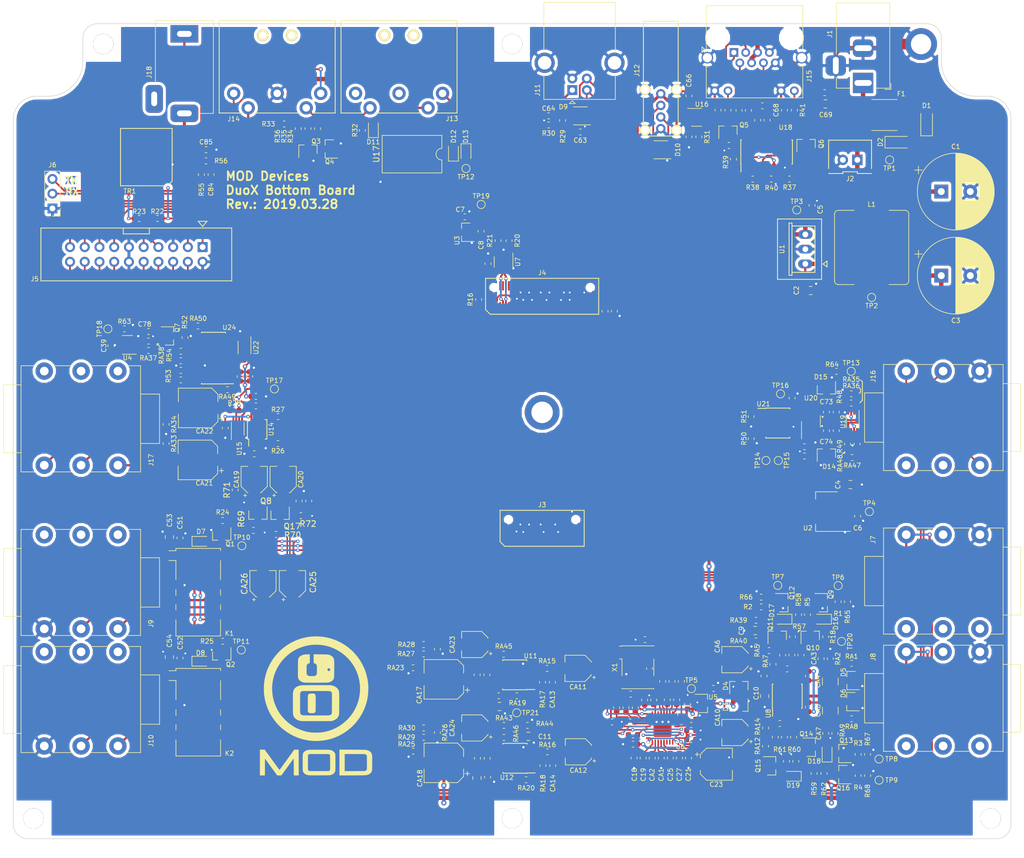
<source format=kicad_pcb>
(kicad_pcb (version 20171130) (host pcbnew "(5.0.2)-1")
  (title_block (title "bottom board") (company MOD))
  (layers (0 F.Cu signal) (31 B.Cu signal) (34 B.Paste user hide) (35 F.Paste user hide) (36 B.SilkS user) (37 F.SilkS user) (38 B.Mask user) (39 F.Mask user) (44 Edge.Cuts user))
  (net 0 "")
  (net 1 +5VA)
  (net 2 HP_LEFT)
  (net 3 HP_RIGHT)
  (net 4 POWER_BUTTON)
  (net 5 HMI_SPI0_MISO)
  (net 6 HMI_SPI0_MOSI)
  (net 7 HMI_SPI0_CLK)
  (net 8 HMI_SPI0_CS0)
  (net 9 PM_LEDS_OE)
  (net 10 HMI_RESET)
  (net 11 HMI_ISP_ENABLE)
  (net 12 USB_DEV_DP)
  (net 13 USB_HOST_DP)
  (net 14 RS485_RX-)
  (net 15 RS485_TX-)
  (net 16 RS485_RX+)
  (net 17 RS485_TX+)
  (net 18 "HMI_RFU_02(TX)")
  (net 19 "HMI_RFU_01(RX)")
  (net 20 HMI_UART_RX)
  (net 21 HMI_UART_TX)
  (net 22 +12V)
  (net 23 "Net-(C1-Pad1)")
  (net 24 GND)
  (net 25 +12VA)
  (net 26 +5VD)
  (net 27 +3V3)
  (net 28 +3.3VA)
  (net 29 "Net-(C18-Pad2)")
  (net 30 "Net-(C25-Pad2)")
  (net 31 "Net-(C59-Pad1)")
  (net 32 "Net-(C63-Pad1)")
  (net 33 USB_DEV_DET)
  (net 34 "Net-(C66-Pad2)")
  (net 35 RS485_TX_LED)
  (net 36 RS485_RX_LED)
  (net 37 "Net-(C73-Pad1)")
  (net 38 "Net-(C74-Pad1)")
  (net 39 "Net-(C78-Pad2)")
  (net 40 "Net-(C84-Pad1)")
  (net 41 CODEC_SPDIF_OUT)
  (net 42 "Net-(C85-Pad2)")
  (net 43 "Net-(CA1-Pad1)")
  (net 44 "Net-(CA2-Pad1)")
  (net 45 "Net-(CA3-Pad2)")
  (net 46 "Net-(CA4-Pad1)")
  (net 47 "Net-(CA5-Pad1)")
  (net 48 "Net-(CA5-Pad2)")
  (net 49 CODEC_ADC_A)
  (net 50 "Net-(CA6-Pad1)")
  (net 51 "Net-(CA7-Pad2)")
  (net 52 "Net-(CA8-Pad1)")
  (net 53 "Net-(CA9-Pad2)")
  (net 54 "Net-(CA9-Pad1)")
  (net 55 CODEC_ADC_B)
  (net 56 "Net-(CA10-Pad1)")
  (net 57 CODEC_DAC_A)
  (net 58 "Net-(CA11-Pad2)")
  (net 59 CODEC_DAC_B)
  (net 60 "Net-(CA12-Pad2)")
  (net 61 "Net-(CA13-Pad1)")
  (net 62 "Net-(CA13-Pad2)")
  (net 63 "Net-(CA14-Pad1)")
  (net 64 "Net-(CA14-Pad2)")
  (net 65 "Net-(CA15-Pad2)")
  (net 66 "Net-(CA15-Pad1)")
  (net 67 "Net-(CA16-Pad2)")
  (net 68 "Net-(CA16-Pad1)")
  (net 69 "Net-(CA17-Pad2)")
  (net 70 "Net-(CA18-Pad2)")
  (net 71 "Net-(CA19-Pad2)")
  (net 72 "Net-(CA20-Pad2)")
  (net 73 "Net-(CA21-Pad1)")
  (net 74 "Net-(CA22-Pad1)")
  (net 75 "Net-(D1-Pad2)")
  (net 76 "Net-(D7-Pad2)")
  (net 77 "Net-(D8-Pad2)")
  (net 78 "Net-(D11-Pad1)")
  (net 79 "Net-(D11-Pad2)")
  (net 80 MIDI_UART_RX)
  (net 81 "Net-(D12-Pad1)")
  (net 82 "Net-(D13-Pad1)")
  (net 83 UBOOT_BUTTON)
  (net 84 "Net-(F1-Pad2)")
  (net 85 CLI_UART_TX)
  (net 86 CLI_UART_RX)
  (net 87 IN1)
  (net 88 IN2)
  (net 89 "Net-(J7-PadRN)")
  (net 90 "Net-(J7-PadTN)")
  (net 91 "Net-(J7-PadSN)")
  (net 92 "Net-(J7-PadR)")
  (net 93 "Net-(J8-PadRN)")
  (net 94 "Net-(J8-PadTN)")
  (net 95 "Net-(J8-PadSN)")
  (net 96 "Net-(J8-PadR)")
  (net 97 CV2_IN)
  (net 98 CV1_IN)
  (net 99 CV_IN_DET)
  (net 100 "Net-(K1-Pad5)")
  (net 101 "Net-(K1-Pad8)")
  (net 102 "Net-(K2-Pad8)")
  (net 103 "Net-(K2-Pad5)")
  (net 104 IN2_TBP)
  (net 105 IN1_TBP)
  (net 106 HP_DISABLE)
  (net 107 HP_CLOCK)
  (net 108 HP_UP/DN)
  (net 109 IN1_GC1)
  (net 110 IN1_GC2)
  (net 111 IN2_GC1)
  (net 112 IN2_GC2)
  (net 113 PM_LEDS_SCL)
  (net 114 PM_LEDS_SDA)
  (net 115 EXP_FLAG2)
  (net 116 EXP_FLAG1)
  (net 117 EXP_EN2)
  (net 118 EXP_EN1)
  (net 119 MIDI_UART_TX)
  (net 120 CV_DAC_SDI)
  (net 121 CV_DAC_SCK)
  (net 122 CV_DAC_~CS~)
  (net 123 CV_OUT_BIAS)
  (net 124 USB_HOST_DRV)
  (net 125 CV_ADC_~CS~)
  (net 126 CV_ADC_DIN)
  (net 127 CV_ADC_DOUT)
  (net 128 CV_ADC_SCLK)
  (net 129 CV_IN_BIAS)
  (net 130 CHAIN_UART_TX)
  (net 131 CHAIN_UART_DE)
  (net 132 CHAIN_UART_RE)
  (net 133 CHAIN_UART_RX)
  (net 134 CODEC_I2S_LRCK)
  (net 135 CODEC_I2S_BCLK)
  (net 136 CODEC_I2S_SDOUT)
  (net 137 CODEC_I2S_SDIN)
  (net 138 CODEC_SPDIF_SDIN)
  (net 139 CODEC_I2C_SCL)
  (net 140 CODEC_I2C_SDA)
  (net 141 CODEC_RESET)
  (net 142 CODEC_MUTEC)
  (net 143 "Net-(Q3-Pad3)")
  (net 144 "Net-(Q3-Pad1)")
  (net 145 "Net-(Q5-Pad1)")
  (net 146 "Net-(Q7-Pad3)")
  (net 147 "Net-(R9-Pad1)")
  (net 148 "Net-(R10-Pad1)")
  (net 149 "Net-(R11-Pad1)")
  (net 150 "Net-(R12-Pad1)")
  (net 151 "Net-(R13-Pad1)")
  (net 152 "Net-(R14-Pad1)")
  (net 153 "Net-(R15-Pad1)")
  (net 154 "Net-(R26-Pad1)")
  (net 155 "Net-(R27-Pad1)")
  (net 156 "Net-(R38-Pad2)")
  (net 157 "Net-(R43-Pad2)")
  (net 158 "Net-(R44-Pad2)")
  (net 159 "Net-(R45-Pad2)")
  (net 160 "Net-(R46-Pad2)")
  (net 161 "Net-(R53-Pad1)")
  (net 162 "Net-(R54-Pad1)")
  (net 163 "Net-(R55-Pad1)")
  (net 164 "Net-(RA4-Pad2)")
  (net 165 "Net-(RA11-Pad2)")
  (net 166 "Net-(U6-Pad14)")
  (net 167 "Net-(U6-Pad15)")
  (net 168 "Net-(U6-Pad16)")
  (net 169 "Net-(U6-Pad24)")
  (net 170 "Net-(U22-Pad2)")
  (net 171 "Net-(U22-Pad5)")
  (net 172 "Net-(U22-Pad7)")
  (net 173 "Net-(U24-Pad7)")
  (net 174 "Net-(U24-Pad6)")
  (net 175 "Net-(U24-Pad2)")
  (net 176 "Net-(X1-Pad1)")
  (net 177 "Net-(C21-Pad2)")
  (net 178 "Net-(J4-Pad2)")
  (net 179 "Net-(J4-Pad6)")
  (net 180 "Net-(J4-Pad8)")
  (net 181 "Net-(J4-Pad10)")
  (net 182 "Net-(J4-Pad12)")
  (net 183 "Net-(J4-Pad40)")
  (net 184 "Net-(J5-Pad7)")
  (net 185 "Net-(J5-Pad9)")
  (net 186 "Net-(J9-PadT)")
  (net 187 "Net-(J9-PadR)")
  (net 188 "Net-(J9-PadSN)")
  (net 189 "Net-(J9-PadTN)")
  (net 190 "Net-(J9-PadRN)")
  (net 191 "Net-(J10-PadT)")
  (net 192 "Net-(J10-PadR)")
  (net 193 "Net-(J10-PadSN)")
  (net 194 "Net-(J10-PadTN)")
  (net 195 "Net-(J10-PadRN)")
  (net 196 "Net-(J13-Pad4)")
  (net 197 "Net-(J13-Pad1)")
  (net 198 "Net-(J13-Pad2)")
  (net 199 "Net-(J14-Pad5)")
  (net 200 "Net-(J14-Pad4)")
  (net 201 "Net-(J15-Pad10)")
  (net 202 "Net-(J15-Pad12)")
  (net 203 "Net-(J17-PadSN)")
  (net 204 "Net-(J17-PadTN)")
  (net 205 "Net-(J17-PadRN)")
  (net 206 "Net-(J18-PadT)")
  (net 207 "Net-(J18-PadTN)")
  (net 208 "Net-(J4-Pad38)")
  (net 209 "Net-(J4-Pad4)")
  (net 210 "Net-(J4-Pad1)")
  (net 211 /audio-inputs/INPUT_BIAS)
  (net 212 /audio-outputs/OUTPUT_BIAS)
  (net 213 "Net-(CA19-Pad1)")
  (net 214 "Net-(CA20-Pad1)")
  (net 215 "Net-(CA23-Pad2)")
  (net 216 "Net-(CA23-Pad1)")
  (net 217 "Net-(CA24-Pad1)")
  (net 218 "Net-(CA24-Pad2)")
  (net 219 "Net-(D16-Pad2)")
  (net 220 "Net-(D16-Pad1)")
  (net 221 "Net-(D17-Pad1)")
  (net 222 "Net-(D17-Pad2)")
  (net 223 "Net-(D18-Pad1)")
  (net 224 "Net-(D18-Pad2)")
  (net 225 "Net-(D19-Pad2)")
  (net 226 "Net-(D19-Pad1)")
  (net 227 "Net-(Q10-Pad1)")
  (net 228 "Net-(Q11-Pad1)")
  (net 229 "Net-(Q14-Pad1)")
  (net 230 "Net-(Q15-Pad1)")
  (net 231 "Net-(RA35-Pad1)")
  (net 232 "Net-(RA47-Pad1)")
  (net 233 "Net-(U14-Pad1)")
  (net 234 "Net-(U14-Pad9)")
  (net 235 USB_DEV_DN)
  (net 236 USB_HOST_DN)
  (net 237 "Net-(J4-Pad32)")
  (net 238 "Net-(J4-Pad34)")
  (net 239 "Net-(J16-PadTN)")
  (net 240 "Net-(J16-PadRN)")
  (net 241 "Net-(U17-Pad1)")
  (net 242 "Net-(U17-Pad7)")
  (net 243 "Net-(U17-Pad4)")
  (net 244 CODEC_I2S_MCLK)
  (net 245 "Net-(R19-Pad1)")
  (net 246 "Net-(CA25-Pad2)")
  (net 247 "Net-(CA26-Pad2)")
  (net 248 "Net-(TR1-Pad4)")
  (module Capacitor_SMD:CP_Elec_4x5.7 (layer F.Cu) (at 139.64412 140.96746 180)
    (fp_text reference CA24 (at 3.90398 0.00508 270) (layer F.SilkS) (effects (font (size 0.8 0.8) (thickness 0.12))))
    (fp_text value 10uF)
    (pad 1 smd rect (at -1.8 0 180) (size 2.6 1.6) (layers F.Cu F.Paste F.Mask) (net 217 "Net-(CA24-Pad1)"))
    (pad 2 smd rect (at 1.8 0 180) (size 2.6 1.6) (layers F.Cu F.Paste F.Mask) (net 218 "Net-(CA24-Pad2)"))
  )
  (module Package_TO_SOT_SMD:SOT-23 (layer F.Cu) (at 197.46214 125.04674 90)
    (fp_text reference Q10 (at -2.11074 0.46228) (layer F.SilkS) (effects (font (size 0.8 0.8) (thickness 0.12))))
    (fp_text value J110)
    (pad 1 smd rect (at -1 -0.95 90) (size 0.9 0.8) (layers F.Cu F.Paste F.Mask) (net 227 "Net-(Q10-Pad1)"))
    (pad 2 smd rect (at -1 0.95 90) (size 0.9 0.8) (layers F.Cu F.Paste F.Mask) (net 211 /audio-inputs/INPUT_BIAS))
    (pad 3 smd rect (at 1 0 90) (size 0.9 0.8) (layers F.Cu F.Paste F.Mask) (net 219 "Net-(D16-Pad2)"))
  )
  (module Resistor_SMD:R_0603_1608Metric (layer F.Cu) (at 98.19386 86.24316 180)
    (fp_text reference R28 (at 0 1.28016 180) (layer F.SilkS) (effects (font (size 0.8 0.8) (thickness 0.12))))
    (fp_text value 10k)
    (pad 2 smd roundrect (at 0.7875 0 180) (size 0.875 0.95) (layers F.Cu F.Paste F.Mask) (net 24 GND))
    (pad 1 smd roundrect (at -0.7875 0 180) (size 0.875 0.95) (layers F.Cu F.Paste F.Mask) (net 106 HP_DISABLE))
  )
  (module Package_SO:VSSOP-8_3.0x3.0mm_P0.65mm (layer F.Cu) (at 197.58406 88.12276 90)
    (fp_text reference U20 (at 4.03098 -0.00508 180) (layer F.SilkS) (effects (font (size 0.8 0.8) (thickness 0.12))))
    (fp_text value ADC122S021)
    (pad 8 smd rect (at 2.2 -0.975) (size 0.45 1.45) (layers F.Cu F.Paste F.Mask) (net 128 CV_ADC_SCLK))
    (pad 7 smd rect (at 2.2 -0.325) (size 0.45 1.45) (layers F.Cu F.Paste F.Mask) (net 127 CV_ADC_DOUT))
    (pad 6 smd rect (at 2.2 0.325) (size 0.45 1.45) (layers F.Cu F.Paste F.Mask) (net 126 CV_ADC_DIN))
    (pad 5 smd rect (at 2.2 0.975) (size 0.45 1.45) (layers F.Cu F.Paste F.Mask) (net 37 "Net-(C73-Pad1)"))
    (pad 4 smd rect (at -2.2 0.975) (size 0.45 1.45) (layers F.Cu F.Paste F.Mask) (net 38 "Net-(C74-Pad1)"))
    (pad 3 smd rect (at -2.2 0.325) (size 0.45 1.45) (layers F.Cu F.Paste F.Mask) (net 24 GND))
    (pad 2 smd rect (at -2.2 -0.325) (size 0.45 1.45) (layers F.Cu F.Paste F.Mask) (net 1 +5VA))
    (pad 1 smd rect (at -2.2 -0.975) (size 0.45 1.45) (layers F.Cu F.Paste F.Mask) (net 125 CV_ADC_~CS~))
  )
  (module Package_TO_SOT_SMD:SOT-23 (layer F.Cu) (at 200.2536 93.63126 90)
    (fp_text reference D14 (at -2.27838 0.47498) (layer F.SilkS) (effects (font (size 0.8 0.8) (thickness 0.12))))
    (fp_text value BAT54S)
    (pad 3 smd rect (at 1 0 90) (size 0.9 0.8) (layers F.Cu F.Paste F.Mask) (net 38 "Net-(C74-Pad1)"))
    (pad 2 smd rect (at -1 0.95 90) (size 0.9 0.8) (layers F.Cu F.Paste F.Mask) (net 1 +5VA))
    (pad 1 smd rect (at -1 -0.95 90) (size 0.9 0.8) (layers F.Cu F.Paste F.Mask) (net 24 GND))
  )
  (module Resistor_SMD:R_0603_1608Metric (layer F.Cu) (at 204.53594 83.35772 180)
    (fp_text reference RA36 (at 0 1.37668 180) (layer F.SilkS) (effects (font (size 0.8 0.8) (thickness 0.12))))
    (fp_text value "10k 1%")
    (pad 1 smd roundrect (at -0.7875 0 180) (size 0.875 0.95) (layers F.Cu F.Paste F.Mask) (net 231 "Net-(RA35-Pad1)"))
    (pad 2 smd roundrect (at 0.7875 0 180) (size 0.875 0.95) (layers F.Cu F.Paste F.Mask) (net 24 GND))
  )
  (module Resistor_SMD:R_0603_1608Metric (layer F.Cu) (at 194.40652 125.23968 270)
    (fp_text reference R57 (at -1.77282 -1.16586 180) (layer F.SilkS) (effects (font (size 0.8 0.8) (thickness 0.12))))
    (fp_text value 1M)
    (pad 1 smd roundrect (at -0.7875 0 270) (size 0.875 0.95) (layers F.Cu F.Paste F.Mask) (net 222 "Net-(D17-Pad2)"))
    (pad 2 smd roundrect (at 0.7875 0 270) (size 0.875 0.95) (layers F.Cu F.Paste F.Mask) (net 211 /audio-inputs/INPUT_BIAS))
  )
  (module Capacitor_SMD:C_0603_1608Metric (layer F.Cu) (at 96.62414 89.27592 270)
    (fp_text reference C62 hide)
    (fp_text value 100nF)
    (pad 1 smd roundrect (at -0.7875 0 270) (size 0.875 0.95) (layers F.Cu F.Paste F.Mask) (net 1 +5VA))
    (pad 2 smd roundrect (at 0.7875 0 270) (size 0.875 0.95) (layers F.Cu F.Paste F.Mask) (net 24 GND))
  )
  (module Capacitor_SMD:C_0603_1608Metric (layer F.Cu) (at 101.62032 93.7006 180)
    (fp_text reference C59 hide)
    (fp_text value 10uF)
    (pad 2 smd roundrect (at 0.7875 0 180) (size 0.875 0.95) (layers F.Cu F.Paste F.Mask) (net 24 GND))
    (pad 1 smd roundrect (at -0.7875 0 180) (size 0.875 0.95) (layers F.Cu F.Paste F.Mask) (net 31 "Net-(C59-Pad1)"))
  )
  (module Package_SO:MSOP-10_3x3mm_P0.5mm (layer F.Cu) (at 102.11816 89.49182 90)
    (fp_text reference U14 (at 0.04318 2.41554 270) (layer F.SilkS) (effects (font (size 0.8 0.8) (thickness 0.12))))
    (fp_text value LM4811)
    (pad 1 smd rect (at -2.2 -1 90) (size 1.4 0.3) (layers F.Cu F.Paste F.Mask) (net 233 "Net-(U14-Pad1)"))
    (pad 2 smd rect (at -2.2 -0.5 90) (size 1.4 0.3) (layers F.Cu F.Paste F.Mask) (net 71 "Net-(CA19-Pad2)"))
    (pad 3 smd rect (at -2.2 0 90) (size 1.4 0.3) (layers F.Cu F.Paste F.Mask) (net 31 "Net-(C59-Pad1)"))
    (pad 4 smd rect (at -2.2 0.5 90) (size 1.4 0.3) (layers F.Cu F.Paste F.Mask) (net 154 "Net-(R26-Pad1)"))
    (pad 5 smd rect (at -2.2 1 90) (size 1.4 0.3) (layers F.Cu F.Paste F.Mask) (net 24 GND))
    (pad 6 smd rect (at 2.2 1 90) (size 1.4 0.3) (layers F.Cu F.Paste F.Mask) (net 155 "Net-(R27-Pad1)"))
    (pad 7 smd rect (at 2.2 0.5 90) (size 1.4 0.3) (layers F.Cu F.Paste F.Mask) (net 24 GND))
    (pad 8 smd rect (at 2.2 0 90) (size 1.4 0.3) (layers F.Cu F.Paste F.Mask) (net 72 "Net-(CA20-Pad2)"))
    (pad 9 smd rect (at 2.2 -0.5 90) (size 1.4 0.3) (layers F.Cu F.Paste F.Mask) (net 234 "Net-(U14-Pad9)"))
    (pad 10 smd rect (at 2.2 -1 90) (size 1.4 0.3) (layers F.Cu F.Paste F.Mask) (net 1 +5VA))
  )
  (module Capacitor_SMD:CP_Elec_6.3x7.7 (layer F.Cu) (at 91.94546 85.79612 180)
    (fp_text reference CA22 (at -1.10998 -4 180) (layer F.SilkS) (effects (font (size 0.8 0.8) (thickness 0.12))))
    (fp_text value 100uF)
    (pad 2 smd rect (at 2.7 0 180) (size 3.5 1.6) (layers F.Cu F.Paste F.Mask) (net 3 HP_RIGHT))
    (pad 1 smd rect (at -2.7 0 180) (size 3.5 1.6) (layers F.Cu F.Paste F.Mask) (net 74 "Net-(CA22-Pad1)"))
  )
  (module Resistor_SMD:R_0603_1608Metric (layer F.Cu) (at 86.43112 88.6333 270)
    (fp_text reference RA34 (at -0.00508 -1.35 270) (layer F.SilkS) (effects (font (size 0.8 0.8) (thickness 0.12))))
    (fp_text value "75k 1%")
    (pad 1 smd roundrect (at -0.7875 0 270) (size 0.875 0.95) (layers F.Cu F.Paste F.Mask) (net 3 HP_RIGHT))
    (pad 2 smd roundrect (at 0.7875 0 270) (size 0.875 0.95) (layers F.Cu F.Paste F.Mask) (net 24 GND))
  )
  (module Package_TO_SOT_SMD:SOT-23-5 (layer F.Cu) (at 79.756658 74.930066 180)
    (fp_text reference U4 (at -0.00254 -2.22504 180) (layer F.SilkS) (effects (font (size 0.8 0.8) (thickness 0.12))))
    (fp_text value TS5A3167)
    (pad 1 smd rect (at -1.1 -0.95 180) (size 1.06 0.65) (layers F.Cu F.Paste F.Mask) (net 39 "Net-(C78-Pad2)"))
    (pad 2 smd rect (at -1.1 0 180) (size 1.06 0.65) (layers F.Cu F.Paste F.Mask) (net 24 GND))
    (pad 3 smd rect (at -1.1 0.95 180) (size 1.06 0.65) (layers F.Cu F.Paste F.Mask) (net 24 GND))
    (pad 4 smd rect (at 1.1 0.95 180) (size 1.06 0.65) (layers F.Cu F.Paste F.Mask) (net 123 CV_OUT_BIAS))
    (pad 5 smd rect (at 1.1 -0.95 180) (size 1.06 0.65) (layers F.Cu F.Paste F.Mask) (net 1 +5VA))
  )
  (module Inductor_SMD:L_Bourns_SRR1260 (layer F.Cu) (at 208.05394 58.13044 270)
    (fp_text reference L1 (at -7.43204 0) (layer F.SilkS) (effects (font (size 0.8 0.8) (thickness 0.12))))
    (fp_text value 1mH)
    (pad 1 smd rect (at -4.85 0 270) (size 2.9 5.4) (layers F.Cu F.Paste F.Mask) (net 23 "Net-(C1-Pad1)"))
    (pad 2 smd rect (at 4.85 0 270) (size 2.9 5.4) (layers F.Cu F.Paste F.Mask) (net 25 +12VA))
  )
  (module Oscillator:Oscillator_SMD_Abracon_ASV-4Pin_7.0x5.1mm (layer F.Cu) (at 167.763194 130.505602 270)
    (fp_text reference X1 (at 0 4 270) (layer F.SilkS) (effects (font (size 0.8 0.8) (thickness 0.12))))
    (fp_text value 24.576MHz)
    (pad 1 smd rect (at -2.54 2 270) (size 1.8 2) (layers F.Cu F.Paste F.Mask) (net 176 "Net-(X1-Pad1)"))
    (pad 2 smd rect (at 2.54 2 270) (size 1.8 2) (layers F.Cu F.Paste F.Mask) (net 24 GND))
    (pad 3 smd rect (at 2.54 -2 270) (size 1.8 2) (layers F.Cu F.Paste F.Mask) (net 245 "Net-(R19-Pad1)"))
    (pad 4 smd rect (at -2.54 -2 270) (size 1.8 2) (layers F.Cu F.Paste F.Mask) (net 28 +3.3VA))
  )
  (module Capacitor_SMD:C_0603_1608Metric (layer F.Cu) (at 168.977214 125.745642)
    (fp_text reference C17 hide)
    (fp_text value 100nF)
    (pad 1 smd roundrect (at -0.7875 0) (size 0.875 0.95) (layers F.Cu F.Paste F.Mask) (net 24 GND))
    (pad 2 smd roundrect (at 0.7875 0) (size 0.875 0.95) (layers F.Cu F.Paste F.Mask) (net 28 +3.3VA))
  )
  (module Resistor_SMD:R_0603_1608Metric (layer F.Cu) (at 154.78252 36.23066 90)
    (fp_text reference R29 (at -2.75834 0.0381 90) (layer F.SilkS) (effects (font (size 0.8 0.8) (thickness 0.12))))
    (fp_text value 5k6)
    (pad 2 smd roundrect (at 0.7875 0 90) (size 0.875 0.95) (layers F.Cu F.Paste F.Mask) (net 32 "Net-(C63-Pad1)"))
    (pad 1 smd roundrect (at -0.7875 0 90) (size 0.875 0.95) (layers F.Cu F.Paste F.Mask) (net 33 USB_DEV_DET))
  )
  (module Resistor_SMD:R_0603_1608Metric (layer F.Cu) (at 152.3746 37.01796 180)
    (fp_text reference R30 (at 0 -1.43 180) (layer F.SilkS) (effects (font (size 0.8 0.8) (thickness 0.12))))
    (fp_text value 10k)
    (pad 2 smd roundrect (at 0.7875 0 180) (size 0.875 0.95) (layers F.Cu F.Paste F.Mask) (net 24 GND))
    (pad 1 smd roundrect (at -0.7875 0 180) (size 0.875 0.95) (layers F.Cu F.Paste F.Mask) (net 33 USB_DEV_DET))
  )
  (module Capacitor_SMD:C_0603_1608Metric (layer F.Cu) (at 152.3746 35.44316 180)
    (fp_text reference C64 (at 0.01016 1.27254 180) (layer F.SilkS) (effects (font (size 0.8 0.8) (thickness 0.12))))
    (fp_text value 100nF)
    (pad 1 smd roundrect (at -0.7875 0 180) (size 0.875 0.95) (layers F.Cu F.Paste F.Mask) (net 33 USB_DEV_DET))
    (pad 2 smd roundrect (at 0.7875 0 180) (size 0.875 0.95) (layers F.Cu F.Paste F.Mask) (net 24 GND))
  )
  (module footprints:B2B-XH-A (layer F.Cu) (at 205.59014 43.03522 180)
    (fp_text reference J2 (at 1.25 -3.25 180) (layer F.SilkS) (effects (font (size 0.8 0.8) (thickness 0.12))))
    (fp_text value HMI_POWER)
    (pad 2 thru_hole circle (at 2.5 0) (size 1.8 1.8) (drill 1) (layers *.Cu *.Mask) (net 24 GND))
    (pad 1 thru_hole rect (at 0 0) (size 1.8 1.8) (drill 1) (layers *.Cu *.Mask) (net 22 +12V))
  )
  (module footprints:Jumper_SMD_THT (layer F.Cu) (at 211.49818 23.07336)
    (fp_text reference JMP1 hide)
    (fp_text value 0R)
    (fp_line (start 0.762 0.762) (end 3.5 0.762) (layer F.Cu) (width 0.3048))
    (fp_line (start 3.5 0.508) (end 0.762 0.508) (layer F.Cu) (width 0.3048))
    (fp_line (start 0.762 0.254) (end 3.5 0.254) (layer F.Cu) (width 0.3048))
    (fp_line (start 3.5 0) (end 0.762 0) (layer F.Cu) (width 0.3048))
    (fp_line (start 0.762 -0.254) (end 3.5 -0.254) (layer F.Cu) (width 0.3048))
    (fp_line (start 3.5 -0.508) (end 0.762 -0.508) (layer F.Cu) (width 0.3048))
    (fp_line (start 0.762 -0.762) (end 3.5 -0.762) (layer F.Cu) (width 0.3048))
    (pad 2 thru_hole circle (at 5.08 0) (size 5.5 5.5) (drill 3.5) (layers *.Cu *.Mask) (net 24 GND))
    (pad 1 smd rect (at 0 0) (size 2 2) (layers F.Cu F.Paste F.Mask) (net 24 GND))
  )
  (module footprints:OKI-78SR_Vertical (layer F.Cu) (at 196.627101 60.967187 90)
    (fp_text reference U1 (at 2.54508 -4.02844 90) (layer F.SilkS) (effects (font (size 0.8 0.8) (thickness 0.12))))
    (fp_text value "MURATA 5V")
    (pad 3 thru_hole oval (at 5.08 0 180) (size 2.49936 1.50114) (drill 1.00076) (layers *.Cu *.Mask) (net 26 +5VD))
    (pad 1 thru_hole oval (at 0 0 180) (size 2.49936 1.50114) (drill 1.00076) (layers *.Cu *.Mask) (net 22 +12V))
    (pad 2 thru_hole oval (at 2.54 0 180) (size 2.49936 1.50114) (drill 1.00076) (layers *.Cu *.Mask) (net 24 GND))
  )
  (module footprints:Pin_Header_Straight_2x10_Shrouded (layer F.Cu) (at 92.71762 58.06694 270)
    (fp_text reference J5 (at 5.50672 28.94838) (layer F.SilkS) (effects (font (size 0.8 0.8) (thickness 0.12))))
    (fp_text value HMI_DATA)
    (pad 20 thru_hole oval (at 2.54 22.86 270) (size 1.7272 1.7272) (drill 1.016) (layers *.Cu *.Mask) (net 20 HMI_UART_RX))
    (pad 19 thru_hole oval (at 0 22.86 270) (size 1.7272 1.7272) (drill 1.016) (layers *.Cu *.Mask) (net 114 PM_LEDS_SDA))
    (pad 18 thru_hole oval (at 2.54 20.32 270) (size 1.7272 1.7272) (drill 1.016) (layers *.Cu *.Mask) (net 21 HMI_UART_TX))
    (pad 17 thru_hole oval (at 0 20.32 270) (size 1.7272 1.7272) (drill 1.016) (layers *.Cu *.Mask) (net 113 PM_LEDS_SCL))
    (pad 16 thru_hole oval (at 2.54 17.78 270) (size 1.7272 1.7272) (drill 1.016) (layers *.Cu *.Mask) (net 10 HMI_RESET))
    (pad 15 thru_hole oval (at 0 17.78 270) (size 1.7272 1.7272) (drill 1.016) (layers *.Cu *.Mask) (net 9 PM_LEDS_OE))
    (pad 14 thru_hole oval (at 2.54 15.24 270) (size 1.7272 1.7272) (drill 1.016) (layers *.Cu *.Mask) (net 11 HMI_ISP_ENABLE))
    (pad 13 thru_hole oval (at 0 15.24 270) (size 1.7272 1.7272) (drill 1.016) (layers *.Cu *.Mask) (net 4 POWER_BUTTON))
    (pad 12 thru_hole oval (at 2.54 12.7 270) (size 1.7272 1.7272) (drill 1.016) (layers *.Cu *.Mask) (net 24 GND))
    (pad 11 thru_hole oval (at 0 12.7 270) (size 1.7272 1.7272) (drill 1.016) (layers *.Cu *.Mask) (net 24 GND))
    (pad 10 thru_hole oval (at 2.54 10.16 270) (size 1.7272 1.7272) (drill 1.016) (layers *.Cu *.Mask) (net 8 HMI_SPI0_CS0))
    (pad 9 thru_hole oval (at 0 10.16 270) (size 1.7272 1.7272) (drill 1.016) (layers *.Cu *.Mask) (net 185 "Net-(J5-Pad9)"))
    (pad 8 thru_hole oval (at 2.54 7.62 270) (size 1.7272 1.7272) (drill 1.016) (layers *.Cu *.Mask) (net 7 HMI_SPI0_CLK))
    (pad 7 thru_hole oval (at 0 7.62 270) (size 1.7272 1.7272) (drill 1.016) (layers *.Cu *.Mask) (net 184 "Net-(J5-Pad7)"))
    (pad 6 thru_hole oval (at 2.54 5.08 270) (size 1.7272 1.7272) (drill 1.016) (layers *.Cu *.Mask) (net 6 HMI_SPI0_MOSI))
    (pad 5 thru_hole oval (at 0 5.08 270) (size 1.7272 1.7272) (drill 1.016) (layers *.Cu *.Mask) (net 24 GND))
    (pad 4 thru_hole oval (at 2.54 2.54 270) (size 1.7272 1.7272) (drill 1.016) (layers *.Cu *.Mask) (net 5 HMI_SPI0_MISO))
    (pad 3 thru_hole oval (at 0 2.54 270) (size 1.7272 1.7272) (drill 1.016) (layers *.Cu *.Mask) (net 18 "HMI_RFU_02(TX)"))
    (pad 2 thru_hole oval (at 2.54 0 270) (size 1.7272 1.7272) (drill 1.016) (layers *.Cu *.Mask) (net 24 GND))
    (pad 1 thru_hole rect (at 0 0 270) (size 1.7272 1.7272) (drill 1.016) (layers *.Cu *.Mask) (net 19 "HMI_RFU_01(RX)"))
  )
  (module footprints:Relay_DPDT_Omron_G6S-2F (layer F.Cu) (at 92.01912 138.303)
    (fp_text reference K2 (at 5.32384 7.04596) (layer F.SilkS) (effects (font (size 0.8 0.8) (thickness 0.12))))
    (fp_text value G6S-2)
    (pad 5 smd rect (at -4 3.81) (size 2.2 1) (layers F.Cu F.Paste F.Mask) (net 103 "Net-(K2-Pad5)"))
    (pad 8 smd rect (at 4 3.81) (size 2.2 1) (layers F.Cu F.Paste F.Mask) (net 102 "Net-(K2-Pad8)"))
    (pad 3 smd rect (at -4 -1.27) (size 2.2 1) (layers F.Cu F.Paste F.Mask) (net 24 GND))
    (pad 1 smd rect (at -4 -6.35) (size 2.2 1) (layers F.Cu F.Paste F.Mask) (net 25 +12VA))
    (pad 10 smd rect (at 4 -1.27) (size 2.2 1) (layers F.Cu F.Paste F.Mask) (net 88 IN2))
    (pad 12 smd rect (at 4 -6.35) (size 2.2 1) (layers F.Cu F.Paste F.Mask) (net 77 "Net-(D8-Pad2)"))
    (pad 4 smd rect (at -4 1.27) (size 2.2 1) (layers F.Cu F.Paste F.Mask) (net 192 "Net-(J10-PadR)"))
    (pad 9 smd rect (at 4 1.27) (size 2.2 1) (layers F.Cu F.Paste F.Mask) (net 191 "Net-(J10-PadT)"))
  )
  (module Package_SO:VSSOP-8_2.3x2mm_P0.5mm (layer F.Cu) (at 204.786833 88.11514 270)
    (fp_text reference U19 (at 0.06604 1.657953 270) (layer F.SilkS) (effects (font (size 0.8 0.8) (thickness 0.12))))
    (fp_text value TS5A23166)
    (pad 1 smd rect (at -1.55 -0.75 180) (size 0.3 0.8) (layers F.Cu F.Paste F.Mask) (net 98 CV1_IN))
    (pad 2 smd rect (at -1.55 -0.25 180) (size 0.3 0.8) (layers F.Cu F.Paste F.Mask) (net 231 "Net-(RA35-Pad1)"))
    (pad 3 smd rect (at -1.55 0.25 180) (size 0.3 0.8) (layers F.Cu F.Paste F.Mask) (net 129 CV_IN_BIAS))
    (pad 4 smd rect (at -1.55 0.75 180) (size 0.3 0.8) (layers F.Cu F.Paste F.Mask) (net 24 GND))
    (pad 5 smd rect (at 1.55 0.75 180) (size 0.3 0.8) (layers F.Cu F.Paste F.Mask) (net 97 CV2_IN))
    (pad 6 smd rect (at 1.55 0.25 180) (size 0.3 0.8) (layers F.Cu F.Paste F.Mask) (net 232 "Net-(RA47-Pad1)"))
    (pad 7 smd rect (at 1.55 -0.25 180) (size 0.3 0.8) (layers F.Cu F.Paste F.Mask) (net 129 CV_IN_BIAS))
    (pad 8 smd rect (at 1.55 -0.75 180) (size 0.3 0.8) (layers F.Cu F.Paste F.Mask) (net 1 +5VA))
  )
  (module Resistor_SMD:R_0603_1608Metric (layer F.Cu) (at 165.70706 137.47496 90)
    (fp_text reference R10 hide)
    (fp_text value 22R)
    (pad 2 smd roundrect (at 0.7875 0 90) (size 0.875 0.95) (layers F.Cu F.Paste F.Mask) (net 139 CODEC_I2C_SCL))
    (pad 1 smd roundrect (at -0.7875 0 90) (size 0.875 0.95) (layers F.Cu F.Paste F.Mask) (net 148 "Net-(R10-Pad1)"))
  )
  (module footprints:NMJ6HCD2 (layer F.Cu) (at 214.02294 127.84582 270)
    (fp_text reference J8 (at 0.89 5.71 270) (layer F.SilkS) (effects (font (size 0.8 0.8) (thickness 0.12))))
    (fp_text value NMJ6HCD2)
    (pad S thru_hole circle (at 0 -12.7 270) (size 3 3) (drill 1.5) (layers *.Cu *.Mask) (net 24 GND))
    (pad T thru_hole circle (at 0 0 270) (size 3 3) (drill 1.5) (layers *.Cu *.Mask) (net 88 IN2))
    (pad R thru_hole circle (at 0 -6.35 270) (size 3 3) (drill 1.5) (layers *.Cu *.Mask) (net 96 "Net-(J8-PadR)"))
    (pad SN thru_hole circle (at 16.23 -12.7 270) (size 3 3) (drill 1.5) (layers *.Cu *.Mask) (net 95 "Net-(J8-PadSN)"))
    (pad TN thru_hole circle (at 16.23 0 270) (size 3 3) (drill 1.5) (layers *.Cu *.Mask) (net 94 "Net-(J8-PadTN)"))
    (pad RN thru_hole circle (at 16.23 -6.35 270) (size 3 3) (drill 1.5) (layers *.Cu *.Mask) (net 93 "Net-(J8-PadRN)"))
  )
  (module footprints:NMJ6HCD2 (layer F.Cu) (at 214.02294 107.64012 270)
    (fp_text reference J7 (at 0.89 5.71 270) (layer F.SilkS) (effects (font (size 0.8 0.8) (thickness 0.12))))
    (fp_text value NMJ6HCD2)
    (pad RN thru_hole circle (at 16.23 -6.35 270) (size 3 3) (drill 1.5) (layers *.Cu *.Mask) (net 89 "Net-(J7-PadRN)"))
    (pad TN thru_hole circle (at 16.23 0 270) (size 3 3) (drill 1.5) (layers *.Cu *.Mask) (net 90 "Net-(J7-PadTN)"))
    (pad SN thru_hole circle (at 16.23 -12.7 270) (size 3 3) (drill 1.5) (layers *.Cu *.Mask) (net 91 "Net-(J7-PadSN)"))
    (pad R thru_hole circle (at 0 -6.35 270) (size 3 3) (drill 1.5) (layers *.Cu *.Mask) (net 92 "Net-(J7-PadR)"))
    (pad T thru_hole circle (at 0 0 270) (size 3 3) (drill 1.5) (layers *.Cu *.Mask) (net 87 IN1))
    (pad S thru_hole circle (at 0 -12.7 270) (size 3 3) (drill 1.5) (layers *.Cu *.Mask) (net 24 GND))
  )
  (module footprints:NMJ6HCD2 (layer F.Cu) (at 78.12024 144.07582 90)
    (fp_text reference J10 (at 0.89 5.71 90) (layer F.SilkS) (effects (font (size 0.8 0.8) (thickness 0.12))))
    (fp_text value NMJ6HCD2)
    (pad S thru_hole circle (at 0 -12.7 90) (size 3 3) (drill 1.5) (layers *.Cu *.Mask) (net 24 GND))
    (pad T thru_hole circle (at 0 0 90) (size 3 3) (drill 1.5) (layers *.Cu *.Mask) (net 191 "Net-(J10-PadT)"))
    (pad R thru_hole circle (at 0 -6.35 90) (size 3 3) (drill 1.5) (layers *.Cu *.Mask) (net 192 "Net-(J10-PadR)"))
    (pad SN thru_hole circle (at 16.23 -12.7 90) (size 3 3) (drill 1.5) (layers *.Cu *.Mask) (net 193 "Net-(J10-PadSN)"))
    (pad TN thru_hole circle (at 16.23 0 90) (size 3 3) (drill 1.5) (layers *.Cu *.Mask) (net 194 "Net-(J10-PadTN)"))
    (pad RN thru_hole circle (at 16.23 -6.35 90) (size 3 3) (drill 1.5) (layers *.Cu *.Mask) (net 195 "Net-(J10-PadRN)"))
  )
  (module footprints:NMJ6HCD2 (layer F.Cu) (at 78.12024 123.88282 90)
    (fp_text reference J9 (at 0.89 5.71 90) (layer F.SilkS) (effects (font (size 0.8 0.8) (thickness 0.12))))
    (fp_text value NMJ6HCD2)
    (pad S thru_hole circle (at 0 -12.7 90) (size 3 3) (drill 1.5) (layers *.Cu *.Mask) (net 24 GND))
    (pad T thru_hole circle (at 0 0 90) (size 3 3) (drill 1.5) (layers *.Cu *.Mask) (net 186 "Net-(J9-PadT)"))
    (pad R thru_hole circle (at 0 -6.35 90) (size 3 3) (drill 1.5) (layers *.Cu *.Mask) (net 187 "Net-(J9-PadR)"))
    (pad SN thru_hole circle (at 16.23 -12.7 90) (size 3 3) (drill 1.5) (layers *.Cu *.Mask) (net 188 "Net-(J9-PadSN)"))
    (pad TN thru_hole circle (at 16.23 0 90) (size 3 3) (drill 1.5) (layers *.Cu *.Mask) (net 189 "Net-(J9-PadTN)"))
    (pad RN thru_hole circle (at 16.23 -6.35 90) (size 3 3) (drill 1.5) (layers *.Cu *.Mask) (net 190 "Net-(J9-PadRN)"))
  )
  (module footprints:NMJ6HCD2 (layer F.Cu) (at 214.02294 79.44612 270)
    (fp_text reference J16 (at 0.89 5.71 270) (layer F.SilkS) (effects (font (size 0.8 0.8) (thickness 0.12))))
    (fp_text value NMJ6HCD2)
    (pad S thru_hole circle (at 0 -12.7 270) (size 3 3) (drill 1.5) (layers *.Cu *.Mask) (net 24 GND))
    (pad T thru_hole circle (at 0 0 270) (size 3 3) (drill 1.5) (layers *.Cu *.Mask) (net 98 CV1_IN))
    (pad R thru_hole circle (at 0 -6.35 270) (size 3 3) (drill 1.5) (layers *.Cu *.Mask) (net 97 CV2_IN))
    (pad SN thru_hole circle (at 16.23 -12.7 270) (size 3 3) (drill 1.5) (layers *.Cu *.Mask) (net 99 CV_IN_DET))
    (pad TN thru_hole circle (at 16.23 0 270) (size 3 3) (drill 1.5) (layers *.Cu *.Mask) (net 239 "Net-(J16-PadTN)"))
    (pad RN thru_hole circle (at 16.23 -6.35 270) (size 3 3) (drill 1.5) (layers *.Cu *.Mask) (net 240 "Net-(J16-PadRN)"))
  )
  (module footprints:fiducial_in-circuit (layer F.Cu) (at 75.56754 156.56052)
    (fp_text reference FID1 hide)
    (fp_text value FIDUCIAL hide)
    (pad "" smd circle (at 0 0) (size 1 1) (layers F.Cu F.Paste F.Mask))
  )
  (module footprints:fiducial_in-circuit (layer F.Cu) (at 216.58072 156.55798)
    (fp_text reference FID2 hide)
    (fp_text value FIDUCIAL hide)
    (pad "" smd circle (at 0 0) (size 1 1) (layers F.Cu F.Paste F.Mask))
  )
  (module footprints:fiducial_in-circuit (layer F.Cu) (at 146.06016 32.06496)
    (fp_text reference FID3 hide)
    (fp_text value FIDUCIAL hide)
    (pad "" smd circle (at 0 0) (size 1 1) (layers F.Cu F.Paste F.Mask))
  )
  (module footprints:Hole_3.5mm (layer F.Cu) (at 146.06778 156.56052)
    (fp_text reference H1 hide)
    (fp_text value HOLE)
    (pad "" thru_hole circle (at 0 0) (size 3.5 3.5) (drill 3.5) (layers *.Cu))
  )
  (module footprints:Hole_3.5mm (layer F.Cu) (at 146.06778 23.05812)
    (fp_text reference H2 hide)
    (fp_text value HOLE)
    (pad "" thru_hole circle (at 0 0) (size 3.5 3.5) (drill 3.5) (layers *.Cu))
  )
  (module footprints:Hole_3.5mm (layer F.Cu) (at 63.56858 156.55798)
    (fp_text reference H3 hide)
    (fp_text value HOLE)
    (pad "" thru_hole circle (at 0 0) (size 3.5 3.5) (drill 3.5) (layers *.Cu))
  )
  (module footprints:Hole_3.5mm (layer F.Cu) (at 228.56698 156.56052)
    (fp_text reference H4 hide)
    (fp_text value HOLE)
    (pad "" thru_hole circle (at 0 0) (size 3.5 3.5) (drill 3.5) (layers *.Cu))
  )
  (module footprints:Hole_3.5mm (layer F.Cu) (at 75.56754 23.05812)
    (fp_text reference H5 hide)
    (fp_text value HOLE)
    (pad "" thru_hole circle (at 0 0) (size 3.5 3.5) (drill 3.5) (layers *.Cu))
  )
  (module Capacitor_THT:CP_Radial_D13.0mm_P5.00mm (layer F.Cu) (at 220.05798 48.49876)
    (fp_text reference C1 (at 2.5 -7.75) (layer F.SilkS) (effects (font (size 0.8 0.8) (thickness 0.12))))
    (fp_text value 2200uF)
    (pad 1 thru_hole rect (at 0 0) (size 2.4 2.4) (drill 1.2) (layers *.Cu *.Mask) (net 23 "Net-(C1-Pad1)"))
    (pad 2 thru_hole circle (at 5 0) (size 2.4 2.4) (drill 1.2) (layers *.Cu *.Mask) (net 24 GND))
  )
  (module Capacitor_SMD:C_0805_2012Metric (layer F.Cu) (at 197.54596 65.55994)
    (fp_text reference C2 (at -2.462157 -0.010145 90) (layer F.SilkS) (effects (font (size 0.8 0.8) (thickness 0.12))))
    (fp_text value "10uF 16V")
    (pad 2 smd roundrect (at 0.9375 0) (size 0.975 1.4) (layers F.Cu F.Paste F.Mask) (net 24 GND))
    (pad 1 smd roundrect (at -0.9375 0) (size 0.975 1.4) (layers F.Cu F.Paste F.Mask) (net 22 +12V))
  )
  (module Capacitor_THT:CP_Radial_D13.0mm_P5.00mm (layer F.Cu) (at 220.05798 62.992)
    (fp_text reference C3 (at 2.5 7.75) (layer F.SilkS) (effects (font (size 0.8 0.8) (thickness 0.12))))
    (fp_text value 2200uF)
    (pad 1 thru_hole rect (at 0 0) (size 2.4 2.4) (drill 1.2) (layers *.Cu *.Mask) (net 25 +12VA))
    (pad 2 thru_hole circle (at 5 0) (size 2.4 2.4) (drill 1.2) (layers *.Cu *.Mask) (net 24 GND))
  )
  (module Capacitor_SMD:C_0805_2012Metric (layer F.Cu) (at 204.39404 99.0092)
    (fp_text reference C4 (at -2.14908 0.00762 270) (layer F.SilkS) (effects (font (size 0.8 0.8) (thickness 0.12))))
    (fp_text value "10uF 16V")
    (pad 1 smd roundrect (at -0.9375 0) (size 0.975 1.4) (layers F.Cu F.Paste F.Mask) (net 25 +12VA))
    (pad 2 smd roundrect (at 0.9375 0) (size 0.975 1.4) (layers F.Cu F.Paste F.Mask) (net 24 GND))
  )
  (module Capacitor_SMD:C_0603_1608Metric (layer F.Cu) (at 197.78726 50.86848 90)
    (fp_text reference C5 (at -0.7113 1.4097 270) (layer F.SilkS) (effects (font (size 0.8 0.8) (thickness 0.12))))
    (fp_text value 10uF)
    (pad 2 smd roundrect (at 0.7875 0 90) (size 0.875 0.95) (layers F.Cu F.Paste F.Mask) (net 24 GND))
    (pad 1 smd roundrect (at -0.7875 0 90) (size 0.875 0.95) (layers F.Cu F.Paste F.Mask) (net 26 +5VD))
  )
  (module Capacitor_SMD:C_0603_1608Metric (layer F.Cu) (at 205.64094 104.45242 270)
    (fp_text reference C6 (at 2.05486 -0.01016) (layer F.SilkS) (effects (font (size 0.8 0.8) (thickness 0.12))))
    (fp_text value 10uF)
    (pad 1 smd roundrect (at -0.7875 0 270) (size 0.875 0.95) (layers F.Cu F.Paste F.Mask) (net 1 +5VA))
    (pad 2 smd roundrect (at 0.7875 0 270) (size 0.875 0.95) (layers F.Cu F.Paste F.Mask) (net 24 GND))
  )
  (module Capacitor_SMD:C_0603_1608Metric (layer F.Cu) (at 180.79466 134.14502)
    (fp_text reference C15 hide)
    (fp_text value 1uF)
    (pad 1 smd roundrect (at -0.7875 0) (size 0.875 0.95) (layers F.Cu F.Paste F.Mask) (net 1 +5VA))
    (pad 2 smd roundrect (at 0.7875 0) (size 0.875 0.95) (layers F.Cu F.Paste F.Mask) (net 24 GND))
  )
  (module Capacitor_SMD:C_0603_1608Metric (layer F.Cu) (at 176.332467 136.902202 90)
    (fp_text reference C16 hide)
    (fp_text value 10uF)
    (pad 2 smd roundrect (at 0.7875 0 90) (size 0.875 0.95) (layers F.Cu F.Paste F.Mask) (net 24 GND))
    (pad 1 smd roundrect (at -0.7875 0 90) (size 0.875 0.95) (layers F.Cu F.Paste F.Mask) (net 28 +3.3VA))
  )
  (module Capacitor_SMD:C_0603_1608Metric (layer F.Cu) (at 167.09898 146.15668 90)
    (fp_text reference C18 (at -2.8575 0.06096 90) (layer F.SilkS) (effects (font (size 0.8 0.8) (thickness 0.12))))
    (fp_text value 100nF)
    (pad 1 smd roundrect (at -0.7875 0 90) (size 0.875 0.95) (layers F.Cu F.Paste F.Mask) (net 24 GND))
    (pad 2 smd roundrect (at 0.7875 0 90) (size 0.875 0.95) (layers F.Cu F.Paste F.Mask) (net 29 "Net-(C18-Pad2)"))
  )
  (module Capacitor_SMD:C_0603_1608Metric (layer F.Cu) (at 168.661926 146.15668 270)
    (fp_text reference C19 (at 2.8575 -0.029634 270) (layer F.SilkS) (effects (font (size 0.8 0.8) (thickness 0.12))))
    (fp_text value 10uF)
    (pad 1 smd roundrect (at -0.7875 0 270) (size 0.875 0.95) (layers F.Cu F.Paste F.Mask) (net 29 "Net-(C18-Pad2)"))
    (pad 2 smd roundrect (at 0.7875 0 270) (size 0.875 0.95) (layers F.Cu F.Paste F.Mask) (net 24 GND))
  )
  (module Capacitor_SMD:C_0603_1608Metric (layer F.Cu) (at 176.95164 139.50188 180)
    (fp_text reference C20 hide)
    (fp_text value 100nF)
    (pad 1 smd roundrect (at -0.7875 0 180) (size 0.875 0.95) (layers F.Cu F.Paste F.Mask) (net 24 GND))
    (pad 2 smd roundrect (at 0.7875 0 180) (size 0.875 0.95) (layers F.Cu F.Paste F.Mask) (net 28 +3.3VA))
  )
  (module Capacitor_SMD:C_0603_1608Metric (layer F.Cu) (at 166.43096 139.93622)
    (fp_text reference C22 hide)
    (fp_text value 100nF)
    (pad 2 smd roundrect (at 0.7875 0) (size 0.875 0.95) (layers F.Cu F.Paste F.Mask) (net 28 +3.3VA))
    (pad 1 smd roundrect (at -0.7875 0) (size 0.875 0.95) (layers F.Cu F.Paste F.Mask) (net 24 GND))
  )
  (module Capacitor_SMD:C_0603_1608Metric (layer F.Cu) (at 176.47666 146.15668 90)
    (fp_text reference C21 (at -2.86004 -0.02032 90) (layer F.SilkS) (effects (font (size 0.8 0.8) (thickness 0.12))))
    (fp_text value 100nF)
    (pad 2 smd roundrect (at 0.7875 0 90) (size 0.875 0.95) (layers F.Cu F.Paste F.Mask) (net 177 "Net-(C21-Pad2)"))
    (pad 1 smd roundrect (at -0.7875 0 90) (size 0.875 0.95) (layers F.Cu F.Paste F.Mask) (net 24 GND))
  )
  (module Capacitor_SMD:CP_Elec_5x5.4 (layer F.Cu) (at 181.28234 147.21586)
    (fp_text reference C23 (at -0.00762 3.46964) (layer F.SilkS) (effects (font (size 0.8 0.8) (thickness 0.12))))
    (fp_text value 47uF)
    (pad 1 smd rect (at -2.2 0) (size 3 1.6) (layers F.Cu F.Paste F.Mask) (net 177 "Net-(C21-Pad2)"))
    (pad 2 smd rect (at 2.2 0) (size 3 1.6) (layers F.Cu F.Paste F.Mask) (net 24 GND))
  )
  (module Capacitor_SMD:C_0603_1608Metric (layer F.Cu) (at 170.49549 136.141472 270)
    (fp_text reference C24 hide)
    (fp_text value 100nF)
    (pad 2 smd roundrect (at 0.7875 0 270) (size 0.875 0.95) (layers F.Cu F.Paste F.Mask) (net 28 +3.3VA))
    (pad 1 smd roundrect (at -0.7875 0 270) (size 0.875 0.95) (layers F.Cu F.Paste F.Mask) (net 24 GND))
  )
  (module Capacitor_SMD:C_0603_1608Metric (layer F.Cu) (at 173.350764 146.15668 90)
    (fp_text reference C25 (at -2.8575 0.001696 90) (layer F.SilkS) (effects (font (size 0.8 0.8) (thickness 0.12))))
    (fp_text value 100nF)
    (pad 1 smd roundrect (at -0.7875 0 90) (size 0.875 0.95) (layers F.Cu F.Paste F.Mask) (net 24 GND))
    (pad 2 smd roundrect (at 0.7875 0 90) (size 0.875 0.95) (layers F.Cu F.Paste F.Mask) (net 30 "Net-(C25-Pad2)"))
  )
  (module Capacitor_SMD:C_0603_1608Metric (layer F.Cu) (at 168.92069 136.141472 90)
    (fp_text reference C26 hide)
    (fp_text value 10uF)
    (pad 1 smd roundrect (at -0.7875 0 90) (size 0.875 0.95) (layers F.Cu F.Paste F.Mask) (net 28 +3.3VA))
    (pad 2 smd roundrect (at 0.7875 0 90) (size 0.875 0.95) (layers F.Cu F.Paste F.Mask) (net 24 GND))
  )
  (module Capacitor_SMD:C_0603_1608Metric (layer F.Cu) (at 174.91371 146.15668 270)
    (fp_text reference C27 (at 2.8575 0.00677 270) (layer F.SilkS) (effects (font (size 0.8 0.8) (thickness 0.12))))
    (fp_text value 10uF)
    (pad 1 smd roundrect (at -0.7875 0 270) (size 0.875 0.95) (layers F.Cu F.Paste F.Mask) (net 30 "Net-(C25-Pad2)"))
    (pad 2 smd roundrect (at 0.7875 0 270) (size 0.875 0.95) (layers F.Cu F.Paste F.Mask) (net 24 GND))
  )
  (module Capacitor_SMD:C_0603_1608Metric (layer F.Cu) (at 166.90848 143.764)
    (fp_text reference C28 hide)
    (fp_text value 100nF)
    (pad 1 smd roundrect (at -0.7875 0) (size 0.875 0.95) (layers F.Cu F.Paste F.Mask) (net 24 GND))
    (pad 2 smd roundrect (at 0.7875 0) (size 0.875 0.95) (layers F.Cu F.Paste F.Mask) (net 1 +5VA))
  )
  (module Capacitor_SMD:C_0603_1608Metric (layer F.Cu) (at 166.912466 142.162691 180)
    (fp_text reference C29 hide)
    (fp_text value 10uF)
    (pad 2 smd roundrect (at 0.7875 0 180) (size 0.875 0.95) (layers F.Cu F.Paste F.Mask) (net 24 GND))
    (pad 1 smd roundrect (at -0.7875 0 180) (size 0.875 0.95) (layers F.Cu F.Paste F.Mask) (net 1 +5VA))
  )
  (module Capacitor_SMD:C_0603_1608Metric (layer F.Cu) (at 176.95164 141.39164 180)
    (fp_text reference C30 hide)
    (fp_text value 100nF)
    (pad 1 smd roundrect (at -0.7875 0 180) (size 0.875 0.95) (layers F.Cu F.Paste F.Mask) (net 24 GND))
    (pad 2 smd roundrect (at 0.7875 0 180) (size 0.875 0.95) (layers F.Cu F.Paste F.Mask) (net 1 +5VA))
  )
  (module Capacitor_SMD:C_0603_1608Metric (layer F.Cu) (at 176.95164 142.9639)
    (fp_text reference C31 hide)
    (fp_text value 10uF)
    (pad 2 smd roundrect (at 0.7875 0) (size 0.875 0.95) (layers F.Cu F.Paste F.Mask) (net 24 GND))
    (pad 1 smd roundrect (at -0.7875 0) (size 0.875 0.95) (layers F.Cu F.Paste F.Mask) (net 1 +5VA))
  )
  (module Capacitor_SMD:C_0603_1608Metric (layer F.Cu) (at 163.69284 69.12874 90)
    (fp_text reference C32 hide)
    (fp_text value 100nF)
    (pad 2 smd roundrect (at 0.7875 0 90) (size 0.875 0.95) (layers F.Cu F.Paste F.Mask) (net 26 +5VD))
    (pad 1 smd roundrect (at -0.7875 0 90) (size 0.875 0.95) (layers F.Cu F.Paste F.Mask) (net 24 GND))
  )
  (module Capacitor_SMD:C_0603_1608Metric (layer F.Cu) (at 162.09518 69.12874 270)
    (fp_text reference C33 hide)
    (fp_text value 10uF)
    (pad 2 smd roundrect (at 0.7875 0 270) (size 0.875 0.95) (layers F.Cu F.Paste F.Mask) (net 24 GND))
    (pad 1 smd roundrect (at -0.7875 0 270) (size 0.875 0.95) (layers F.Cu F.Paste F.Mask) (net 26 +5VD))
  )
  (module Capacitor_SMD:C_0603_1608Metric (layer F.Cu) (at 141.917417 60.93968 90)
    (fp_text reference C36 hide)
    (fp_text value 100nF)
    (pad 1 smd roundrect (at -0.7875 0 90) (size 0.875 0.95) (layers F.Cu F.Paste F.Mask) (net 27 +3V3))
    (pad 2 smd roundrect (at 0.7875 0 90) (size 0.875 0.95) (layers F.Cu F.Paste F.Mask) (net 24 GND))
  )
  (module Capacitor_SMD:C_0603_1608Metric (layer F.Cu) (at 189.50432 131.99862 270)
    (fp_text reference C37 hide)
    (fp_text value 100nF)
    (pad 2 smd roundrect (at 0.7875 0 270) (size 0.875 0.95) (layers F.Cu F.Paste F.Mask) (net 25 +12VA))
    (pad 1 smd roundrect (at -0.7875 0 270) (size 0.875 0.95) (layers F.Cu F.Paste F.Mask) (net 24 GND))
  )
  (module Capacitor_SMD:C_0603_1608Metric (layer F.Cu) (at 88.83142 108.20898 270)
    (fp_text reference C51 (at -2.64912 0.00762 270) (layer F.SilkS) (effects (font (size 0.8 0.8) (thickness 0.12))))
    (fp_text value 100nF)
    (pad 1 smd roundrect (at -0.7875 0 270) (size 0.875 0.95) (layers F.Cu F.Paste F.Mask) (net 24 GND))
    (pad 2 smd roundrect (at 0.7875 0 270) (size 0.875 0.95) (layers F.Cu F.Paste F.Mask) (net 25 +12VA))
  )
  (module Capacitor_SMD:C_0603_1608Metric (layer F.Cu) (at 88.83142 128.90236 270)
    (fp_text reference C52 (at -2.578 -0.03302 270) (layer F.SilkS) (effects (font (size 0.8 0.8) (thickness 0.12))))
    (fp_text value 100nF)
    (pad 1 smd roundrect (at -0.7875 0 270) (size 0.875 0.95) (layers F.Cu F.Paste F.Mask) (net 24 GND))
    (pad 2 smd roundrect (at 0.7875 0 270) (size 0.875 0.95) (layers F.Cu F.Paste F.Mask) (net 25 +12VA))
  )
  (module Capacitor_SMD:C_0603_1608Metric (layer F.Cu) (at 109.342899 101.837729 270)
    (fp_text reference C55 hide)
    (fp_text value 100nF)
    (pad 2 smd roundrect (at 0.7875 0 270) (size 0.875 0.95) (layers F.Cu F.Paste F.Mask) (net 1 +5VA))
    (pad 1 smd roundrect (at -0.7875 0 270) (size 0.875 0.95) (layers F.Cu F.Paste F.Mask) (net 24 GND))
  )
  (module Capacitor_SMD:C_0603_1608Metric (layer F.Cu) (at 111.016759 101.837729 90)
    (fp_text reference C56 hide)
    (fp_text value 10uF)
    (pad 1 smd roundrect (at -0.7875 0 90) (size 0.875 0.95) (layers F.Cu F.Paste F.Mask) (net 1 +5VA))
    (pad 2 smd roundrect (at 0.7875 0 90) (size 0.875 0.95) (layers F.Cu F.Paste F.Mask) (net 24 GND))
  )
  (module Capacitor_SMD:C_0603_1608Metric (layer F.Cu) (at 101.90226 83.80476 180)
    (fp_text reference C60 hide)
    (fp_text value 10uF)
    (pad 1 smd roundrect (at -0.7875 0 180) (size 0.875 0.95) (layers F.Cu F.Paste F.Mask) (net 24 GND))
    (pad 2 smd roundrect (at 0.7875 0 180) (size 0.875 0.95) (layers F.Cu F.Paste F.Mask) (net 1 +5VA))
  )
  (module Capacitor_SMD:C_0603_1608Metric (layer F.Cu) (at 101.90226 85.44306)
    (fp_text reference C61 hide)
    (fp_text value 100nF)
    (pad 1 smd roundrect (at -0.7875 0) (size 0.875 0.95) (layers F.Cu F.Paste F.Mask) (net 1 +5VA))
    (pad 2 smd roundrect (at 0.7875 0) (size 0.875 0.95) (layers F.Cu F.Paste F.Mask) (net 24 GND))
  )
  (module Capacitor_SMD:C_0603_1608Metric (layer F.Cu) (at 157.83052 38.23462)
    (fp_text reference C63 (at 0 1.43) (layer F.SilkS) (effects (font (size 0.8 0.8) (thickness 0.12))))
    (fp_text value 10uF)
    (pad 2 smd roundrect (at 0.7875 0) (size 0.875 0.95) (layers F.Cu F.Paste F.Mask) (net 24 GND))
    (pad 1 smd roundrect (at -0.7875 0) (size 0.875 0.95) (layers F.Cu F.Paste F.Mask) (net 32 "Net-(C63-Pad1)"))
  )
  (module Capacitor_SMD:C_0603_1608Metric (layer F.Cu) (at 176.56048 39.07028 270)
    (fp_text reference C65 hide)
    (fp_text value 100nF)
    (pad 2 smd roundrect (at 0.7875 0 270) (size 0.875 0.95) (layers F.Cu F.Paste F.Mask) (net 24 GND))
    (pad 1 smd roundrect (at -0.7875 0 270) (size 0.875 0.95) (layers F.Cu F.Paste F.Mask) (net 26 +5VD))
  )
  (module Capacitor_SMD:C_0603_1608Metric (layer F.Cu) (at 176.57064 32.004 270)
    (fp_text reference C66 (at -2.64414 0.01016 270) (layer F.SilkS) (effects (font (size 0.8 0.8) (thickness 0.12))))
    (fp_text value 10uF)
    (pad 1 smd roundrect (at -0.7875 0 270) (size 0.875 0.95) (layers F.Cu F.Paste F.Mask) (net 24 GND))
    (pad 2 smd roundrect (at 0.7875 0 270) (size 0.875 0.95) (layers F.Cu F.Paste F.Mask) (net 34 "Net-(C66-Pad2)"))
  )
  (module Capacitor_SMD:C_0603_1608Metric (layer F.Cu) (at 181.5719 34.45764 90)
    (fp_text reference C67 hide)
    (fp_text value 10uF)
    (pad 1 smd roundrect (at -0.7875 0 90) (size 0.875 0.95) (layers F.Cu F.Paste F.Mask) (net 35 RS485_TX_LED))
    (pad 2 smd roundrect (at 0.7875 0 90) (size 0.875 0.95) (layers F.Cu F.Paste F.Mask) (net 24 GND))
  )
  (module Capacitor_SMD:C_0603_1608Metric (layer F.Cu) (at 193.01206 34.46272 90)
    (fp_text reference C68 (at 0 -1.43 90) (layer F.SilkS) (effects (font (size 0.8 0.8) (thickness 0.12))))
    (fp_text value 10uF)
    (pad 2 smd roundrect (at 0.7875 0 90) (size 0.875 0.95) (layers F.Cu F.Paste F.Mask) (net 24 GND))
    (pad 1 smd roundrect (at -0.7875 0 90) (size 0.875 0.95) (layers F.Cu F.Paste F.Mask) (net 36 RS485_RX_LED))
  )
  (module Capacitor_SMD:C_0805_2012Metric (layer F.Cu) (at 200.091094 33.385071)
    (fp_text reference C69 (at 0.060906 1.870129) (layer F.SilkS) (effects (font (size 0.8 0.8) (thickness 0.12))))
    (fp_text value "10uF 16V")
    (pad 1 smd roundrect (at -0.9375 0) (size 0.975 1.4) (layers F.Cu F.Paste F.Mask) (net 22 +12V))
    (pad 2 smd roundrect (at 0.9375 0) (size 0.975 1.4) (layers F.Cu F.Paste F.Mask) (net 24 GND))
  )
  (module Capacitor_SMD:C_0603_1608Metric (layer F.Cu) (at 199.943874 31.444511)
    (fp_text reference C70 hide)
    (fp_text value 100nF)
    (pad 1 smd roundrect (at -0.7875 0) (size 0.875 0.95) (layers F.Cu F.Paste F.Mask) (net 22 +12V))
    (pad 2 smd roundrect (at 0.7875 0) (size 0.875 0.95) (layers F.Cu F.Paste F.Mask) (net 24 GND))
  )
  (module Capacitor_SMD:C_0603_1608Metric (layer F.Cu) (at 183.4514 40.5511 180)
    (fp_text reference C71 hide)
    (fp_text value 100nF)
    (pad 1 smd roundrect (at -0.7875 0 180) (size 0.875 0.95) (layers F.Cu F.Paste F.Mask) (net 26 +5VD))
    (pad 2 smd roundrect (at 0.7875 0 180) (size 0.875 0.95) (layers F.Cu F.Paste F.Mask) (net 24 GND))
  )
  (module Capacitor_SMD:C_0603_1608Metric (layer F.Cu) (at 205.53934 92.02674 90)
    (fp_text reference C72 hide)
    (fp_text value 100nF)
    (pad 2 smd roundrect (at 0.7875 0 90) (size 0.875 0.95) (layers F.Cu F.Paste F.Mask) (net 1 +5VA))
    (pad 1 smd roundrect (at -0.7875 0 90) (size 0.875 0.95) (layers F.Cu F.Paste F.Mask) (net 24 GND))
  )
  (module Capacitor_SMD:C_0603_1608Metric (layer F.Cu) (at 200.2536 86.52002 270)
    (fp_text reference C73 (at -1.78562 0.01016) (layer F.SilkS) (effects (font (size 0.8 0.8) (thickness 0.12))))
    (fp_text value 33nF)
    (pad 1 smd roundrect (at -0.7875 0 270) (size 0.875 0.95) (layers F.Cu F.Paste F.Mask) (net 37 "Net-(C73-Pad1)"))
    (pad 2 smd roundrect (at 0.7875 0 270) (size 0.875 0.95) (layers F.Cu F.Paste F.Mask) (net 24 GND))
  )
  (module Capacitor_SMD:C_0603_1608Metric (layer F.Cu) (at 200.2536 89.72042 90)
    (fp_text reference C74 (at -1.89992 -0.01778 180) (layer F.SilkS) (effects (font (size 0.8 0.8) (thickness 0.12))))
    (fp_text value 33nF)
    (pad 1 smd roundrect (at -0.7875 0 90) (size 0.875 0.95) (layers F.Cu F.Paste F.Mask) (net 38 "Net-(C74-Pad1)"))
    (pad 2 smd roundrect (at 0.7875 0 90) (size 0.875 0.95) (layers F.Cu F.Paste F.Mask) (net 24 GND))
  )
  (module Capacitor_SMD:C_0603_1608Metric (layer F.Cu) (at 196.472463 94.085744)
    (fp_text reference C75 hide)
    (fp_text value 100nF)
    (pad 2 smd roundrect (at 0.7875 0) (size 0.875 0.95) (layers F.Cu F.Paste F.Mask) (net 1 +5VA))
    (pad 1 smd roundrect (at -0.7875 0) (size 0.875 0.95) (layers F.Cu F.Paste F.Mask) (net 24 GND))
  )
  (module Capacitor_SMD:C_0603_1608Metric (layer F.Cu) (at 196.472463 92.485544 180)
    (fp_text reference C76 hide)
    (fp_text value 10uF)
    (pad 1 smd roundrect (at -0.7875 0 180) (size 0.875 0.95) (layers F.Cu F.Paste F.Mask) (net 1 +5VA))
    (pad 2 smd roundrect (at 0.7875 0 180) (size 0.875 0.95) (layers F.Cu F.Paste F.Mask) (net 24 GND))
  )
  (module Capacitor_SMD:C_0603_1608Metric (layer F.Cu) (at 194.35064 84.10194 270)
    (fp_text reference C77 hide)
    (fp_text value 1uF)
    (pad 1 smd roundrect (at -0.7875 0 270) (size 0.875 0.95) (layers F.Cu F.Paste F.Mask) (net 24 GND))
    (pad 2 smd roundrect (at 0.7875 0 270) (size 0.875 0.95) (layers F.Cu F.Paste F.Mask) (net 1 +5VA))
  )
  (module Capacitor_SMD:C_0603_1608Metric (layer F.Cu) (at 83.38796 72.631982 180)
    (fp_text reference C78 (at 0.6754 1.268142 180) (layer F.SilkS) (effects (font (size 0.8 0.8) (thickness 0.12))))
    (fp_text value 100nF)
    (pad 1 smd roundrect (at -0.7875 0 180) (size 0.875 0.95) (layers F.Cu F.Paste F.Mask) (net 24 GND))
    (pad 2 smd roundrect (at 0.7875 0 180) (size 0.875 0.95) (layers F.Cu F.Paste F.Mask) (net 39 "Net-(C78-Pad2)"))
  )
  (module Capacitor_SMD:C_0603_1608Metric (layer F.Cu) (at 100.84816 80.37068 270)
    (fp_text reference C80 hide)
    (fp_text value 100nF)
    (pad 1 smd roundrect (at -0.7875 0 270) (size 0.875 0.95) (layers F.Cu F.Paste F.Mask) (net 24 GND))
    (pad 2 smd roundrect (at 0.7875 0 270) (size 0.875 0.95) (layers F.Cu F.Paste F.Mask) (net 1 +5VA))
  )
  (module Capacitor_SMD:C_0603_1608Metric (layer F.Cu) (at 99.19208 80.38084 90)
    (fp_text reference C81 hide)
    (fp_text value 10uF)
    (pad 2 smd roundrect (at 0.7875 0 90) (size 0.875 0.95) (layers F.Cu F.Paste F.Mask) (net 24 GND))
    (pad 1 smd roundrect (at -0.7875 0 90) (size 0.875 0.95) (layers F.Cu F.Paste F.Mask) (net 1 +5VA))
  )
  (module Capacitor_SMD:C_0603_1608Metric (layer F.Cu) (at 88.965196 77.65796)
    (fp_text reference C82 hide)
    (fp_text value 100nF)
    (pad 1 smd roundrect (at -0.7875 0) (size 0.875 0.95) (layers F.Cu F.Paste F.Mask) (net 24 GND))
    (pad 2 smd roundrect (at 0.7875 0) (size 0.875 0.95) (layers F.Cu F.Paste F.Mask) (net 1 +5VA))
  )
  (module Capacitor_SMD:C_0603_1608Metric (layer F.Cu) (at 88.965196 79.30896)
    (fp_text reference C83 hide)
    (fp_text value 100nF)
    (pad 2 smd roundrect (at 0.7875 0) (size 0.875 0.95) (layers F.Cu F.Paste F.Mask) (net 1 +5VA))
    (pad 1 smd roundrect (at -0.7875 0) (size 0.875 0.95) (layers F.Cu F.Paste F.Mask) (net 24 GND))
  )
  (module Capacitor_SMD:C_0603_1608Metric (layer F.Cu) (at 94.181362 45.569181 270)
    (fp_text reference C84 (at 2.55788 0.0381 270) (layer F.SilkS) (effects (font (size 0.8 0.8) (thickness 0.12))))
    (fp_text value 0.01uF)
    (pad 1 smd roundrect (at -0.7875 0 270) (size 0.875 0.95) (layers F.Cu F.Paste F.Mask) (net 40 "Net-(C84-Pad1)"))
    (pad 2 smd roundrect (at 0.7875 0 270) (size 0.875 0.95) (layers F.Cu F.Paste F.Mask) (net 41 CODEC_SPDIF_OUT))
  )
  (module Capacitor_SMD:C_0603_1608Metric (layer F.Cu) (at 93.30436 41.28262 180)
    (fp_text reference C85 (at 0 1.32842 180) (layer F.SilkS) (effects (font (size 0.8 0.8) (thickness 0.12))))
    (fp_text value 22pF)
    (pad 2 smd roundrect (at 0.7875 0 180) (size 0.875 0.95) (layers F.Cu F.Paste F.Mask) (net 42 "Net-(C85-Pad2)"))
    (pad 1 smd roundrect (at -0.7875 0 180) (size 0.875 0.95) (layers F.Cu F.Paste F.Mask) (net 24 GND))
  )
  (module Capacitor_SMD:C_0603_1608Metric (layer F.Cu) (at 171.787818 146.15668 270)
    (fp_text reference CA1 (at 2.89814 0.007618 270) (layer F.SilkS) (effects (font (size 0.8 0.8) (thickness 0.12))))
    (fp_text value 2.2nF)
    (pad 2 smd roundrect (at 0.7875 0 270) (size 0.875 0.95) (layers F.Cu F.Paste F.Mask) (net 24 GND))
    (pad 1 smd roundrect (at -0.7875 0 270) (size 0.875 0.95) (layers F.Cu F.Paste F.Mask) (net 43 "Net-(CA1-Pad1)"))
  )
  (module Capacitor_SMD:C_0603_1608Metric (layer F.Cu) (at 170.224872 146.15668 270)
    (fp_text reference CA2 (at 2.8956 0.014392 270) (layer F.SilkS) (effects (font (size 0.8 0.8) (thickness 0.12))))
    (fp_text value 2.2nF)
    (pad 2 smd roundrect (at 0.7875 0 270) (size 0.875 0.95) (layers F.Cu F.Paste F.Mask) (net 24 GND))
    (pad 1 smd roundrect (at -0.7875 0 270) (size 0.875 0.95) (layers F.Cu F.Paste F.Mask) (net 44 "Net-(CA2-Pad1)"))
  )
  (module Capacitor_SMD:C_0603_1608Metric (layer F.Cu) (at 199.34758 129.02682 270)
    (fp_text reference CA3 (at -0.0507 1.23266 90) (layer F.SilkS) (effects (font (size 0.8 0.8) (thickness 0.12))))
    (fp_text value 100pF)
    (pad 1 smd roundrect (at -0.7875 0 270) (size 0.875 0.95) (layers F.Cu F.Paste F.Mask) (net 24 GND))
    (pad 2 smd roundrect (at 0.7875 0 270) (size 0.875 0.95) (layers F.Cu F.Paste F.Mask) (net 45 "Net-(CA3-Pad2)"))
  )
  (module Capacitor_SMD:C_1210_3225Metric (layer F.Cu) (at 200.9267 132.96138 90)
    (fp_text reference CA4 (at 0 -2.14884 270) (layer F.SilkS) (effects (font (size 0.8 0.8) (thickness 0.12))))
    (fp_text value 1uF)
    (pad 2 smd roundrect (at 1.4 0 90) (size 1.25 2.65) (layers F.Cu F.Paste F.Mask) (roundrect_rratio 0.2) (net 45 "Net-(CA3-Pad2)"))
    (pad 1 smd roundrect (at -1.4 0 90) (size 1.25 2.65) (layers F.Cu F.Paste F.Mask) (roundrect_rratio 0.2) (net 46 "Net-(CA4-Pad1)"))
  )
  (module Capacitor_SMD:C_0603_1608Metric (layer F.Cu) (at 193.50736 130.78206 180)
    (fp_text reference CA5 hide)
    (fp_text value 100pF)
    (pad 1 smd roundrect (at -0.7875 0 180) (size 0.875 0.95) (layers F.Cu F.Paste F.Mask) (net 47 "Net-(CA5-Pad1)"))
    (pad 2 smd roundrect (at 0.7875 0 180) (size 0.875 0.95) (layers F.Cu F.Paste F.Mask) (net 48 "Net-(CA5-Pad2)"))
  )
  (module Capacitor_SMD:CP_Elec_4x5.7 (layer F.Cu) (at 184.48528 129.1971 180)
    (fp_text reference CA6 (at 3.01244 2.29362 270) (layer F.SilkS) (effects (font (size 0.8 0.8) (thickness 0.12))))
    (fp_text value 10uF)
    (pad 2 smd rect (at 1.8 0 180) (size 2.6 1.6) (layers F.Cu F.Paste F.Mask) (net 49 CODEC_ADC_A))
    (pad 1 smd rect (at -1.8 0 180) (size 2.6 1.6) (layers F.Cu F.Paste F.Mask) (net 50 "Net-(CA6-Pad1)"))
  )
  (module Capacitor_SMD:C_0603_1608Metric (layer F.Cu) (at 200.14006 141.9098 90)
    (fp_text reference CA7 (at -0.00762 -1.20218 270) (layer F.SilkS) (effects (font (size 0.8 0.8) (thickness 0.12))))
    (fp_text value 100pF)
    (pad 1 smd roundrect (at -0.7875 0 90) (size 0.875 0.95) (layers F.Cu F.Paste F.Mask) (net 24 GND))
    (pad 2 smd roundrect (at 0.7875 0 90) (size 0.875 0.95) (layers F.Cu F.Paste F.Mask) (net 51 "Net-(CA7-Pad2)"))
  )
  (module Capacitor_SMD:C_1210_3225Metric (layer F.Cu) (at 200.9267 137.98042 270)
    (fp_text reference CA8 (at 0 2.1 90) (layer F.SilkS) (effects (font (size 0.8 0.8) (thickness 0.12))))
    (fp_text value 1uF)
    (pad 1 smd roundrect (at -1.4 0 270) (size 1.25 2.65) (layers F.Cu F.Paste F.Mask) (roundrect_rratio 0.2) (net 52 "Net-(CA8-Pad1)"))
    (pad 2 smd roundrect (at 1.4 0 270) (size 1.25 2.65) (layers F.Cu F.Paste F.Mask) (roundrect_rratio 0.2) (net 51 "Net-(CA7-Pad2)"))
  )
  (module Capacitor_SMD:C_0603_1608Metric (layer F.Cu) (at 192.23228 140.1953 180)
    (fp_text reference CA9 hide)
    (fp_text value 100pF)
    (pad 2 smd roundrect (at 0.7875 0 180) (size 0.875 0.95) (layers F.Cu F.Paste F.Mask) (net 53 "Net-(CA9-Pad2)"))
    (pad 1 smd roundrect (at -0.7875 0 180) (size 0.875 0.95) (layers F.Cu F.Paste F.Mask) (net 54 "Net-(CA9-Pad1)"))
  )
  (module Capacitor_SMD:CP_Elec_4x5.7 (layer F.Cu) (at 184.48782 141.74978 180)
    (fp_text reference CA10 (at 2.99212 2.5781 270) (layer F.SilkS) (effects (font (size 0.8 0.8) (thickness 0.12))))
    (fp_text value 10uF)
    (pad 2 smd rect (at 1.8 0 180) (size 2.6 1.6) (layers F.Cu F.Paste F.Mask) (net 55 CODEC_ADC_B))
    (pad 1 smd rect (at -1.8 0 180) (size 2.6 1.6) (layers F.Cu F.Paste F.Mask) (net 56 "Net-(CA10-Pad1)"))
  )
  (module Capacitor_SMD:CP_Elec_4x5.7 (layer F.Cu) (at 157.44444 130.69316 180)
    (fp_text reference CA11 (at 0 -3.2 180) (layer F.SilkS) (effects (font (size 0.8 0.8) (thickness 0.12))))
    (fp_text value 10uF)
    (pad 1 smd rect (at -1.8 0 180) (size 2.6 1.6) (layers F.Cu F.Paste F.Mask) (net 57 CODEC_DAC_A))
    (pad 2 smd rect (at 1.8 0 180) (size 2.6 1.6) (layers F.Cu F.Paste F.Mask) (net 58 "Net-(CA11-Pad2)"))
  )
  (module Capacitor_SMD:CP_Elec_4x5.7 (layer F.Cu) (at 157.50032 145.07718 180)
    (fp_text reference CA12 (at 0 -3.2 180) (layer F.SilkS) (effects (font (size 0.8 0.8) (thickness 0.12))))
    (fp_text value 10uF)
    (pad 2 smd rect (at 1.8 0 180) (size 2.6 1.6) (layers F.Cu F.Paste F.Mask) (net 60 "Net-(CA12-Pad2)"))
    (pad 1 smd rect (at -1.8 0 180) (size 2.6 1.6) (layers F.Cu F.Paste F.Mask) (net 59 CODEC_DAC_B))
  )
  (module Capacitor_SMD:C_0603_1608Metric (layer F.Cu) (at 153.02484 133.08076 90)
    (fp_text reference CA13 (at -2.97688 0 90) (layer F.SilkS) (effects (font (size 0.8 0.8) (thickness 0.12))))
    (fp_text value 100pF)
    (pad 1 smd roundrect (at -0.7875 0 90) (size 0.875 0.95) (layers F.Cu F.Paste F.Mask) (net 61 "Net-(CA13-Pad1)"))
    (pad 2 smd roundrect (at 0.7875 0 90) (size 0.875 0.95) (layers F.Cu F.Paste F.Mask) (net 62 "Net-(CA13-Pad2)"))
  )
  (module Capacitor_SMD:C_0603_1608Metric (layer F.Cu) (at 153.08072 147.46488 90)
    (fp_text reference CA14 (at -3.04028 0.00254 90) (layer F.SilkS) (effects (font (size 0.8 0.8) (thickness 0.12))))
    (fp_text value 100pF)
    (pad 1 smd roundrect (at -0.7875 0 90) (size 0.875 0.95) (layers F.Cu F.Paste F.Mask) (net 63 "Net-(CA14-Pad1)"))
    (pad 2 smd roundrect (at 0.7875 0 90) (size 0.875 0.95) (layers F.Cu F.Paste F.Mask) (net 64 "Net-(CA14-Pad2)"))
  )
  (module Capacitor_SMD:C_0603_1608Metric (layer F.Cu) (at 141.72184 131.81076 90)
    (fp_text reference CA15 hide)
    (fp_text value 100pF)
    (pad 2 smd roundrect (at 0.7875 0 90) (size 0.875 0.95) (layers F.Cu F.Paste F.Mask) (net 65 "Net-(CA15-Pad2)"))
    (pad 1 smd roundrect (at -0.7875 0 90) (size 0.875 0.95) (layers F.Cu F.Paste F.Mask) (net 66 "Net-(CA15-Pad1)"))
  )
  (module Capacitor_SMD:C_0603_1608Metric (layer F.Cu) (at 141.77772 146.19488 90)
    (fp_text reference CA16 hide)
    (fp_text value 100pF)
    (pad 2 smd roundrect (at 0.7875 0 90) (size 0.875 0.95) (layers F.Cu F.Paste F.Mask) (net 67 "Net-(CA16-Pad2)"))
    (pad 1 smd roundrect (at -0.7875 0 90) (size 0.875 0.95) (layers F.Cu F.Paste F.Mask) (net 68 "Net-(CA16-Pad1)"))
  )
  (module Capacitor_SMD:CP_Elec_6.3x7.7 (layer F.Cu) (at 134.31012 132.59308 180)
    (fp_text reference CA17 (at 4.2418 -2.71272 270) (layer F.SilkS) (effects (font (size 0.8 0.8) (thickness 0.12))))
    (fp_text value 100uF)
    (pad 2 smd rect (at 2.7 0 180) (size 3.5 1.6) (layers F.Cu F.Paste F.Mask) (net 69 "Net-(CA17-Pad2)"))
    (pad 1 smd rect (at -2.7 0 180) (size 3.5 1.6) (layers F.Cu F.Paste F.Mask) (net 66 "Net-(CA15-Pad1)"))
  )
  (module Capacitor_SMD:CP_Elec_6.3x7.7 (layer F.Cu) (at 134.31012 146.98726 180)
    (fp_text reference CA18 (at 4.13258 -2.667 270) (layer F.SilkS) (effects (font (size 0.8 0.8) (thickness 0.12))))
    (fp_text value 100uF)
    (pad 1 smd rect (at -2.7 0 180) (size 3.5 1.6) (layers F.Cu F.Paste F.Mask) (net 68 "Net-(CA16-Pad1)"))
    (pad 2 smd rect (at 2.7 0 180) (size 3.5 1.6) (layers F.Cu F.Paste F.Mask) (net 70 "Net-(CA18-Pad2)"))
  )
  (module Capacitor_SMD:CP_Elec_4x5.7 (layer F.Cu) (at 101.6127 98.12274 90)
    (fp_text reference CA19 (at 0 -3.04038 90) (layer F.SilkS) (effects (font (size 0.8 0.8) (thickness 0.12))))
    (fp_text value 10uF)
    (pad 2 smd rect (at 1.8 0 90) (size 2.6 1.6) (layers F.Cu F.Paste F.Mask) (net 71 "Net-(CA19-Pad2)"))
    (pad 1 smd rect (at -1.8 0 90) (size 2.6 1.6) (layers F.Cu F.Paste F.Mask) (net 213 "Net-(CA19-Pad1)"))
  )
  (module Capacitor_SMD:CP_Elec_4x5.7 (layer F.Cu) (at 106.60888 98.1202 90)
    (fp_text reference CA20 (at 0 3.04038 90) (layer F.SilkS) (effects (font (size 0.8 0.8) (thickness 0.12))))
    (fp_text value 10uF)
    (pad 1 smd rect (at -1.8 0 90) (size 2.6 1.6) (layers F.Cu F.Paste F.Mask) (net 214 "Net-(CA20-Pad1)"))
    (pad 2 smd rect (at 1.8 0 90) (size 2.6 1.6) (layers F.Cu F.Paste F.Mask) (net 72 "Net-(CA20-Pad2)"))
  )
  (module Capacitor_SMD:CP_Elec_6.3x7.7 (layer F.Cu) (at 91.9099 94.76232 180)
    (fp_text reference CA21 (at -1.10998 -4) (layer F.SilkS) (effects (font (size 0.8 0.8) (thickness 0.12))))
    (fp_text value 100uF)
    (pad 1 smd rect (at -2.7 0 180) (size 3.5 1.6) (layers F.Cu F.Paste F.Mask) (net 73 "Net-(CA21-Pad1)"))
    (pad 2 smd rect (at 2.7 0 180) (size 3.5 1.6) (layers F.Cu F.Paste F.Mask) (net 2 HP_LEFT))
  )
  (module Diode_SMD:D_SOD-123F (layer F.Cu) (at 217.52814 36.68568 90)
    (fp_text reference D1 (at 3 0 180) (layer F.SilkS) (effects (font (size 0.8 0.8) (thickness 0.12))))
    (fp_text value MBR230)
    (pad 1 smd rect (at -1.4 0 90) (size 1.1 1.1) (layers F.Cu F.Paste F.Mask) (net 23 "Net-(C1-Pad1)"))
    (pad 2 smd rect (at 1.4 0 90) (size 1.1 1.1) (layers F.Cu F.Paste F.Mask) (net 75 "Net-(D1-Pad2)"))
  )
  (module Diode_SMD:D_SOD-123F (layer F.Cu) (at 212.55944 39.98722)
    (fp_text reference D2 (at -3 0 90) (layer F.SilkS) (effects (font (size 0.8 0.8) (thickness 0.12))))
    (fp_text value MBR230)
    (pad 2 smd rect (at 1.4 0) (size 1.1 1.1) (layers F.Cu F.Paste F.Mask) (net 75 "Net-(D1-Pad2)"))
    (pad 1 smd rect (at -1.4 0) (size 1.1 1.1) (layers F.Cu F.Paste F.Mask) (net 22 +12V))
  )
  (module Package_TO_SOT_SMD:SOT-23 (layer F.Cu) (at 185.16854 137.33018 270)
    (fp_text reference D3 (at 0 2.28092 270) (layer F.SilkS) (effects (font (size 0.8 0.8) (thickness 0.12))))
    (fp_text value BAT54S)
    (pad 1 smd rect (at -1 -0.95 270) (size 0.9 0.8) (layers F.Cu F.Paste F.Mask) (net 24 GND))
    (pad 2 smd rect (at -1 0.95 270) (size 0.9 0.8) (layers F.Cu F.Paste F.Mask) (net 1 +5VA))
    (pad 3 smd rect (at 1 0 270) (size 0.9 0.8) (layers F.Cu F.Paste F.Mask) (net 55 CODEC_ADC_B))
  )
  (module Package_TO_SOT_SMD:SOT-23 (layer F.Cu) (at 185.16854 133.7183 90)
    (fp_text reference D4 (at 0 -2.28092 90) (layer F.SilkS) (effects (font (size 0.8 0.8) (thickness 0.12))))
    (fp_text value BAT54S)
    (pad 1 smd rect (at -1 -0.95 90) (size 0.9 0.8) (layers F.Cu F.Paste F.Mask) (net 24 GND))
    (pad 2 smd rect (at -1 0.95 90) (size 0.9 0.8) (layers F.Cu F.Paste F.Mask) (net 1 +5VA))
    (pad 3 smd rect (at 1 0 90) (size 0.9 0.8) (layers F.Cu F.Paste F.Mask) (net 49 CODEC_ADC_A))
  )
  (module Package_TO_SOT_SMD:SOT-23 (layer F.Cu) (at 204.53858 132.79374 180)
    (fp_text reference D5 (at 1.35 1.42 270) (layer F.SilkS) (effects (font (size 0.8 0.8) (thickness 0.12))))
    (fp_text value BAT54S)
    (pad 3 smd rect (at 1 0 180) (size 0.9 0.8) (layers F.Cu F.Paste F.Mask) (net 46 "Net-(CA4-Pad1)"))
    (pad 2 smd rect (at -1 0.95 180) (size 0.9 0.8) (layers F.Cu F.Paste F.Mask) (net 25 +12VA))
    (pad 1 smd rect (at -1 -0.95 180) (size 0.9 0.8) (layers F.Cu F.Paste F.Mask) (net 24 GND))
  )
  (module Package_TO_SOT_SMD:SOT-23 (layer F.Cu) (at 204.51902 136.42598 180)
    (fp_text reference D6 (at 1.35 1.42 90) (layer F.SilkS) (effects (font (size 0.8 0.8) (thickness 0.12))))
    (fp_text value BAT54S)
    (pad 3 smd rect (at 1 0 180) (size 0.9 0.8) (layers F.Cu F.Paste F.Mask) (net 52 "Net-(CA8-Pad1)"))
    (pad 2 smd rect (at -1 0.95 180) (size 0.9 0.8) (layers F.Cu F.Paste F.Mask) (net 25 +12VA))
    (pad 1 smd rect (at -1 -0.95 180) (size 0.9 0.8) (layers F.Cu F.Paste F.Mask) (net 24 GND))
  )
  (module Diode_SMD:D_SOD-323 (layer F.Cu) (at 92.38996 108.79836)
    (fp_text reference D7 (at 0.0508 -1.6764 180) (layer F.SilkS) (effects (font (size 0.8 0.8) (thickness 0.12))))
    (fp_text value 1N4148)
    (pad 2 smd rect (at 1.05 0) (size 0.6 0.45) (layers F.Cu F.Paste F.Mask) (net 76 "Net-(D7-Pad2)"))
    (pad 1 smd rect (at -1.05 0) (size 0.6 0.45) (layers F.Cu F.Paste F.Mask) (net 25 +12VA))
  )
  (module Diode_SMD:D_SOD-323 (layer F.Cu) (at 92.37472 129.4638)
    (fp_text reference D8 (at -0.0127 -1.42494 180) (layer F.SilkS) (effects (font (size 0.8 0.8) (thickness 0.12))))
    (fp_text value 1N4148)
    (pad 2 smd rect (at 1.05 0) (size 0.6 0.45) (layers F.Cu F.Paste F.Mask) (net 77 "Net-(D8-Pad2)"))
    (pad 1 smd rect (at -1.05 0) (size 0.6 0.45) (layers F.Cu F.Paste F.Mask) (net 25 +12VA))
  )
  (module Package_TO_SOT_SMD:SOT-143 (layer F.Cu) (at 157.83052 35.4457 180)
    (fp_text reference D9 (at 2.93878 1.55702 180) (layer F.SilkS) (effects (font (size 0.8 0.8) (thickness 0.12))))
    (fp_text value PRTR5V0U2X)
    (pad 4 smd rect (at 1.1 -0.95 90) (size 1 1.4) (layers F.Cu F.Paste F.Mask) (net 32 "Net-(C63-Pad1)"))
    (pad 3 smd rect (at 1.1 0.95 90) (size 1 1.4) (layers F.Cu F.Paste F.Mask) (net 12 USB_DEV_DP))
    (pad 2 smd rect (at -1.1 0.95 90) (size 1 1.4) (layers F.Cu F.Paste F.Mask) (net 235 USB_DEV_DN))
    (pad 1 smd rect (at -1.1 -0.77 90) (size 1.2 1.4) (layers F.Cu F.Paste F.Mask) (net 24 GND))
  )
  (module Package_TO_SOT_SMD:SOT-143 (layer F.Cu) (at 171.71162 41.29532 180)
    (fp_text reference D10 (at -2.921 0 90) (layer F.SilkS) (effects (font (size 0.8 0.8) (thickness 0.12))))
    (fp_text value PRTR5V0U2X)
    (pad 1 smd rect (at -1.1 -0.77 90) (size 1.2 1.4) (layers F.Cu F.Paste F.Mask) (net 24 GND))
    (pad 2 smd rect (at -1.1 0.95 90) (size 1 1.4) (layers F.Cu F.Paste F.Mask) (net 13 USB_HOST_DP))
    (pad 3 smd rect (at 1.1 0.95 90) (size 1 1.4) (layers F.Cu F.Paste F.Mask) (net 236 USB_HOST_DN))
    (pad 4 smd rect (at 1.1 -0.95 90) (size 1 1.4) (layers F.Cu F.Paste F.Mask) (net 34 "Net-(C66-Pad2)"))
  )
  (module Diode_SMD:D_SOD-323 (layer F.Cu) (at 122.15114 37.69106 90)
    (fp_text reference D11 (at -2.25298 -0.00508 -180) (layer F.SilkS) (effects (font (size 0.8 0.8) (thickness 0.12))))
    (fp_text value 1N4148)
    (pad 1 smd rect (at -1.05 0 90) (size 0.6 0.45) (layers F.Cu F.Paste F.Mask) (net 78 "Net-(D11-Pad1)"))
    (pad 2 smd rect (at 1.05 0 90) (size 0.6 0.45) (layers F.Cu F.Paste F.Mask) (net 79 "Net-(D11-Pad2)"))
  )
  (module Diode_SMD:D_SOD-323 (layer F.Cu) (at 135.95858 41.7576 90)
    (fp_text reference D12 (at 2.76352 0.02032 90) (layer F.SilkS) (effects (font (size 0.8 0.8) (thickness 0.12))))
    (fp_text value 1N4148)
    (pad 2 smd rect (at 1.05 0 90) (size 0.6 0.45) (layers F.Cu F.Paste F.Mask) (net 80 MIDI_UART_RX))
    (pad 1 smd rect (at -1.05 0 90) (size 0.6 0.45) (layers F.Cu F.Paste F.Mask) (net 81 "Net-(D12-Pad1)"))
  )
  (module Diode_SMD:D_SOD-323 (layer F.Cu) (at 138.12266 41.7576 270)
    (fp_text reference D13 (at -2.7432 0.06096 270) (layer F.SilkS) (effects (font (size 0.8 0.8) (thickness 0.12))))
    (fp_text value 1N4148)
    (pad 1 smd rect (at -1.05 0 270) (size 0.6 0.45) (layers F.Cu F.Paste F.Mask) (net 82 "Net-(D13-Pad1)"))
    (pad 2 smd rect (at 1.05 0 270) (size 0.6 0.45) (layers F.Cu F.Paste F.Mask) (net 83 UBOOT_BUTTON))
  )
  (module Package_TO_SOT_SMD:SOT-23 (layer F.Cu) (at 200.25614 82.63204 270)
    (fp_text reference D15 (at -2.18516 0.97536) (layer F.SilkS) (effects (font (size 0.8 0.8) (thickness 0.12))))
    (fp_text value BAT54S)
    (pad 1 smd rect (at -1 -0.95 270) (size 0.9 0.8) (layers F.Cu F.Paste F.Mask) (net 24 GND))
    (pad 2 smd rect (at -1 0.95 270) (size 0.9 0.8) (layers F.Cu F.Paste F.Mask) (net 1 +5VA))
    (pad 3 smd rect (at 1 0 270) (size 0.9 0.8) (layers F.Cu F.Paste F.Mask) (net 37 "Net-(C73-Pad1)"))
  )
  (module footprints:Fuse_2920_0ZCF_Bel (layer F.Cu) (at 210.25534 35.30092 180)
    (fp_text reference F1 (at -2.8956 3.6576 180) (layer F.SilkS) (effects (font (size 0.8 0.8) (thickness 0.12))))
    (fp_text value "Fuse 2A")
    (pad 1 smd roundrect (at -3.7 0 180) (size 2.3 5.6) (layers F.Cu F.Paste F.Mask) (roundrect_rratio 0.13) (net 75 "Net-(D1-Pad2)"))
    (pad 2 smd roundrect (at 3.7 0 180) (size 2.3 5.6) (layers F.Cu F.Paste F.Mask) (roundrect_rratio 0.13) (net 84 "Net-(F1-Pad2)"))
  )
  (module Connector_BarrelJack:BarrelJack_Horizontal (layer F.Cu) (at 206.57566 29.77388 270)
    (fp_text reference J1 (at -8.45 5.75 270) (layer F.SilkS) (effects (font (size 0.8 0.8) (thickness 0.12))))
    (fp_text value "Power Jack")
    (pad 1 thru_hole rect (at 0 0 270) (size 3.5 3.5) (drill oval 1 3) (layers *.Cu *.Mask) (net 84 "Net-(F1-Pad2)"))
    (pad 2 thru_hole roundrect (at -6 0 270) (size 3 3.5) (drill oval 1 3) (layers *.Cu *.Mask) (net 24 GND))
    (pad 3 thru_hole roundrect (at -3 4.7 270) (size 3.5 3.5) (drill oval 3 1) (layers *.Cu *.Mask) (net 24 GND))
  )
  (module Connector_PinHeader_2.54mm:PinHeader_1x03_P2.54mm_Vertical (layer F.Cu) (at 66.82994 51.40198 180)
    (fp_text reference J6 (at 0 7.5 180) (layer F.SilkS) (effects (font (size 0.8 0.8) (thickness 0.12))))
    (fp_text value SERIAL_DEBUG)
    (pad 3 thru_hole oval (at 0 5.08 180) (size 1.7 1.7) (drill 1) (layers *.Cu *.Mask) (net 85 CLI_UART_TX))
    (pad 2 thru_hole oval (at 0 2.54 180) (size 1.7 1.7) (drill 1) (layers *.Cu *.Mask) (net 86 CLI_UART_RX))
    (pad 1 thru_hole rect (at 0 0 180) (size 1.7 1.7) (drill 1) (layers *.Cu *.Mask) (net 24 GND))
  )
  (module Connector_USB:USB_B_OST_USB-B1HSxx_Horizontal (layer F.Cu) (at 156.45384 31.00832 90)
    (fp_text reference J11 (at 0.00508 -6.00202 90) (layer F.SilkS) (effects (font (size 0.8 0.8) (thickness 0.12))))
    (fp_text value USB_B)
    (pad 1 thru_hole rect (at 0 0 90) (size 1.7 1.7) (drill 0.92) (layers *.Cu *.Mask) (net 32 "Net-(C63-Pad1)"))
    (pad 2 thru_hole circle (at 0 2.5 90) (size 1.7 1.7) (drill 0.92) (layers *.Cu *.Mask) (net 235 USB_DEV_DN))
    (pad 3 thru_hole circle (at 2 2.5 90) (size 1.7 1.7) (drill 0.92) (layers *.Cu *.Mask) (net 12 USB_DEV_DP))
    (pad 4 thru_hole circle (at 2 0 90) (size 1.7 1.7) (drill 0.92) (layers *.Cu *.Mask) (net 24 GND))
    (pad 5 thru_hole circle (at 4.71 -4.77 90) (size 3.5 3.5) (drill 2.33) (layers *.Cu *.Mask) (net 24 GND))
    (pad 5 thru_hole circle (at 4.71 7.27 90) (size 3.5 3.5) (drill 2.33) (layers *.Cu *.Mask) (net 24 GND))
  )
  (module footprints:USB_A_Vertical (layer F.Cu) (at 171.704 31.6484)
    (fp_text reference J12 (at -4.1148 -4.02336 90) (layer F.SilkS) (effects (font (size 0.8 0.8) (thickness 0.12))))
    (fp_text value USB_A)
    (pad 1 thru_hole circle (at 0 0) (size 1.62 1.62) (drill 0.92) (layers *.Cu *.Mask) (net 34 "Net-(C66-Pad2)"))
    (pad 2 thru_hole circle (at 0 2) (size 1.62 1.62) (drill 0.92) (layers *.Cu *.Mask) (net 236 USB_HOST_DN))
    (pad 3 thru_hole circle (at 0 4) (size 1.62 1.62) (drill 0.92) (layers *.Cu *.Mask) (net 13 USB_HOST_DP))
    (pad 5 thru_hole circle (at 2.72 -0.73) (size 1.85 1.85) (drill 1.35) (layers *.Cu *.Mask F.SilkS) (net 24 GND))
    (pad 4 thru_hole circle (at 0 6) (size 1.62 1.62) (drill 0.92) (layers *.Cu *.Mask) (net 24 GND))
    (pad 5 thru_hole circle (at 2.72 6.27) (size 1.85 1.85) (drill 1.35) (layers *.Cu *.Mask F.SilkS) (net 24 GND))
    (pad 5 thru_hole circle (at -2.72 -0.73) (size 1.85 1.85) (drill 1.35) (layers *.Cu *.Mask F.SilkS) (net 24 GND))
    (pad 5 thru_hole circle (at -2.72 6.27) (size 1.85 1.85) (drill 1.35) (layers *.Cu *.Mask F.SilkS) (net 24 GND))
  )
  (module Connector_RJ:RJ45_Amphenol_RJHSE538X (layer F.Cu) (at 184.30494 24.52332)
    (fp_text reference J15 (at 12.97432 4.08724 90) (layer F.SilkS) (effects (font (size 0.8 0.8) (thickness 0.12))))
    (fp_text value RJHSE-5381)
    (pad 1 thru_hole rect (at 0 0) (size 1.5 1.5) (drill 0.89) (layers *.Cu *.Mask) (net 17 RS485_TX+))
    (pad 3 thru_hole circle (at 2.04 0) (size 1.5 1.5) (drill 0.89) (layers *.Cu *.Mask) (net 16 RS485_RX+))
    (pad 5 thru_hole circle (at 4.08 0) (size 1.5 1.5) (drill 0.89) (layers *.Cu *.Mask) (net 22 +12V))
    (pad 7 thru_hole circle (at 6.12 0) (size 1.5 1.5) (drill 0.89) (layers *.Cu *.Mask) (net 24 GND))
    (pad 2 thru_hole circle (at 1.02 1.78) (size 1.5 1.5) (drill 0.89) (layers *.Cu *.Mask) (net 15 RS485_TX-))
    (pad 4 thru_hole circle (at 3.06 1.78) (size 1.5 1.5) (drill 0.89) (layers *.Cu *.Mask) (net 22 +12V))
    (pad 6 thru_hole circle (at 5.1 1.78) (size 1.5 1.5) (drill 0.89) (layers *.Cu *.Mask) (net 14 RS485_RX-))
    (pad 8 thru_hole circle (at 7.14 1.78) (size 1.5 1.5) (drill 0.89) (layers *.Cu *.Mask) (net 24 GND))
    (pad "" np_thru_hole circle (at -2.79 -2.54) (size 3.25 3.25) (drill 3.25) (layers *.Cu *.Mask))
    (pad "" np_thru_hole circle (at 9.91 -2.54) (size 3.25 3.25) (drill 3.25) (layers *.Cu *.Mask))
    (pad SH thru_hole circle (at 11.69 0.89) (size 2 2) (drill 1.57) (layers *.Cu *.Mask) (net 24 GND))
    (pad SH thru_hole circle (at -4.57 0.89) (size 2 2) (drill 1.57) (layers *.Cu *.Mask) (net 24 GND))
    (pad 9 thru_hole circle (at -3.3 6.6) (size 1.5 1.5) (drill 0.89) (layers *.Cu *.Mask) (net 24 GND))
    (pad 10 thru_hole circle (at -1.01 6.6) (size 1.5 1.5) (drill 0.89) (layers *.Cu *.Mask) (net 201 "Net-(J15-Pad10)"))
    (pad 11 thru_hole circle (at 8.13 6.6) (size 1.5 1.5) (drill 0.89) (layers *.Cu *.Mask) (net 24 GND))
    (pad 12 thru_hole circle (at 10.42 6.6) (size 1.5 1.5) (drill 0.89) (layers *.Cu *.Mask) (net 202 "Net-(J15-Pad12)"))
  )
  (module footprints:NMJ6HCD2 (layer F.Cu) (at 78.12024 95.67612 90)
    (fp_text reference J17 (at 0.89 5.71 90) (layer F.SilkS) (effects (font (size 0.8 0.8) (thickness 0.12))))
    (fp_text value NMJ6HCD2)
    (pad S thru_hole circle (at 0 -12.7 90) (size 3 3) (drill 1.5) (layers *.Cu *.Mask) (net 39 "Net-(C78-Pad2)"))
    (pad T thru_hole circle (at 0 0 90) (size 3 3) (drill 1.5) (layers *.Cu *.Mask) (net 2 HP_LEFT))
    (pad R thru_hole circle (at 0 -6.35 90) (size 3 3) (drill 1.5) (layers *.Cu *.Mask) (net 3 HP_RIGHT))
    (pad SN thru_hole circle (at 16.23 -12.7 90) (size 3 3) (drill 1.5) (layers *.Cu *.Mask) (net 203 "Net-(J17-PadSN)"))
    (pad TN thru_hole circle (at 16.23 0 90) (size 3 3) (drill 1.5) (layers *.Cu *.Mask) (net 204 "Net-(J17-PadTN)"))
    (pad RN thru_hole circle (at 16.23 -6.35 90) (size 3 3) (drill 1.5) (layers *.Cu *.Mask) (net 205 "Net-(J17-PadRN)"))
  )
  (module footprints:MJ-3536N (layer F.Cu) (at 89.57056 21.31822 270)
    (fp_text reference J18 (at 6.62178 6.06806 270) (layer F.SilkS) (effects (font (size 0.8 0.8) (thickness 0.12))))
    (fp_text value MJ-3536N)
    (pad S thru_hole rect (at 0 0 270) (size 3 4.8) (drill oval 1.02 2.54) (layers *.Cu *.Mask) (net 42 "Net-(C85-Pad2)"))
    (pad T thru_hole roundrect (at 13.7 0 270) (size 3 4.8) (drill oval 1.02 2.54) (layers *.Cu *.Mask) (net 206 "Net-(J18-PadT)"))
    (pad TN thru_hole roundrect (at 11.2 5.2 270) (size 4.8 3) (drill oval 2.54 1.02) (layers *.Cu *.Mask) (net 207 "Net-(J18-PadTN)"))
  )
  (module footprints:Relay_DPDT_Omron_G6S-2F (layer F.Cu) (at 92.00896 117.61216)
    (fp_text reference K1 (at 5.32384 7.04596) (layer F.SilkS) (effects (font (size 0.8 0.8) (thickness 0.12))))
    (fp_text value G6S-2)
    (pad 5 smd rect (at -4 3.81) (size 2.2 1) (layers F.Cu F.Paste F.Mask) (net 100 "Net-(K1-Pad5)"))
    (pad 8 smd rect (at 4 3.81) (size 2.2 1) (layers F.Cu F.Paste F.Mask) (net 101 "Net-(K1-Pad8)"))
    (pad 3 smd rect (at -4 -1.27) (size 2.2 1) (layers F.Cu F.Paste F.Mask) (net 24 GND))
    (pad 1 smd rect (at -4 -6.35) (size 2.2 1) (layers F.Cu F.Paste F.Mask) (net 25 +12VA))
    (pad 10 smd rect (at 4 -1.27) (size 2.2 1) (layers F.Cu F.Paste F.Mask) (net 87 IN1))
    (pad 12 smd rect (at 4 -6.35) (size 2.2 1) (layers F.Cu F.Paste F.Mask) (net 76 "Net-(D7-Pad2)"))
    (pad 4 smd rect (at -4 1.27) (size 2.2 1) (layers F.Cu F.Paste F.Mask) (net 187 "Net-(J9-PadR)"))
    (pad 9 smd rect (at 4 1.27) (size 2.2 1) (layers F.Cu F.Paste F.Mask) (net 186 "Net-(J9-PadT)"))
  )
  (module Package_TO_SOT_SMD:SOT-23 (layer F.Cu) (at 96.00946 107.84078 270)
    (fp_text reference Q1 (at 1.43002 -1.46812 180) (layer F.SilkS) (effects (font (size 0.8 0.8) (thickness 0.12))))
    (fp_text value 2N7002)
    (pad 3 smd rect (at 1 0 270) (size 0.9 0.8) (layers F.Cu F.Paste F.Mask) (net 76 "Net-(D7-Pad2)"))
    (pad 2 smd rect (at -1 0.95 270) (size 0.9 0.8) (layers F.Cu F.Paste F.Mask) (net 24 GND))
    (pad 1 smd rect (at -1 -0.95 270) (size 0.9 0.8) (layers F.Cu F.Paste F.Mask) (net 105 IN1_TBP))
  )
  (module Package_TO_SOT_SMD:SOT-23 (layer F.Cu) (at 96.0247 128.50622 270)
    (fp_text reference Q2 (at 1.52146 -1.51892 180) (layer F.SilkS) (effects (font (size 0.8 0.8) (thickness 0.12))))
    (fp_text value 2N7002)
    (pad 3 smd rect (at 1 0 270) (size 0.9 0.8) (layers F.Cu F.Paste F.Mask) (net 77 "Net-(D8-Pad2)"))
    (pad 2 smd rect (at -1 0.95 270) (size 0.9 0.8) (layers F.Cu F.Paste F.Mask) (net 24 GND))
    (pad 1 smd rect (at -1 -0.95 270) (size 0.9 0.8) (layers F.Cu F.Paste F.Mask) (net 104 IN2_TBP))
  )
  (module Package_TO_SOT_SMD:SOT-23 (layer F.Cu) (at 110.88116 41.23182 90)
    (fp_text reference Q3 (at 1.4 1.4 180) (layer F.SilkS) (effects (font (size 0.8 0.8) (thickness 0.12))))
    (fp_text value 2N7002)
    (pad 3 smd rect (at 1 0 90) (size 0.9 0.8) (layers F.Cu F.Paste F.Mask) (net 143 "Net-(Q3-Pad3)"))
    (pad 2 smd rect (at -1 0.95 90) (size 0.9 0.8) (layers F.Cu F.Paste F.Mask) (net 24 GND))
    (pad 1 smd rect (at -1 -0.95 90) (size 0.9 0.8) (layers F.Cu F.Paste F.Mask) (net 144 "Net-(Q3-Pad1)"))
  )
  (module Package_TO_SOT_SMD:SOT-23 (layer F.Cu) (at 114.60734 41.15054 180)
    (fp_text reference Q4 (at -0.0033 -2.18694 180) (layer F.SilkS) (effects (font (size 0.8 0.8) (thickness 0.12))))
    (fp_text value 2N7002)
    (pad 1 smd rect (at -1 -0.95 180) (size 0.9 0.8) (layers F.Cu F.Paste F.Mask) (net 119 MIDI_UART_TX))
    (pad 2 smd rect (at -1 0.95 180) (size 0.9 0.8) (layers F.Cu F.Paste F.Mask) (net 24 GND))
    (pad 3 smd rect (at 1 0 180) (size 0.9 0.8) (layers F.Cu F.Paste F.Mask) (net 144 "Net-(Q3-Pad1)"))
  )
  (module Package_TO_SOT_SMD:SOT-23 (layer F.Cu) (at 183.2864 37.9603 90)
    (fp_text reference Q5 (at 0.9398 2.7686 180) (layer F.SilkS) (effects (font (size 0.8 0.8) (thickness 0.12))))
    (fp_text value BSS84)
    (pad 3 smd rect (at 1 0 90) (size 0.9 0.8) (layers F.Cu F.Paste F.Mask) (net 35 RS485_TX_LED))
    (pad 2 smd rect (at -1 0.95 90) (size 0.9 0.8) (layers F.Cu F.Paste F.Mask) (net 26 +5VD))
    (pad 1 smd rect (at -1 -0.95 90) (size 0.9 0.8) (layers F.Cu F.Paste F.Mask) (net 145 "Net-(Q5-Pad1)"))
  )
  (module Package_TO_SOT_SMD:SOT-23 (layer F.Cu) (at 196.74332 40.26408 90)
    (fp_text reference Q6 (at -0.0127 2.6289 90) (layer F.SilkS) (effects (font (size 0.8 0.8) (thickness 0.12))))
    (fp_text value BSS84)
    (pad 1 smd rect (at -1 -0.95 90) (size 0.9 0.8) (layers F.Cu F.Paste F.Mask) (net 133 CHAIN_UART_RX))
    (pad 2 smd rect (at -1 0.95 90) (size 0.9 0.8) (layers F.Cu F.Paste F.Mask) (net 26 +5VD))
    (pad 3 smd rect (at 1 0 90) (size 0.9 0.8) (layers F.Cu F.Paste F.Mask) (net 36 RS485_RX_LED))
  )
  (module Package_TO_SOT_SMD:SOT-23 (layer F.Cu) (at 86.9569 73.38822)
    (fp_text reference Q7 (at 1.397 -1.41224 270) (layer F.SilkS) (effects (font (size 0.8 0.8) (thickness 0.12))))
    (fp_text value BSS84)
    (pad 1 smd rect (at -1 -0.95) (size 0.9 0.8) (layers F.Cu F.Paste F.Mask) (net 106 HP_DISABLE))
    (pad 2 smd rect (at -1 0.95) (size 0.9 0.8) (layers F.Cu F.Paste F.Mask) (net 1 +5VA))
    (pad 3 smd rect (at 1 0) (size 0.9 0.8) (layers F.Cu F.Paste F.Mask) (net 146 "Net-(Q7-Pad3)"))
  )
  (module Resistor_SMD:R_0603_1608Metric (layer F.Cu) (at 163.29904 139.93876 180)
    (fp_text reference R6 hide)
    (fp_text value 10k)
    (pad 1 smd roundrect (at -0.7875 0 180) (size 0.875 0.95) (layers F.Cu F.Paste F.Mask) (net 28 +3.3VA))
    (pad 2 smd roundrect (at 0.7875 0 180) (size 0.875 0.95) (layers F.Cu F.Paste F.Mask) (net 141 CODEC_RESET))
  )
  (module Resistor_SMD:R_0603_1608Metric (layer F.Cu) (at 164.08654 137.47496 90)
    (fp_text reference R7 hide)
    (fp_text value 10k)
    (pad 1 smd roundrect (at -0.7875 0 90) (size 0.875 0.95) (layers F.Cu F.Paste F.Mask) (net 28 +3.3VA))
    (pad 2 smd roundrect (at 0.7875 0 90) (size 0.875 0.95) (layers F.Cu F.Paste F.Mask) (net 139 CODEC_I2C_SCL))
  )
  (module Resistor_SMD:R_0603_1608Metric (layer F.Cu) (at 166.52484 135.13308)
    (fp_text reference R8 hide)
    (fp_text value 10k)
    (pad 1 smd roundrect (at -0.7875 0) (size 0.875 0.95) (layers F.Cu F.Paste F.Mask) (net 28 +3.3VA))
    (pad 2 smd roundrect (at 0.7875 0) (size 0.875 0.95) (layers F.Cu F.Paste F.Mask) (net 140 CODEC_I2C_SDA))
  )
  (module Resistor_SMD:R_0603_1608Metric (layer F.Cu) (at 167.31234 137.47496 90)
    (fp_text reference R9 hide)
    (fp_text value 22R)
    (pad 1 smd roundrect (at -0.7875 0 90) (size 0.875 0.95) (layers F.Cu F.Paste F.Mask) (net 147 "Net-(R9-Pad1)"))
    (pad 2 smd roundrect (at 0.7875 0 90) (size 0.875 0.95) (layers F.Cu F.Paste F.Mask) (net 140 CODEC_I2C_SDA))
  )
  (module Resistor_SMD:R_0603_1608Metric (layer F.Cu) (at 175.25746 132.94614 90)
    (fp_text reference R11 hide)
    (fp_text value 22R)
    (pad 2 smd roundrect (at 0.7875 0 90) (size 0.875 0.95) (layers F.Cu F.Paste F.Mask) (net 138 CODEC_SPDIF_SDIN))
    (pad 1 smd roundrect (at -0.7875 0 90) (size 0.875 0.95) (layers F.Cu F.Paste F.Mask) (net 149 "Net-(R11-Pad1)"))
  )
  (module Resistor_SMD:R_0603_1608Metric (layer F.Cu) (at 174.44466 136.11098 90)
    (fp_text reference R12 hide)
    (fp_text value 22R)
    (pad 1 smd roundrect (at -0.7875 0 90) (size 0.875 0.95) (layers F.Cu F.Paste F.Mask) (net 150 "Net-(R12-Pad1)"))
    (pad 2 smd roundrect (at 0.7875 0 90) (size 0.875 0.95) (layers F.Cu F.Paste F.Mask) (net 137 CODEC_I2S_SDIN))
  )
  (module Resistor_SMD:R_0603_1608Metric (layer F.Cu) (at 172.0215 132.95122 90)
    (fp_text reference R13 hide)
    (fp_text value 22R)
    (pad 2 smd roundrect (at 0.7875 0 90) (size 0.875 0.95) (layers F.Cu F.Paste F.Mask) (net 134 CODEC_I2S_LRCK))
    (pad 1 smd roundrect (at -0.7875 0 90) (size 0.875 0.95) (layers F.Cu F.Paste F.Mask) (net 151 "Net-(R13-Pad1)"))
  )
  (module Resistor_SMD:R_0603_1608Metric (layer F.Cu) (at 172.82414 136.11098 90)
    (fp_text reference R14 hide)
    (fp_text value 22R)
    (pad 1 smd roundrect (at -0.7875 0 90) (size 0.875 0.95) (layers F.Cu F.Paste F.Mask) (net 152 "Net-(R14-Pad1)"))
    (pad 2 smd roundrect (at 0.7875 0 90) (size 0.875 0.95) (layers F.Cu F.Paste F.Mask) (net 135 CODEC_I2S_BCLK))
  )
  (module Resistor_SMD:R_0603_1608Metric (layer F.Cu) (at 173.63948 132.95122 90)
    (fp_text reference R15 hide)
    (fp_text value 22R)
    (pad 2 smd roundrect (at 0.7875 0 90) (size 0.875 0.95) (layers F.Cu F.Paste F.Mask) (net 136 CODEC_I2S_SDOUT))
    (pad 1 smd roundrect (at -0.7875 0 90) (size 0.875 0.95) (layers F.Cu F.Paste F.Mask) (net 153 "Net-(R15-Pad1)"))
  )
  (module Resistor_SMD:R_0603_1608Metric (layer F.Cu) (at 140.30198 67.10436 270)
    (fp_text reference R16 (at 0 1.43 270) (layer F.SilkS) (effects (font (size 0.8 0.8) (thickness 0.12))))
    (fp_text value 10k)
    (pad 1 smd roundrect (at -0.7875 0 270) (size 0.875 0.95) (layers F.Cu F.Paste F.Mask) (net 27 +3V3))
    (pad 2 smd roundrect (at 0.7875 0 270) (size 0.875 0.95) (layers F.Cu F.Paste F.Mask) (net 4 POWER_BUTTON))
  )
  (module Resistor_SMD:R_0603_1608Metric (layer F.Cu) (at 145.54708 56.9595 90)
    (fp_text reference R20 (at 0 1.43 90) (layer F.SilkS) (effects (font (size 0.8 0.8) (thickness 0.12))))
    (fp_text value 2k7)
    (pad 2 smd roundrect (at 0.7875 0 90) (size 0.875 0.95) (layers F.Cu F.Paste F.Mask) (net 27 +3V3))
    (pad 1 smd roundrect (at -0.7875 0 90) (size 0.875 0.95) (layers F.Cu F.Paste F.Mask) (net 113 PM_LEDS_SCL))
  )
  (module Resistor_SMD:R_0603_1608Metric (layer F.Cu) (at 143.65732 56.9595 90)
    (fp_text reference R21 (at 0 -1.43 90) (layer F.SilkS) (effects (font (size 0.8 0.8) (thickness 0.12))))
    (fp_text value 2k7)
    (pad 2 smd roundrect (at 0.7875 0 90) (size 0.875 0.95) (layers F.Cu F.Paste F.Mask) (net 27 +3V3))
    (pad 1 smd roundrect (at -0.7875 0 90) (size 0.875 0.95) (layers F.Cu F.Paste F.Mask) (net 114 PM_LEDS_SDA))
  )
  (module Resistor_SMD:R_0603_1608Metric (layer F.Cu) (at 84.93252 53.1241)
    (fp_text reference R22 (at -0.00518 -1.1938) (layer F.SilkS) (effects (font (size 0.8 0.8) (thickness 0.12))))
    (fp_text value 2k7)
    (pad 2 smd roundrect (at 0.7875 0) (size 0.875 0.95) (layers F.Cu F.Paste F.Mask) (net 85 CLI_UART_TX))
    (pad 1 smd roundrect (at -0.7875 0) (size 0.875 0.95) (layers F.Cu F.Paste F.Mask) (net 184 "Net-(J5-Pad7)"))
  )
  (module Resistor_SMD:R_0603_1608Metric (layer F.Cu) (at 81.78028 53.13934 180)
    (fp_text reference R23 (at -0.0001 1.18872 180) (layer F.SilkS) (effects (font (size 0.8 0.8) (thickness 0.12))))
    (fp_text value 2k7)
    (pad 1 smd roundrect (at -0.7875 0 180) (size 0.875 0.95) (layers F.Cu F.Paste F.Mask) (net 185 "Net-(J5-Pad9)"))
    (pad 2 smd roundrect (at 0.7875 0 180) (size 0.875 0.95) (layers F.Cu F.Paste F.Mask) (net 86 CLI_UART_RX))
  )
  (module Resistor_SMD:R_0603_1608Metric (layer F.Cu) (at 96.17446 105.21188 180)
    (fp_text reference R24 (at 0 1.43 180) (layer F.SilkS) (effects (font (size 0.8 0.8) (thickness 0.12))))
    (fp_text value 10k)
    (pad 2 smd roundrect (at 0.7875 0 180) (size 0.875 0.95) (layers F.Cu F.Paste F.Mask) (net 24 GND))
    (pad 1 smd roundrect (at -0.7875 0 180) (size 0.875 0.95) (layers F.Cu F.Paste F.Mask) (net 105 IN1_TBP))
  )
  (module Resistor_SMD:R_0603_1608Metric (layer F.Cu) (at 96.18716 126.01956 180)
    (fp_text reference R25 (at 2.7178 0 180) (layer F.SilkS) (effects (font (size 0.8 0.8) (thickness 0.12))))
    (fp_text value 10k)
    (pad 1 smd roundrect (at -0.7875 0 180) (size 0.875 0.95) (layers F.Cu F.Paste F.Mask) (net 104 IN2_TBP))
    (pad 2 smd roundrect (at 0.7875 0 180) (size 0.875 0.95) (layers F.Cu F.Paste F.Mask) (net 24 GND))
  )
  (module Resistor_SMD:R_0603_1608Metric (layer F.Cu) (at 105.70972 91.94292)
    (fp_text reference R26 (at -0.00508 1.27) (layer F.SilkS) (effects (font (size 0.8 0.8) (thickness 0.12))))
    (fp_text value 22R)
    (pad 1 smd roundrect (at -0.7875 0) (size 0.875 0.95) (layers F.Cu F.Paste F.Mask) (net 154 "Net-(R26-Pad1)"))
    (pad 2 smd roundrect (at 0.7875 0) (size 0.875 0.95) (layers F.Cu F.Paste F.Mask) (net 107 HP_CLOCK))
  )
  (module Resistor_SMD:R_0603_1608Metric (layer F.Cu) (at 105.70972 87.29726)
    (fp_text reference R27 (at -0.0127 -1.21412) (layer F.SilkS) (effects (font (size 0.8 0.8) (thickness 0.12))))
    (fp_text value 22R)
    (pad 1 smd roundrect (at -0.7875 0) (size 0.875 0.95) (layers F.Cu F.Paste F.Mask) (net 155 "Net-(R27-Pad1)"))
    (pad 2 smd roundrect (at 0.7875 0) (size 0.875 0.95) (layers F.Cu F.Paste F.Mask) (net 108 HP_UP/DN))
  )
  (module Resistor_SMD:R_0603_1608Metric (layer F.Cu) (at 178.26736 39.0652 90)
    (fp_text reference R31 (at 0 1.43 90) (layer F.SilkS) (effects (font (size 0.8 0.8) (thickness 0.12))))
    (fp_text value 10k)
    (pad 2 smd roundrect (at 0.7875 0 90) (size 0.875 0.95) (layers F.Cu F.Paste F.Mask) (net 26 +5VD))
    (pad 1 smd roundrect (at -0.7875 0 90) (size 0.875 0.95) (layers F.Cu F.Paste F.Mask) (net 124 USB_HOST_DRV))
  )
  (module Resistor_SMD:R_0603_1608Metric (layer F.Cu) (at 120.25376 37.95512 270)
    (fp_text reference R32 (at -0.01006 1.26492 270) (layer F.SilkS) (effects (font (size 0.8 0.8) (thickness 0.12))))
    (fp_text value 220R)
    (pad 2 smd roundrect (at 0.7875 0 270) (size 0.875 0.95) (layers F.Cu F.Paste F.Mask) (net 78 "Net-(D11-Pad1)"))
    (pad 1 smd roundrect (at -0.7875 0 270) (size 0.875 0.95) (layers F.Cu F.Paste F.Mask) (net 196 "Net-(J13-Pad4)"))
  )
  (module Resistor_SMD:R_0603_1608Metric (layer F.Cu) (at 106.77144 36.8554)
    (fp_text reference R33 (at -2.71018 0) (layer F.SilkS) (effects (font (size 0.8 0.8) (thickness 0.12))))
    (fp_text value 220R)
    (pad 1 smd roundrect (at -0.7875 0) (size 0.875 0.95) (layers F.Cu F.Paste F.Mask) (net 200 "Net-(J14-Pad4)"))
    (pad 2 smd roundrect (at 0.7875 0) (size 0.875 0.95) (layers F.Cu F.Paste F.Mask) (net 26 +5VD))
  )
  (module Resistor_SMD:R_0603_1608Metric (layer F.Cu) (at 112.52962 37.6428 270)
    (fp_text reference R34 (at 1.31826 4.64566 270) (layer F.SilkS) (effects (font (size 0.8 0.8) (thickness 0.12))))
    (fp_text value 220R)
    (pad 2 smd roundrect (at 0.7875 0 270) (size 0.875 0.95) (layers F.Cu F.Paste F.Mask) (net 143 "Net-(Q3-Pad3)"))
    (pad 1 smd roundrect (at -0.7875 0 270) (size 0.875 0.95) (layers F.Cu F.Paste F.Mask) (net 199 "Net-(J14-Pad5)"))
  )
  (module Resistor_SMD:R_0603_1608Metric (layer F.Cu) (at 110.8964 37.6428 270)
    (fp_text reference R35 (at 1.31572 4.11988 270) (layer F.SilkS) (effects (font (size 0.8 0.8) (thickness 0.12))))
    (fp_text value 10k)
    (pad 2 smd roundrect (at 0.7875 0 270) (size 0.875 0.95) (layers F.Cu F.Paste F.Mask) (net 143 "Net-(Q3-Pad3)"))
    (pad 1 smd roundrect (at -0.7875 0 270) (size 0.875 0.95) (layers F.Cu F.Paste F.Mask) (net 26 +5VD))
  )
  (module Resistor_SMD:R_0603_1608Metric (layer F.Cu) (at 109.20476 37.6429 270)
    (fp_text reference R36 (at 1.31308 3.57378 270) (layer F.SilkS) (effects (font (size 0.8 0.8) (thickness 0.12))))
    (fp_text value 10k)
    (pad 1 smd roundrect (at -0.7875 0 270) (size 0.875 0.95) (layers F.Cu F.Paste F.Mask) (net 26 +5VD))
    (pad 2 smd roundrect (at 0.7875 0 270) (size 0.875 0.95) (layers F.Cu F.Paste F.Mask) (net 144 "Net-(Q3-Pad1)"))
  )
  (module Resistor_SMD:R_0603_1608Metric (layer F.Cu) (at 193.8909 46.3423 180)
    (fp_text reference R37 (at 0 -1.43 180) (layer F.SilkS) (effects (font (size 0.8 0.8) (thickness 0.12))))
    (fp_text value 22R)
    (pad 1 smd roundrect (at -0.7875 0 180) (size 0.875 0.95) (layers F.Cu F.Paste F.Mask) (net 130 CHAIN_UART_TX))
    (pad 2 smd roundrect (at 0.7875 0 180) (size 0.875 0.95) (layers F.Cu F.Paste F.Mask) (net 145 "Net-(Q5-Pad1)"))
  )
  (module Resistor_SMD:R_0603_1608Metric (layer F.Cu) (at 187.5409 46.3423 180)
    (fp_text reference R38 (at 0 -1.43 180) (layer F.SilkS) (effects (font (size 0.8 0.8) (thickness 0.12))))
    (fp_text value 22R)
    (pad 2 smd roundrect (at 0.7875 0 180) (size 0.875 0.95) (layers F.Cu F.Paste F.Mask) (net 156 "Net-(R38-Pad2)"))
    (pad 1 smd roundrect (at -0.7875 0 180) (size 0.875 0.95) (layers F.Cu F.Paste F.Mask) (net 133 CHAIN_UART_RX))
  )
  (module Resistor_SMD:R_0603_1608Metric (layer F.Cu) (at 184.2389 42.926 270)
    (fp_text reference R39 (at 0.50292 1.33858 270) (layer F.SilkS) (effects (font (size 0.8 0.8) (thickness 0.12))))
    (fp_text value 10k)
    (pad 2 smd roundrect (at 0.7875 0 270) (size 0.875 0.95) (layers F.Cu F.Paste F.Mask) (net 132 CHAIN_UART_RE))
    (pad 1 smd roundrect (at -0.7875 0 270) (size 0.875 0.95) (layers F.Cu F.Paste F.Mask) (net 26 +5VD))
  )
  (module Resistor_SMD:R_0603_1608Metric (layer F.Cu) (at 190.7414 46.3423)
    (fp_text reference R40 (at 0.0508 1.524) (layer F.SilkS) (effects (font (size 0.8 0.8) (thickness 0.12))))
    (fp_text value 10k)
    (pad 1 smd roundrect (at -0.7875 0) (size 0.875 0.95) (layers F.Cu F.Paste F.Mask) (net 131 CHAIN_UART_DE))
    (pad 2 smd roundrect (at 0.7875 0) (size 0.875 0.95) (layers F.Cu F.Paste F.Mask) (net 24 GND))
  )
  (module Resistor_SMD:R_0603_1608Metric (layer F.Cu) (at 194.7291 34.46272 270)
    (fp_text reference R41 (at 0 -1.43 270) (layer F.SilkS) (effects (font (size 0.8 0.8) (thickness 0.12))))
    (fp_text value 220R)
    (pad 2 smd roundrect (at 0.7875 0 270) (size 0.875 0.95) (layers F.Cu F.Paste F.Mask) (net 36 RS485_RX_LED))
    (pad 1 smd roundrect (at -0.7875 0 270) (size 0.875 0.95) (layers F.Cu F.Paste F.Mask) (net 202 "Net-(J15-Pad12)"))
  )
  (module Resistor_SMD:R_0603_1608Metric (layer F.Cu) (at 183.28894 34.46272 270)
    (fp_text reference R42 hide)
    (fp_text value 220R)
    (pad 1 smd roundrect (at -0.7875 0 270) (size 0.875 0.95) (layers F.Cu F.Paste F.Mask) (net 201 "Net-(J15-Pad10)"))
    (pad 2 smd roundrect (at 0.7875 0 270) (size 0.875 0.95) (layers F.Cu F.Paste F.Mask) (net 35 RS485_TX_LED))
  )
  (module Resistor_SMD:R_0603_1608Metric (layer F.Cu) (at 188.412966 36.18982 270)
    (fp_text reference R43 hide)
    (fp_text value 56R)
    (pad 1 smd roundrect (at -0.7875 0 270) (size 0.875 0.95) (layers F.Cu F.Paste F.Mask) (net 16 RS485_RX+))
    (pad 2 smd roundrect (at 0.7875 0 270) (size 0.875 0.95) (layers F.Cu F.Paste F.Mask) (net 157 "Net-(R43-Pad2)"))
  )
  (module Resistor_SMD:R_0603_1608Metric (layer F.Cu) (at 190.0301 36.18982 270)
    (fp_text reference R44 hide)
    (fp_text value 56R)
    (pad 2 smd roundrect (at 0.7875 0 270) (size 0.875 0.95) (layers F.Cu F.Paste F.Mask) (net 158 "Net-(R44-Pad2)"))
    (pad 1 smd roundrect (at -0.7875 0 270) (size 0.875 0.95) (layers F.Cu F.Paste F.Mask) (net 14 RS485_RX-))
  )
  (module Resistor_SMD:R_0603_1608Metric (layer F.Cu) (at 185.18886 34.49818 270)
    (fp_text reference R45 hide)
    (fp_text value 56R)
    (pad 1 smd roundrect (at -0.7875 0 270) (size 0.875 0.95) (layers F.Cu F.Paste F.Mask) (net 17 RS485_TX+))
    (pad 2 smd roundrect (at 0.7875 0 270) (size 0.875 0.95) (layers F.Cu F.Paste F.Mask) (net 159 "Net-(R45-Pad2)"))
  )
  (module Resistor_SMD:R_0603_1608Metric (layer F.Cu) (at 186.805993 34.49818 270)
    (fp_text reference R46 hide)
    (fp_text value 56R)
    (pad 2 smd roundrect (at 0.7875 0 270) (size 0.875 0.95) (layers F.Cu F.Paste F.Mask) (net 160 "Net-(R46-Pad2)"))
    (pad 1 smd roundrect (at -0.7875 0 270) (size 0.875 0.95) (layers F.Cu F.Paste F.Mask) (net 15 RS485_TX-))
  )
  (module Resistor_SMD:R_0603_1608Metric (layer F.Cu) (at 189.22248 33.71088)
    (fp_text reference R47 hide)
    (fp_text value "100R 0.25W")
    (pad 1 smd roundrect (at -0.7875 0) (size 0.875 0.95) (layers F.Cu F.Paste F.Mask) (net 16 RS485_RX+))
    (pad 2 smd roundrect (at 0.7875 0) (size 0.875 0.95) (layers F.Cu F.Paste F.Mask) (net 14 RS485_RX-))
  )
  (module Resistor_SMD:R_0603_1608Metric (layer F.Cu) (at 201.95794 86.50986 90)
    (fp_text reference R48 (at 2.6289 0.5588 90) (layer F.SilkS) (effects (font (size 0.8 0.8) (thickness 0.12))))
    (fp_text value "100R 1%")
    (pad 2 smd roundrect (at 0.7875 0 90) (size 0.875 0.95) (layers F.Cu F.Paste F.Mask) (net 37 "Net-(C73-Pad1)"))
    (pad 1 smd roundrect (at -0.7875 0 90) (size 0.875 0.95) (layers F.Cu F.Paste F.Mask) (net 98 CV1_IN))
  )
  (module Resistor_SMD:R_0603_1608Metric (layer F.Cu) (at 201.95794 89.7128 270)
    (fp_text reference R49 (at 2.7178 -0.61214 90) (layer F.SilkS) (effects (font (size 0.8 0.8) (thickness 0.12))))
    (fp_text value "100R 1%")
    (pad 1 smd roundrect (at -0.7875 0 270) (size 0.875 0.95) (layers F.Cu F.Paste F.Mask) (net 97 CV2_IN))
    (pad 2 smd roundrect (at 0.7875 0 270) (size 0.875 0.95) (layers F.Cu F.Paste F.Mask) (net 38 "Net-(C74-Pad1)"))
  )
  (module Resistor_SMD:R_0603_1608Metric (layer F.Cu) (at 187.28182 91.0972 270)
    (fp_text reference R50 (at -0.01016 1.2319 270) (layer F.SilkS) (effects (font (size 0.8 0.8) (thickness 0.12))))
    (fp_text value 10k)
    (pad 1 smd roundrect (at -0.7875 0 270) (size 0.875 0.95) (layers F.Cu F.Paste F.Mask) (net 117 EXP_EN2))
    (pad 2 smd roundrect (at 0.7875 0 270) (size 0.875 0.95) (layers F.Cu F.Paste F.Mask) (net 24 GND))
  )
  (module Resistor_SMD:R_0603_1608Metric (layer F.Cu) (at 187.28436 87.28212 270)
    (fp_text reference R51 (at -0.01026 1.22936 270) (layer F.SilkS) (effects (font (size 0.8 0.8) (thickness 0.12))))
    (fp_text value 10k)
    (pad 1 smd roundrect (at -0.7875 0 270) (size 0.875 0.95) (layers F.Cu F.Paste F.Mask) (net 118 EXP_EN1))
    (pad 2 smd roundrect (at 0.7875 0 270) (size 0.875 0.95) (layers F.Cu F.Paste F.Mask) (net 24 GND))
  )
  (module Resistor_SMD:R_0603_1608Metric (layer F.Cu) (at 89.701796 73.67555 90)
    (fp_text reference R52 (at 2.66477 -0.065196 270) (layer F.SilkS) (effects (font (size 0.8 0.8) (thickness 0.12))))
    (fp_text value 10k)
    (pad 1 smd roundrect (at -0.7875 0 90) (size 0.875 0.95) (layers F.Cu F.Paste F.Mask) (net 146 "Net-(Q7-Pad3)"))
    (pad 2 smd roundrect (at 0.7875 0 90) (size 0.875 0.95) (layers F.Cu F.Paste F.Mask) (net 24 GND))
  )
  (module Resistor_SMD:R_0603_1608Metric (layer F.Cu) (at 88.965196 80.95488 180)
    (fp_text reference R53 (at 2.137836 0.64008 270) (layer F.SilkS) (effects (font (size 0.8 0.8) (thickness 0.12))))
    (fp_text value "100R 1%")
    (pad 2 smd roundrect (at 0.7875 0 180) (size 0.875 0.95) (layers F.Cu F.Paste F.Mask) (net 2 HP_LEFT))
    (pad 1 smd roundrect (at -0.7875 0 180) (size 0.875 0.95) (layers F.Cu F.Paste F.Mask) (net 161 "Net-(R53-Pad1)"))
  )
  (module Resistor_SMD:R_0603_1608Metric (layer F.Cu) (at 88.965196 76.02505 180)
    (fp_text reference R54 (at 2.003216 -0.67533 270) (layer F.SilkS) (effects (font (size 0.8 0.8) (thickness 0.12))))
    (fp_text value "100R 1%")
    (pad 2 smd roundrect (at 0.7875 0 180) (size 0.875 0.95) (layers F.Cu F.Paste F.Mask) (net 3 HP_RIGHT))
    (pad 1 smd roundrect (at -0.7875 0 180) (size 0.875 0.95) (layers F.Cu F.Paste F.Mask) (net 162 "Net-(R54-Pad1)"))
  )
  (module Resistor_SMD:R_0603_1608Metric (layer F.Cu) (at 92.517662 45.574261 90)
    (fp_text reference R55 (at -2.59598 0.01016 270) (layer F.SilkS) (effects (font (size 0.8 0.8) (thickness 0.12))))
    (fp_text value 243R)
    (pad 1 smd roundrect (at -0.7875 0 90) (size 0.875 0.95) (layers F.Cu F.Paste F.Mask) (net 163 "Net-(R55-Pad1)"))
    (pad 2 smd roundrect (at 0.7875 0 90) (size 0.875 0.95) (layers F.Cu F.Paste F.Mask) (net 40 "Net-(C84-Pad1)"))
  )
  (module Resistor_SMD:R_0603_1608Metric (layer F.Cu) (at 93.30436 43.20794)
    (fp_text reference R56 (at 2.5908 0) (layer F.SilkS) (effects (font (size 0.8 0.8) (thickness 0.12))))
    (fp_text value 107R)
    (pad 1 smd roundrect (at -0.7875 0) (size 0.875 0.95) (layers F.Cu F.Paste F.Mask) (net 163 "Net-(R55-Pad1)"))
    (pad 2 smd roundrect (at 0.7875 0) (size 0.875 0.95) (layers F.Cu F.Paste F.Mask) (net 24 GND))
  )
  (module Resistor_SMD:R_0603_1608Metric (layer F.Cu) (at 204.60208 129.82448)
    (fp_text reference RA1 (at 0.00254 -1.19888 180) (layer F.SilkS) (effects (font (size 0.8 0.8) (thickness 0.12))))
    (fp_text value "47R 1%")
    (pad 1 smd roundrect (at -0.7875 0) (size 0.875 0.95) (layers F.Cu F.Paste F.Mask) (net 45 "Net-(CA3-Pad2)"))
    (pad 2 smd roundrect (at 0.7875 0) (size 0.875 0.95) (layers F.Cu F.Paste F.Mask) (net 87 IN1))
  )
  (module Resistor_SMD:R_0603_1608Metric (layer F.Cu) (at 200.92746 129.02682 270)
    (fp_text reference RA2 (at 0.00518 -1.30734 270) (layer F.SilkS) (effects (font (size 0.8 0.8) (thickness 0.12))))
    (fp_text value "1M 1%")
    (pad 1 smd roundrect (at -0.7875 0 270) (size 0.875 0.95) (layers F.Cu F.Paste F.Mask) (net 24 GND))
    (pad 2 smd roundrect (at 0.7875 0 270) (size 0.875 0.95) (layers F.Cu F.Paste F.Mask) (net 45 "Net-(CA3-Pad2)"))
  )
  (module Resistor_SMD:R_0603_1608Metric (layer F.Cu) (at 195.87972 128.40452 270)
    (fp_text reference RA3 hide)
    (fp_text value "5k62 1%")
    (pad 2 smd roundrect (at 0.7875 0 270) (size 0.875 0.95) (layers F.Cu F.Paste F.Mask) (net 47 "Net-(CA5-Pad1)"))
    (pad 1 smd roundrect (at -0.7875 0 270) (size 0.875 0.95) (layers F.Cu F.Paste F.Mask) (net 227 "Net-(Q10-Pad1)"))
  )
  (module Resistor_SMD:R_0603_1608Metric (layer F.Cu) (at 194.29984 128.40452 90)
    (fp_text reference RA4 hide)
    (fp_text value "21k 1%")
    (pad 2 smd roundrect (at 0.7875 0 90) (size 0.875 0.95) (layers F.Cu F.Paste F.Mask) (net 164 "Net-(RA4-Pad2)"))
    (pad 1 smd roundrect (at -0.7875 0 90) (size 0.875 0.95) (layers F.Cu F.Paste F.Mask) (net 47 "Net-(CA5-Pad1)"))
  )
  (module Resistor_SMD:R_0603_1608Metric (layer F.Cu) (at 190.36792 127.62992 180)
    (fp_text reference RA5 (at 2.04724 -0.01016 270) (layer F.SilkS) (effects (font (size 0.8 0.8) (thickness 0.12))))
    (fp_text value "4k99 1%")
    (pad 2 smd roundrect (at 0.7875 0 180) (size 0.875 0.95) (layers F.Cu F.Paste F.Mask) (net 228 "Net-(Q11-Pad1)"))
    (pad 1 smd roundrect (at -0.7875 0 180) (size 0.875 0.95) (layers F.Cu F.Paste F.Mask) (net 164 "Net-(RA4-Pad2)"))
  )
  (module Resistor_SMD:R_0603_1608Metric (layer F.Cu) (at 192.71996 128.4096 270)
    (fp_text reference RA6 hide)
    (fp_text value "4k99 1%")
    (pad 2 smd roundrect (at 0.7875 0 270) (size 0.875 0.95) (layers F.Cu F.Paste F.Mask) (net 50 "Net-(CA6-Pad1)"))
    (pad 1 smd roundrect (at -0.7875 0 270) (size 0.875 0.95) (layers F.Cu F.Paste F.Mask) (net 164 "Net-(RA4-Pad2)"))
  )
  (module Resistor_SMD:R_0603_1608Metric (layer F.Cu) (at 191.04864 129.98948 90)
    (fp_text reference RA7 (at 0.52568 -1.27254 90) (layer F.SilkS) (effects (font (size 0.8 0.8) (thickness 0.12))))
    (fp_text value "100R 1%")
    (pad 2 smd roundrect (at 0.7875 0 90) (size 0.875 0.95) (layers F.Cu F.Paste F.Mask) (net 50 "Net-(CA6-Pad1)"))
    (pad 1 smd roundrect (at -0.7875 0 90) (size 0.875 0.95) (layers F.Cu F.Paste F.Mask) (net 48 "Net-(CA5-Pad2)"))
  )
  (module Resistor_SMD:R_0603_1608Metric (layer F.Cu) (at 204.60208 139.37996)
    (fp_text reference RA8 (at -0.00762 1.34366) (layer F.SilkS) (effects (font (size 0.8 0.8) (thickness 0.12))))
    (fp_text value "47R 1%")
    (pad 2 smd roundrect (at 0.7875 0) (size 0.875 0.95) (layers F.Cu F.Paste F.Mask) (net 88 IN2))
    (pad 1 smd roundrect (at -0.7875 0) (size 0.875 0.95) (layers F.Cu F.Paste F.Mask) (net 51 "Net-(CA7-Pad2)"))
  )
  (module Resistor_SMD:R_0603_1608Metric (layer F.Cu) (at 201.71994 141.9098 90)
    (fp_text reference RA9 (at 0.52324 1.30734 90) (layer F.SilkS) (effects (font (size 0.8 0.8) (thickness 0.12))))
    (fp_text value "1M 1%")
    (pad 1 smd roundrect (at -0.7875 0 90) (size 0.875 0.95) (layers F.Cu F.Paste F.Mask) (net 24 GND))
    (pad 2 smd roundrect (at 0.7875 0 90) (size 0.875 0.95) (layers F.Cu F.Paste F.Mask) (net 51 "Net-(CA7-Pad2)"))
  )
  (module Resistor_SMD:R_0603_1608Metric (layer F.Cu) (at 194.59956 142.54744 90)
    (fp_text reference RA10 hide)
    (fp_text value "5k62 1%")
    (pad 1 smd roundrect (at -0.7875 0 90) (size 0.875 0.95) (layers F.Cu F.Paste F.Mask) (net 229 "Net-(Q14-Pad1)"))
    (pad 2 smd roundrect (at 0.7875 0 90) (size 0.875 0.95) (layers F.Cu F.Paste F.Mask) (net 54 "Net-(CA9-Pad1)"))
  )
  (module Resistor_SMD:R_0603_1608Metric (layer F.Cu) (at 193.01968 142.54744 270)
    (fp_text reference RA11 hide)
    (fp_text value "21k 1%")
    (pad 1 smd roundrect (at -0.7875 0 270) (size 0.875 0.95) (layers F.Cu F.Paste F.Mask) (net 54 "Net-(CA9-Pad1)"))
    (pad 2 smd roundrect (at 0.7875 0 270) (size 0.875 0.95) (layers F.Cu F.Paste F.Mask) (net 165 "Net-(RA11-Pad2)"))
  )
  (module Resistor_SMD:R_0603_1608Metric (layer F.Cu) (at 189.76848 144.12224 270)
    (fp_text reference RA12 (at -0.04328 1.38176 270) (layer F.SilkS) (effects (font (size 0.8 0.8) (thickness 0.12))))
    (fp_text value "4k99 1%")
    (pad 1 smd roundrect (at -0.7875 0 270) (size 0.875 0.95) (layers F.Cu F.Paste F.Mask) (net 165 "Net-(RA11-Pad2)"))
    (pad 2 smd roundrect (at 0.7875 0 270) (size 0.875 0.95) (layers F.Cu F.Paste F.Mask) (net 230 "Net-(Q15-Pad1)"))
  )
  (module Resistor_SMD:R_0603_1608Metric (layer F.Cu) (at 191.44488 142.54744 90)
    (fp_text reference RA13 hide)
    (fp_text value "4k99 1%")
    (pad 2 smd roundrect (at 0.7875 0 90) (size 0.875 0.95) (layers F.Cu F.Paste F.Mask) (net 56 "Net-(CA10-Pad1)"))
    (pad 1 smd roundrect (at -0.7875 0 90) (size 0.875 0.95) (layers F.Cu F.Paste F.Mask) (net 165 "Net-(RA11-Pad2)"))
  )
  (module Resistor_SMD:R_0603_1608Metric (layer F.Cu) (at 189.77356 140.97254 270)
    (fp_text reference RA14 (at -0.24384 1.36652 270) (layer F.SilkS) (effects (font (size 0.8 0.8) (thickness 0.12))))
    (fp_text value "100R 1%")
    (pad 2 smd roundrect (at 0.7875 0 270) (size 0.875 0.95) (layers F.Cu F.Paste F.Mask) (net 56 "Net-(CA10-Pad1)"))
    (pad 1 smd roundrect (at -0.7875 0 270) (size 0.875 0.95) (layers F.Cu F.Paste F.Mask) (net 53 "Net-(CA9-Pad2)"))
  )
  (module Resistor_SMD:R_0603_1608Metric (layer F.Cu) (at 152.11054 130.69316 180)
    (fp_text reference RA15 (at 0.00772 1.27762 180) (layer F.SilkS) (effects (font (size 0.8 0.8) (thickness 0.12))))
    (fp_text value "10k 1%")
    (pad 1 smd roundrect (at -0.7875 0 180) (size 0.875 0.95) (layers F.Cu F.Paste F.Mask) (net 58 "Net-(CA11-Pad2)"))
    (pad 2 smd roundrect (at 0.7875 0 180) (size 0.875 0.95) (layers F.Cu F.Paste F.Mask) (net 62 "Net-(CA13-Pad2)"))
  )
  (module Resistor_SMD:R_0603_1608Metric (layer F.Cu) (at 152.16632 145.07718 180)
    (fp_text reference RA16 (at 0.00762 1.2192 180) (layer F.SilkS) (effects (font (size 0.8 0.8) (thickness 0.12))))
    (fp_text value "10k 1%")
    (pad 2 smd roundrect (at 0.7875 0 180) (size 0.875 0.95) (layers F.Cu F.Paste F.Mask) (net 64 "Net-(CA14-Pad2)"))
    (pad 1 smd roundrect (at -0.7875 0 180) (size 0.875 0.95) (layers F.Cu F.Paste F.Mask) (net 60 "Net-(CA12-Pad2)"))
  )
  (module Resistor_SMD:R_0603_1608Metric (layer F.Cu) (at 151.32304 133.08076 270)
    (fp_text reference RA17 (at 2.9464 0 90) (layer F.SilkS) (effects (font (size 0.8 0.8) (thickness 0.12))))
    (fp_text value "10k 1%")
    (pad 1 smd roundrect (at -0.7875 0 270) (size 0.875 0.95) (layers F.Cu F.Paste F.Mask) (net 62 "Net-(CA13-Pad2)"))
    (pad 2 smd roundrect (at 0.7875 0 270) (size 0.875 0.95) (layers F.Cu F.Paste F.Mask) (net 61 "Net-(CA13-Pad1)"))
  )
  (module Resistor_SMD:R_0603_1608Metric (layer F.Cu) (at 151.37892 147.46488 270)
    (fp_text reference RA18 (at 3.0606 -0.02286 270) (layer F.SilkS) (effects (font (size 0.8 0.8) (thickness 0.12))))
    (fp_text value "10k 1%")
    (pad 1 smd roundrect (at -0.7875 0 270) (size 0.875 0.95) (layers F.Cu F.Paste F.Mask) (net 64 "Net-(CA14-Pad2)"))
    (pad 2 smd roundrect (at 0.7875 0 270) (size 0.875 0.95) (layers F.Cu F.Paste F.Mask) (net 63 "Net-(CA14-Pad1)"))
  )
  (module Resistor_SMD:R_0603_1608Metric (layer F.Cu) (at 146.88566 135.41756 180)
    (fp_text reference RA19 (at -0.10668 -1.23698 180) (layer F.SilkS) (effects (font (size 0.8 0.8) (thickness 0.12))))
    (fp_text value "10k 1%")
    (pad 2 smd roundrect (at 0.7875 0 180) (size 0.875 0.95) (layers F.Cu F.Paste F.Mask) (net 65 "Net-(CA15-Pad2)"))
    (pad 1 smd roundrect (at -0.7875 0 180) (size 0.875 0.95) (layers F.Cu F.Paste F.Mask) (net 61 "Net-(CA13-Pad1)"))
  )
  (module Resistor_SMD:R_0603_1608Metric (layer F.Cu) (at 148.4883 149.8981 180)
    (fp_text reference RA20 (at -0.00518 -1.42494 180) (layer F.SilkS) (effects (font (size 0.8 0.8) (thickness 0.12))))
    (fp_text value "10k 1%")
    (pad 1 smd roundrect (at -0.7875 0 180) (size 0.875 0.95) (layers F.Cu F.Paste F.Mask) (net 63 "Net-(CA14-Pad1)"))
    (pad 2 smd roundrect (at 0.7875 0 180) (size 0.875 0.95) (layers F.Cu F.Paste F.Mask) (net 67 "Net-(CA16-Pad2)"))
  )
  (module Resistor_SMD:R_0603_1608Metric (layer F.Cu) (at 140.04544 131.81076 270)
    (fp_text reference RA21 hide)
    (fp_text value "10k 1%")
    (pad 1 smd roundrect (at -0.7875 0 270) (size 0.875 0.95) (layers F.Cu F.Paste F.Mask) (net 65 "Net-(CA15-Pad2)"))
    (pad 2 smd roundrect (at 0.7875 0 270) (size 0.875 0.95) (layers F.Cu F.Paste F.Mask) (net 66 "Net-(CA15-Pad1)"))
  )
  (module Resistor_SMD:R_0603_1608Metric (layer F.Cu) (at 140.10132 146.19488 270)
    (fp_text reference RA22 hide)
    (fp_text value "10k 1%")
    (pad 1 smd roundrect (at -0.7875 0 270) (size 0.875 0.95) (layers F.Cu F.Paste F.Mask) (net 67 "Net-(CA16-Pad2)"))
    (pad 2 smd roundrect (at 0.7875 0 270) (size 0.875 0.95) (layers F.Cu F.Paste F.Mask) (net 68 "Net-(CA16-Pad1)"))
  )
  (module Resistor_SMD:R_0603_1608Metric (layer F.Cu) (at 129.00406 130.59664 180)
    (fp_text reference RA23 (at 3.02768 0.00508 180) (layer F.SilkS) (effects (font (size 0.8 0.8) (thickness 0.12))))
    (fp_text value "22k 1%")
    (pad 2 smd roundrect (at 0.7875 0 180) (size 0.875 0.95) (layers F.Cu F.Paste F.Mask) (net 24 GND))
    (pad 1 smd roundrect (at -0.7875 0 180) (size 0.875 0.95) (layers F.Cu F.Paste F.Mask) (net 69 "Net-(CA17-Pad2)"))
  )
  (module Resistor_SMD:R_0603_1608Metric (layer F.Cu) (at 133.18998 127.3811 90)
    (fp_text reference RA24 hide)
    (fp_text value 33R)
    (pad 2 smd roundrect (at 0.7875 0 90) (size 0.875 0.95) (layers F.Cu F.Paste F.Mask) (net 215 "Net-(CA23-Pad2)"))
    (pad 1 smd roundrect (at -0.7875 0 90) (size 0.875 0.95) (layers F.Cu F.Paste F.Mask) (net 24 GND))
  )
  (module Resistor_SMD:R_0603_1608Metric (layer F.Cu) (at 129.01676 144.96542 180)
    (fp_text reference RA25 (at 1.14554 1.20396 180) (layer F.SilkS) (effects (font (size 0.8 0.8) (thickness 0.12))))
    (fp_text value "22k 1%")
    (pad 1 smd roundrect (at -0.7875 0 180) (size 0.875 0.95) (layers F.Cu F.Paste F.Mask) (net 70 "Net-(CA18-Pad2)"))
    (pad 2 smd roundrect (at 0.7875 0 180) (size 0.875 0.95) (layers F.Cu F.Paste F.Mask) (net 24 GND))
  )
  (module Resistor_SMD:R_0603_1608Metric (layer F.Cu) (at 133.18998 141.7575 90)
    (fp_text reference RA26 (at 0.00254 1.2954 270) (layer F.SilkS) (effects (font (size 0.8 0.8) (thickness 0.12))))
    (fp_text value 33R)
    (pad 2 smd roundrect (at 0.7875 0 90) (size 0.875 0.95) (layers F.Cu F.Paste F.Mask) (net 218 "Net-(CA24-Pad2)"))
    (pad 1 smd roundrect (at -0.7875 0 90) (size 0.875 0.95) (layers F.Cu F.Paste F.Mask) (net 24 GND))
  )
  (module Resistor_SMD:R_0603_1608Metric (layer F.Cu) (at 130.8226 128.2065)
    (fp_text reference RA27 (at -3.03012 -0.0127) (layer F.SilkS) (effects (font (size 0.8 0.8) (thickness 0.12))))
    (fp_text value "66.5R 1%")
    (pad 2 smd roundrect (at 0.7875 0) (size 0.875 0.95) (layers F.Cu F.Paste F.Mask) (net 69 "Net-(CA17-Pad2)"))
    (pad 1 smd roundrect (at -0.7875 0) (size 0.875 0.95) (layers F.Cu F.Paste F.Mask) (net 101 "Net-(K1-Pad8)"))
  )
  (module Resistor_SMD:R_0603_1608Metric (layer F.Cu) (at 130.81762 126.5936)
    (fp_text reference RA28 (at -2.96682 0.00762 180) (layer F.SilkS) (effects (font (size 0.8 0.8) (thickness 0.12))))
    (fp_text value 33R)
    (pad 1 smd roundrect (at -0.7875 0) (size 0.875 0.95) (layers F.Cu F.Paste F.Mask) (net 100 "Net-(K1-Pad5)"))
    (pad 2 smd roundrect (at 0.7875 0) (size 0.875 0.95) (layers F.Cu F.Paste F.Mask) (net 215 "Net-(CA23-Pad2)"))
  )
  (module Resistor_SMD:R_0603_1608Metric (layer F.Cu) (at 130.8226 142.57528)
    (fp_text reference RA29 (at -2.95392 -0.01016) (layer F.SilkS) (effects (font (size 0.8 0.8) (thickness 0.12))))
    (fp_text value "66.5R 1%")
    (pad 1 smd roundrect (at -0.7875 0) (size 0.875 0.95) (layers F.Cu F.Paste F.Mask) (net 102 "Net-(K2-Pad8)"))
    (pad 2 smd roundrect (at 0.7875 0) (size 0.875 0.95) (layers F.Cu F.Paste F.Mask) (net 70 "Net-(CA18-Pad2)"))
  )
  (module Resistor_SMD:R_0603_1608Metric (layer F.Cu) (at 130.8226 140.96746)
    (fp_text reference RA30 (at -2.89804 0 180) (layer F.SilkS) (effects (font (size 0.8 0.8) (thickness 0.12))))
    (fp_text value 33R)
    (pad 2 smd roundrect (at 0.7875 0) (size 0.875 0.95) (layers F.Cu F.Paste F.Mask) (net 218 "Net-(CA24-Pad2)"))
    (pad 1 smd roundrect (at -0.7875 0) (size 0.875 0.95) (layers F.Cu F.Paste F.Mask) (net 103 "Net-(K2-Pad5)"))
  )
  (module Resistor_SMD:R_0603_1608Metric (layer F.Cu) (at 86.42604 91.94038 90)
    (fp_text reference RA33 (at 0 1.35 270) (layer F.SilkS) (effects (font (size 0.8 0.8) (thickness 0.12))))
    (fp_text value "75k 1%")
    (pad 1 smd roundrect (at -0.7875 0 90) (size 0.875 0.95) (layers F.Cu F.Paste F.Mask) (net 2 HP_LEFT))
    (pad 2 smd roundrect (at 0.7875 0 90) (size 0.875 0.95) (layers F.Cu F.Paste F.Mask) (net 24 GND))
  )
  (module Resistor_SMD:R_0603_1608Metric (layer F.Cu) (at 204.53594 84.95538 180)
    (fp_text reference RA35 (at 0 4.07416 180) (layer F.SilkS) (effects (font (size 0.8 0.8) (thickness 0.12))))
    (fp_text value "10k 1%")
    (pad 2 smd roundrect (at 0.7875 0 180) (size 0.875 0.95) (layers F.Cu F.Paste F.Mask) (net 1 +5VA))
    (pad 1 smd roundrect (at -0.7875 0 180) (size 0.875 0.95) (layers F.Cu F.Paste F.Mask) (net 231 "Net-(RA35-Pad1)"))
  )
  (module Resistor_SMD:R_0603_1608Metric (layer F.Cu) (at 83.38796 75.883182 180)
    (fp_text reference RA37 (at 0.03024 -1.327738 180) (layer F.SilkS) (effects (font (size 0.8 0.8) (thickness 0.12))))
    (fp_text value "10k 1%")
    (pad 1 smd roundrect (at -0.7875 0 180) (size 0.875 0.95) (layers F.Cu F.Paste F.Mask) (net 1 +5VA))
    (pad 2 smd roundrect (at 0.7875 0 180) (size 0.875 0.95) (layers F.Cu F.Paste F.Mask) (net 39 "Net-(C78-Pad2)"))
  )
  (module Resistor_SMD:R_0603_1608Metric (layer F.Cu) (at 83.38796 74.270282)
    (fp_text reference RA38 (at 2.2329 2.485978 90) (layer F.SilkS) (effects (font (size 0.8 0.8) (thickness 0.12))))
    (fp_text value "10k 1%")
    (pad 2 smd roundrect (at 0.7875 0) (size 0.875 0.95) (layers F.Cu F.Paste F.Mask) (net 24 GND))
    (pad 1 smd roundrect (at -0.7875 0) (size 0.875 0.95) (layers F.Cu F.Paste F.Mask) (net 39 "Net-(C78-Pad2)"))
  )
  (module footprints:PE-65812NL (layer F.Cu) (at 83.01736 42.55516 90)
    (fp_text reference TR1 (at -5.87248 -2.85496 180) (layer F.SilkS) (effects (font (size 0.8 0.8) (thickness 0.12))))
    (fp_text value PE-65812)
    (pad 8 smd rect (at -3.81 -6.5405 90) (size 1.27 3.175) (layers F.Cu F.Paste F.Mask))
    (pad 1 smd rect (at -3.81 6.5405 90) (size 1.27 3.175) (layers F.Cu F.Paste F.Mask) (net 163 "Net-(R55-Pad1)"))
    (pad 7 smd rect (at -1.27 -6.5405 90) (size 1.27 3.175) (layers F.Cu F.Paste F.Mask))
    (pad 2 smd rect (at -1.27 6.5405 90) (size 1.27 3.175) (layers F.Cu F.Paste F.Mask) (net 24 GND))
    (pad 6 smd rect (at 1.27 -6.5405 90) (size 1.27 3.175) (layers F.Cu F.Paste F.Mask))
    (pad 3 smd rect (at 1.27 6.5405 90) (size 1.27 3.175) (layers F.Cu F.Paste F.Mask) (net 42 "Net-(C85-Pad2)"))
    (pad 5 smd rect (at 3.81 -6.5405 90) (size 1.27 3.175) (layers F.Cu F.Paste F.Mask))
    (pad 4 smd rect (at 3.81 6.5405 90) (size 1.27 3.175) (layers F.Cu F.Paste F.Mask) (net 248 "Net-(TR1-Pad4)"))
  )
  (module Package_TO_SOT_SMD:SOT-23 (layer F.Cu) (at 179.007006 136.744279)
    (fp_text reference U5 (at 1.721614 -1.095579 -180) (layer F.SilkS) (effects (font (size 0.8 0.8) (thickness 0.12))))
    (fp_text value AP2120N-3.3)
    (pad 1 smd rect (at -1 -0.95) (size 0.9 0.8) (layers F.Cu F.Paste F.Mask) (net 24 GND))
    (pad 2 smd rect (at -1 0.95) (size 0.9 0.8) (layers F.Cu F.Paste F.Mask) (net 28 +3.3VA))
    (pad 3 smd rect (at 1 0) (size 0.9 0.8) (layers F.Cu F.Paste F.Mask) (net 1 +5VA))
  )
  (module Package_TO_SOT_SMD:SOT-23-5 (layer F.Cu) (at 144.602197 60.629732 270)
    (fp_text reference U7 (at -0.00254 -2.45364 270) (layer F.SilkS) (effects (font (size 0.8 0.8) (thickness 0.12))))
    (fp_text value AT24CS08)
    (pad 1 smd rect (at -1.1 -0.95 270) (size 1.06 0.65) (layers F.Cu F.Paste F.Mask) (net 113 PM_LEDS_SCL))
    (pad 2 smd rect (at -1.1 0 270) (size 1.06 0.65) (layers F.Cu F.Paste F.Mask) (net 24 GND))
    (pad 3 smd rect (at -1.1 0.95 270) (size 1.06 0.65) (layers F.Cu F.Paste F.Mask) (net 114 PM_LEDS_SDA))
    (pad 4 smd rect (at 1.1 0.95 270) (size 1.06 0.65) (layers F.Cu F.Paste F.Mask) (net 27 +3V3))
    (pad 5 smd rect (at 1.1 -0.95 270) (size 1.06 0.65) (layers F.Cu F.Paste F.Mask) (net 24 GND))
  )
  (module Package_SO:SOIC-8_3.9x4.9mm_P1.27mm (layer F.Cu) (at 193.50228 135.48614 90)
    (fp_text reference U8 (at -2.97688 -3.26136 90) (layer F.SilkS) (effects (font (size 0.8 0.8) (thickness 0.12))))
    (fp_text value LM4562)
    (pad 8 smd rect (at 2.7 -1.905 90) (size 1.55 0.6) (layers F.Cu F.Paste F.Mask) (net 25 +12VA))
    (pad 7 smd rect (at 2.7 -0.635 90) (size 1.55 0.6) (layers F.Cu F.Paste F.Mask) (net 48 "Net-(CA5-Pad2)"))
    (pad 6 smd rect (at 2.7 0.635 90) (size 1.55 0.6) (layers F.Cu F.Paste F.Mask) (net 47 "Net-(CA5-Pad1)"))
    (pad 5 smd rect (at 2.7 1.905 90) (size 1.55 0.6) (layers F.Cu F.Paste F.Mask) (net 46 "Net-(CA4-Pad1)"))
    (pad 4 smd rect (at -2.7 1.905 90) (size 1.55 0.6) (layers F.Cu F.Paste F.Mask) (net 24 GND))
    (pad 3 smd rect (at -2.7 0.635 90) (size 1.55 0.6) (layers F.Cu F.Paste F.Mask) (net 52 "Net-(CA8-Pad1)"))
    (pad 2 smd rect (at -2.7 -0.635 90) (size 1.55 0.6) (layers F.Cu F.Paste F.Mask) (net 54 "Net-(CA9-Pad1)"))
    (pad 1 smd rect (at -2.7 -1.905 90) (size 1.55 0.6) (layers F.Cu F.Paste F.Mask) (net 53 "Net-(CA9-Pad2)"))
  )
  (module Package_SO:SOIC-8_3.9x4.9mm_P1.27mm (layer F.Cu) (at 146.52244 131.81076 180)
    (fp_text reference U11 (at -2.73558 3.2639 180) (layer F.SilkS) (effects (font (size 0.8 0.8) (thickness 0.12))))
    (fp_text value OPA1678)
    (pad 1 smd rect (at -2.7 -1.905 180) (size 1.55 0.6) (layers F.Cu F.Paste F.Mask) (net 61 "Net-(CA13-Pad1)"))
    (pad 2 smd rect (at -2.7 -0.635 180) (size 1.55 0.6) (layers F.Cu F.Paste F.Mask) (net 62 "Net-(CA13-Pad2)"))
    (pad 3 smd rect (at -2.7 0.635 180) (size 1.55 0.6) (layers F.Cu F.Paste F.Mask) (net 212 /audio-outputs/OUTPUT_BIAS))
    (pad 4 smd rect (at -2.7 1.905 180) (size 1.55 0.6) (layers F.Cu F.Paste F.Mask) (net 24 GND))
    (pad 5 smd rect (at 2.7 1.905 180) (size 1.55 0.6) (layers F.Cu F.Paste F.Mask) (net 216 "Net-(CA23-Pad1)"))
    (pad 6 smd rect (at 2.7 0.635 180) (size 1.55 0.6) (layers F.Cu F.Paste F.Mask) (net 65 "Net-(CA15-Pad2)"))
    (pad 7 smd rect (at 2.7 -0.635 180) (size 1.55 0.6) (layers F.Cu F.Paste F.Mask) (net 66 "Net-(CA15-Pad1)"))
    (pad 8 smd rect (at 2.7 -1.905 180) (size 1.55 0.6) (layers F.Cu F.Paste F.Mask) (net 25 +12VA))
  )
  (module Package_SO:SOIC-8_3.9x4.9mm_P1.27mm (layer F.Cu) (at 146.57832 146.19478 180)
    (fp_text reference U12 (at 1.41224 -3.29946) (layer F.SilkS) (effects (font (size 0.8 0.8) (thickness 0.12))))
    (fp_text value OPA1678)
    (pad 1 smd rect (at -2.7 -1.905 180) (size 1.55 0.6) (layers F.Cu F.Paste F.Mask) (net 63 "Net-(CA14-Pad1)"))
    (pad 2 smd rect (at -2.7 -0.635 180) (size 1.55 0.6) (layers F.Cu F.Paste F.Mask) (net 64 "Net-(CA14-Pad2)"))
    (pad 3 smd rect (at -2.7 0.635 180) (size 1.55 0.6) (layers F.Cu F.Paste F.Mask) (net 212 /audio-outputs/OUTPUT_BIAS))
    (pad 4 smd rect (at -2.7 1.905 180) (size 1.55 0.6) (layers F.Cu F.Paste F.Mask) (net 24 GND))
    (pad 5 smd rect (at 2.7 1.905 180) (size 1.55 0.6) (layers F.Cu F.Paste F.Mask) (net 217 "Net-(CA24-Pad1)"))
    (pad 6 smd rect (at 2.7 0.635 180) (size 1.55 0.6) (layers F.Cu F.Paste F.Mask) (net 67 "Net-(CA16-Pad2)"))
    (pad 7 smd rect (at 2.7 -0.635 180) (size 1.55 0.6) (layers F.Cu F.Paste F.Mask) (net 68 "Net-(CA16-Pad1)"))
    (pad 8 smd rect (at 2.7 -1.905 180) (size 1.55 0.6) (layers F.Cu F.Paste F.Mask) (net 25 +12VA))
  )
  (module Package_SO:VSSOP-8_2.3x2mm_P0.5mm (layer F.Cu) (at 98.76536 89.38514 90)
    (fp_text reference U15 (at -3.43408 0.2794 90) (layer F.SilkS) (effects (font (size 0.8 0.8) (thickness 0.12))))
    (fp_text value TS5A23167)
    (pad 1 smd rect (at -1.55 -0.75) (size 0.3 0.8) (layers F.Cu F.Paste F.Mask) (net 73 "Net-(CA21-Pad1)"))
    (pad 2 smd rect (at -1.55 -0.25) (size 0.3 0.8) (layers F.Cu F.Paste F.Mask) (net 233 "Net-(U14-Pad1)"))
    (pad 3 smd rect (at -1.55 0.25) (size 0.3 0.8) (layers F.Cu F.Paste F.Mask) (net 106 HP_DISABLE))
    (pad 4 smd rect (at -1.55 0.75) (size 0.3 0.8) (layers F.Cu F.Paste F.Mask) (net 24 GND))
    (pad 5 smd rect (at 1.55 0.75) (size 0.3 0.8) (layers F.Cu F.Paste F.Mask) (net 74 "Net-(CA22-Pad1)"))
    (pad 6 smd rect (at 1.55 0.25) (size 0.3 0.8) (layers F.Cu F.Paste F.Mask) (net 234 "Net-(U14-Pad9)"))
    (pad 7 smd rect (at 1.55 -0.25) (size 0.3 0.8) (layers F.Cu F.Paste F.Mask) (net 106 HP_DISABLE))
    (pad 8 smd rect (at 1.55 -0.75) (size 0.3 0.8) (layers F.Cu F.Paste F.Mask) (net 1 +5VA))
  )
  (module Package_TO_SOT_SMD:TSOT-23-5 (layer F.Cu) (at 177.8762 35.67684)
    (fp_text reference U16 (at 0.9017 -2.22504 180) (layer F.SilkS) (effects (font (size 0.8 0.8) (thickness 0.12))))
    (fp_text value RT9742)
    (pad 1 smd rect (at -1.31 -0.95) (size 1.22 0.65) (layers F.Cu F.Paste F.Mask) (net 34 "Net-(C66-Pad2)"))
    (pad 2 smd rect (at -1.31 0) (size 1.22 0.65) (layers F.Cu F.Paste F.Mask) (net 24 GND))
    (pad 3 smd rect (at -1.31 0.95) (size 1.22 0.65) (layers F.Cu F.Paste F.Mask) (net 26 +5VD))
    (pad 4 smd rect (at 1.31 0.95) (size 1.22 0.65) (layers F.Cu F.Paste F.Mask) (net 124 USB_HOST_DRV))
    (pad 5 smd rect (at 1.31 -0.95) (size 1.22 0.65) (layers F.Cu F.Paste F.Mask) (net 34 "Net-(C66-Pad2)"))
  )
  (module Package_SO:SOIC-14_3.9x8.7mm_P1.27mm (layer F.Cu) (at 189.94628 41.66362 90)
    (fp_text reference U18 (at 4.2418 3.27406 180) (layer F.SilkS) (effects (font (size 0.8 0.8) (thickness 0.12))))
    (fp_text value ISL83086E)
    (pad 1 smd rect (at -2.7 -3.81 90) (size 1.5 0.6) (layers F.Cu F.Paste F.Mask))
    (pad 2 smd rect (at -2.7 -2.54 90) (size 1.5 0.6) (layers F.Cu F.Paste F.Mask) (net 156 "Net-(R38-Pad2)"))
    (pad 3 smd rect (at -2.7 -1.27 90) (size 1.5 0.6) (layers F.Cu F.Paste F.Mask) (net 132 CHAIN_UART_RE))
    (pad 4 smd rect (at -2.7 0 90) (size 1.5 0.6) (layers F.Cu F.Paste F.Mask) (net 131 CHAIN_UART_DE))
    (pad 5 smd rect (at -2.7 1.27 90) (size 1.5 0.6) (layers F.Cu F.Paste F.Mask) (net 145 "Net-(Q5-Pad1)"))
    (pad 6 smd rect (at -2.7 2.54 90) (size 1.5 0.6) (layers F.Cu F.Paste F.Mask) (net 24 GND))
    (pad 7 smd rect (at -2.7 3.81 90) (size 1.5 0.6) (layers F.Cu F.Paste F.Mask) (net 24 GND))
    (pad 8 smd rect (at 2.7 3.81 90) (size 1.5 0.6) (layers F.Cu F.Paste F.Mask))
    (pad 9 smd rect (at 2.7 2.54 90) (size 1.5 0.6) (layers F.Cu F.Paste F.Mask) (net 159 "Net-(R45-Pad2)"))
    (pad 10 smd rect (at 2.7 1.27 90) (size 1.5 0.6) (layers F.Cu F.Paste F.Mask) (net 160 "Net-(R46-Pad2)"))
    (pad 11 smd rect (at 2.7 0 90) (size 1.5 0.6) (layers F.Cu F.Paste F.Mask) (net 158 "Net-(R44-Pad2)"))
    (pad 12 smd rect (at 2.7 -1.27 90) (size 1.5 0.6) (layers F.Cu F.Paste F.Mask) (net 157 "Net-(R43-Pad2)"))
    (pad 13 smd rect (at 2.7 -2.54 90) (size 1.5 0.6) (layers F.Cu F.Paste F.Mask) (net 26 +5VD))
    (pad 14 smd rect (at 2.7 -3.81 90) (size 1.5 0.6) (layers F.Cu F.Paste F.Mask) (net 26 +5VD))
  )
  (module Package_SO:SOIC-8_3.9x4.9mm_P1.27mm (layer F.Cu) (at 191.88176 88.39962)
    (fp_text reference U21 (at -2.48158 -3.29946 -180) (layer F.SilkS) (effects (font (size 0.8 0.8) (thickness 0.12))))
    (fp_text value MIC2076A)
    (pad 1 smd rect (at -2.7 -1.905) (size 1.55 0.6) (layers F.Cu F.Paste F.Mask) (net 118 EXP_EN1))
    (pad 2 smd rect (at -2.7 -0.635) (size 1.55 0.6) (layers F.Cu F.Paste F.Mask) (net 116 EXP_FLAG1))
    (pad 3 smd rect (at -2.7 0.635) (size 1.55 0.6) (layers F.Cu F.Paste F.Mask) (net 115 EXP_FLAG2))
    (pad 4 smd rect (at -2.7 1.905) (size 1.55 0.6) (layers F.Cu F.Paste F.Mask) (net 117 EXP_EN2))
    (pad 5 smd rect (at 2.7 1.905) (size 1.55 0.6) (layers F.Cu F.Paste F.Mask) (net 97 CV2_IN))
    (pad 6 smd rect (at 2.7 0.635) (size 1.55 0.6) (layers F.Cu F.Paste F.Mask) (net 24 GND))
    (pad 7 smd rect (at 2.7 -0.635) (size 1.55 0.6) (layers F.Cu F.Paste F.Mask) (net 1 +5VA))
    (pad 8 smd rect (at 2.7 -1.905) (size 1.55 0.6) (layers F.Cu F.Paste F.Mask) (net 98 CV1_IN))
  )
  (module Package_SO:VSSOP-8_2.3x2mm_P0.5mm (layer F.Cu) (at 99.94138 75.39736 270)
    (fp_text reference U22 (at 0 -2 270) (layer F.SilkS) (effects (font (size 0.8 0.8) (thickness 0.12))))
    (fp_text value 74LVC3G17)
    (pad 8 smd rect (at 1.55 -0.75 180) (size 0.3 0.8) (layers F.Cu F.Paste F.Mask) (net 1 +5VA))
    (pad 7 smd rect (at 1.55 -0.25 180) (size 0.3 0.8) (layers F.Cu F.Paste F.Mask) (net 172 "Net-(U22-Pad7)"))
    (pad 6 smd rect (at 1.55 0.25 180) (size 0.3 0.8) (layers F.Cu F.Paste F.Mask) (net 122 CV_DAC_~CS~))
    (pad 5 smd rect (at 1.55 0.75 180) (size 0.3 0.8) (layers F.Cu F.Paste F.Mask) (net 171 "Net-(U22-Pad5)"))
    (pad 4 smd rect (at -1.55 0.75 180) (size 0.3 0.8) (layers F.Cu F.Paste F.Mask) (net 24 GND))
    (pad 3 smd rect (at -1.55 0.25 180) (size 0.3 0.8) (layers F.Cu F.Paste F.Mask) (net 121 CV_DAC_SCK))
    (pad 2 smd rect (at -1.55 -0.25 180) (size 0.3 0.8) (layers F.Cu F.Paste F.Mask) (net 170 "Net-(U22-Pad2)"))
    (pad 1 smd rect (at -1.55 -0.75 180) (size 0.3 0.8) (layers F.Cu F.Paste F.Mask) (net 120 CV_DAC_SDI))
  )
  (module Package_SO:SOIC-14_3.9x8.7mm_P1.27mm (layer F.Cu) (at 94.591296 77.20615 180)
    (fp_text reference U24 (at -2.728804 5.27589 180) (layer F.SilkS) (effects (font (size 0.8 0.8) (thickness 0.12))))
    (fp_text value MCP4922-EP)
    (pad 1 smd rect (at -2.7 -3.81 180) (size 1.5 0.6) (layers F.Cu F.Paste F.Mask) (net 1 +5VA))
    (pad 2 smd rect (at -2.7 -2.54 180) (size 1.5 0.6) (layers F.Cu F.Paste F.Mask) (net 175 "Net-(U24-Pad2)"))
    (pad 3 smd rect (at -2.7 -1.27 180) (size 1.5 0.6) (layers F.Cu F.Paste F.Mask) (net 170 "Net-(U22-Pad2)"))
    (pad 4 smd rect (at -2.7 0 180) (size 1.5 0.6) (layers F.Cu F.Paste F.Mask) (net 171 "Net-(U22-Pad5)"))
    (pad 5 smd rect (at -2.7 1.27 180) (size 1.5 0.6) (layers F.Cu F.Paste F.Mask) (net 172 "Net-(U22-Pad7)"))
    (pad 6 smd rect (at -2.7 2.54 180) (size 1.5 0.6) (layers F.Cu F.Paste F.Mask) (net 174 "Net-(U24-Pad6)"))
    (pad 7 smd rect (at -2.7 3.81 180) (size 1.5 0.6) (layers F.Cu F.Paste F.Mask) (net 173 "Net-(U24-Pad7)"))
    (pad 8 smd rect (at 2.7 3.81 180) (size 1.5 0.6) (layers F.Cu F.Paste F.Mask) (net 24 GND))
    (pad 9 smd rect (at 2.7 2.54 180) (size 1.5 0.6) (layers F.Cu F.Paste F.Mask) (net 146 "Net-(Q7-Pad3)"))
    (pad 10 smd rect (at 2.7 1.27 180) (size 1.5 0.6) (layers F.Cu F.Paste F.Mask) (net 162 "Net-(R54-Pad1)"))
    (pad 11 smd rect (at 2.7 0 180) (size 1.5 0.6) (layers F.Cu F.Paste F.Mask) (net 1 +5VA))
    (pad 12 smd rect (at 2.7 -1.27 180) (size 1.5 0.6) (layers F.Cu F.Paste F.Mask) (net 24 GND))
    (pad 13 smd rect (at 2.7 -2.54 180) (size 1.5 0.6) (layers F.Cu F.Paste F.Mask) (net 1 +5VA))
    (pad 14 smd rect (at 2.7 -3.81 180) (size 1.5 0.6) (layers F.Cu F.Paste F.Mask) (net 161 "Net-(R53-Pad1)"))
  )
  (module footprints:SDS-50J (layer F.Cu) (at 119.08228 31.56966)
    (fp_text reference J13 (at 16.62992 4.36372 180) (layer F.SilkS) (effects (font (size 0.8 0.8) (thickness 0.12))))
    (fp_text value DIN_5)
    (pad "" thru_hole circle (at 10 -10) (size 2 2) (drill 1.3) (layers *.Cu *.Mask F.SilkS))
    (pad 4 thru_hole circle (at 2.5 2.5) (size 2.3 2.3) (drill 1.3) (layers *.Cu *.Mask) (net 196 "Net-(J13-Pad4)"))
    (pad 1 thru_hole circle (at 0 0) (size 2.3 2.3) (drill 1.3) (layers *.Cu *.Mask) (net 197 "Net-(J13-Pad1)"))
    (pad 2 thru_hole circle (at 7.5 0) (size 2.3 2.3) (drill 1.3) (layers *.Cu *.Mask) (net 198 "Net-(J13-Pad2)"))
    (pad 3 thru_hole circle (at 15 0) (size 2.3 2.3) (drill 1.3) (layers *.Cu *.Mask) (net 82 "Net-(D13-Pad1)"))
    (pad "" thru_hole circle (at 5 -10) (size 2 2) (drill 1.3) (layers *.Cu *.Mask F.SilkS))
    (pad 5 thru_hole circle (at 12.5 2.5) (size 2.3 2.3) (drill 1.3) (layers *.Cu *.Mask) (net 79 "Net-(D11-Pad2)"))
  )
  (module footprints:SDS-50J (layer F.Cu) (at 98.07826 31.56966)
    (fp_text reference J14 (at -0.00886 4.40944 180) (layer F.SilkS) (effects (font (size 0.8 0.8) (thickness 0.12))))
    (fp_text value DIN_5)
    (pad 5 thru_hole circle (at 12.5 2.5) (size 2.3 2.3) (drill 1.3) (layers *.Cu *.Mask) (net 199 "Net-(J14-Pad5)"))
    (pad "" thru_hole circle (at 5 -10) (size 2 2) (drill 1.3) (layers *.Cu *.Mask F.SilkS))
    (pad 3 thru_hole circle (at 15 0) (size 2.3 2.3) (drill 1.3) (layers *.Cu *.Mask) (net 86 CLI_UART_RX))
    (pad 2 thru_hole circle (at 7.5 0) (size 2.3 2.3) (drill 1.3) (layers *.Cu *.Mask) (net 24 GND))
    (pad 1 thru_hole circle (at 0 0) (size 2.3 2.3) (drill 1.3) (layers *.Cu *.Mask) (net 85 CLI_UART_TX))
    (pad 4 thru_hole circle (at 2.5 2.5) (size 2.3 2.3) (drill 1.3) (layers *.Cu *.Mask) (net 200 "Net-(J14-Pad4)"))
    (pad "" thru_hole circle (at 10 -10) (size 2 2) (drill 1.3) (layers *.Cu *.Mask F.SilkS))
  )
  (module "footprints:DF12(3.0)-40DP-0.5V(86)" (layer F.Cu) (at 151.25192 106.548)
    (fp_text reference J3 (at 0 -4.05 180) (layer F.SilkS) (effects (font (size 0.8 0.8) (thickness 0.12))))
    (fp_text value "CB Adapter")
    (pad "" smd rect (at -6.5 0) (size 0.8 1.8) (layers F.Cu F.Paste F.Mask))
    (pad "" np_thru_hole circle (at -5.8 -1.5) (size 0.6 0.6) (drill 0.6) (layers *.Cu *.Mask))
    (pad "" np_thru_hole circle (at 5.8 -1.5) (size 0.6 0.6) (drill 0.6) (layers *.Cu *.Mask))
    (pad 39 smd rect (at 4.75 1.8) (size 0.3 1.6) (layers F.Cu F.Paste F.Mask) (net 112 IN2_GC2))
    (pad 40 smd rect (at 4.75 -1.8) (size 0.3 1.6) (layers F.Cu F.Paste F.Mask) (net 24 GND))
    (pad 37 smd rect (at 4.25 1.8) (size 0.3 1.6) (layers F.Cu F.Paste F.Mask) (net 111 IN2_GC1))
    (pad 38 smd rect (at 4.25 -1.8) (size 0.3 1.6) (layers F.Cu F.Paste F.Mask) (net 118 EXP_EN1))
    (pad 35 smd rect (at 3.75 1.8) (size 0.3 1.6) (layers F.Cu F.Paste F.Mask) (net 109 IN1_GC1))
    (pad 36 smd rect (at 3.75 -1.8) (size 0.3 1.6) (layers F.Cu F.Paste F.Mask) (net 116 EXP_FLAG1))
    (pad 33 smd rect (at 3.25 1.8) (size 0.3 1.6) (layers F.Cu F.Paste F.Mask) (net 110 IN1_GC2))
    (pad 34 smd rect (at 3.25 -1.8) (size 0.3 1.6) (layers F.Cu F.Paste F.Mask) (net 115 EXP_FLAG2))
    (pad 31 smd rect (at 2.75 1.8) (size 0.3 1.6) (layers F.Cu F.Paste F.Mask) (net 24 GND))
    (pad 32 smd rect (at 2.75 -1.8) (size 0.3 1.6) (layers F.Cu F.Paste F.Mask) (net 117 EXP_EN2))
    (pad 29 smd rect (at 2.25 1.8) (size 0.3 1.6) (layers F.Cu F.Paste F.Mask) (net 142 CODEC_MUTEC))
    (pad 30 smd rect (at 2.25 -1.8) (size 0.3 1.6) (layers F.Cu F.Paste F.Mask) (net 24 GND))
    (pad 27 smd rect (at 1.75 1.8) (size 0.3 1.6) (layers F.Cu F.Paste F.Mask) (net 138 CODEC_SPDIF_SDIN))
    (pad 28 smd rect (at 1.75 -1.8) (size 0.3 1.6) (layers F.Cu F.Paste F.Mask) (net 125 CV_ADC_~CS~))
    (pad 25 smd rect (at 1.25 1.8) (size 0.3 1.6) (layers F.Cu F.Paste F.Mask) (net 137 CODEC_I2S_SDIN))
    (pad 26 smd rect (at 1.25 -1.8) (size 0.3 1.6) (layers F.Cu F.Paste F.Mask) (net 128 CV_ADC_SCLK))
    (pad 23 smd rect (at 0.75 1.8) (size 0.3 1.6) (layers F.Cu F.Paste F.Mask) (net 136 CODEC_I2S_SDOUT))
    (pad 24 smd rect (at 0.75 -1.8) (size 0.3 1.6) (layers F.Cu F.Paste F.Mask) (net 127 CV_ADC_DOUT))
    (pad 21 smd rect (at 0.25 1.8) (size 0.3 1.6) (layers F.Cu F.Paste F.Mask) (net 24 GND))
    (pad 22 smd rect (at 0.25 -1.8) (size 0.3 1.6) (layers F.Cu F.Paste F.Mask) (net 126 CV_ADC_DIN))
    (pad 19 smd rect (at -0.25 1.8) (size 0.3 1.6) (layers F.Cu F.Paste F.Mask) (net 135 CODEC_I2S_BCLK))
    (pad 20 smd rect (at -0.25 -1.8) (size 0.3 1.6) (layers F.Cu F.Paste F.Mask) (net 24 GND))
    (pad 17 smd rect (at -0.75 1.8) (size 0.3 1.6) (layers F.Cu F.Paste F.Mask) (net 134 CODEC_I2S_LRCK))
    (pad 18 smd rect (at -0.75 -1.8) (size 0.3 1.6) (layers F.Cu F.Paste F.Mask) (net 121 CV_DAC_SCK))
    (pad 15 smd rect (at -1.25 1.8) (size 0.3 1.6) (layers F.Cu F.Paste F.Mask) (net 244 CODEC_I2S_MCLK))
    (pad 16 smd rect (at -1.25 -1.8) (size 0.3 1.6) (layers F.Cu F.Paste F.Mask) (net 120 CV_DAC_SDI))
    (pad 13 smd rect (at -1.75 1.8) (size 0.3 1.6) (layers F.Cu F.Paste F.Mask) (net 140 CODEC_I2C_SDA))
    (pad 14 smd rect (at -1.75 -1.8) (size 0.3 1.6) (layers F.Cu F.Paste F.Mask) (net 122 CV_DAC_~CS~))
    (pad 11 smd rect (at -2.25 1.8) (size 0.3 1.6) (layers F.Cu F.Paste F.Mask) (net 139 CODEC_I2C_SCL))
    (pad 12 smd rect (at -2.25 -1.8) (size 0.3 1.6) (layers F.Cu F.Paste F.Mask) (net 24 GND))
    (pad 9 smd rect (at -2.75 1.8) (size 0.3 1.6) (layers F.Cu F.Paste F.Mask) (net 141 CODEC_RESET))
    (pad 10 smd rect (at -2.75 -1.8) (size 0.3 1.6) (layers F.Cu F.Paste F.Mask) (net 123 CV_OUT_BIAS))
    (pad 7 smd rect (at -3.25 1.8) (size 0.3 1.6) (layers F.Cu F.Paste F.Mask) (net 24 GND))
    (pad 8 smd rect (at -3.25 -1.8) (size 0.3 1.6) (layers F.Cu F.Paste F.Mask) (net 106 HP_DISABLE))
    (pad 5 smd rect (at -3.75 1.8) (size 0.3 1.6) (layers F.Cu F.Paste F.Mask) (net 104 IN2_TBP))
    (pad 6 smd rect (at -3.75 -1.8) (size 0.3 1.6) (layers F.Cu F.Paste F.Mask) (net 24 GND))
    (pad 3 smd rect (at -4.25 1.8) (size 0.3 1.6) (layers F.Cu F.Paste F.Mask) (net 105 IN1_TBP))
    (pad 4 smd rect (at -4.25 -1.8) (size 0.3 1.6) (layers F.Cu F.Paste F.Mask) (net 108 HP_UP/DN))
    (pad 1 smd rect (at -4.75 1.8) (size 0.3 1.6) (layers F.Cu F.Paste F.Mask) (net 24 GND))
    (pad 2 smd rect (at -4.75 -1.8) (size 0.3 1.6) (layers F.Cu F.Paste F.Mask) (net 107 HP_CLOCK))
    (pad "" smd rect (at 6.5 0) (size 0.8 1.8) (layers F.Cu F.Paste F.Mask))
  )
  (module "footprints:DF12(3.0)-60DP-0.5V(86)" (layer F.Cu) (at 151.25192 66.548)
    (fp_text reference J4 (at 0 -4.05 180) (layer F.SilkS) (effects (font (size 0.8 0.8) (thickness 0.12))))
    (fp_text value "CB Adapter")
    (pad 2 smd rect (at -7.25 -1.8) (size 0.3 1.6) (layers F.Cu F.Paste F.Mask) (net 178 "Net-(J4-Pad2)"))
    (pad 1 smd rect (at -7.25 1.8) (size 0.3 1.6) (layers F.Cu F.Paste F.Mask) (net 210 "Net-(J4-Pad1)"))
    (pad 4 smd rect (at -6.75 -1.8) (size 0.3 1.6) (layers F.Cu F.Paste F.Mask) (net 209 "Net-(J4-Pad4)"))
    (pad 3 smd rect (at -6.75 1.8) (size 0.3 1.6) (layers F.Cu F.Paste F.Mask) (net 114 PM_LEDS_SDA))
    (pad 6 smd rect (at -6.25 -1.8) (size 0.3 1.6) (layers F.Cu F.Paste F.Mask) (net 179 "Net-(J4-Pad6)"))
    (pad 5 smd rect (at -6.25 1.8) (size 0.3 1.6) (layers F.Cu F.Paste F.Mask) (net 113 PM_LEDS_SCL))
    (pad 8 smd rect (at -5.75 -1.8) (size 0.3 1.6) (layers F.Cu F.Paste F.Mask) (net 180 "Net-(J4-Pad8)"))
    (pad 7 smd rect (at -5.75 1.8) (size 0.3 1.6) (layers F.Cu F.Paste F.Mask) (net 9 PM_LEDS_OE))
    (pad 10 smd rect (at -5.25 -1.8) (size 0.3 1.6) (layers F.Cu F.Paste F.Mask) (net 181 "Net-(J4-Pad10)"))
    (pad 9 smd rect (at -5.25 1.8) (size 0.3 1.6) (layers F.Cu F.Paste F.Mask) (net 4 POWER_BUTTON))
    (pad 12 smd rect (at -4.75 -1.8) (size 0.3 1.6) (layers F.Cu F.Paste F.Mask) (net 182 "Net-(J4-Pad12)"))
    (pad 11 smd rect (at -4.75 1.8) (size 0.3 1.6) (layers F.Cu F.Paste F.Mask) (net 24 GND))
    (pad 14 smd rect (at -4.25 -1.8) (size 0.3 1.6) (layers F.Cu F.Paste F.Mask) (net 83 UBOOT_BUTTON))
    (pad 13 smd rect (at -4.25 1.8) (size 0.3 1.6) (layers F.Cu F.Paste F.Mask) (net 86 CLI_UART_RX))
    (pad 16 smd rect (at -3.75 -1.8) (size 0.3 1.6) (layers F.Cu F.Paste F.Mask) (net 24 GND))
    (pad 15 smd rect (at -3.75 1.8) (size 0.3 1.6) (layers F.Cu F.Paste F.Mask) (net 85 CLI_UART_TX))
    (pad 18 smd rect (at -3.25 -1.8) (size 0.3 1.6) (layers F.Cu F.Paste F.Mask) (net 119 MIDI_UART_TX))
    (pad 17 smd rect (at -3.25 1.8) (size 0.3 1.6) (layers F.Cu F.Paste F.Mask) (net 24 GND))
    (pad 20 smd rect (at -2.75 -1.8) (size 0.3 1.6) (layers F.Cu F.Paste F.Mask) (net 80 MIDI_UART_RX))
    (pad 19 smd rect (at -2.75 1.8) (size 0.3 1.6) (layers F.Cu F.Paste F.Mask) (net 18 "HMI_RFU_02(TX)"))
    (pad 22 smd rect (at -2.25 -1.8) (size 0.3 1.6) (layers F.Cu F.Paste F.Mask) (net 24 GND))
    (pad 21 smd rect (at -2.25 1.8) (size 0.3 1.6) (layers F.Cu F.Paste F.Mask) (net 19 "HMI_RFU_01(RX)"))
    (pad 24 smd rect (at -1.75 -1.8) (size 0.3 1.6) (layers F.Cu F.Paste F.Mask) (net 33 USB_DEV_DET))
    (pad 23 smd rect (at -1.75 1.8) (size 0.3 1.6) (layers F.Cu F.Paste F.Mask) (net 24 GND))
    (pad 26 smd rect (at -1.25 -1.8) (size 0.3 1.6) (layers F.Cu F.Paste F.Mask) (net 235 USB_DEV_DN))
    (pad 25 smd rect (at -1.25 1.8) (size 0.3 1.6) (layers F.Cu F.Paste F.Mask) (net 5 HMI_SPI0_MISO))
    (pad 28 smd rect (at -0.75 -1.8) (size 0.3 1.6) (layers F.Cu F.Paste F.Mask) (net 12 USB_DEV_DP))
    (pad 27 smd rect (at -0.75 1.8) (size 0.3 1.6) (layers F.Cu F.Paste F.Mask) (net 6 HMI_SPI0_MOSI))
    (pad 30 smd rect (at -0.25 -1.8) (size 0.3 1.6) (layers F.Cu F.Paste F.Mask) (net 24 GND))
    (pad 29 smd rect (at -0.25 1.8) (size 0.3 1.6) (layers F.Cu F.Paste F.Mask) (net 7 HMI_SPI0_CLK))
    (pad 32 smd rect (at 0.25 -1.8) (size 0.3 1.6) (layers F.Cu F.Paste F.Mask) (net 237 "Net-(J4-Pad32)"))
    (pad 31 smd rect (at 0.25 1.8) (size 0.3 1.6) (layers F.Cu F.Paste F.Mask) (net 8 HMI_SPI0_CS0))
    (pad 34 smd rect (at 0.75 -1.8) (size 0.3 1.6) (layers F.Cu F.Paste F.Mask) (net 238 "Net-(J4-Pad34)"))
    (pad 33 smd rect (at 0.75 1.8) (size 0.3 1.6) (layers F.Cu F.Paste F.Mask) (net 24 GND))
    (pad 36 smd rect (at 1.25 -1.8) (size 0.3 1.6) (layers F.Cu F.Paste F.Mask) (net 24 GND))
    (pad 35 smd rect (at 1.25 1.8) (size 0.3 1.6) (layers F.Cu F.Paste F.Mask) (net 11 HMI_ISP_ENABLE))
    (pad 38 smd rect (at 1.75 -1.8) (size 0.3 1.6) (layers F.Cu F.Paste F.Mask) (net 208 "Net-(J4-Pad38)"))
    (pad 37 smd rect (at 1.75 1.8) (size 0.3 1.6) (layers F.Cu F.Paste F.Mask) (net 10 HMI_RESET))
    (pad 40 smd rect (at 2.25 -1.8) (size 0.3 1.6) (layers F.Cu F.Paste F.Mask) (net 183 "Net-(J4-Pad40)"))
    (pad 39 smd rect (at 2.25 1.8) (size 0.3 1.6) (layers F.Cu F.Paste F.Mask) (net 21 HMI_UART_TX))
    (pad 42 smd rect (at 2.75 -1.8) (size 0.3 1.6) (layers F.Cu F.Paste F.Mask) (net 236 USB_HOST_DN))
    (pad 41 smd rect (at 2.75 1.8) (size 0.3 1.6) (layers F.Cu F.Paste F.Mask) (net 20 HMI_UART_RX))
    (pad 44 smd rect (at 3.25 -1.8) (size 0.3 1.6) (layers F.Cu F.Paste F.Mask) (net 13 USB_HOST_DP))
    (pad 43 smd rect (at 3.25 1.8) (size 0.3 1.6) (layers F.Cu F.Paste F.Mask) (net 24 GND))
    (pad 46 smd rect (at 3.75 -1.8) (size 0.3 1.6) (layers F.Cu F.Paste F.Mask) (net 24 GND))
    (pad 45 smd rect (at 3.75 1.8) (size 0.3 1.6) (layers F.Cu F.Paste F.Mask) (net 129 CV_IN_BIAS))
    (pad 48 smd rect (at 4.25 -1.8) (size 0.3 1.6) (layers F.Cu F.Paste F.Mask) (net 124 USB_HOST_DRV))
    (pad 47 smd rect (at 4.25 1.8) (size 0.3 1.6) (layers F.Cu F.Paste F.Mask) (net 99 CV_IN_DET))
    (pad 50 smd rect (at 4.75 -1.8) (size 0.3 1.6) (layers F.Cu F.Paste F.Mask) (net 24 GND))
    (pad 49 smd rect (at 4.75 1.8) (size 0.3 1.6) (layers F.Cu F.Paste F.Mask) (net 24 GND))
    (pad 52 smd rect (at 5.25 -1.8) (size 0.3 1.6) (layers F.Cu F.Paste F.Mask) (net 132 CHAIN_UART_RE))
    (pad 51 smd rect (at 5.25 1.8) (size 0.3 1.6) (layers F.Cu F.Paste F.Mask) (net 24 GND))
    (pad 54 smd rect (at 5.75 -1.8) (size 0.3 1.6) (layers F.Cu F.Paste F.Mask) (net 133 CHAIN_UART_RX))
    (pad 53 smd rect (at 5.75 1.8) (size 0.3 1.6) (layers F.Cu F.Paste F.Mask) (net 26 +5VD))
    (pad 56 smd rect (at 6.25 -1.8) (size 0.3 1.6) (layers F.Cu F.Paste F.Mask) (net 131 CHAIN_UART_DE))
    (pad 55 smd rect (at 6.25 1.8) (size 0.3 1.6) (layers F.Cu F.Paste F.Mask) (net 26 +5VD))
    (pad 58 smd rect (at 6.75 -1.8) (size 0.3 1.6) (layers F.Cu F.Paste F.Mask) (net 130 CHAIN_UART_TX))
    (pad 57 smd rect (at 6.75 1.8) (size 0.3 1.6) (layers F.Cu F.Paste F.Mask) (net 26 +5VD))
    (pad 60 smd rect (at 7.25 -1.8) (size 0.3 1.6) (layers F.Cu F.Paste F.Mask) (net 24 GND))
    (pad 59 smd rect (at 7.25 1.8) (size 0.3 1.6) (layers F.Cu F.Paste F.Mask) (net 26 +5VD))
    (pad "" smd rect (at -9 0) (size 0.8 1.8) (layers F.Cu F.Paste F.Mask))
    (pad "" smd rect (at 9 0) (size 0.8 1.8) (layers F.Cu F.Paste F.Mask))
    (pad "" np_thru_hole circle (at -8.3 -1.5) (size 0.6 0.6) (drill 0.6) (layers *.Cu *.Mask))
    (pad "" np_thru_hole circle (at 8.3 -1.5) (size 0.6 0.6) (drill 0.6) (layers *.Cu *.Mask))
  )
  (module Package_DFN_QFN:QFN-32-1EP_5x5mm_P0.5mm_EP3.1x3.1mm (layer F.Cu) (at 172.00626 140.96492)
    (fp_text reference U6 (at 3.07594 3.22326) (layer F.SilkS) (effects (font (size 0.8 0.8) (thickness 0.12))))
    (fp_text value CS4265)
    (pad 33 smd roundrect (at 0 0) (size 3.1 3.1) (layers F.Cu F.Mask) (roundrect_rratio 0.08064499999999999) (net 24 GND))
    (pad 1 smd roundrect (at -2.4375 -1.75) (size 0.875 0.25) (layers F.Cu F.Paste F.Mask) (net 147 "Net-(R9-Pad1)"))
    (pad 2 smd roundrect (at -2.4375 -1.25) (size 0.875 0.25) (layers F.Cu F.Paste F.Mask) (net 148 "Net-(R10-Pad1)"))
    (pad 3 smd roundrect (at -2.4375 -0.75) (size 0.875 0.25) (layers F.Cu F.Paste F.Mask) (net 28 +3.3VA))
    (pad 4 smd roundrect (at -2.4375 -0.25) (size 0.875 0.25) (layers F.Cu F.Paste F.Mask) (net 141 CODEC_RESET))
    (pad 5 smd roundrect (at -2.4375 0.25) (size 0.875 0.25) (layers F.Cu F.Paste F.Mask) (net 1 +5VA))
    (pad 6 smd roundrect (at -2.4375 0.75) (size 0.875 0.25) (layers F.Cu F.Paste F.Mask) (net 24 GND))
    (pad 7 smd roundrect (at -2.4375 1.25) (size 0.875 0.25) (layers F.Cu F.Paste F.Mask) (net 49 CODEC_ADC_A))
    (pad 8 smd roundrect (at -2.4375 1.75) (size 0.875 0.25) (layers F.Cu F.Paste F.Mask) (net 55 CODEC_ADC_B))
    (pad 9 smd roundrect (at -1.75 2.4375) (size 0.25 0.875) (layers F.Cu F.Paste F.Mask) (net 29 "Net-(C18-Pad2)"))
    (pad 10 smd roundrect (at -1.25 2.4375) (size 0.25 0.875) (layers F.Cu F.Paste F.Mask) (net 44 "Net-(CA2-Pad1)"))
    (pad 11 smd roundrect (at -0.75 2.4375) (size 0.25 0.875) (layers F.Cu F.Paste F.Mask) (net 43 "Net-(CA1-Pad1)"))
    (pad 12 smd roundrect (at -0.25 2.4375) (size 0.25 0.875) (layers F.Cu F.Paste F.Mask) (net 30 "Net-(C25-Pad2)"))
    (pad 13 smd roundrect (at 0.25 2.4375) (size 0.25 0.875) (layers F.Cu F.Paste F.Mask) (net 177 "Net-(C21-Pad2)"))
    (pad 14 smd roundrect (at 0.75 2.4375) (size 0.25 0.875) (layers F.Cu F.Paste F.Mask) (net 166 "Net-(U6-Pad14)"))
    (pad 15 smd roundrect (at 1.25 2.4375) (size 0.25 0.875) (layers F.Cu F.Paste F.Mask) (net 167 "Net-(U6-Pad15)"))
    (pad 16 smd roundrect (at 1.75 2.4375) (size 0.25 0.875) (layers F.Cu F.Paste F.Mask) (net 168 "Net-(U6-Pad16)"))
    (pad 17 smd roundrect (at 2.4375 1.75) (size 0.875 0.25) (layers F.Cu F.Paste F.Mask) (net 1 +5VA))
    (pad 18 smd roundrect (at 2.4375 1.25) (size 0.875 0.25) (layers F.Cu F.Paste F.Mask) (net 24 GND))
    (pad 19 smd roundrect (at 2.4375 0.75) (size 0.875 0.25) (layers F.Cu F.Paste F.Mask) (net 57 CODEC_DAC_A))
    (pad 20 smd roundrect (at 2.4375 0.25) (size 0.875 0.25) (layers F.Cu F.Paste F.Mask) (net 59 CODEC_DAC_B))
    (pad 21 smd roundrect (at 2.4375 -0.25) (size 0.875 0.25) (layers F.Cu F.Paste F.Mask) (net 142 CODEC_MUTEC))
    (pad 22 smd roundrect (at 2.4375 -0.75) (size 0.875 0.25) (layers F.Cu F.Paste F.Mask) (net 28 +3.3VA))
    (pad 23 smd roundrect (at 2.4375 -1.25) (size 0.875 0.25) (layers F.Cu F.Paste F.Mask) (net 149 "Net-(R11-Pad1)"))
    (pad 24 smd roundrect (at 2.4375 -1.75) (size 0.875 0.25) (layers F.Cu F.Paste F.Mask) (net 169 "Net-(U6-Pad24)"))
    (pad 25 smd roundrect (at 1.75 -2.4375) (size 0.25 0.875) (layers F.Cu F.Paste F.Mask) (net 150 "Net-(R12-Pad1)"))
    (pad 26 smd roundrect (at 1.25 -2.4375) (size 0.25 0.875) (layers F.Cu F.Paste F.Mask) (net 153 "Net-(R15-Pad1)"))
    (pad 27 smd roundrect (at 0.75 -2.4375) (size 0.25 0.875) (layers F.Cu F.Paste F.Mask) (net 152 "Net-(R14-Pad1)"))
    (pad 28 smd roundrect (at 0.25 -2.4375) (size 0.25 0.875) (layers F.Cu F.Paste F.Mask) (net 151 "Net-(R13-Pad1)"))
    (pad 29 smd roundrect (at -0.25 -2.4375) (size 0.25 0.875) (layers F.Cu F.Paste F.Mask) (net 245 "Net-(R19-Pad1)"))
    (pad 30 smd roundrect (at -0.75 -2.4375) (size 0.25 0.875) (layers F.Cu F.Paste F.Mask) (net 24 GND))
    (pad 31 smd roundrect (at -1.25 -2.4375) (size 0.25 0.875) (layers F.Cu F.Paste F.Mask) (net 28 +3.3VA))
    (pad 32 smd roundrect (at -1.75 -2.4375) (size 0.25 0.875) (layers F.Cu F.Paste F.Mask) (net 41 CODEC_SPDIF_OUT))
  )
  (module Capacitor_SMD:C_0603_1608Metric (layer F.Cu) (at 137.91702 52.84724)
    (fp_text reference C7 (at -0.79766 -1.2446) (layer F.SilkS) (effects (font (size 0.8 0.8) (thickness 0.12))))
    (fp_text value 1uF)
    (pad 1 smd roundrect (at -0.7875 0) (size 0.875 0.95) (layers F.Cu F.Paste F.Mask) (net 26 +5VD))
    (pad 2 smd roundrect (at 0.7875 0) (size 0.875 0.95) (layers F.Cu F.Paste F.Mask) (net 24 GND))
  )
  (module Capacitor_SMD:C_0603_1608Metric (layer F.Cu) (at 140.73378 55.3467 270)
    (fp_text reference C8 (at 2.37226 0.00762 270) (layer F.SilkS) (effects (font (size 0.8 0.8) (thickness 0.12))))
    (fp_text value 10uF)
    (pad 2 smd roundrect (at 0.7875 0 270) (size 0.875 0.95) (layers F.Cu F.Paste F.Mask) (net 24 GND))
    (pad 1 smd roundrect (at -0.7875 0 270) (size 0.875 0.95) (layers F.Cu F.Paste F.Mask) (net 27 +3V3))
  )
  (module Capacitor_SMD:C_0805_2012Metric (layer F.Cu) (at 187.98032 124.1806 180)
    (fp_text reference C9 (at 2.36982 -0.02794 90) (layer F.SilkS) (effects (font (size 0.8 0.8) (thickness 0.12))))
    (fp_text value "10uF 16V")
    (pad 1 smd roundrect (at -0.9375 0 180) (size 0.975 1.4) (layers F.Cu F.Paste F.Mask) (net 211 /audio-inputs/INPUT_BIAS))
    (pad 2 smd roundrect (at 0.9375 0 180) (size 0.975 1.4) (layers F.Cu F.Paste F.Mask) (net 24 GND))
  )
  (module Capacitor_SMD:C_0805_2012Metric (layer F.Cu) (at 189.60846 135.47344 270)
    (fp_text reference C10 (at -0.48768 1.45796 270) (layer F.SilkS) (effects (font (size 0.8 0.8) (thickness 0.12))))
    (fp_text value "10uF 16V")
    (pad 1 smd roundrect (at -0.9375 0 270) (size 0.975 1.4) (layers F.Cu F.Paste F.Mask) (net 25 +12VA))
    (pad 2 smd roundrect (at 0.9375 0 270) (size 0.975 1.4) (layers F.Cu F.Paste F.Mask) (net 24 GND))
  )
  (module Capacitor_SMD:C_0805_2012Metric (layer F.Cu) (at 148.87472 142.42288)
    (fp_text reference C11 (at 2.84988 0.03048) (layer F.SilkS) (effects (font (size 0.8 0.8) (thickness 0.12))))
    (fp_text value "10uF 16V")
    (pad 1 smd roundrect (at -0.9375 0) (size 0.975 1.4) (layers F.Cu F.Paste F.Mask) (net 212 /audio-outputs/OUTPUT_BIAS))
    (pad 2 smd roundrect (at 0.9375 0) (size 0.975 1.4) (layers F.Cu F.Paste F.Mask) (net 24 GND))
  )
  (module Capacitor_SMD:C_0603_1608Metric (layer F.Cu) (at 143.7513 135.41756 180)
    (fp_text reference C12 hide)
    (fp_text value 100nF)
    (pad 2 smd roundrect (at 0.7875 0 180) (size 0.875 0.95) (layers F.Cu F.Paste F.Mask) (net 25 +12VA))
    (pad 1 smd roundrect (at -0.7875 0 180) (size 0.875 0.95) (layers F.Cu F.Paste F.Mask) (net 24 GND))
  )
  (module Capacitor_SMD:C_0805_2012Metric (layer F.Cu) (at 143.89886 137.2743)
    (fp_text reference C13 hide)
    (fp_text value "10uF 16V")
    (pad 2 smd roundrect (at 0.9375 0) (size 0.975 1.4) (layers F.Cu F.Paste F.Mask) (net 24 GND))
    (pad 1 smd roundrect (at -0.9375 0) (size 0.975 1.4) (layers F.Cu F.Paste F.Mask) (net 25 +12VA))
  )
  (module Capacitor_SMD:C_0603_1608Metric (layer F.Cu) (at 141.8463 149.45624 90)
    (fp_text reference C14 hide)
    (fp_text value 100nF)
    (pad 1 smd roundrect (at -0.7875 0 90) (size 0.875 0.95) (layers F.Cu F.Paste F.Mask) (net 24 GND))
    (pad 2 smd roundrect (at 0.7875 0 90) (size 0.875 0.95) (layers F.Cu F.Paste F.Mask) (net 25 +12VA))
  )
  (module Capacitor_SMD:C_0805_2012Metric (layer F.Cu) (at 140.00988 149.60624 270)
    (fp_text reference C38 hide)
    (fp_text value "10uF 16V")
    (pad 2 smd roundrect (at 0.9375 0 270) (size 0.975 1.4) (layers F.Cu F.Paste F.Mask) (net 24 GND))
    (pad 1 smd roundrect (at -0.9375 0 270) (size 0.975 1.4) (layers F.Cu F.Paste F.Mask) (net 25 +12VA))
  )
  (module Capacitor_SMD:C_0603_1608Metric (layer F.Cu) (at 76.932178 75.089986 90)
    (fp_text reference C39 (at 0.005046 -1.232558 90) (layer F.SilkS) (effects (font (size 0.8 0.8) (thickness 0.12))))
    (fp_text value 100nF)
    (pad 1 smd roundrect (at -0.7875 0 90) (size 0.875 0.95) (layers F.Cu F.Paste F.Mask) (net 1 +5VA))
    (pad 2 smd roundrect (at 0.7875 0 90) (size 0.875 0.95) (layers F.Cu F.Paste F.Mask) (net 24 GND))
  )
  (module Capacitor_SMD:C_0805_2012Metric (layer F.Cu) (at 87.00008 108.06176 90)
    (fp_text reference C53 (at 2.86766 0.02794 270) (layer F.SilkS) (effects (font (size 0.8 0.8) (thickness 0.12))))
    (fp_text value "10uF 16V")
    (pad 1 smd roundrect (at -0.9375 0 90) (size 0.975 1.4) (layers F.Cu F.Paste F.Mask) (net 25 +12VA))
    (pad 2 smd roundrect (at 0.9375 0 90) (size 0.975 1.4) (layers F.Cu F.Paste F.Mask) (net 24 GND))
  )
  (module Capacitor_SMD:C_0805_2012Metric (layer F.Cu) (at 87.00008 128.75236 90)
    (fp_text reference C54 (at 2.79884 0.00762 90) (layer F.SilkS) (effects (font (size 0.8 0.8) (thickness 0.12))))
    (fp_text value "10uF 16V")
    (pad 1 smd roundrect (at -0.9375 0 90) (size 0.975 1.4) (layers F.Cu F.Paste F.Mask) (net 25 +12VA))
    (pad 2 smd roundrect (at 0.9375 0 90) (size 0.975 1.4) (layers F.Cu F.Paste F.Mask) (net 24 GND))
  )
  (module Capacitor_SMD:CP_Elec_4x5.7 (layer F.Cu) (at 139.6365 126.58852 180)
    (fp_text reference CA23 (at 3.86588 -0.01778 270) (layer F.SilkS) (effects (font (size 0.8 0.8) (thickness 0.12))))
    (fp_text value 10uF)
    (pad 2 smd rect (at 1.8 0 180) (size 2.6 1.6) (layers F.Cu F.Paste F.Mask) (net 215 "Net-(CA23-Pad2)"))
    (pad 1 smd rect (at -1.8 0 180) (size 2.6 1.6) (layers F.Cu F.Paste F.Mask) (net 216 "Net-(CA23-Pad1)"))
  )
  (module Diode_SMD:D_SOD-323 (layer F.Cu) (at 199.62368 122.21972 180)
    (fp_text reference D16 (at -2.21996 -0.70612 90) (layer F.SilkS) (effects (font (size 0.8 0.8) (thickness 0.12))))
    (fp_text value 1N4148)
    (pad 2 smd rect (at 1.05 0 180) (size 0.6 0.45) (layers F.Cu F.Paste F.Mask) (net 219 "Net-(D16-Pad2)"))
    (pad 1 smd rect (at -1.05 0 180) (size 0.6 0.45) (layers F.Cu F.Paste F.Mask) (net 220 "Net-(D16-Pad1)"))
  )
  (module Diode_SMD:D_SOD-323 (layer F.Cu) (at 192.81648 122.21972 180)
    (fp_text reference D17 (at 1.9812 1.48336 270) (layer F.SilkS) (effects (font (size 0.8 0.8) (thickness 0.12))))
    (fp_text value 1N4148)
    (pad 1 smd rect (at -1.05 0 180) (size 0.6 0.45) (layers F.Cu F.Paste F.Mask) (net 221 "Net-(D17-Pad1)"))
    (pad 2 smd rect (at 1.05 0 180) (size 0.6 0.45) (layers F.Cu F.Paste F.Mask) (net 222 "Net-(D17-Pad2)"))
  )
  (module Diode_SMD:D_SOD-323 (layer F.Cu) (at 200.37298 145.33372 90)
    (fp_text reference D18 (at -1.36144 -2.23012 180) (layer F.SilkS) (effects (font (size 0.8 0.8) (thickness 0.12))))
    (fp_text value 1N4148)
    (pad 1 smd rect (at -1.05 0 90) (size 0.6 0.45) (layers F.Cu F.Paste F.Mask) (net 223 "Net-(D18-Pad1)"))
    (pad 2 smd rect (at 1.05 0 90) (size 0.6 0.45) (layers F.Cu F.Paste F.Mask) (net 224 "Net-(D18-Pad2)"))
  )
  (module Diode_SMD:D_SOD-323 (layer F.Cu) (at 194.41766 149.29612 180)
    (fp_text reference D19 (at -0.11176 -1.5494) (layer F.SilkS) (effects (font (size 0.8 0.8) (thickness 0.12))))
    (fp_text value 1N4148)
    (pad 2 smd rect (at 1.05 0 180) (size 0.6 0.45) (layers F.Cu F.Paste F.Mask) (net 225 "Net-(D19-Pad2)"))
    (pad 1 smd rect (at -1.05 0 180) (size 0.6 0.45) (layers F.Cu F.Paste F.Mask) (net 226 "Net-(D19-Pad1)"))
  )
  (module footprints:9774027151R (layer F.Cu) (at 151.24684 86.5632)
    (fp_text reference H6 hide)
    (fp_text value Standoff)
    (pad "" thru_hole circle (at 0 0) (size 6 6) (drill 3.7) (layers *.Cu *.Mask))
  )
  (module footprints:mod-logo (layer F.Cu) (at 112.268 137.16)
    (fp_text reference IMG1 hide)
    (fp_text value Logo (at -0.78232 -0.381 90) (layer F.SilkS) (effects (font (size 0.6 0.6) (thickness 0.1))))
  )
  (module Package_TO_SOT_SMD:SOT-23 (layer F.Cu) (at 199.67194 119.37238)
    (fp_text reference Q9 (at 1.39446 -1.41478 90) (layer F.SilkS) (effects (font (size 0.8 0.8) (thickness 0.12))))
    (fp_text value 2N7002)
    (pad 3 smd rect (at 1 0) (size 0.9 0.8) (layers F.Cu F.Paste F.Mask) (net 220 "Net-(D16-Pad1)"))
    (pad 2 smd rect (at -1 0.95) (size 0.9 0.8) (layers F.Cu F.Paste F.Mask) (net 24 GND))
    (pad 1 smd rect (at -1 -0.95) (size 0.9 0.8) (layers F.Cu F.Paste F.Mask) (net 109 IN1_GC1))
  )
  (module Package_TO_SOT_SMD:SOT-23 (layer F.Cu) (at 191.76746 125.03912 90)
    (fp_text reference Q11 (at 2.0193 -1.1811 270) (layer F.SilkS) (effects (font (size 0.8 0.8) (thickness 0.12))))
    (fp_text value J110)
    (pad 1 smd rect (at -1 -0.95 90) (size 0.9 0.8) (layers F.Cu F.Paste F.Mask) (net 228 "Net-(Q11-Pad1)"))
    (pad 2 smd rect (at -1 0.95 90) (size 0.9 0.8) (layers F.Cu F.Paste F.Mask) (net 211 /audio-inputs/INPUT_BIAS))
    (pad 3 smd rect (at 1 0 90) (size 0.9 0.8) (layers F.Cu F.Paste F.Mask) (net 222 "Net-(D17-Pad2)"))
  )
  (module Package_TO_SOT_SMD:SOT-23 (layer F.Cu) (at 192.8749 119.36984)
    (fp_text reference Q12 (at 1.44526 -1.67894 90) (layer F.SilkS) (effects (font (size 0.8 0.8) (thickness 0.12))))
    (fp_text value 2N7002)
    (pad 1 smd rect (at -1 -0.95) (size 0.9 0.8) (layers F.Cu F.Paste F.Mask) (net 110 IN1_GC2))
    (pad 2 smd rect (at -1 0.95) (size 0.9 0.8) (layers F.Cu F.Paste F.Mask) (net 24 GND))
    (pad 3 smd rect (at 1 0) (size 0.9 0.8) (layers F.Cu F.Paste F.Mask) (net 221 "Net-(D17-Pad1)"))
  )
  (module Package_TO_SOT_SMD:SOT-23 (layer F.Cu) (at 203.14412 145.37436 180)
    (fp_text reference Q13 (at -0.52832 2.25298) (layer F.SilkS) (effects (font (size 0.8 0.8) (thickness 0.12))))
    (fp_text value 2N7002)
    (pad 1 smd rect (at -1 -0.95 180) (size 0.9 0.8) (layers F.Cu F.Paste F.Mask) (net 111 IN2_GC1))
    (pad 2 smd rect (at -1 0.95 180) (size 0.9 0.8) (layers F.Cu F.Paste F.Mask) (net 24 GND))
    (pad 3 smd rect (at 1 0 180) (size 0.9 0.8) (layers F.Cu F.Paste F.Mask) (net 223 "Net-(D18-Pad1)"))
  )
  (module Package_TO_SOT_SMD:SOT-23 (layer F.Cu) (at 197.5993 144.2847)
    (fp_text reference Q14 (at -0.8128 -2.2987 -180) (layer F.SilkS) (effects (font (size 0.8 0.8) (thickness 0.12))))
    (fp_text value J110)
    (pad 3 smd rect (at 1 0) (size 0.9 0.8) (layers F.Cu F.Paste F.Mask) (net 224 "Net-(D18-Pad2)"))
    (pad 2 smd rect (at -1 0.95) (size 0.9 0.8) (layers F.Cu F.Paste F.Mask) (net 211 /audio-inputs/INPUT_BIAS))
    (pad 1 smd rect (at -1 -0.95) (size 0.9 0.8) (layers F.Cu F.Paste F.Mask) (net 229 "Net-(Q14-Pad1)"))
  )
  (module Package_TO_SOT_SMD:SOT-23 (layer F.Cu) (at 190.76924 147.50034)
    (fp_text reference Q15 (at -2.3 0 -90) (layer F.SilkS) (effects (font (size 0.8 0.8) (thickness 0.12))))
    (fp_text value J110)
    (pad 1 smd rect (at -1 -0.95) (size 0.9 0.8) (layers F.Cu F.Paste F.Mask) (net 230 "Net-(Q15-Pad1)"))
    (pad 2 smd rect (at -1 0.95) (size 0.9 0.8) (layers F.Cu F.Paste F.Mask) (net 211 /audio-inputs/INPUT_BIAS))
    (pad 3 smd rect (at 1 0) (size 0.9 0.8) (layers F.Cu F.Paste F.Mask) (net 225 "Net-(D19-Pad2)"))
  )
  (module Package_TO_SOT_SMD:SOT-23 (layer F.Cu) (at 203.14158 149.01418 180)
    (fp_text reference Q16 (at -0.00508 -2.28346) (layer F.SilkS) (effects (font (size 0.8 0.8) (thickness 0.12))))
    (fp_text value 2N7002)
    (pad 3 smd rect (at 1 0 180) (size 0.9 0.8) (layers F.Cu F.Paste F.Mask) (net 226 "Net-(D19-Pad1)"))
    (pad 2 smd rect (at -1 0.95 180) (size 0.9 0.8) (layers F.Cu F.Paste F.Mask) (net 24 GND))
    (pad 1 smd rect (at -1 -0.95 180) (size 0.9 0.8) (layers F.Cu F.Paste F.Mask) (net 112 IN2_GC2))
  )
  (module Resistor_SMD:R_0603_1608Metric (layer F.Cu) (at 202.27798 119.21246 90)
    (fp_text reference R1 (at -2.03444 0 180) (layer F.SilkS) (effects (font (size 0.8 0.8) (thickness 0.12))))
    (fp_text value 10k)
    (pad 1 smd roundrect (at -0.7875 0 90) (size 0.875 0.95) (layers F.Cu F.Paste F.Mask) (net 25 +12VA))
    (pad 2 smd roundrect (at 0.7875 0 90) (size 0.875 0.95) (layers F.Cu F.Paste F.Mask) (net 109 IN1_GC1))
  )
  (module Resistor_SMD:R_0603_1608Metric (layer F.Cu) (at 189.00648 120.08866)
    (fp_text reference R2 (at -2.28854 0) (layer F.SilkS) (effects (font (size 0.8 0.8) (thickness 0.12))))
    (fp_text value 10k)
    (pad 2 smd roundrect (at 0.7875 0) (size 0.875 0.95) (layers F.Cu F.Paste F.Mask) (net 110 IN1_GC2))
    (pad 1 smd roundrect (at -0.7875 0) (size 0.875 0.95) (layers F.Cu F.Paste F.Mask) (net 25 +12VA))
  )
  (module Resistor_SMD:R_0603_1608Metric (layer F.Cu) (at 205.7273 145.5293 270)
    (fp_text reference R3 (at -1.93548 0.00254) (layer F.SilkS) (effects (font (size 0.8 0.8) (thickness 0.12))))
    (fp_text value 10k)
    (pad 2 smd roundrect (at 0.7875 0 270) (size 0.875 0.95) (layers F.Cu F.Paste F.Mask) (net 111 IN2_GC1))
    (pad 1 smd roundrect (at -0.7875 0 270) (size 0.875 0.95) (layers F.Cu F.Paste F.Mask) (net 25 +12VA))
  )
  (module Resistor_SMD:R_0603_1608Metric (layer F.Cu) (at 205.72984 149.18436 270)
    (fp_text reference R4 (at 2.03972 0) (layer F.SilkS) (effects (font (size 0.8 0.8) (thickness 0.12))))
    (fp_text value 10k)
    (pad 2 smd roundrect (at 0.7875 0 270) (size 0.875 0.95) (layers F.Cu F.Paste F.Mask) (net 112 IN2_GC2))
    (pad 1 smd roundrect (at -0.7875 0 270) (size 0.875 0.95) (layers F.Cu F.Paste F.Mask) (net 25 +12VA))
  )
  (module Resistor_SMD:R_0603_1608Metric (layer F.Cu) (at 196.99732 121.43496 90)
    (fp_text reference R5 (at 2.20482 0 90) (layer F.SilkS) (effects (font (size 0.8 0.8) (thickness 0.12))))
    (fp_text value 100k)
    (pad 1 smd roundrect (at -0.7875 0 90) (size 0.875 0.95) (layers F.Cu F.Paste F.Mask) (net 25 +12VA))
    (pad 2 smd roundrect (at 0.7875 0 90) (size 0.875 0.95) (layers F.Cu F.Paste F.Mask) (net 220 "Net-(D16-Pad1)"))
  )
  (module Resistor_SMD:R_0603_1608Metric (layer F.Cu) (at 200.14438 125.2601 270)
    (fp_text reference R18 (at -0.00254 -1.24714 270) (layer F.SilkS) (effects (font (size 0.8 0.8) (thickness 0.12))))
    (fp_text value 1M)
    (pad 2 smd roundrect (at 0.7875 0 270) (size 0.875 0.95) (layers F.Cu F.Paste F.Mask) (net 211 /audio-inputs/INPUT_BIAS))
    (pad 1 smd roundrect (at -0.7875 0 270) (size 0.875 0.95) (layers F.Cu F.Paste F.Mask) (net 219 "Net-(D16-Pad2)"))
  )
  (module Resistor_SMD:R_0603_1608Metric (layer F.Cu) (at 195.45554 121.43232 90)
    (fp_text reference R58 (at 2.58064 0 90) (layer F.SilkS) (effects (font (size 0.8 0.8) (thickness 0.12))))
    (fp_text value 100k)
    (pad 2 smd roundrect (at 0.7875 0 90) (size 0.875 0.95) (layers F.Cu F.Paste F.Mask) (net 221 "Net-(D17-Pad1)"))
    (pad 1 smd roundrect (at -0.7875 0 90) (size 0.875 0.95) (layers F.Cu F.Paste F.Mask) (net 25 +12VA))
  )
  (module Resistor_SMD:R_0603_1608Metric (layer F.Cu) (at 198.14286 148.81098 90)
    (fp_text reference R59 (at -2.63144 0 90) (layer F.SilkS) (effects (font (size 0.8 0.8) (thickness 0.12))))
    (fp_text value 100k)
    (pad 1 smd roundrect (at -0.7875 0 90) (size 0.875 0.95) (layers F.Cu F.Paste F.Mask) (net 25 +12VA))
    (pad 2 smd roundrect (at 0.7875 0 90) (size 0.875 0.95) (layers F.Cu F.Paste F.Mask) (net 223 "Net-(D18-Pad1)"))
  )
  (module Resistor_SMD:R_0603_1608Metric (layer F.Cu) (at 194.98056 146.70776 90)
    (fp_text reference R60 (at 2.03444 -0.25908) (layer F.SilkS) (effects (font (size 0.8 0.8) (thickness 0.12))))
    (fp_text value 1M)
    (pad 2 smd roundrect (at 0.7875 0 90) (size 0.875 0.95) (layers F.Cu F.Paste F.Mask) (net 211 /audio-inputs/INPUT_BIAS))
    (pad 1 smd roundrect (at -0.7875 0 90) (size 0.875 0.95) (layers F.Cu F.Paste F.Mask) (net 224 "Net-(D18-Pad2)"))
  )
  (module Resistor_SMD:R_0603_1608Metric (layer F.Cu) (at 193.36258 146.70776 90)
    (fp_text reference R61 (at 2.03444 -1.10744 180) (layer F.SilkS) (effects (font (size 0.8 0.8) (thickness 0.12))))
    (fp_text value 1M)
    (pad 2 smd roundrect (at 0.7875 0 90) (size 0.875 0.95) (layers F.Cu F.Paste F.Mask) (net 211 /audio-inputs/INPUT_BIAS))
    (pad 1 smd roundrect (at -0.7875 0 90) (size 0.875 0.95) (layers F.Cu F.Paste F.Mask) (net 225 "Net-(D19-Pad2)"))
  )
  (module Resistor_SMD:R_0603_1608Metric (layer F.Cu) (at 199.85482 148.81098 90)
    (fp_text reference R62 (at -2.66954 0 90) (layer F.SilkS) (effects (font (size 0.8 0.8) (thickness 0.12))))
    (fp_text value 100k)
    (pad 1 smd roundrect (at -0.7875 0 90) (size 0.875 0.95) (layers F.Cu F.Paste F.Mask) (net 25 +12VA))
    (pad 2 smd roundrect (at 0.7875 0 90) (size 0.875 0.95) (layers F.Cu F.Paste F.Mask) (net 226 "Net-(D19-Pad1)"))
  )
  (module Resistor_SMD:R_0603_1608Metric (layer F.Cu) (at 79.2353 72.16648)
    (fp_text reference R63 (at 0.00752 -1.27762) (layer F.SilkS) (effects (font (size 0.8 0.8) (thickness 0.12))))
    (fp_text value 10k)
    (pad 2 smd roundrect (at 0.7875 0) (size 0.875 0.95) (layers F.Cu F.Paste F.Mask) (net 24 GND))
    (pad 1 smd roundrect (at -0.7875 0) (size 0.875 0.95) (layers F.Cu F.Paste F.Mask) (net 123 CV_OUT_BIAS))
  )
  (module Resistor_SMD:R_0603_1608Metric (layer F.Cu) (at 201.99096 79.48676 180)
    (fp_text reference R64 (at 0.75692 1.18872 180) (layer F.SilkS) (effects (font (size 0.8 0.8) (thickness 0.12))))
    (fp_text value 10k)
    (pad 2 smd roundrect (at 0.7875 0 180) (size 0.875 0.95) (layers F.Cu F.Paste F.Mask) (net 24 GND))
    (pad 1 smd roundrect (at -0.7875 0 180) (size 0.875 0.95) (layers F.Cu F.Paste F.Mask) (net 129 CV_IN_BIAS))
  )
  (module Resistor_SMD:R_0603_1608Metric (layer F.Cu) (at 188.12256 122.40768)
    (fp_text reference RA39 (at -3.01234 0) (layer F.SilkS) (effects (font (size 0.8 0.8) (thickness 0.12))))
    (fp_text value "10k 1%")
    (pad 1 smd roundrect (at -0.7875 0) (size 0.875 0.95) (layers F.Cu F.Paste F.Mask) (net 25 +12VA))
    (pad 2 smd roundrect (at 0.7875 0) (size 0.875 0.95) (layers F.Cu F.Paste F.Mask) (net 211 /audio-inputs/INPUT_BIAS))
  )
  (module Resistor_SMD:R_0603_1608Metric (layer F.Cu) (at 188.12764 125.96114 180)
    (fp_text reference RA40 (at 2.99974 0 180) (layer F.SilkS) (effects (font (size 0.8 0.8) (thickness 0.12))))
    (fp_text value "10k 1%")
    (pad 1 smd roundrect (at -0.7875 0 180) (size 0.875 0.95) (layers F.Cu F.Paste F.Mask) (net 211 /audio-inputs/INPUT_BIAS))
    (pad 2 smd roundrect (at 0.7875 0 180) (size 0.875 0.95) (layers F.Cu F.Paste F.Mask) (net 24 GND))
  )
  (module Resistor_SMD:R_0603_1608Metric (layer F.Cu) (at 197.15988 132.00126 270)
    (fp_text reference RA41 hide)
    (fp_text value "1M 1%")
    (pad 1 smd roundrect (at -0.7875 0 270) (size 0.875 0.95) (layers F.Cu F.Paste F.Mask) (net 211 /audio-inputs/INPUT_BIAS))
    (pad 2 smd roundrect (at 0.7875 0 270) (size 0.875 0.95) (layers F.Cu F.Paste F.Mask) (net 46 "Net-(CA4-Pad1)"))
  )
  (module Resistor_SMD:R_0603_1608Metric (layer F.Cu) (at 197.15988 137.3633 90)
    (fp_text reference RA42 hide)
    (fp_text value "1M 1%")
    (pad 2 smd roundrect (at 0.7875 0 90) (size 0.875 0.95) (layers F.Cu F.Paste F.Mask) (net 52 "Net-(CA8-Pad1)"))
    (pad 1 smd roundrect (at -0.7875 0 90) (size 0.875 0.95) (layers F.Cu F.Paste F.Mask) (net 211 /audio-inputs/INPUT_BIAS))
  )
  (module Resistor_SMD:R_0603_1608Metric (layer F.Cu) (at 144.66316 140.52042)
    (fp_text reference RA43 (at 0.009395 -1.260719) (layer F.SilkS) (effects (font (size 0.8 0.8) (thickness 0.12))))
    (fp_text value "10k 1%")
    (pad 1 smd roundrect (at -0.7875 0) (size 0.875 0.95) (layers F.Cu F.Paste F.Mask) (net 25 +12VA))
    (pad 2 smd roundrect (at 0.7875 0) (size 0.875 0.95) (layers F.Cu F.Paste F.Mask) (net 212 /audio-outputs/OUTPUT_BIAS))
  )
  (module Resistor_SMD:R_0603_1608Metric (layer F.Cu) (at 148.72208 140.52042)
    (fp_text reference RA44 (at 2.9718 -0.28702 -180) (layer F.SilkS) (effects (font (size 0.8 0.8) (thickness 0.12))))
    (fp_text value "10k 1%")
    (pad 2 smd roundrect (at 0.7875 0) (size 0.875 0.95) (layers F.Cu F.Paste F.Mask) (net 24 GND))
    (pad 1 smd roundrect (at -0.7875 0) (size 0.875 0.95) (layers F.Cu F.Paste F.Mask) (net 212 /audio-outputs/OUTPUT_BIAS))
  )
  (module Resistor_SMD:R_0603_1608Metric (layer F.Cu) (at 144.6149 128.25984 180)
    (fp_text reference RA45 (at -0.01514 1.37414 180) (layer F.SilkS) (effects (font (size 0.8 0.8) (thickness 0.12))))
    (fp_text value "10k 1%")
    (pad 1 smd roundrect (at -0.7875 0 180) (size 0.875 0.95) (layers F.Cu F.Paste F.Mask) (net 212 /audio-outputs/OUTPUT_BIAS))
    (pad 2 smd roundrect (at 0.7875 0 180) (size 0.875 0.95) (layers F.Cu F.Paste F.Mask) (net 216 "Net-(CA23-Pad1)"))
  )
  (module Resistor_SMD:R_0603_1608Metric (layer F.Cu) (at 144.66326 142.61084 180)
    (fp_text reference RA46 (at -2.07508 0.6731 90) (layer F.SilkS) (effects (font (size 0.8 0.8) (thickness 0.12))))
    (fp_text value "10k 1%")
    (pad 1 smd roundrect (at -0.7875 0 180) (size 0.875 0.95) (layers F.Cu F.Paste F.Mask) (net 212 /audio-outputs/OUTPUT_BIAS))
    (pad 2 smd roundrect (at 0.7875 0 180) (size 0.875 0.95) (layers F.Cu F.Paste F.Mask) (net 217 "Net-(CA24-Pad1)"))
  )
  (module Resistor_SMD:R_0603_1608Metric (layer F.Cu) (at 204.67574 94.361)
    (fp_text reference RA47 (at 0.0254 1.35382 -180) (layer F.SilkS) (effects (font (size 0.8 0.8) (thickness 0.12))))
    (fp_text value "10k 1%")
    (pad 2 smd roundrect (at 0.7875 0) (size 0.875 0.95) (layers F.Cu F.Paste F.Mask) (net 1 +5VA))
    (pad 1 smd roundrect (at -0.7875 0) (size 0.875 0.95) (layers F.Cu F.Paste F.Mask) (net 232 "Net-(RA47-Pad1)"))
  )
  (module Resistor_SMD:R_0603_1608Metric (layer F.Cu) (at 203.9112 92.0243 270)
    (fp_text reference RA48 (at 3.3019 1.30556 270) (layer F.SilkS) (effects (font (size 0.8 0.8) (thickness 0.12))))
    (fp_text value "10k 1%")
    (pad 2 smd roundrect (at 0.7875 0 270) (size 0.875 0.95) (layers F.Cu F.Paste F.Mask) (net 24 GND))
    (pad 1 smd roundrect (at -0.7875 0 270) (size 0.875 0.95) (layers F.Cu F.Paste F.Mask) (net 232 "Net-(RA47-Pad1)"))
  )
  (module Resistor_SMD:R_0603_1608Metric (layer F.Cu) (at 96.99752 82.65668 180)
    (fp_text reference RA49 (at 0.03302 -1.21158) (layer F.SilkS) (effects (font (size 0.8 0.8) (thickness 0.12))))
    (fp_text value "499k 1%")
    (pad 1 smd roundrect (at -0.7875 0 180) (size 0.875 0.95) (layers F.Cu F.Paste F.Mask) (net 1 +5VA))
    (pad 2 smd roundrect (at 0.7875 0 180) (size 0.875 0.95) (layers F.Cu F.Paste F.Mask) (net 161 "Net-(R53-Pad1)"))
  )
  (module Resistor_SMD:R_0603_1608Metric (layer F.Cu) (at 91.92006 71.67372)
    (fp_text reference RA50 (at 0.02794 -1.29032) (layer F.SilkS) (effects (font (size 0.8 0.8) (thickness 0.12))))
    (fp_text value "499k 1%")
    (pad 1 smd roundrect (at -0.7875 0) (size 0.875 0.95) (layers F.Cu F.Paste F.Mask) (net 1 +5VA))
    (pad 2 smd roundrect (at 0.7875 0) (size 0.875 0.95) (layers F.Cu F.Paste F.Mask) (net 162 "Net-(R54-Pad1)"))
  )
  (module TestPoint:TestPoint_Pad_D1.0mm (layer F.Cu) (at 211.15782 43.0403 180)
    (fp_text reference TP1 (at 0 -1.448 180) (layer F.SilkS) (effects (font (size 0.8 0.8) (thickness 0.12))))
    (fp_text value TestPoint hide)
    (pad 1 smd circle (at 0 0 180) (size 1 1) (layers F.Cu F.Mask) (net 22 +12V))
  )
  (module TestPoint:TestPoint_Pad_D1.0mm (layer F.Cu) (at 208.0514 66.74104 180)
    (fp_text reference TP2 (at 0 -1.448 180) (layer F.SilkS) (effects (font (size 0.8 0.8) (thickness 0.12))))
    (fp_text value TestPoint hide)
    (pad 1 smd circle (at 0 0 180) (size 1 1) (layers F.Cu F.Mask) (net 25 +12VA))
  )
  (module TestPoint:TestPoint_Pad_D1.0mm (layer F.Cu) (at 195.14312 51.65598)
    (fp_text reference TP3 (at 0 -1.448) (layer F.SilkS) (effects (font (size 0.8 0.8) (thickness 0.12))))
    (fp_text value TestPoint hide)
    (pad 1 smd circle (at 0 0) (size 1 1) (layers F.Cu F.Mask) (net 26 +5VD))
  )
  (module TestPoint:TestPoint_Pad_D1.0mm (layer F.Cu) (at 207.66786 103.66756)
    (fp_text reference TP4 (at 0 -1.448) (layer F.SilkS) (effects (font (size 0.8 0.8) (thickness 0.12))))
    (fp_text value TestPoint hide)
    (pad 1 smd circle (at 0 0) (size 1 1) (layers F.Cu F.Mask) (net 1 +5VA))
  )
  (module TestPoint:TestPoint_Pad_D1.0mm (layer F.Cu) (at 176.98212 134.18566)
    (fp_text reference TP5 (at 0 -1.448) (layer F.SilkS) (effects (font (size 0.8 0.8) (thickness 0.12))))
    (fp_text value TestPoint hide)
    (pad 1 smd circle (at 0 0) (size 1 1) (layers F.Cu F.Mask) (net 28 +3.3VA))
  )
  (module TestPoint:TestPoint_Pad_D1.0mm (layer F.Cu) (at 202.27798 116.42344)
    (fp_text reference TP6 (at 0.00508 -1.41224) (layer F.SilkS) (effects (font (size 0.8 0.8) (thickness 0.12))))
    (fp_text value TestPoint hide)
    (pad 1 smd circle (at 0 0) (size 1 1) (layers F.Cu F.Mask) (net 109 IN1_GC1))
  )
  (module TestPoint:TestPoint_Pad_D1.0mm (layer F.Cu) (at 191.86906 116.39042)
    (fp_text reference TP7 (at 0 -1.45796) (layer F.SilkS) (effects (font (size 0.8 0.8) (thickness 0.12))))
    (fp_text value TestPoint hide)
    (pad 1 smd circle (at 0 0) (size 1 1) (layers F.Cu F.Mask) (net 110 IN1_GC2))
  )
  (module TestPoint:TestPoint_Pad_D1.0mm (layer F.Cu) (at 209.32648 146.31924 270)
    (fp_text reference TP8 (at 0 -2.15) (layer F.SilkS) (effects (font (size 0.8 0.8) (thickness 0.12))))
    (fp_text value TestPoint hide)
    (pad 1 smd circle (at 0 0 270) (size 1 1) (layers F.Cu F.Mask) (net 111 IN2_GC1))
  )
  (module TestPoint:TestPoint_Pad_D1.0mm (layer F.Cu) (at 209.32648 149.97176 270)
    (fp_text reference TP9 (at 0 -2.15) (layer F.SilkS) (effects (font (size 0.8 0.8) (thickness 0.12))))
    (fp_text value TestPoint hide)
    (pad 1 smd circle (at 0 0 270) (size 1 1) (layers F.Cu F.Mask) (net 112 IN2_GC2))
  )
  (module TestPoint:TestPoint_Pad_D1.0mm (layer F.Cu) (at 99.4918 109.55274)
    (fp_text reference TP10 (at 0 -1.448) (layer F.SilkS) (effects (font (size 0.8 0.8) (thickness 0.12))))
    (fp_text value TestPoint hide)
    (pad 1 smd circle (at 0 0) (size 1 1) (layers F.Cu F.Mask) (net 105 IN1_TBP))
  )
  (module TestPoint:TestPoint_Pad_D1.0mm (layer F.Cu) (at 99.38258 127.508)
    (fp_text reference TP11 (at 0 -1.448) (layer F.SilkS) (effects (font (size 0.8 0.8) (thickness 0.12))))
    (fp_text value TestPoint hide)
    (pad 1 smd circle (at 0 0) (size 1 1) (layers F.Cu F.Mask) (net 104 IN2_TBP))
  )
  (module TestPoint:TestPoint_Pad_D1.0mm (layer F.Cu) (at 138.12012 44.52366 180)
    (fp_text reference TP12 (at 0 -1.448 180) (layer F.SilkS) (effects (font (size 0.8 0.8) (thickness 0.12))))
    (fp_text value TestPoint hide)
    (pad 1 smd circle (at 0 0 180) (size 1 1) (layers F.Cu F.Mask) (net 83 UBOOT_BUTTON))
  )
  (module TestPoint:TestPoint_Pad_D1.0mm (layer F.Cu) (at 204.5335 79.48676)
    (fp_text reference TP13 (at 0 -1.448) (layer F.SilkS) (effects (font (size 0.8 0.8) (thickness 0.12))))
    (fp_text value TestPoint hide)
    (pad 1 smd circle (at 0 0) (size 1 1) (layers F.Cu F.Mask) (net 129 CV_IN_BIAS))
  )
  (module TestPoint:TestPoint_Pad_D1.0mm (layer F.Cu) (at 189.83452 94.85884 90)
    (fp_text reference TP14 (at 0 -1.448 90) (layer F.SilkS) (effects (font (size 0.8 0.8) (thickness 0.12))))
    (fp_text value TestPoint hide)
    (pad 1 smd circle (at 0 0 90) (size 1 1) (layers F.Cu F.Mask) (net 117 EXP_EN2))
  )
  (module TestPoint:TestPoint_Pad_D1.0mm (layer F.Cu) (at 191.96812 94.85884 270)
    (fp_text reference TP15 (at 0 -1.448 270) (layer F.SilkS) (effects (font (size 0.8 0.8) (thickness 0.12))))
    (fp_text value TestPoint hide)
    (pad 1 smd circle (at 0 0 270) (size 1 1) (layers F.Cu F.Mask) (net 118 EXP_EN1))
  )
  (module TestPoint:TestPoint_Pad_D1.0mm (layer F.Cu) (at 192.33896 83.37042)
    (fp_text reference TP16 (at 0 -1.448) (layer F.SilkS) (effects (font (size 0.8 0.8) (thickness 0.12))))
    (fp_text value TestPoint hide)
    (pad 1 smd circle (at 0 0) (size 1 1) (layers F.Cu F.Mask) (net 125 CV_ADC_~CS~))
  )
  (module TestPoint:TestPoint_Pad_D1.0mm (layer F.Cu) (at 105.09504 82.52714)
    (fp_text reference TP17 (at 0 -1.448) (layer F.SilkS) (effects (font (size 0.8 0.8) (thickness 0.12))))
    (fp_text value TestPoint hide)
    (pad 1 smd circle (at 0 0) (size 1 1) (layers F.Cu F.Mask) (net 106 HP_DISABLE))
  )
  (module TestPoint:TestPoint_Pad_D1.0mm (layer F.Cu) (at 76.38288 72.16648 90)
    (fp_text reference TP18 (at 0 -1.448 90) (layer F.SilkS) (effects (font (size 0.8 0.8) (thickness 0.12))))
    (fp_text value TestPoint hide)
    (pad 1 smd circle (at 0 0 90) (size 1 1) (layers F.Cu F.Mask) (net 123 CV_OUT_BIAS))
  )
  (module TestPoint:TestPoint_Pad_D1.0mm (layer F.Cu) (at 140.73886 50.7238)
    (fp_text reference TP19 (at 0 -1.448) (layer F.SilkS) (effects (font (size 0.8 0.8) (thickness 0.12))))
    (fp_text value TestPoint hide)
    (pad 1 smd circle (at 0 0) (size 1 1) (layers F.Cu F.Mask) (net 27 +3V3))
  )
  (module Package_TO_SOT_SMD:SOT-223-3_TabPin2 (layer F.Cu) (at 200.30948 103.66502 180)
    (fp_text reference U2 (at 3.25628 -2.82702 180) (layer F.SilkS) (effects (font (size 0.8 0.8) (thickness 0.12))))
    (fp_text value LD1117S50TR_SOT223)
    (pad 2 smd rect (at 3.15 0 180) (size 2 3.8) (layers F.Cu F.Paste F.Mask) (net 1 +5VA))
    (pad 2 smd rect (at -3.15 0 180) (size 2 1.5) (layers F.Cu F.Paste F.Mask) (net 1 +5VA))
    (pad 3 smd rect (at -3.15 2.3 180) (size 2 1.5) (layers F.Cu F.Paste F.Mask) (net 25 +12VA))
    (pad 1 smd rect (at -3.15 -2.3 180) (size 2 1.5) (layers F.Cu F.Paste F.Mask) (net 24 GND))
  )
  (module Package_TO_SOT_SMD:SOT-23 (layer F.Cu) (at 138.129108 55.510296 180)
    (fp_text reference U3 (at 1.538399 -1.425321 270) (layer F.SilkS) (effects (font (size 0.8 0.8) (thickness 0.12))))
    (fp_text value AP2120N-3.3)
    (pad 3 smd rect (at 1 0 180) (size 0.9 0.8) (layers F.Cu F.Paste F.Mask) (net 26 +5VD))
    (pad 2 smd rect (at -1 0.95 180) (size 0.9 0.8) (layers F.Cu F.Paste F.Mask) (net 27 +3V3))
    (pad 1 smd rect (at -1 -0.95 180) (size 0.9 0.8) (layers F.Cu F.Paste F.Mask) (net 24 GND))
  )
  (module TestPoint:TestPoint_Pad_D1.0mm (layer F.Cu) (at 202.86726 126.05004 270)
    (fp_text reference TP20 (at 0 -1.448 270) (layer F.SilkS) (effects (font (size 0.8 0.8) (thickness 0.12))))
    (fp_text value TestPoint hide)
    (pad 1 smd circle (at 0 0 270) (size 1 1) (layers F.Cu F.Mask) (net 211 /audio-inputs/INPUT_BIAS))
  )
  (module TestPoint:TestPoint_Pad_D1.0mm (layer F.Cu) (at 146.86788 138.35126 270)
    (fp_text reference TP21 (at 0 -2.38506) (layer F.SilkS) (effects (font (size 0.8 0.8) (thickness 0.12))))
    (fp_text value TestPoint hide)
    (pad 1 smd circle (at 0 0 270) (size 1 1) (layers F.Cu F.Mask) (net 212 /audio-outputs/OUTPUT_BIAS))
  )
  (module Resistor_SMD:R_0603_1608Metric (layer F.Cu) (at 203.89088 119.20982 90)
    (fp_text reference R65 (at -2.58826 0 90) (layer F.SilkS) (effects (font (size 0.8 0.8) (thickness 0.12))))
    (fp_text value 2k7)
    (pad 2 smd roundrect (at 0.7875 0 90) (size 0.875 0.95) (layers F.Cu F.Paste F.Mask) (net 109 IN1_GC1))
    (pad 1 smd roundrect (at -0.7875 0 90) (size 0.875 0.95) (layers F.Cu F.Paste F.Mask) (net 24 GND))
  )
  (module Resistor_SMD:R_0603_1608Metric (layer F.Cu) (at 189.00648 118.41734)
    (fp_text reference R66 (at -2.60604 0) (layer F.SilkS) (effects (font (size 0.8 0.8) (thickness 0.12))))
    (fp_text value 2k7)
    (pad 1 smd roundrect (at -0.7875 0) (size 0.875 0.95) (layers F.Cu F.Paste F.Mask) (net 24 GND))
    (pad 2 smd roundrect (at 0.7875 0) (size 0.875 0.95) (layers F.Cu F.Paste F.Mask) (net 110 IN1_GC2))
  )
  (module Resistor_SMD:R_0603_1608Metric (layer F.Cu) (at 207.36052 145.5292 270)
    (fp_text reference R67 (at -2.63652 0.00508 270) (layer F.SilkS) (effects (font (size 0.8 0.8) (thickness 0.12))))
    (fp_text value 2k7)
    (pad 2 smd roundrect (at 0.7875 0 270) (size 0.875 0.95) (layers F.Cu F.Paste F.Mask) (net 111 IN2_GC1))
    (pad 1 smd roundrect (at -0.7875 0 270) (size 0.875 0.95) (layers F.Cu F.Paste F.Mask) (net 24 GND))
  )
  (module Resistor_SMD:R_0603_1608Metric (layer F.Cu) (at 207.36052 149.18426 270)
    (fp_text reference R68 (at 2.64668 0 270) (layer F.SilkS) (effects (font (size 0.8 0.8) (thickness 0.12))))
    (fp_text value 2k7)
    (pad 2 smd roundrect (at 0.7875 0 270) (size 0.875 0.95) (layers F.Cu F.Paste F.Mask) (net 112 IN2_GC2))
    (pad 1 smd roundrect (at -0.7875 0 270) (size 0.875 0.95) (layers F.Cu F.Paste F.Mask) (net 24 GND))
  )
  (module Package_DIP:SMDIP-8_W9.53mm (layer F.Cu) (at 128.81864 42.0497 270)
    (fp_text reference U17 (at 0 6.14 270) (layer F.SilkS))
    (fp_text value 6N136S)
    (pad 1 smd rect (at -4.765 -3.81 270) (size 2 1.78) (layers F.Cu F.Paste F.Mask) (net 241 "Net-(U17-Pad1)"))
    (pad 5 smd rect (at 4.765 3.81 270) (size 2 1.78) (layers F.Cu F.Paste F.Mask) (net 24 GND))
    (pad 2 smd rect (at -4.765 -1.27 270) (size 2 1.78) (layers F.Cu F.Paste F.Mask) (net 78 "Net-(D11-Pad1)"))
    (pad 6 smd rect (at 4.765 1.27 270) (size 2 1.78) (layers F.Cu F.Paste F.Mask) (net 81 "Net-(D12-Pad1)"))
    (pad 3 smd rect (at -4.765 1.27 270) (size 2 1.78) (layers F.Cu F.Paste F.Mask) (net 79 "Net-(D11-Pad2)"))
    (pad 7 smd rect (at 4.765 -1.27 270) (size 2 1.78) (layers F.Cu F.Paste F.Mask) (net 242 "Net-(U17-Pad7)"))
    (pad 4 smd rect (at -4.765 3.81 270) (size 2 1.78) (layers F.Cu F.Paste F.Mask) (net 243 "Net-(U17-Pad4)"))
    (pad 8 smd rect (at 4.765 -3.81 270) (size 2 1.78) (layers F.Cu F.Paste F.Mask) (net 26 +5VD))
  )
  (module Resistor_SMD:R_0603_1608Metric (layer F.Cu) (at 169.76598 130.71856 90)
    (fp_text reference R19 hide)
    (fp_text value 22R)
    (pad 1 smd roundrect (at -0.7875 0 90) (size 0.875 0.95) (layers F.Cu F.Paste F.Mask) (net 245 "Net-(R19-Pad1)"))
    (pad 2 smd roundrect (at 0.7875 0 90) (size 0.875 0.95) (layers F.Cu F.Paste F.Mask) (net 244 CODEC_I2S_MCLK))
  )
  (module Capacitor_SMD:CP_Elec_4x5.7 (layer F.Cu) (at 108.204 116.1 90)
    (fp_text reference CA25 (at 0.276 3.556 90) (layer F.SilkS))
    (fp_text value 10uF)
    (pad 2 smd roundrect (at 1.8 0 90) (size 2.6 1.6) (layers F.Cu F.Paste F.Mask) (roundrect_rratio 0.15625) (net 246 "Net-(CA25-Pad2)"))
    (pad 1 smd roundrect (at -1.8 0 90) (size 2.6 1.6) (layers F.Cu F.Paste F.Mask) (roundrect_rratio 0.15625) (net 57 CODEC_DAC_A))
  )
  (module Capacitor_SMD:CP_Elec_4x5.7 (layer F.Cu) (at 103.124 116.1 90)
    (fp_text reference CA26 (at 0 -3.2 90) (layer F.SilkS))
    (fp_text value 10uF)
    (pad 1 smd roundrect (at -1.8 0 90) (size 2.6 1.6) (layers F.Cu F.Paste F.Mask) (roundrect_rratio 0.15625) (net 59 CODEC_DAC_B))
    (pad 2 smd roundrect (at 1.8 0 90) (size 2.6 1.6) (layers F.Cu F.Paste F.Mask) (roundrect_rratio 0.15625) (net 247 "Net-(CA26-Pad2)"))
  )
  (module Package_TO_SOT_SMD:SOT-23 (layer F.Cu) (at 102.25786 104.22712 270)
    (fp_text reference Q8 (at -2.37566 -1.37414 180) (layer F.SilkS))
    (fp_text value J110)
    (pad 3 smd rect (at 1 0 270) (size 0.9 0.8) (layers F.Cu F.Paste F.Mask) (net 246 "Net-(CA25-Pad2)"))
    (pad 2 smd rect (at -1 0.95 270) (size 0.9 0.8) (layers F.Cu F.Paste F.Mask) (net 1 +5VA))
    (pad 1 smd rect (at -1 -0.95 270) (size 0.9 0.8) (layers F.Cu F.Paste F.Mask) (net 213 "Net-(CA19-Pad1)"))
  )
  (module Package_TO_SOT_SMD:SOT-23 (layer F.Cu) (at 106.08052 104.24338 270)
    (fp_text reference Q17 (at 1.96418 -2.08284) (layer F.SilkS))
    (fp_text value J110)
    (pad 1 smd rect (at -1 -0.95 270) (size 0.9 0.8) (layers F.Cu F.Paste F.Mask) (net 214 "Net-(CA20-Pad1)"))
    (pad 2 smd rect (at -1 0.95 270) (size 0.9 0.8) (layers F.Cu F.Paste F.Mask) (net 1 +5VA))
    (pad 3 smd rect (at 1 0 270) (size 0.9 0.8) (layers F.Cu F.Paste F.Mask) (net 247 "Net-(CA26-Pad2)"))
  )
  (module Resistor_SMD:R_0603_1608Metric (layer F.Cu) (at 101.47818 106.91114 180)
    (fp_text reference R69 (at 2.09814 1.96088 270) (layer F.SilkS))
    (fp_text value 1Meg)
    (pad 1 smd roundrect (at -0.7875 0 180) (size 0.875 0.95) (layers F.Cu F.Paste F.Mask) (net 24 GND))
    (pad 2 smd roundrect (at 0.7875 0 180) (size 0.875 0.95) (layers F.Cu F.Paste F.Mask) (net 246 "Net-(CA25-Pad2)"))
  )
  (module Resistor_SMD:R_0603_1608Metric (layer F.Cu) (at 105.35656 107.6198)
    (fp_text reference R70 (at 2.883 0.08128) (layer F.SilkS))
    (fp_text value 1Meg)
    (pad 1 smd roundrect (at -0.7875 0) (size 0.875 0.95) (layers F.Cu F.Paste F.Mask) (net 24 GND))
    (pad 2 smd roundrect (at 0.7875 0) (size 0.875 0.95) (layers F.Cu F.Paste F.Mask) (net 247 "Net-(CA26-Pad2)"))
  )
  (module Resistor_SMD:R_0603_1608Metric (layer F.Cu) (at 98.34118 99.9364 90)
    (fp_text reference R71 (at 0 -1.43 90) (layer F.SilkS))
    (fp_text value 56k)
    (pad 2 smd roundrect (at 0.7875 0 90) (size 0.875 0.95) (layers F.Cu F.Paste F.Mask) (net 213 "Net-(CA19-Pad1)"))
    (pad 1 smd roundrect (at -0.7875 0 90) (size 0.875 0.95) (layers F.Cu F.Paste F.Mask) (net 24 GND))
  )
  (module Resistor_SMD:R_0603_1608Metric (layer F.Cu) (at 109.65698 104.37876 180)
    (fp_text reference R72 (at -1.22418 -1.40208 180) (layer F.SilkS))
    (fp_text value 56k)
    (pad 2 smd roundrect (at 0.7875 0 180) (size 0.875 0.95) (layers F.Cu F.Paste F.Mask) (net 214 "Net-(CA20-Pad1)"))
    (pad 1 smd roundrect (at -0.7875 0 180) (size 0.875 0.95) (layers F.Cu F.Paste F.Mask) (net 24 GND))
  )
  (gr_text "TX\nRX" (at 68.89242 47.55388) (layer F.SilkS) (effects (font (size 1.2 1.2) (thickness 0.25)) (justify left)))
  (gr_line (start 84.8741 75.01382) (end 84.8741 74.7395) (layer F.SilkS) (width 0.15))
  (gr_line (start 84.8741 74.7395) (end 85.14842 74.7395) (layer F.SilkS) (width 0.15))
  (gr_line (start 85.3313 75.1967) (end 84.8741 74.7395) (layer F.SilkS) (width 0.15))
  (gr_line (start 203.41336 93.60662) (end 203.327 93.52026) (layer F.SilkS) (width 0.15))
  (gr_line (start 203.41336 93.36278) (end 203.41336 93.60662) (layer F.SilkS) (width 0.15))
  (gr_line (start 202.9587 93.81744) (end 203.41336 93.36278) (layer F.SilkS) (width 0.15))
  (gr_line (start 206.14386 83.0707) (end 205.92288 83.29168) (layer F.SilkS) (width 0.15))
  (gr_line (start 206.14386 82.5119) (end 206.14386 83.0707) (layer F.SilkS) (width 0.15))
  (gr_line (start 205.99654 82.36458) (end 206.14386 82.5119) (layer F.SilkS) (width 0.15))
  (gr_line (start 206.13743 80.96623) (end 206.45374 81.28254) (layer F.SilkS) (width 0.15))
  (gr_line (start 206.45374 84.48802) (end 206.03464 84.90712) (layer F.SilkS) (width 0.15))
  (gr_line (start 206.45374 81.285033) (end 206.45374 84.488036) (layer F.SilkS) (width 0.15))
  (gr_line (start 195.419709 124.171309) (end 195.513689 124.255129) (layer F.SilkS) (width 0.15))
  (gr_line (start 195.373989 124.432929) (end 195.419709 124.171309) (layer F.SilkS) (width 0.15))
  (gr_line (start 195.805789 124.001129) (end 195.373989 124.432929) (layer F.SilkS) (width 0.15))
  (gr_line (start 194.2211 145.36928) (end 194.12712 145.4531) (layer F.SilkS) (width 0.15))
  (gr_line (start 194.26682 145.6309) (end 194.2211 145.36928) (layer F.SilkS) (width 0.15))
  (gr_line (start 193.83502 145.1991) (end 194.26682 145.6309) (layer F.SilkS) (width 0.15))
  (gr_line (start 192.5066 145.34388) (end 192.41262 145.4277) (layer F.SilkS) (width 0.15))
  (gr_line (start 192.55232 145.6055) (end 192.5066 145.34388) (layer F.SilkS) (width 0.15))
  (gr_line (start 192.12052 145.1737) (end 192.55232 145.6055) (layer F.SilkS) (width 0.15))
  (gr_text "TX\nRX" (at 71.22668 47.55642) (layer B.Cu) (effects (font (size 1.2 1.2) (thickness 0.25)) (justify left mirror)))
  (gr_text "MOD Devices\nDuoX Bottom Board\nRev.: 2019.03.28" (at 96.52 48.26) (layer F.SilkS) (effects (font (size 1.5 1.5) (thickness 0.3)) (justify left)))
  (gr_arc (start 228.074346 36.066366) (end 232.074346 36.066366) (angle -90) (layer Edge.Cuts) (width 0.1))
  (gr_arc (start 226.074346 26.066366) (end 220.074346 26.066366) (angle -90) (layer Edge.Cuts) (width 0.1))
  (gr_arc (start 217.574346 22.066366) (end 220.074346 22.066366) (angle -90) (layer Edge.Cuts) (width 0.1))
  (gr_arc (start 74.574346 22.066366) (end 74.574346 19.566366) (angle -90) (layer Edge.Cuts) (width 0.1))
  (gr_arc (start 66.074346 26.066366) (end 66.074346 32.066366) (angle -90) (layer Edge.Cuts) (width 0.1))
  (gr_arc (start 64.074346 36.066366) (end 64.074346 32.066366) (angle -90) (layer Edge.Cuts) (width 0.1))
  (gr_arc (start 62.574346 157.566366) (end 60.074346 157.566366) (angle -90) (layer Edge.Cuts) (width 0.1))
  (gr_arc (start 229.574346 157.566366) (end 229.574346 160.066366) (angle -90) (layer Edge.Cuts) (width 0.1))
  (gr_line (start 232.07435 36.066368) (end 232.07435 157.566368) (layer Edge.Cuts) (width 0.1))
  (gr_line (start 226.074345 32.066363) (end 228.074349 32.066363) (layer Edge.Cuts) (width 0.1))
  (gr_line (start 220.074348 22.066365) (end 220.074348 26.066366) (layer Edge.Cuts) (width 0.1))
  (gr_line (start 74.574344 19.566368) (end 217.574343 19.566368) (layer Edge.Cuts) (width 0.1))
  (gr_line (start 72.074346 26.066366) (end 72.074346 22.066365) (layer Edge.Cuts) (width 0.1))
  (gr_line (start 64.074345 32.066363) (end 66.074349 32.066363) (layer Edge.Cuts) (width 0.1))
  (gr_line (start 60.074344 157.566368) (end 60.074344 36.066368) (layer Edge.Cuts) (width 0.1))
  (gr_line (start 229.574345 160.066369) (end 62.574349 160.066369) (layer Edge.Cuts) (width 0.1))
  (segment (start 91.891296 77.20615) (end 91.42953 77.20615) (width 0.381) (layer F.Cu) (net 1))
  (segment (start 90.97772 77.65796) (end 89.752696 77.65796) (width 0.381) (layer F.Cu) (net 1))
  (segment (start 91.42953 77.20615) (end 90.97772 77.65796) (width 0.381) (layer F.Cu) (net 1))
  (segment (start 91.891296 79.74615) (end 91.39967 79.74615) (width 0.381) (layer F.Cu) (net 1))
  (segment (start 90.96248 79.30896) (end 89.752696 79.30896) (width 0.381) (layer F.Cu) (net 1))
  (segment (start 91.39967 79.74615) (end 90.96248 79.30896) (width 0.381) (layer F.Cu) (net 1))
  (segment (start 91.891296 77.20615) (end 92.41567 77.20615) (width 0.381) (layer F.Cu) (net 1))
  (segment (start 205.536833 91.236733) (end 205.53934 91.23924) (width 0.3048) (layer F.Cu) (net 1))
  (segment (start 205.536833 89.66514) (end 205.536833 91.236733) (width 0.3048) (layer F.Cu) (net 1))
  (segment (start 184.21854 136.33018) (end 184.25592 136.33018) (width 0.381) (layer F.Cu) (net 1))
  (segment (start 89.752696 77.65796) (end 89.752696 79.30896) (width 0.381) (layer F.Cu) (net 1))
  (segment (start 180.010387 136.740898) (end 180.007006 136.744279) (width 0.381) (layer F.Cu) (net 1))
  (segment (start 205.524 91.25458) (end 205.53934 91.23924) (width 0.3048) (layer F.Cu) (net 1))
  (segment (start 175.91516 142.71492) (end 176.16414 142.9639) (width 0.254) (layer F.Cu) (net 1))
  (segment (start 174.44376 142.71492) (end 175.91516 142.71492) (width 0.254) (layer F.Cu) (net 1))
  (segment (start 167.927386 144.051271) (end 167.699966 143.823851) (width 0.254) (layer F.Cu) (net 1))
  (segment (start 180.007006 136.744279) (end 180.007006 141.076934) (width 0.3048) (layer F.Cu) (net 1))
  (segment (start 178.90998 142.17396) (end 180.007006 141.076934) (width 0.3048) (layer F.Cu) (net 1))
  (segment (start 176.16414 141.39164) (end 176.16414 142.17396) (width 0.3048) (layer F.Cu) (net 1))
  (segment (start 176.16414 142.17396) (end 176.16414 142.9639) (width 0.3048) (layer F.Cu) (net 1))
  (segment (start 168.647737 141.21492) (end 169.56876 141.21492) (width 0.254) (layer F.Cu) (net 1))
  (segment (start 167.699966 142.162691) (end 168.647737 141.21492) (width 0.254) (layer F.Cu) (net 1))
  (segment (start 167.699966 143.760014) (end 167.69598 143.764) (width 0.381) (layer F.Cu) (net 1))
  (segment (start 167.699966 142.162691) (end 167.699966 143.760014) (width 0.381) (layer F.Cu) (net 1))
  (segment (start 101.11476 83.80476) (end 101.11476 85.44306) (width 0.3048) (layer F.Cu) (net 1))
  (segment (start 101.11816 85.44646) (end 101.11476 85.44306) (width 0.3048) (layer F.Cu) (net 1))
  (segment (start 101.11816 87.29182) (end 101.11816 85.44646) (width 0.3048) (layer F.Cu) (net 1))
  (segment (start 111.021012 102.629482) (end 111.016759 102.625229) (width 0.381) (layer F.Cu) (net 1))
  (segment (start 78.654078 75.877486) (end 78.656658 75.880066) (width 0.381) (layer F.Cu) (net 1))
  (segment (start 76.932178 75.877486) (end 78.654078 75.877486) (width 0.381) (layer F.Cu) (net 1))
  (segment (start 97.291296 82.162956) (end 97.78502 82.65668) (width 0.381) (layer F.Cu) (net 1))
  (segment (start 97.291296 81.01615) (end 97.291296 82.162956) (width 0.381) (layer F.Cu) (net 1))
  (segment (start 100.838 81.16834) (end 100.84816 81.15818) (width 0.381) (layer F.Cu) (net 1))
  (segment (start 84.17546 75.883182) (end 84.17546 75.845282) (width 0.381) (layer F.Cu) (net 1))
  (segment (start 99.03989 81.01615) (end 99.19208 81.16834) (width 0.381) (layer F.Cu) (net 1))
  (segment (start 97.291296 81.01615) (end 99.03989 81.01615) (width 0.381) (layer F.Cu) (net 1))
  (segment (start 91.891296 79.74615) (end 94.24701 79.74615) (width 0.381) (layer F.Cu) (net 1))
  (segment (start 95.51701 81.01615) (end 97.291296 81.01615) (width 0.381) (layer F.Cu) (net 1))
  (segment (start 94.24701 79.74615) (end 95.51701 81.01615) (width 0.381) (layer F.Cu) (net 1))
  (segment (start 197.270895 94.074812) (end 197.259963 94.085744) (width 0.381) (layer F.Cu) (net 1))
  (segment (start 197.259963 92.485544) (end 197.259963 94.085744) (width 0.381) (layer F.Cu) (net 1))
  (segment (start 201.2036 94.58126) (end 200.25436 93.63202) (width 0.381) (layer F.Cu) (net 1))
  (segment (start 201.2036 94.63126) (end 201.2036 94.58126) (width 0.381) (layer F.Cu) (net 1))
  (segment (start 197.25906 89.21676) (end 197.25906 90.32276) (width 0.381) (layer F.Cu) (net 1))
  (segment (start 196.94738 88.90508) (end 197.25906 89.21676) (width 0.381) (layer F.Cu) (net 1))
  (segment (start 196.25818 88.90508) (end 196.94738 88.90508) (width 0.381) (layer F.Cu) (net 1))
  (segment (start 196.00672 89.15654) (end 196.25818 88.90508) (width 0.381) (layer F.Cu) (net 1))
  (segment (start 194.35064 84.88944) (end 192.84696 86.39312) (width 0.381) (layer F.Cu) (net 1))
  (segment (start 192.84696 90.36304) (end 193.43878 90.95486) (width 0.381) (layer F.Cu) (net 1))
  (segment (start 193.43878 90.95486) (end 195.619422 90.95486) (width 0.381) (layer F.Cu) (net 1))
  (segment (start 195.619422 90.95486) (end 196.00672 90.567562) (width 0.381) (layer F.Cu) (net 1))
  (segment (start 196.00672 90.567562) (end 196.00672 89.15654) (width 0.381) (layer F.Cu) (net 1))
  (segment (start 192.84696 87.76462) (end 194.58176 87.76462) (width 0.381) (layer F.Cu) (net 1))
  (segment (start 192.84696 86.39312) (end 192.84696 87.76462) (width 0.381) (layer F.Cu) (net 1))
  (segment (start 192.84696 87.76462) (end 192.84696 90.36304) (width 0.381) (layer F.Cu) (net 1))
  (segment (start 199.30614 81.68204) (end 200.2503 82.6262) (width 0.381) (layer F.Cu) (net 1))
  (segment (start 199.30614 81.63204) (end 199.30614 81.68204) (width 0.381) (layer F.Cu) (net 1))
  (segment (start 200.2503 82.6262) (end 201.41926 82.6262) (width 0.381) (layer F.Cu) (net 1))
  (segment (start 201.2036 94.68126) (end 201.92728 95.40494) (width 0.381) (layer F.Cu) (net 1))
  (segment (start 201.2036 94.63126) (end 201.2036 94.68126) (width 0.381) (layer F.Cu) (net 1))
  (segment (start 204.4193 95.40494) (end 205.46324 94.361) (width 0.381) (layer F.Cu) (net 1))
  (segment (start 201.92728 95.40494) (end 204.4193 95.40494) (width 0.381) (layer F.Cu) (net 1))
  (segment (start 205.53934 91.23924) (end 206.50962 92.20952) (width 0.381) (layer F.Cu) (net 1))
  (segment (start 206.50962 93.31462) (end 205.46324 94.361) (width 0.381) (layer F.Cu) (net 1))
  (segment (start 206.50962 92.20952) (end 206.50962 93.31462) (width 0.381) (layer F.Cu) (net 1))
  (segment (start 201.41926 82.6262) (end 202.79848 84.00542) (width 0.381) (layer F.Cu) (net 1))
  (segment (start 202.80102 84.95538) (end 203.74844 84.95538) (width 0.381) (layer F.Cu) (net 1))
  (segment (start 202.79848 84.95792) (end 202.80102 84.95538) (width 0.381) (layer F.Cu) (net 1))
  (segment (start 202.79848 84.95792) (end 202.79848 84.00542) (width 0.381) (layer F.Cu) (net 1))
  (segment (start 202.79848 86.147736) (end 202.79848 84.95792) (width 0.381) (layer F.Cu) (net 1))
  (segment (start 202.426866 86.51935) (end 202.79848 86.147736) (width 0.381) (layer F.Cu) (net 1))
  (segment (start 194.35064 84.88944) (end 194.92564 84.88944) (width 0.381) (layer F.Cu) (net 1))
  (segment (start 195.8594 85.8232) (end 195.8594 86.736002) (width 0.381) (layer F.Cu) (net 1))
  (segment (start 195.8594 86.736002) (end 196.319058 87.19566) (width 0.381) (layer F.Cu) (net 1))
  (segment (start 194.92564 84.88944) (end 195.8594 85.8232) (width 0.381) (layer F.Cu) (net 1))
  (segment (start 196.319058 87.19566) (end 198.81342 87.19566) (width 0.381) (layer F.Cu) (net 1))
  (segment (start 199.48973 86.51935) (end 202.426866 86.51935) (width 0.381) (layer F.Cu) (net 1))
  (segment (start 198.81342 87.19566) (end 199.48973 86.51935) (width 0.381) (layer F.Cu) (net 1))
  (segment (start 78.656658 75.880066) (end 78.844034 75.880066) (width 0.381) (layer F.Cu) (net 1))
  (segment (start 84.17546 75.883182) (end 85.208698 75.883182) (width 0.381) (layer F.Cu) (net 1))
  (segment (start 85.9569 75.13498) (end 85.9569 74.33822) (width 0.381) (layer F.Cu) (net 1))
  (segment (start 85.208698 75.883182) (end 85.9569 75.13498) (width 0.381) (layer F.Cu) (net 1))
  (segment (start 78.656658 75.880066) (end 78.864354 75.880066) (width 0.381) (layer F.Cu) (net 1))
  (segment (start 78.864354 75.880066) (end 79.76108 74.98334) (width 0.381) (layer F.Cu) (net 1))
  (segment (start 79.76108 73.73112) (end 82.68462 70.80758) (width 0.381) (layer F.Cu) (net 1))
  (segment (start 79.76108 74.98334) (end 79.76108 73.73112) (width 0.381) (layer F.Cu) (net 1))
  (segment (start 91.53144 70.80758) (end 91.53134 70.80768) (width 0.381) (layer F.Cu) (net 1))
  (segment (start 92.341296 77.20615) (end 91.891296 77.20615) (width 0.381) (layer F.Cu) (net 1))
  (segment (start 93.929106 75.61834) (end 92.341296 77.20615) (width 0.381) (layer F.Cu) (net 1))
  (segment (start 93.9292 75.61834) (end 93.929106 75.61834) (width 0.381) (layer F.Cu) (net 1))
  (segment (start 93.9292 71.629444) (end 93.9292 75.61834) (width 0.381) (layer F.Cu) (net 1))
  (segment (start 93.107336 70.80758) (end 93.9292 71.629444) (width 0.381) (layer F.Cu) (net 1))
  (segment (start 91.53144 70.80758) (end 93.107336 70.80758) (width 0.381) (layer F.Cu) (net 1))
  (segment (start 91.13256 70.8151) (end 91.13256 71.67372) (width 0.381) (layer F.Cu) (net 1))
  (segment (start 91.12504 70.80758) (end 91.13256 70.8151) (width 0.381) (layer F.Cu) (net 1))
  (segment (start 91.12504 70.80758) (end 91.53144 70.80758) (width 0.381) (layer F.Cu) (net 1))
  (segment (start 85.9569 74.33822) (end 85.90538 74.33822) (width 0.381) (layer F.Cu) (net 1))
  (segment (start 85.90538 74.33822) (end 85.06206 73.4949) (width 0.381) (layer F.Cu) (net 1))
  (segment (start 85.06206 70.81012) (end 85.0646 70.80758) (width 0.381) (layer F.Cu) (net 1))
  (segment (start 85.06206 73.4949) (end 85.06206 70.81012) (width 0.381) (layer F.Cu) (net 1))
  (segment (start 82.68462 70.80758) (end 85.0646 70.80758) (width 0.381) (layer F.Cu) (net 1))
  (segment (start 85.0646 70.80758) (end 91.12504 70.80758) (width 0.381) (layer F.Cu) (net 1))
  (via (at 168.65854 143.764) (size 0.75) (drill 0.375) (layers F.Cu B.Cu) (net 1))
  (segment (start 167.69598 143.764) (end 168.65854 143.764) (width 0.381) (layer F.Cu) (net 1))
  (segment (start 168.65854 143.764) (end 169.27068 144.37614) (width 0.381) (layer B.Cu) (net 1))
  (via (at 176.85766 142.17396) (size 0.75) (drill 0.375) (layers F.Cu B.Cu) (net 1))
  (segment (start 176.16414 142.17396) (end 176.85766 142.17396) (width 0.3048) (layer F.Cu) (net 1))
  (segment (start 176.85766 142.17396) (end 178.90998 142.17396) (width 0.3048) (layer F.Cu) (net 1))
  (segment (start 176.85766 142.17396) (end 175.92294 143.10868) (width 0.381) (layer B.Cu) (net 1))
  (segment (start 175.92294 143.80464) (end 175.35144 144.37614) (width 0.381) (layer B.Cu) (net 1))
  (segment (start 175.92294 143.10868) (end 175.92294 143.80464) (width 0.381) (layer B.Cu) (net 1))
  (segment (start 169.27068 144.37614) (end 175.35144 144.37614) (width 0.381) (layer B.Cu) (net 1))
  (via (at 100.0252 78.6511) (size 0.75) (drill 0.375) (layers F.Cu B.Cu) (net 1))
  (segment (start 100.69138 77.98492) (end 100.0252 78.6511) (width 0.3048) (layer F.Cu) (net 1))
  (segment (start 100.69138 76.94736) (end 100.69138 77.98492) (width 0.3048) (layer F.Cu) (net 1))
  (via (at 100.0252 81.84642) (size 0.75) (drill 0.375) (layers F.Cu B.Cu) (net 1))
  (segment (start 100.02774 81.16834) (end 100.838 81.16834) (width 0.381) (layer F.Cu) (net 1))
  (segment (start 100.02774 81.84388) (end 100.0252 81.84642) (width 0.3048) (layer F.Cu) (net 1))
  (segment (start 99.19208 81.16834) (end 100.02774 81.16834) (width 0.381) (layer F.Cu) (net 1))
  (segment (start 100.0252 81.84642) (end 100.0252 78.6511) (width 0.381) (layer B.Cu) (net 1))
  (segment (start 100.0252 81.17088) (end 100.0252 81.84642) (width 0.381) (layer F.Cu) (net 1))
  (segment (start 100.02774 81.16834) (end 100.0252 81.17088) (width 0.381) (layer F.Cu) (net 1))
  (segment (start 98.01606 87.83444) (end 98.01536 87.83514) (width 0.3048) (layer F.Cu) (net 1))
  (via (at 100.55606 87.29218) (size 0.6) (drill 0.3) (layers F.Cu B.Cu) (net 1))
  (segment (start 101.11816 87.29182) (end 100.55642 87.29182) (width 0.3048) (layer F.Cu) (net 1))
  (segment (start 100.55642 87.29182) (end 100.55606 87.29218) (width 0.3048) (layer F.Cu) (net 1))
  (via (at 96.62414 87.29218) (size 0.6) (drill 0.3) (layers F.Cu B.Cu) (net 1))
  (segment (start 96.62414 88.48842) (end 96.62414 87.29218) (width 0.3048) (layer F.Cu) (net 1))
  (segment (start 100.55606 87.29218) (end 96.62414 87.29218) (width 0.3048) (layer B.Cu) (net 1))
  (segment (start 98.01536 87.83514) (end 98.01536 88.1006) (width 0.3048) (layer F.Cu) (net 1))
  (segment (start 97.62754 88.48842) (end 96.62414 88.48842) (width 0.3048) (layer F.Cu) (net 1))
  (segment (start 98.01536 88.1006) (end 97.62754 88.48842) (width 0.3048) (layer F.Cu) (net 1))
  (via (at 100.24872 83.80476) (size 0.75) (drill 0.375) (layers F.Cu B.Cu) (net 1))
  (segment (start 101.11476 83.80476) (end 100.24872 83.80476) (width 0.3048) (layer F.Cu) (net 1))
  (segment (start 100.24872 83.80476) (end 100.24872 82.95894) (width 0.3048) (layer B.Cu) (net 1))
  (segment (start 100.0252 82.73542) (end 100.0252 81.84642) (width 0.3048) (layer B.Cu) (net 1))
  (segment (start 100.24872 82.95894) (end 100.0252 82.73542) (width 0.3048) (layer B.Cu) (net 1))
  (segment (start 180.007006 136.744279) (end 181.967301 136.744279) (width 0.381) (layer F.Cu) (net 1))
  (via (at 181.96814 136.74344) (size 0.75) (drill 0.375) (layers F.Cu B.Cu) (net 1))
  (segment (start 181.967301 136.744279) (end 181.96814 136.74344) (width 0.381) (layer F.Cu) (net 1))
  (via (at 184.21858 137.26668) (size 0.75) (drill 0.375) (layers F.Cu B.Cu) (net 1))
  (segment (start 181.96814 136.74344) (end 183.69534 136.74344) (width 0.381) (layer B.Cu) (net 1))
  (segment (start 183.69534 136.74344) (end 184.21858 137.26668) (width 0.381) (layer B.Cu) (net 1))
  (segment (start 184.21858 136.33022) (end 184.21854 136.33018) (width 0.381) (layer F.Cu) (net 1))
  (segment (start 184.21858 137.26668) (end 184.21858 136.33022) (width 0.381) (layer F.Cu) (net 1))
  (segment (start 185.42508 135.50392) (end 186.11854 134.81046) (width 0.381) (layer F.Cu) (net 1))
  (segment (start 186.11854 134.81046) (end 186.11854 134.7183) (width 0.381) (layer F.Cu) (net 1))
  (segment (start 185.04662 135.50392) (end 185.42508 135.50392) (width 0.381) (layer F.Cu) (net 1))
  (segment (start 184.22036 136.33018) (end 185.04662 135.50392) (width 0.381) (layer F.Cu) (net 1))
  (segment (start 184.21854 136.33018) (end 184.22036 136.33018) (width 0.381) (layer F.Cu) (net 1))
  (segment (start 109.341189 102.626939) (end 109.342899 102.625229) (width 0.508) (layer F.Cu) (net 1))
  (segment (start 203.45958 103.66492) (end 203.45948 103.66502) (width 0.762) (layer F.Cu) (net 1))
  (segment (start 205.64094 103.66492) (end 203.45958 103.66492) (width 0.762) (layer F.Cu) (net 1))
  (segment (start 205.64358 103.66756) (end 205.64094 103.66492) (width 0.381) (layer F.Cu) (net 1))
  (segment (start 207.66786 103.66756) (end 205.64358 103.66756) (width 0.381) (layer F.Cu) (net 1))
  (segment (start 197.25906 92.484641) (end 197.259963 92.485544) (width 0.381) (layer F.Cu) (net 1))
  (segment (start 197.25906 90.32276) (end 197.25906 92.484641) (width 0.381) (layer F.Cu) (net 1))
  (segment (start 197.259963 94.085744) (end 198.164116 94.085744) (width 0.381) (layer F.Cu) (net 1))
  (segment (start 198.61784 93.63202) (end 200.25436 93.63202) (width 0.381) (layer F.Cu) (net 1))
  (segment (start 198.164116 94.085744) (end 198.61784 93.63202) (width 0.381) (layer F.Cu) (net 1))
  (segment (start 111.016759 102.625229) (end 134.037409 102.625229) (width 0.762) (layer F.Cu) (net 1))
  (segment (start 134.037409 102.625229) (end 140.21816 108.80598) (width 0.762) (layer F.Cu) (net 1))
  (segment (start 140.21816 108.80598) (end 144.98828 108.80598) (width 0.762) (layer F.Cu) (net 1))
  (segment (start 165.48862 103.66502) (end 160.43656 108.71708) (width 0.762) (layer F.Cu) (net 1))
  (segment (start 160.43656 108.71708) (end 157.45714 108.71708) (width 0.762) (layer F.Cu) (net 1))
  (segment (start 157.45714 108.71708) (end 156.69514 107.95508) (width 0.762) (layer F.Cu) (net 1))
  (segment (start 156.69514 107.95508) (end 156.69514 106.84002) (width 0.762) (layer F.Cu) (net 1))
  (segment (start 144.98828 108.80598) (end 145.77314 108.02112) (width 0.762) (layer F.Cu) (net 1))
  (segment (start 145.77314 108.02112) (end 145.77314 106.98988) (width 0.762) (layer F.Cu) (net 1))
  (segment (start 147.138306 106.457989) (end 147.225697 106.54538) (width 0.381) (layer F.Cu) (net 1))
  (segment (start 156.4005 106.54538) (end 156.69514 106.84002) (width 0.381) (layer F.Cu) (net 1))
  (segment (start 146.305031 106.457989) (end 147.138306 106.457989) (width 0.381) (layer F.Cu) (net 1))
  (segment (start 147.225697 106.54538) (end 156.4005 106.54538) (width 0.381) (layer F.Cu) (net 1))
  (segment (start 145.77314 106.98988) (end 146.305031 106.457989) (width 0.381) (layer F.Cu) (net 1))
  (segment (start 111.016759 102.625229) (end 109.342899 102.625229) (width 0.508) (layer F.Cu) (net 1))
  (segment (start 96.62414 88.48842) (end 93.9674 88.48842) (width 0.508) (layer F.Cu) (net 1))
  (segment (start 93.9674 88.48842) (end 92.03944 90.41638) (width 0.508) (layer F.Cu) (net 1))
  (segment (start 92.03944 90.41638) (end 92.03944 95.80118) (width 0.508) (layer F.Cu) (net 1))
  (segment (start 92.03944 95.80118) (end 94.35846 98.1202) (width 0.508) (layer F.Cu) (net 1))
  (segment (start 108.33862 98.9203) (end 108.33862 102.625229) (width 0.508) (layer F.Cu) (net 1))
  (segment (start 107.53852 98.1202) (end 108.33862 98.9203) (width 0.508) (layer F.Cu) (net 1))
  (segment (start 109.342899 102.625229) (end 108.33862 102.625229) (width 0.508) (layer F.Cu) (net 1))
  (segment (start 180.007006 134.145174) (end 180.00716 134.14502) (width 0.508) (layer F.Cu) (net 1))
  (segment (start 180.007006 136.744279) (end 180.007006 134.145174) (width 0.508) (layer F.Cu) (net 1))
  (via (at 180.01234 116.50472) (size 0.9) (drill 0.45) (layers F.Cu B.Cu) (net 1))
  (segment (start 180.01996 103.66502) (end 180.00726 103.67772) (width 0.508) (layer F.Cu) (net 1))
  (segment (start 197.15948 103.66502) (end 180.01996 103.66502) (width 0.762) (layer F.Cu) (net 1))
  (segment (start 180.01996 103.66502) (end 165.48862 103.66502) (width 0.762) (layer F.Cu) (net 1))
  (segment (start 197.259963 103.564537) (end 197.15948 103.66502) (width 0.508) (layer F.Cu) (net 1))
  (segment (start 197.259963 94.085744) (end 197.259963 103.564537) (width 0.508) (layer F.Cu) (net 1))
  (via (at 180.01742 113.12144) (size 0.9) (drill 0.45) (layers F.Cu B.Cu) (net 1))
  (segment (start 180.01996 103.66502) (end 180.01996 113.12398) (width 0.508) (layer F.Cu) (net 1))
  (segment (start 180.01234 134.13984) (end 180.00716 134.14502) (width 0.508) (layer F.Cu) (net 1))
  (segment (start 180.01234 116.50472) (end 180.01234 134.13984) (width 0.508) (layer F.Cu) (net 1))
  (segment (start 180.01234 113.12652) (end 180.01742 113.12144) (width 0.508) (layer B.Cu) (net 1))
  (segment (start 180.01234 116.50472) (end 180.01234 113.12652) (width 0.508) (layer B.Cu) (net 1))
  (segment (start 105.13052 102.53938) (end 105.12298 102.53184) (width 0.254) (layer F.Cu) (net 1))
  (segment (start 105.13052 103.24338) (end 105.13052 102.53938) (width 0.254) (layer F.Cu) (net 1))
  (segment (start 105.12298 99.18954) (end 104.05364 98.1202) (width 0.254) (layer F.Cu) (net 1))
  (segment (start 105.12298 102.53184) (end 105.12298 99.18954) (width 0.254) (layer F.Cu) (net 1))
  (segment (start 94.35846 98.1202) (end 104.05364 98.1202) (width 0.508) (layer F.Cu) (net 1))
  (segment (start 104.05364 98.1202) (end 107.53852 98.1202) (width 0.508) (layer F.Cu) (net 1))
  (segment (start 95.0214 98.1202) (end 94.35846 98.1202) (width 0.254) (layer F.Cu) (net 1))
  (segment (start 94.35846 98.70694) (end 94.35846 98.1202) (width 0.254) (layer F.Cu) (net 1))
  (segment (start 98.88474 103.23322) (end 94.35846 98.70694) (width 0.254) (layer F.Cu) (net 1))
  (segment (start 100.64776 103.23322) (end 98.88474 103.23322) (width 0.254) (layer F.Cu) (net 1))
  (segment (start 101.30786 103.22712) (end 100.65386 103.22712) (width 0.254) (layer F.Cu) (net 1))
  (segment (start 100.65386 103.22712) (end 100.64776 103.23322) (width 0.254) (layer F.Cu) (net 1))
  (segment (start 88.177696 80.95488) (end 88.177696 82.396656) (width 0.381) (layer F.Cu) (net 2))
  (segment (start 89.083824 83.302784) (end 90.5256 83.302784) (width 0.381) (layer F.Cu) (net 2))
  (segment (start 88.177696 82.396656) (end 89.083824 83.302784) (width 0.381) (layer F.Cu) (net 2))
  (segment (start 90.5256 83.302784) (end 91.54414 84.321324) (width 0.381) (layer F.Cu) (net 2))
  (segment (start 91.54414 84.321324) (end 91.54414 89.85758) (width 0.381) (layer F.Cu) (net 2))
  (segment (start 78.12024 95.67612) (end 82.54552 95.67612) (width 0.381) (layer F.Cu) (net 2))
  (segment (start 82.54552 95.67612) (end 83.45932 94.76232) (width 0.381) (layer F.Cu) (net 2))
  (segment (start 86.42604 94.75724) (end 86.42604 92.72788) (width 0.381) (layer F.Cu) (net 2))
  (segment (start 86.42096 94.76232) (end 86.42604 94.75724) (width 0.381) (layer F.Cu) (net 2))
  (segment (start 83.45932 94.76232) (end 86.42096 94.76232) (width 0.381) (layer F.Cu) (net 2))
  (segment (start 86.42096 94.76232) (end 89.2099 94.76232) (width 0.381) (layer F.Cu) (net 2))
  (segment (start 89.2099 92.19182) (end 89.2099 94.76232) (width 0.381) (layer F.Cu) (net 2))
  (segment (start 91.54414 89.85758) (end 89.2099 92.19182) (width 0.381) (layer F.Cu) (net 2))
  (segment (start 81.65024 85.79612) (end 71.77024 95.67612) (width 0.381) (layer F.Cu) (net 3))
  (segment (start 86.43112 85.79866) (end 86.43112 87.8458) (width 0.381) (layer F.Cu) (net 3))
  (segment (start 86.43366 85.79612) (end 86.43112 85.79866) (width 0.381) (layer F.Cu) (net 3))
  (segment (start 89.24546 85.79612) (end 86.43366 85.79612) (width 0.381) (layer F.Cu) (net 3))
  (segment (start 86.43366 85.79612) (end 81.65024 85.79612) (width 0.381) (layer F.Cu) (net 3))
  (segment (start 86.43366 77.769086) (end 86.43366 85.79612) (width 0.381) (layer F.Cu) (net 3))
  (segment (start 88.177696 76.02505) (end 86.43366 77.769086) (width 0.381) (layer F.Cu) (net 3))
  (segment (start 143.49222 66.82232) (end 143.92402 66.39052) (width 0.3048) (layer F.Cu) (net 4))
  (segment (start 143.92402 66.39052) (end 145.5039 66.39052) (width 0.3048) (layer F.Cu) (net 4))
  (segment (start 146.00192 66.88854) (end 146.00192 68.348) (width 0.3048) (layer F.Cu) (net 4))
  (segment (start 145.5039 66.39052) (end 146.00192 66.88854) (width 0.3048) (layer F.Cu) (net 4))
  (segment (start 143.49222 66.82232) (end 143.49222 67.3354) (width 0.3048) (layer F.Cu) (net 4))
  (segment (start 142.93576 67.89186) (end 143.49222 67.3354) (width 0.3048) (layer F.Cu) (net 4))
  (segment (start 140.30198 67.89186) (end 142.93576 67.89186) (width 0.3048) (layer F.Cu) (net 4))
  (segment (start 146.00192 71.13252) (end 146.00192 68.348) (width 0.3048) (layer F.Cu) (net 4))
  (segment (start 139.29614 72.91578) (end 144.21866 72.91578) (width 0.3048) (layer F.Cu) (net 4))
  (segment (start 77.47762 58.06694) (end 77.47762 54.05374) (width 0.3048) (layer F.Cu) (net 4))
  (segment (start 77.47762 54.05374) (end 80.00238 51.52898) (width 0.3048) (layer F.Cu) (net 4))
  (segment (start 88.22944 52.18684) (end 118.5672 52.18684) (width 0.3048) (layer F.Cu) (net 4))
  (segment (start 118.5672 52.18684) (end 139.29614 72.91578) (width 0.3048) (layer F.Cu) (net 4))
  (segment (start 144.21866 72.91578) (end 146.00192 71.13252) (width 0.3048) (layer F.Cu) (net 4))
  (segment (start 80.00238 51.52898) (end 87.57158 51.52898) (width 0.3048) (layer F.Cu) (net 4))
  (segment (start 87.57158 51.52898) (end 88.22944 52.18684) (width 0.3048) (layer F.Cu) (net 4))
  (segment (start 90.17762 64.38138) (end 90.17762 60.60694) (width 0.3048) (layer F.Cu) (net 5))
  (segment (start 150.00192 68.348) (end 150.00192 76.4213) (width 0.3048) (layer F.Cu) (net 5))
  (segment (start 149.1361 77.28712) (end 111.80826 77.28712) (width 0.3048) (layer F.Cu) (net 5))
  (segment (start 111.80826 77.28712) (end 100.3808 65.85966) (width 0.3048) (layer F.Cu) (net 5))
  (segment (start 100.3808 65.85966) (end 91.6559 65.85966) (width 0.3048) (layer F.Cu) (net 5))
  (segment (start 150.00192 76.4213) (end 149.1361 77.28712) (width 0.3048) (layer F.Cu) (net 5))
  (segment (start 91.6559 65.85966) (end 90.17762 64.38138) (width 0.3048) (layer F.Cu) (net 5))
  (segment (start 150.50192 68.348) (end 150.50192 76.58678) (width 0.3048) (layer F.Cu) (net 6))
  (segment (start 149.29104 77.79766) (end 111.62284 77.79766) (width 0.3048) (layer F.Cu) (net 6))
  (segment (start 111.62284 77.79766) (end 100.14966 66.32448) (width 0.3048) (layer F.Cu) (net 6))
  (segment (start 87.63762 64.94272) (end 87.63762 60.60694) (width 0.3048) (layer F.Cu) (net 6))
  (segment (start 150.50192 76.58678) (end 149.29104 77.79766) (width 0.3048) (layer F.Cu) (net 6))
  (segment (start 100.14966 66.32448) (end 89.01938 66.32448) (width 0.3048) (layer F.Cu) (net 6))
  (segment (start 89.01938 66.32448) (end 87.63762 64.94272) (width 0.3048) (layer F.Cu) (net 6))
  (segment (start 85.09762 65.278) (end 85.09762 60.60694) (width 0.3048) (layer F.Cu) (net 7))
  (segment (start 151.00192 76.7548) (end 149.45868 78.29804) (width 0.3048) (layer F.Cu) (net 7))
  (segment (start 151.00192 68.348) (end 151.00192 76.7548) (width 0.3048) (layer F.Cu) (net 7))
  (segment (start 149.45868 78.29804) (end 111.42726 78.29804) (width 0.3048) (layer F.Cu) (net 7))
  (segment (start 111.42726 78.29804) (end 99.91598 66.78676) (width 0.3048) (layer F.Cu) (net 7))
  (segment (start 99.91598 66.78676) (end 86.60638 66.78676) (width 0.3048) (layer F.Cu) (net 7))
  (segment (start 86.60638 66.78676) (end 85.09762 65.278) (width 0.3048) (layer F.Cu) (net 7))
  (segment (start 82.55762 65.64122) (end 82.55762 60.60694) (width 0.3048) (layer F.Cu) (net 8))
  (segment (start 151.50192 76.93552) (end 149.64918 78.78826) (width 0.3048) (layer F.Cu) (net 8))
  (segment (start 151.50192 68.348) (end 151.50192 76.93552) (width 0.3048) (layer F.Cu) (net 8))
  (segment (start 111.20628 78.78826) (end 99.6696 67.25158) (width 0.3048) (layer F.Cu) (net 8))
  (segment (start 149.64918 78.78826) (end 111.20628 78.78826) (width 0.3048) (layer F.Cu) (net 8))
  (segment (start 99.6696 67.25158) (end 84.16798 67.25158) (width 0.3048) (layer F.Cu) (net 8))
  (segment (start 84.16798 67.25158) (end 82.55762 65.64122) (width 0.3048) (layer F.Cu) (net 8))
  (segment (start 145.50192 70.94418) (end 145.50192 68.348) (width 0.3048) (layer F.Cu) (net 9))
  (segment (start 139.49172 72.41286) (end 144.03324 72.41286) (width 0.3048) (layer F.Cu) (net 9))
  (segment (start 74.93762 55.29834) (end 79.18704 51.04892) (width 0.3048) (layer F.Cu) (net 9))
  (segment (start 74.93762 58.06694) (end 74.93762 55.29834) (width 0.3048) (layer F.Cu) (net 9))
  (segment (start 88.4301 51.7144) (end 118.79326 51.7144) (width 0.3048) (layer F.Cu) (net 9))
  (segment (start 118.79326 51.7144) (end 139.49172 72.41286) (width 0.3048) (layer F.Cu) (net 9))
  (segment (start 144.03324 72.41286) (end 145.50192 70.94418) (width 0.3048) (layer F.Cu) (net 9))
  (segment (start 79.18704 51.04892) (end 87.76462 51.04892) (width 0.3048) (layer F.Cu) (net 9))
  (segment (start 87.76462 51.04892) (end 88.4301 51.7144) (width 0.3048) (layer F.Cu) (net 9))
  (segment (start 74.93762 65.66408) (end 74.93762 60.60694) (width 0.3048) (layer F.Cu) (net 10))
  (segment (start 153.00192 76.8376) (end 150.05558 79.78394) (width 0.3048) (layer F.Cu) (net 10))
  (segment (start 150.05558 79.78394) (end 110.8075 79.78394) (width 0.3048) (layer F.Cu) (net 10))
  (segment (start 153.00192 68.348) (end 153.00192 76.8376) (width 0.3048) (layer F.Cu) (net 10))
  (segment (start 110.8075 79.78394) (end 99.2124 68.18884) (width 0.3048) (layer F.Cu) (net 10))
  (segment (start 99.2124 68.18884) (end 77.46238 68.18884) (width 0.3048) (layer F.Cu) (net 10))
  (segment (start 77.46238 68.18884) (end 74.93762 65.66408) (width 0.3048) (layer F.Cu) (net 10))
  (segment (start 77.47762 65.62598) (end 77.47762 60.60694) (width 0.3048) (layer F.Cu) (net 11))
  (segment (start 152.50192 68.348) (end 152.50192 76.6391) (width 0.3048) (layer F.Cu) (net 11))
  (segment (start 79.5655 67.71386) (end 77.47762 65.62598) (width 0.3048) (layer F.Cu) (net 11))
  (segment (start 149.84476 79.29626) (end 111.0234 79.29626) (width 0.3048) (layer F.Cu) (net 11))
  (segment (start 111.0234 79.29626) (end 99.441 67.71386) (width 0.3048) (layer F.Cu) (net 11))
  (segment (start 152.50192 76.6391) (end 149.84476 79.29626) (width 0.3048) (layer F.Cu) (net 11))
  (segment (start 99.441 67.71386) (end 79.5655 67.71386) (width 0.3048) (layer F.Cu) (net 11))
  (segment (start 156.73052 34.4957) (end 157.00506 34.4957) (width 0.3048) (layer F.Cu) (net 12))
  (segment (start 157.00506 34.4957) (end 157.734 33.76676) (width 0.3048) (layer F.Cu) (net 12))
  (segment (start 157.734 30.22816) (end 158.95384 29.00832) (width 0.3048) (layer F.Cu) (net 12))
  (segment (start 157.734 33.76676) (end 157.734 30.22816) (width 0.3048) (layer F.Cu) (net 12))
  (segment (start 160.9344 45.84446) (end 160.9344 30.98888) (width 0.3048) (layer F.Cu) (net 12))
  (segment (start 160.9344 30.98888) (end 158.95384 29.00832) (width 0.3048) (layer F.Cu) (net 12))
  (segment (start 150.50192 64.748) (end 150.50192 62.19006) (width 0.3048) (layer F.Cu) (net 12))
  (segment (start 160.9344 45.84446) (end 150.50192 56.27694) (width 0.3048) (layer F.Cu) (net 12))
  (segment (start 150.50192 56.27694) (end 150.50192 64.748) (width 0.3048) (layer F.Cu) (net 12))
  (segment (start 160.66262 54.24932) (end 168.20388 54.24932) (width 0.3048) (layer F.Cu) (net 13))
  (segment (start 154.50192 60.41002) (end 160.66262 54.24932) (width 0.3048) (layer F.Cu) (net 13))
  (segment (start 154.50192 64.748) (end 154.50192 60.41002) (width 0.3048) (layer F.Cu) (net 13))
  (segment (start 173.81642 48.63678) (end 173.81642 41.15012) (width 0.3048) (layer F.Cu) (net 13))
  (segment (start 168.20388 54.24932) (end 173.81642 48.63678) (width 0.3048) (layer F.Cu) (net 13))
  (segment (start 172.9994 36.9438) (end 171.704 35.6484) (width 0.3048) (layer F.Cu) (net 13))
  (segment (start 173.01162 40.34532) (end 172.81162 40.34532) (width 0.3048) (layer F.Cu) (net 13))
  (segment (start 173.81642 41.15012) (end 173.01162 40.34532) (width 0.3048) (layer F.Cu) (net 13))
  (segment (start 172.81162 38.82118) (end 172.9994 38.6334) (width 0.3048) (layer F.Cu) (net 13))
  (segment (start 172.81162 40.34532) (end 172.81162 38.82118) (width 0.3048) (layer F.Cu) (net 13))
  (segment (start 172.9994 38.6334) (end 172.9994 36.9438) (width 0.3048) (layer F.Cu) (net 13))
  (segment (start 190.0301 33.731) (end 190.00998 33.71088) (width 0.3048) (layer F.Cu) (net 14))
  (segment (start 190.0301 35.40232) (end 190.0301 33.731) (width 0.3048) (layer F.Cu) (net 14))
  (segment (start 189.40494 33.10584) (end 189.40494 26.30332) (width 0.3048) (layer F.Cu) (net 14))
  (segment (start 190.00998 33.71088) (end 189.40494 33.10584) (width 0.3048) (layer F.Cu) (net 14))
  (segment (start 186.805993 29.9466) (end 186.805993 33.71068) (width 0.3048) (layer F.Cu) (net 15))
  (segment (start 185.32494 28.465547) (end 186.805993 29.9466) (width 0.3048) (layer F.Cu) (net 15))
  (segment (start 185.32494 26.30332) (end 185.32494 28.465547) (width 0.3048) (layer F.Cu) (net 15))
  (segment (start 188.412966 33.732894) (end 188.43498 33.71088) (width 0.3048) (layer F.Cu) (net 16))
  (segment (start 188.412966 35.40232) (end 188.412966 34.50336) (width 0.3048) (layer F.Cu) (net 16))
  (segment (start 188.412966 34.50336) (end 188.412966 33.732894) (width 0.3048) (layer F.Cu) (net 16))
  (segment (start 184.63006 31.81096) (end 184.2643 32.17672) (width 0.3048) (layer F.Cu) (net 16))
  (segment (start 184.63006 30.23108) (end 184.63006 31.81096) (width 0.3048) (layer F.Cu) (net 16))
  (segment (start 184.2643 33.998154) (end 184.769506 34.50336) (width 0.3048) (layer F.Cu) (net 16))
  (segment (start 186.34494 23.46266) (end 185.7626 22.88032) (width 0.3048) (layer F.Cu) (net 16))
  (segment (start 186.34494 24.52332) (end 186.34494 23.46266) (width 0.3048) (layer F.Cu) (net 16))
  (segment (start 184.2643 32.17672) (end 184.2643 33.998154) (width 0.3048) (layer F.Cu) (net 16))
  (segment (start 185.7626 22.88032) (end 183.58866 22.88032) (width 0.3048) (layer F.Cu) (net 16))
  (segment (start 183.58866 22.88032) (end 182.9689 23.50008) (width 0.3048) (layer F.Cu) (net 16))
  (segment (start 184.769506 34.50336) (end 188.412966 34.50336) (width 0.3048) (layer F.Cu) (net 16))
  (segment (start 182.9689 23.50008) (end 182.9689 28.56992) (width 0.3048) (layer F.Cu) (net 16))
  (segment (start 182.9689 28.56992) (end 184.63006 30.23108) (width 0.3048) (layer F.Cu) (net 16))
  (segment (start 185.18886 33.71068) (end 185.18886 29.80944) (width 0.3048) (layer F.Cu) (net 17))
  (segment (start 185.18886 29.80944) (end 183.7309 28.35148) (width 0.3048) (layer F.Cu) (net 17))
  (segment (start 184.30494 25.57812) (end 184.30494 24.52332) (width 0.3048) (layer F.Cu) (net 17))
  (segment (start 183.7309 26.15216) (end 184.30494 25.57812) (width 0.3048) (layer F.Cu) (net 17))
  (segment (start 183.7309 28.35148) (end 183.7309 26.15216) (width 0.3048) (layer F.Cu) (net 17))
  (segment (start 90.17762 58.06694) (end 90.17762 55.7022) (width 0.3048) (layer F.Cu) (net 18))
  (segment (start 92.2655 53.61432) (end 117.90172 53.61432) (width 0.3048) (layer F.Cu) (net 18))
  (segment (start 90.17762 55.7022) (end 92.2655 53.61432) (width 0.3048) (layer F.Cu) (net 18))
  (segment (start 117.90172 53.61432) (end 138.7221 74.4347) (width 0.3048) (layer F.Cu) (net 18))
  (segment (start 138.7221 74.4347) (end 145.35404 74.4347) (width 0.3048) (layer F.Cu) (net 18))
  (segment (start 148.50192 71.28682) (end 148.50192 68.348) (width 0.3048) (layer F.Cu) (net 18))
  (segment (start 145.35404 74.4347) (end 148.50192 71.28682) (width 0.3048) (layer F.Cu) (net 18))
  (segment (start 149.00192 68.348) (end 149.00192 71.50564) (width 0.3048) (layer F.Cu) (net 19))
  (segment (start 149.00192 71.50564) (end 145.57756 74.93) (width 0.3048) (layer F.Cu) (net 19))
  (segment (start 145.57756 74.93) (end 138.53414 74.93) (width 0.3048) (layer F.Cu) (net 19))
  (segment (start 92.71762 55.1307) (end 93.7514 54.09692) (width 0.3048) (layer F.Cu) (net 19))
  (segment (start 93.7514 54.09692) (end 117.70106 54.09692) (width 0.3048) (layer F.Cu) (net 19))
  (segment (start 138.53414 74.93) (end 117.70106 54.09692) (width 0.3048) (layer F.Cu) (net 19))
  (segment (start 92.71762 55.1307) (end 92.71762 58.06694) (width 0.3048) (layer F.Cu) (net 19))
  (segment (start 154.00192 77.19396) (end 150.4188 80.77708) (width 0.3048) (layer F.Cu) (net 20))
  (segment (start 154.00192 68.348) (end 154.00192 77.19396) (width 0.3048) (layer F.Cu) (net 20))
  (segment (start 69.85762 65.7352) (end 69.85762 60.60694) (width 0.3048) (layer F.Cu) (net 20))
  (segment (start 98.77298 69.12864) (end 73.25106 69.12864) (width 0.3048) (layer F.Cu) (net 20))
  (segment (start 73.25106 69.12864) (end 69.85762 65.7352) (width 0.3048) (layer F.Cu) (net 20))
  (segment (start 150.4188 80.77708) (end 110.42142 80.77708) (width 0.3048) (layer F.Cu) (net 20))
  (segment (start 110.42142 80.77708) (end 98.77298 69.12864) (width 0.3048) (layer F.Cu) (net 20))
  (segment (start 153.50192 77.01832) (end 150.23338 80.28686) (width 0.3048) (layer F.Cu) (net 21))
  (segment (start 153.50192 68.348) (end 153.50192 77.01832) (width 0.3048) (layer F.Cu) (net 21))
  (segment (start 150.23338 80.28686) (end 110.61954 80.28686) (width 0.3048) (layer F.Cu) (net 21))
  (segment (start 72.39762 65.7479) (end 72.39762 60.60694) (width 0.3048) (layer F.Cu) (net 21))
  (segment (start 98.98888 68.6562) (end 75.30592 68.6562) (width 0.3048) (layer F.Cu) (net 21))
  (segment (start 110.61954 80.28686) (end 98.98888 68.6562) (width 0.3048) (layer F.Cu) (net 21))
  (segment (start 75.30592 68.6562) (end 72.39762 65.7479) (width 0.3048) (layer F.Cu) (net 21))
  (segment (start 187.36494 25.54332) (end 188.38494 24.52332) (width 0.762) (layer F.Cu) (net 22))
  (segment (start 187.36494 26.30332) (end 187.36494 25.54332) (width 0.762) (layer F.Cu) (net 22))
  (segment (start 190.7159 22.5679) (end 188.976 22.5679) (width 0.762) (layer F.Cu) (net 22))
  (segment (start 188.38494 23.15896) (end 188.38494 24.52332) (width 0.762) (layer F.Cu) (net 22))
  (segment (start 188.976 22.5679) (end 188.38494 23.15896) (width 0.762) (layer F.Cu) (net 22))
  (segment (start 190.7159 22.5679) (end 197.4596 29.3116) (width 0.762) (layer F.Cu) (net 22))
  (segment (start 197.4596 36.1442) (end 201.30262 39.98722) (width 0.762) (layer F.Cu) (net 22))
  (segment (start 197.462829 33.385071) (end 199.153594 33.385071) (width 0.762) (layer F.Cu) (net 22))
  (segment (start 197.4596 33.3883) (end 197.462829 33.385071) (width 0.762) (layer F.Cu) (net 22))
  (segment (start 197.4596 29.3116) (end 197.4596 33.3883) (width 0.762) (layer F.Cu) (net 22))
  (segment (start 197.4596 33.3883) (end 197.4596 36.1442) (width 0.762) (layer F.Cu) (net 22))
  (segment (start 205.59014 39.98976) (end 205.59014 43.03522) (width 0.762) (layer F.Cu) (net 22))
  (segment (start 205.5876 39.98722) (end 205.59014 39.98976) (width 0.762) (layer F.Cu) (net 22))
  (segment (start 201.30262 39.98722) (end 205.5876 39.98722) (width 0.762) (layer F.Cu) (net 22))
  (segment (start 205.5876 39.98722) (end 211.15944 39.98722) (width 0.762) (layer F.Cu) (net 22))
  (segment (start 196.6064 60.987888) (end 196.627101 60.967187) (width 0.762) (layer F.Cu) (net 22))
  (segment (start 199.153594 31.447291) (end 199.156374 31.444511) (width 0.381) (layer F.Cu) (net 22))
  (segment (start 199.153594 33.385071) (end 199.153594 31.447291) (width 0.381) (layer F.Cu) (net 22))
  (segment (start 196.60846 60.985828) (end 196.627101 60.967187) (width 0.381) (layer F.Cu) (net 22))
  (segment (start 196.60846 65.55994) (end 196.60846 60.985828) (width 0.381) (layer F.Cu) (net 22))
  (segment (start 211.15944 43.03868) (end 211.15782 43.0403) (width 0.381) (layer F.Cu) (net 22))
  (segment (start 211.15944 39.98722) (end 211.15944 43.03868) (width 0.381) (layer F.Cu) (net 22))
  (segment (start 205.59014 43.03522) (end 205.59014 47.65294) (width 0.762) (layer F.Cu) (net 22))
  (segment (start 205.59014 47.65294) (end 200.9775 52.26558) (width 0.762) (layer F.Cu) (net 22))
  (segment (start 200.9775 52.26558) (end 200.9775 59.30392) (width 0.762) (layer F.Cu) (net 22))
  (segment (start 199.314233 60.967187) (end 196.627101 60.967187) (width 0.762) (layer F.Cu) (net 22))
  (segment (start 200.9775 59.30392) (end 199.314233 60.967187) (width 0.762) (layer F.Cu) (net 22))
  (segment (start 208.05394 53.28044) (end 215.28646 53.28044) (width 0.762) (layer F.Cu) (net 23))
  (segment (start 215.28646 53.28044) (end 217.52814 51.03876) (width 0.762) (layer F.Cu) (net 23))
  (segment (start 217.54338 48.49876) (end 220.05798 48.49876) (width 0.762) (layer F.Cu) (net 23))
  (segment (start 217.52814 48.514) (end 217.54338 48.49876) (width 0.762) (layer F.Cu) (net 23))
  (segment (start 217.52814 51.03876) (end 217.52814 48.514) (width 0.762) (layer F.Cu) (net 23))
  (segment (start 217.52814 48.514) (end 217.52814 38.08568) (width 0.762) (layer F.Cu) (net 23))
  (via (at 173.03242 139.92352) (size 0.75) (drill 0.375) (layers F.Cu B.Cu) (net 24))
  (via (at 172.01134 139.92352) (size 0.75) (drill 0.375) (layers F.Cu B.Cu) (net 24))
  (via (at 170.97756 139.9286) (size 0.75) (drill 0.375) (layers F.Cu B.Cu) (net 24))
  (segment (start 170.49549 135.353972) (end 169.7101 135.353972) (width 0.254) (layer F.Cu) (net 24))
  (segment (start 163.69284 69.91624) (end 162.09518 69.91624) (width 0.3048) (layer F.Cu) (net 24))
  (segment (start 158.61802 36.5282) (end 158.93052 36.2157) (width 0.381) (layer F.Cu) (net 24))
  (segment (start 158.61802 38.23462) (end 158.61802 37.28212) (width 0.381) (layer F.Cu) (net 24))
  (segment (start 192.43494 33.0981) (end 193.01206 33.67522) (width 0.381) (layer F.Cu) (net 24))
  (segment (start 192.43494 31.12332) (end 192.43494 33.0981) (width 0.381) (layer F.Cu) (net 24))
  (segment (start 192.48628 44.36362) (end 193.1035 44.36362) (width 0.381) (layer F.Cu) (net 24))
  (segment (start 196.127991 58.427187) (end 196.627101 58.427187) (width 0.381) (layer F.Cu) (net 24))
  (segment (start 209.03566 23.77388) (end 206.57566 23.77388) (width 0.762) (layer F.Cu) (net 24))
  (segment (start 211.49818 23.07336) (end 209.73618 23.07336) (width 0.762) (layer F.Cu) (net 24))
  (segment (start 209.73618 23.07336) (end 209.03566 23.77388) (width 0.762) (layer F.Cu) (net 24))
  (segment (start 206.57566 23.77388) (end 202.78396 23.77388) (width 0.762) (layer F.Cu) (net 24))
  (segment (start 201.87566 24.68218) (end 201.87566 26.77388) (width 0.762) (layer F.Cu) (net 24))
  (segment (start 202.78396 23.77388) (end 201.87566 24.68218) (width 0.762) (layer F.Cu) (net 24))
  (segment (start 200.731374 31.444511) (end 200.731374 32.146494) (width 0.381) (layer F.Cu) (net 24))
  (segment (start 201.028594 32.443714) (end 201.028594 33.385071) (width 0.381) (layer F.Cu) (net 24))
  (segment (start 200.731374 32.146494) (end 201.028594 32.443714) (width 0.381) (layer F.Cu) (net 24))
  (segment (start 200.731374 31.444511) (end 200.731374 30.334966) (width 0.381) (layer F.Cu) (net 24))
  (segment (start 201.87566 29.19068) (end 201.87566 26.77388) (width 0.381) (layer F.Cu) (net 24))
  (segment (start 200.731374 30.334966) (end 201.87566 29.19068) (width 0.381) (layer F.Cu) (net 24))
  (segment (start 167.09898 146.94418) (end 176.47666 146.94418) (width 0.381) (layer F.Cu) (net 24))
  (segment (start 200.92746 128.23932) (end 199.34758 128.23932) (width 0.381) (layer F.Cu) (net 24))
  (segment (start 200.14006 142.6973) (end 200.9267 142.6973) (width 0.381) (layer F.Cu) (net 24))
  (segment (start 186.11854 136.33018) (end 186.11854 136.27358) (width 0.381) (layer F.Cu) (net 24))
  (segment (start 95.05946 106.84078) (end 95.05946 106.28888) (width 0.381) (layer F.Cu) (net 24))
  (segment (start 95.38696 105.96138) (end 95.38696 105.21188) (width 0.381) (layer F.Cu) (net 24))
  (segment (start 95.05946 106.28888) (end 95.38696 105.96138) (width 0.381) (layer F.Cu) (net 24))
  (segment (start 88.177696 77.65796) (end 88.177696 78.48854) (width 0.381) (layer F.Cu) (net 24))
  (segment (start 88.177696 78.48854) (end 88.177696 79.30896) (width 0.381) (layer F.Cu) (net 24))
  (via (at 149.00402 65.91554) (size 0.6) (drill 0.3) (layers F.Cu B.Cu) (net 24))
  (segment (start 149.00192 64.748) (end 149.00192 65.91344) (width 0.3048) (layer F.Cu) (net 24))
  (segment (start 149.00192 65.91344) (end 149.00402 65.91554) (width 0.3048) (layer F.Cu) (net 24))
  (segment (start 151.00192 64.748) (end 151.00192 65.89668) (width 0.3048) (layer F.Cu) (net 24))
  (via (at 151.00554 65.9003) (size 0.6) (drill 0.3) (layers F.Cu B.Cu) (net 24))
  (segment (start 151.00192 65.89668) (end 151.00554 65.9003) (width 0.3048) (layer F.Cu) (net 24))
  (segment (start 152.50192 64.748) (end 152.50192 65.90062) (width 0.3048) (layer F.Cu) (net 24))
  (via (at 152.50414 65.90284) (size 0.6) (drill 0.3) (layers F.Cu B.Cu) (net 24))
  (segment (start 152.50192 65.90062) (end 152.50414 65.90284) (width 0.3048) (layer F.Cu) (net 24))
  (via (at 155.0035 65.89776) (size 0.6) (drill 0.3) (layers F.Cu B.Cu) (net 24))
  (segment (start 155.00192 64.748) (end 155.00192 65.89618) (width 0.3048) (layer F.Cu) (net 24))
  (segment (start 155.00192 65.89618) (end 155.0035 65.89776) (width 0.3048) (layer F.Cu) (net 24))
  (segment (start 156.00192 64.748) (end 156.00192 65.89288) (width 0.3048) (layer F.Cu) (net 24))
  (via (at 156.0068 65.89776) (size 0.6) (drill 0.3) (layers F.Cu B.Cu) (net 24))
  (segment (start 156.00192 65.89288) (end 156.0068 65.89776) (width 0.3048) (layer F.Cu) (net 24))
  (via (at 158.5087 65.9003) (size 0.6) (drill 0.3) (layers F.Cu B.Cu) (net 24))
  (segment (start 158.50192 64.748) (end 158.50192 65.89352) (width 0.3048) (layer F.Cu) (net 24))
  (segment (start 158.50192 65.89352) (end 158.5087 65.9003) (width 0.3048) (layer F.Cu) (net 24))
  (via (at 146.89328 66.97218) (size 0.6) (drill 0.3) (layers F.Cu B.Cu) (net 24))
  (segment (start 146.50192 68.348) (end 146.50192 67.36354) (width 0.3048) (layer F.Cu) (net 24))
  (segment (start 146.50192 67.36354) (end 146.89328 66.97218) (width 0.3048) (layer F.Cu) (net 24))
  (segment (start 148.00192 68.348) (end 148.00192 67.16642) (width 0.3048) (layer F.Cu) (net 24))
  (via (at 147.99818 67.16268) (size 0.6) (drill 0.3) (layers F.Cu B.Cu) (net 24))
  (segment (start 148.00192 67.16642) (end 147.99818 67.16268) (width 0.3048) (layer F.Cu) (net 24))
  (via (at 149.50186 67.1703) (size 0.6) (drill 0.3) (layers F.Cu B.Cu) (net 24))
  (segment (start 149.50192 68.348) (end 149.50192 67.17036) (width 0.3048) (layer F.Cu) (net 24))
  (segment (start 149.50192 67.17036) (end 149.50186 67.1703) (width 0.3048) (layer F.Cu) (net 24))
  (segment (start 152.00192 68.348) (end 152.00192 67.18992) (width 0.3048) (layer F.Cu) (net 24))
  (via (at 152.00884 67.183) (size 0.6) (drill 0.3) (layers F.Cu B.Cu) (net 24))
  (segment (start 152.00192 67.18992) (end 152.00884 67.183) (width 0.3048) (layer F.Cu) (net 24))
  (via (at 154.49804 67.19062) (size 0.6) (drill 0.3) (layers F.Cu B.Cu) (net 24))
  (segment (start 154.50192 68.348) (end 154.50192 67.1945) (width 0.3048) (layer F.Cu) (net 24))
  (segment (start 154.50192 67.1945) (end 154.49804 67.19062) (width 0.3048) (layer F.Cu) (net 24))
  (segment (start 156.00192 68.348) (end 156.00192 67.17264) (width 0.3048) (layer F.Cu) (net 24))
  (via (at 156.00934 67.16522) (size 0.6) (drill 0.3) (layers F.Cu B.Cu) (net 24))
  (segment (start 156.00192 67.17264) (end 156.00934 67.16522) (width 0.3048) (layer F.Cu) (net 24))
  (segment (start 147.50192 64.748) (end 147.50192 65.862742) (width 0.3048) (layer F.Cu) (net 24))
  (segment (start 147.50192 65.862742) (end 147.530069 65.890891) (width 0.3048) (layer F.Cu) (net 24))
  (via (at 147.530069 65.890891) (size 0.6) (drill 0.3) (layers F.Cu B.Cu) (net 24))
  (segment (start 181.5719 33.67014) (end 181.5719 32.8295) (width 0.381) (layer F.Cu) (net 24))
  (segment (start 181.00494 32.26254) (end 181.00494 31.12332) (width 0.381) (layer F.Cu) (net 24))
  (segment (start 181.5719 32.8295) (end 181.00494 32.26254) (width 0.381) (layer F.Cu) (net 24))
  (segment (start 200.9267 142.6973) (end 201.71994 142.6973) (width 0.381) (layer F.Cu) (net 24))
  (via (at 200.9267 142.6973) (size 0.6) (drill 0.3) (layers F.Cu B.Cu) (net 24))
  (via (at 183.48452 146.0373) (size 0.6) (drill 0.3) (layers F.Cu B.Cu) (net 24))
  (segment (start 183.48234 147.21586) (end 183.48234 146.03948) (width 0.3048) (layer F.Cu) (net 24))
  (segment (start 183.48234 146.03948) (end 183.48452 146.0373) (width 0.3048) (layer F.Cu) (net 24))
  (segment (start 165.7222 139.93876) (end 165.7222 139.93104) (width 0.3048) (layer F.Cu) (net 24))
  (via (at 186.88558 136.33704) (size 0.6) (drill 0.3) (layers F.Cu B.Cu) (net 24))
  (segment (start 186.11854 136.33018) (end 186.87872 136.33018) (width 0.3048) (layer F.Cu) (net 24))
  (segment (start 186.87872 136.33018) (end 186.88558 136.33704) (width 0.3048) (layer F.Cu) (net 24))
  (via (at 184.2135 133.85546) (size 0.6) (drill 0.3) (layers F.Cu B.Cu) (net 24))
  (segment (start 184.21854 134.7183) (end 184.21854 133.8605) (width 0.3048) (layer F.Cu) (net 24))
  (segment (start 184.21854 133.8605) (end 184.2135 133.85546) (width 0.3048) (layer F.Cu) (net 24))
  (segment (start 169.7101 135.353972) (end 168.92069 135.353972) (width 0.254) (layer F.Cu) (net 24))
  (via (at 169.7101 135.353972) (size 0.6) (drill 0.3) (layers F.Cu B.Cu) (net 24))
  (via (at 178.5747 141.39926) (size 0.6) (drill 0.3) (layers F.Cu B.Cu) (net 24))
  (segment (start 177.73914 141.39164) (end 178.56708 141.39164) (width 0.3048) (layer F.Cu) (net 24))
  (segment (start 178.56708 141.39164) (end 178.5747 141.39926) (width 0.3048) (layer F.Cu) (net 24))
  (segment (start 158.61802 37.28212) (end 158.61802 36.5282) (width 0.381) (layer F.Cu) (net 24))
  (via (at 158.61802 37.28212) (size 0.6) (drill 0.3) (layers F.Cu B.Cu) (net 24))
  (via (at 176.56048 40.86606) (size 0.75) (drill 0.375) (layers F.Cu B.Cu) (net 24))
  (via (at 182.66664 41.4147) (size 0.6) (drill 0.3) (layers F.Cu B.Cu) (net 24))
  (segment (start 182.6639 40.5511) (end 182.6639 41.41196) (width 0.3048) (layer F.Cu) (net 24))
  (segment (start 182.6639 41.41196) (end 182.66664 41.4147) (width 0.3048) (layer F.Cu) (net 24))
  (via (at 191.5287 47.17288) (size 0.6) (drill 0.3) (layers F.Cu B.Cu) (net 24))
  (segment (start 191.5289 46.3423) (end 191.5289 47.17268) (width 0.3048) (layer F.Cu) (net 24))
  (segment (start 191.5289 47.17268) (end 191.5287 47.17288) (width 0.3048) (layer F.Cu) (net 24))
  (via (at 198.62292 50.08118) (size 0.6) (drill 0.3) (layers F.Cu B.Cu) (net 24))
  (segment (start 197.78726 50.08098) (end 198.62272 50.08098) (width 0.3048) (layer F.Cu) (net 24))
  (segment (start 198.62272 50.08098) (end 198.62292 50.08118) (width 0.3048) (layer F.Cu) (net 24))
  (segment (start 193.1035 44.36362) (end 193.75628 44.36362) (width 0.381) (layer F.Cu) (net 24))
  (via (at 193.1035 44.36362) (size 0.6) (drill 0.3) (layers F.Cu B.Cu) (net 24))
  (segment (start 167.09898 146.94418) (end 167.09898 147.87118) (width 0.381) (layer F.Cu) (net 24))
  (via (at 167.10406 147.87626) (size 0.75) (drill 0.375) (layers F.Cu B.Cu) (net 24))
  (segment (start 167.09898 147.87118) (end 167.10406 147.87626) (width 0.381) (layer F.Cu) (net 24))
  (via (at 176.48682 147.87626) (size 0.75) (drill 0.375) (layers F.Cu B.Cu) (net 24))
  (segment (start 176.47666 146.94418) (end 176.47666 147.8661) (width 0.381) (layer F.Cu) (net 24))
  (segment (start 176.47666 147.8661) (end 176.48682 147.87626) (width 0.381) (layer F.Cu) (net 24))
  (via (at 171.78274 147.87626) (size 0.75) (drill 0.375) (layers F.Cu B.Cu) (net 24))
  (segment (start 171.787818 146.94418) (end 171.787818 147.871182) (width 0.381) (layer F.Cu) (net 24))
  (segment (start 171.787818 147.871182) (end 171.78274 147.87626) (width 0.381) (layer F.Cu) (net 24))
  (via (at 89.6112 116.34216) (size 0.75) (drill 0.375) (layers F.Cu B.Cu) (net 24))
  (segment (start 88.00896 116.34216) (end 89.6112 116.34216) (width 0.381) (layer F.Cu) (net 24))
  (via (at 89.58072 137.033) (size 0.75) (drill 0.375) (layers F.Cu B.Cu) (net 24))
  (segment (start 88.01912 137.033) (end 89.58072 137.033) (width 0.381) (layer F.Cu) (net 24))
  (via (at 93.10878 78.47584) (size 0.75) (drill 0.375) (layers F.Cu B.Cu) (net 24))
  (segment (start 91.891296 78.47615) (end 93.10847 78.47615) (width 0.381) (layer F.Cu) (net 24))
  (segment (start 93.10847 78.47615) (end 93.10878 78.47584) (width 0.381) (layer F.Cu) (net 24))
  (via (at 103.66248 83.8073) (size 0.75) (drill 0.375) (layers F.Cu B.Cu) (net 24))
  (segment (start 102.68976 83.80476) (end 103.65994 83.80476) (width 0.381) (layer F.Cu) (net 24))
  (segment (start 103.65994 83.80476) (end 103.66248 83.8073) (width 0.381) (layer F.Cu) (net 24))
  (via (at 94.21876 106.84256) (size 0.75) (drill 0.375) (layers F.Cu B.Cu) (net 24))
  (segment (start 95.05946 106.84078) (end 94.22054 106.84078) (width 0.381) (layer F.Cu) (net 24))
  (segment (start 94.22054 106.84078) (end 94.21876 106.84256) (width 0.381) (layer F.Cu) (net 24))
  (via (at 141.93774 59.17692) (size 0.75) (drill 0.375) (layers F.Cu B.Cu) (net 24))
  (segment (start 141.917417 60.15218) (end 141.917417 59.197243) (width 0.381) (layer F.Cu) (net 24))
  (segment (start 141.917417 59.197243) (end 141.93774 59.17692) (width 0.381) (layer F.Cu) (net 24))
  (via (at 144.59966 58.52414) (size 0.75) (drill 0.375) (layers F.Cu B.Cu) (net 24))
  (segment (start 144.602197 59.529732) (end 144.602197 58.526677) (width 0.381) (layer F.Cu) (net 24))
  (segment (start 144.602197 58.526677) (end 144.59966 58.52414) (width 0.381) (layer F.Cu) (net 24))
  (segment (start 145.552197 61.729732) (end 146.303888 61.729732) (width 0.381) (layer F.Cu) (net 24))
  (via (at 146.30654 61.72708) (size 0.75) (drill 0.375) (layers F.Cu B.Cu) (net 24))
  (segment (start 146.303888 61.729732) (end 146.30654 61.72708) (width 0.381) (layer F.Cu) (net 24))
  (via (at 164.61232 69.93382) (size 0.75) (drill 0.375) (layers F.Cu B.Cu) (net 24))
  (segment (start 163.69284 69.91624) (end 164.59474 69.91624) (width 0.381) (layer F.Cu) (net 24))
  (segment (start 164.59474 69.91624) (end 164.61232 69.93382) (width 0.381) (layer F.Cu) (net 24))
  (segment (start 165.64346 139.93622) (end 164.98062 139.93622) (width 0.254) (layer F.Cu) (net 24))
  (segment (start 164.98062 139.93622) (end 164.973 139.9286) (width 0.254) (layer F.Cu) (net 24))
  (segment (start 195.684963 94.085744) (end 195.684963 93.290724) (width 0.3048) (layer F.Cu) (net 24))
  (segment (start 195.684963 93.290724) (end 195.684963 92.485544) (width 0.3048) (layer F.Cu) (net 24))
  (via (at 195.684963 93.290724) (size 0.6) (drill 0.3) (layers F.Cu B.Cu) (net 24))
  (segment (start 151.5871 36.22802) (end 151.5871 35.44316) (width 0.381) (layer F.Cu) (net 24))
  (segment (start 151.5871 37.01796) (end 151.5871 36.22802) (width 0.381) (layer F.Cu) (net 24))
  (via (at 151.5871 36.22802) (size 0.6) (drill 0.3) (layers F.Cu B.Cu) (net 24))
  (segment (start 173.25626 142.21492) (end 172.00626 140.96492) (width 0.254) (layer F.Cu) (net 24))
  (segment (start 174.44376 142.21492) (end 173.25626 142.21492) (width 0.254) (layer F.Cu) (net 24))
  (segment (start 171.25626 141.71492) (end 172.00626 140.96492) (width 0.254) (layer F.Cu) (net 24))
  (segment (start 169.56876 141.71492) (end 171.25626 141.71492) (width 0.254) (layer F.Cu) (net 24))
  (segment (start 167.362738 125.745642) (end 167.3606 125.74778) (width 0.3048) (layer F.Cu) (net 24))
  (segment (start 168.189714 125.745642) (end 167.362738 125.745642) (width 0.3048) (layer F.Cu) (net 24))
  (via (at 167.3606 125.74778) (size 0.6) (drill 0.3) (layers F.Cu B.Cu) (net 24))
  (segment (start 171.25626 140.21492) (end 172.00626 140.96492) (width 0.3048) (layer F.Cu) (net 24))
  (segment (start 171.25626 138.52742) (end 171.25626 140.21492) (width 0.3048) (layer F.Cu) (net 24))
  (via (at 165.7604 131.69138) (size 0.75) (drill 0.375) (layers F.Cu B.Cu) (net 24))
  (segment (start 165.763194 133.045602) (end 165.763194 131.694174) (width 0.3048) (layer F.Cu) (net 24))
  (segment (start 165.763194 131.694174) (end 165.7604 131.69138) (width 0.3048) (layer F.Cu) (net 24))
  (via (at 164.978703 139.90417) (size 0.6) (drill 0.3) (layers F.Cu B.Cu) (net 24))
  (via (at 176.33442 135.28294) (size 0.6) (drill 0.3) (layers F.Cu B.Cu) (net 24))
  (segment (start 176.332467 136.114702) (end 176.332467 135.284893) (width 0.3048) (layer F.Cu) (net 24))
  (segment (start 176.332467 135.284893) (end 176.33442 135.28294) (width 0.3048) (layer F.Cu) (net 24))
  (via (at 178.01082 136.5631) (size 0.6) (drill 0.3) (layers F.Cu B.Cu) (net 24))
  (segment (start 178.007006 135.794279) (end 178.007006 136.559286) (width 0.3048) (layer F.Cu) (net 24))
  (segment (start 178.007006 136.559286) (end 178.01082 136.5631) (width 0.3048) (layer F.Cu) (net 24))
  (via (at 178.54168 142.96898) (size 0.6) (drill 0.3) (layers F.Cu B.Cu) (net 24))
  (segment (start 177.73914 142.9639) (end 178.5366 142.9639) (width 0.3048) (layer F.Cu) (net 24))
  (segment (start 178.5366 142.9639) (end 178.54168 142.96898) (width 0.3048) (layer F.Cu) (net 24))
  (segment (start 166.124966 143.760014) (end 166.12098 143.764) (width 0.381) (layer F.Cu) (net 24))
  (segment (start 166.124966 142.162691) (end 166.124966 143.760014) (width 0.381) (layer F.Cu) (net 24))
  (via (at 165.2016 143.764) (size 0.75) (drill 0.375) (layers F.Cu B.Cu) (net 24))
  (segment (start 166.12098 143.764) (end 165.2016 143.764) (width 0.381) (layer F.Cu) (net 24))
  (segment (start 149.2758 144.28726) (end 149.27832 144.28978) (width 0.381) (layer F.Cu) (net 24))
  (segment (start 205.58858 133.74374) (end 205.53858 133.74374) (width 0.381) (layer F.Cu) (net 24))
  (segment (start 102.68976 85.44306) (end 102.68976 83.80476) (width 0.3048) (layer F.Cu) (net 24))
  (via (at 87.5411 43.82516) (size 0.75) (drill 0.375) (layers F.Cu B.Cu) (net 24))
  (segment (start 89.55786 43.82516) (end 87.5411 43.82516) (width 0.381) (layer F.Cu) (net 24))
  (via (at 172.81144 43.13682) (size 0.75) (drill 0.375) (layers F.Cu B.Cu) (net 24))
  (segment (start 172.81162 42.06532) (end 172.81162 43.13664) (width 0.381) (layer F.Cu) (net 24))
  (segment (start 172.81162 43.13664) (end 172.81144 43.13682) (width 0.381) (layer F.Cu) (net 24))
  (via (at 198.48322 64.38646) (size 0.75) (drill 0.375) (layers F.Cu B.Cu) (net 24))
  (segment (start 198.48346 65.55994) (end 198.48346 64.3867) (width 0.381) (layer F.Cu) (net 24))
  (segment (start 198.48346 64.3867) (end 198.48322 64.38646) (width 0.381) (layer F.Cu) (net 24))
  (via (at 147.96516 129.90576) (size 0.75) (drill 0.375) (layers F.Cu B.Cu) (net 24))
  (segment (start 149.22244 129.90576) (end 147.96516 129.90576) (width 0.381) (layer F.Cu) (net 24))
  (segment (start 141.8463 150.24374) (end 141.20856 150.24374) (width 0.381) (layer F.Cu) (net 24))
  (segment (start 140.90856 150.54374) (end 140.00988 150.54374) (width 0.381) (layer F.Cu) (net 24))
  (segment (start 141.20856 150.24374) (end 140.90856 150.54374) (width 0.381) (layer F.Cu) (net 24))
  (via (at 142.96644 150.24354) (size 0.75) (drill 0.375) (layers F.Cu B.Cu) (net 24))
  (via (at 148.02866 144.28724) (size 0.75) (drill 0.375) (layers F.Cu B.Cu) (net 24))
  (segment (start 149.27832 144.28978) (end 148.0312 144.28978) (width 0.381) (layer F.Cu) (net 24))
  (segment (start 148.0312 144.28978) (end 148.02866 144.28724) (width 0.381) (layer F.Cu) (net 24))
  (via (at 88.177696 78.48854) (size 0.75) (drill 0.375) (layers F.Cu B.Cu) (net 24))
  (via (at 77.605278 74.975786) (size 0.75) (drill 0.375) (layers F.Cu B.Cu) (net 24))
  (segment (start 76.932178 74.302486) (end 76.932178 74.302686) (width 0.381) (layer F.Cu) (net 24))
  (segment (start 76.932178 74.302686) (end 77.605278 74.975786) (width 0.381) (layer F.Cu) (net 24))
  (via (at 99.187 72.57034) (size 0.75) (drill 0.375) (layers F.Cu B.Cu) (net 24))
  (segment (start 99.19138 73.84736) (end 99.19138 72.57472) (width 0.3048) (layer F.Cu) (net 24))
  (segment (start 99.19138 72.57472) (end 99.187 72.57034) (width 0.3048) (layer F.Cu) (net 24))
  (via (at 99.93376 93.7006) (size 0.75) (drill 0.375) (layers F.Cu B.Cu) (net 24))
  (segment (start 100.83282 93.7006) (end 99.93376 93.7006) (width 0.381) (layer F.Cu) (net 24))
  (via (at 103.59898 92.72778) (size 0.75) (drill 0.375) (layers F.Cu B.Cu) (net 24))
  (segment (start 103.11816 91.69182) (end 103.11816 92.24696) (width 0.3048) (layer F.Cu) (net 24))
  (segment (start 103.11816 92.24696) (end 103.59898 92.72778) (width 0.3048) (layer F.Cu) (net 24))
  (via (at 100.26396 90.93708) (size 0.75) (drill 0.375) (layers F.Cu B.Cu) (net 24))
  (segment (start 99.51536 90.93514) (end 100.26202 90.93514) (width 0.3048) (layer F.Cu) (net 24))
  (segment (start 100.26202 90.93514) (end 100.26396 90.93708) (width 0.3048) (layer F.Cu) (net 24))
  (segment (start 102.61816 85.51466) (end 102.68976 85.44306) (width 0.3048) (layer F.Cu) (net 24))
  (segment (start 102.61816 87.29182) (end 102.61816 85.51466) (width 0.3048) (layer F.Cu) (net 24))
  (segment (start 90.209896 73.39615) (end 89.701796 72.88805) (width 0.381) (layer F.Cu) (net 24))
  (via (at 90.68308 73.39615) (size 0.75) (drill 0.375) (layers F.Cu B.Cu) (net 24))
  (segment (start 91.891296 73.39615) (end 90.68308 73.39615) (width 0.381) (layer F.Cu) (net 24))
  (segment (start 90.68308 73.39615) (end 90.209896 73.39615) (width 0.381) (layer F.Cu) (net 24))
  (segment (start 86.43112 91.1478) (end 86.42604 91.15288) (width 0.381) (layer F.Cu) (net 24))
  (segment (start 86.43112 89.4208) (end 86.43112 90.28684) (width 0.381) (layer F.Cu) (net 24))
  (via (at 86.43112 90.28684) (size 0.75) (drill 0.375) (layers F.Cu B.Cu) (net 24))
  (segment (start 86.43112 90.28684) (end 86.43112 91.1478) (width 0.381) (layer F.Cu) (net 24))
  (via (at 96.62668 90.94978) (size 0.75) (drill 0.375) (layers F.Cu B.Cu) (net 24))
  (segment (start 96.62414 90.06342) (end 96.62414 90.94724) (width 0.381) (layer F.Cu) (net 24))
  (segment (start 96.62414 90.94724) (end 96.62668 90.94978) (width 0.381) (layer F.Cu) (net 24))
  (via (at 156.4005 103.6828) (size 0.6) (drill 0.3) (layers F.Cu B.Cu) (net 24))
  (segment (start 156.00192 104.748) (end 156.00192 104.08138) (width 0.254) (layer F.Cu) (net 24))
  (segment (start 156.00192 104.08138) (end 156.4005 103.6828) (width 0.254) (layer F.Cu) (net 24))
  (via (at 206.48168 137.53846) (size 0.75) (drill 0.375) (layers F.Cu B.Cu) (net 24))
  (segment (start 205.52588 137.5385) (end 206.48164 137.5385) (width 0.381) (layer F.Cu) (net 24))
  (segment (start 206.48164 137.5385) (end 206.48168 137.53846) (width 0.381) (layer F.Cu) (net 24))
  (via (at 206.44612 133.7437) (size 0.75) (drill 0.375) (layers F.Cu B.Cu) (net 24))
  (segment (start 205.53858 133.74374) (end 206.44608 133.74374) (width 0.381) (layer F.Cu) (net 24))
  (segment (start 206.44608 133.74374) (end 206.44612 133.7437) (width 0.381) (layer F.Cu) (net 24))
  (via (at 200.9267 127.33528) (size 0.75) (drill 0.375) (layers F.Cu B.Cu) (net 24))
  (segment (start 200.92746 128.23932) (end 200.92746 127.33604) (width 0.381) (layer F.Cu) (net 24))
  (segment (start 200.92746 127.33604) (end 200.9267 127.33528) (width 0.381) (layer F.Cu) (net 24))
  (via (at 199.58304 120.32996) (size 0.75) (drill 0.375) (layers F.Cu B.Cu) (net 24))
  (segment (start 198.67194 120.32238) (end 199.57546 120.32238) (width 0.381) (layer F.Cu) (net 24))
  (segment (start 199.57546 120.32238) (end 199.58304 120.32996) (width 0.381) (layer F.Cu) (net 24))
  (via (at 189.61862 137.35304) (size 0.75) (drill 0.375) (layers F.Cu B.Cu) (net 24))
  (segment (start 205.5369 92.8118) (end 205.53934 92.81424) (width 0.381) (layer F.Cu) (net 24))
  (via (at 204.73416 92.25788) (size 0.75) (drill 0.375) (layers F.Cu B.Cu) (net 24))
  (segment (start 204.73416 92.8118) (end 204.73416 92.25788) (width 0.381) (layer F.Cu) (net 24))
  (segment (start 203.9112 92.8118) (end 204.73416 92.8118) (width 0.381) (layer F.Cu) (net 24))
  (segment (start 204.73416 92.8118) (end 205.5369 92.8118) (width 0.381) (layer F.Cu) (net 24))
  (via (at 203.42606 86.56574) (size 0.75) (drill 0.375) (layers F.Cu B.Cu) (net 24))
  (segment (start 204.036833 86.56514) (end 203.42666 86.56514) (width 0.3048) (layer F.Cu) (net 24))
  (segment (start 203.42666 86.56514) (end 203.42606 86.56574) (width 0.3048) (layer F.Cu) (net 24))
  (via (at 198.35622 91.74734) (size 0.75) (drill 0.375) (layers F.Cu B.Cu) (net 24))
  (segment (start 197.90906 90.32276) (end 197.90906 91.30018) (width 0.3048) (layer F.Cu) (net 24))
  (segment (start 197.90906 91.30018) (end 198.35622 91.74734) (width 0.3048) (layer F.Cu) (net 24))
  (via (at 195.28028 83.31708) (size 0.75) (drill 0.375) (layers F.Cu B.Cu) (net 24))
  (segment (start 194.35064 83.31444) (end 195.27764 83.31444) (width 0.3048) (layer F.Cu) (net 24))
  (segment (start 195.27764 83.31444) (end 195.28028 83.31708) (width 0.3048) (layer F.Cu) (net 24))
  (via (at 187.28436 88.99652) (size 0.75) (drill 0.375) (layers F.Cu B.Cu) (net 24))
  (segment (start 187.28436 88.06962) (end 187.28436 88.99652) (width 0.3048) (layer F.Cu) (net 24))
  (via (at 188.2521 91.8845) (size 0.75) (drill 0.375) (layers F.Cu B.Cu) (net 24))
  (segment (start 187.28182 91.8847) (end 188.2519 91.8847) (width 0.3048) (layer F.Cu) (net 24))
  (segment (start 188.2519 91.8847) (end 188.2521 91.8845) (width 0.3048) (layer F.Cu) (net 24))
  (segment (start 201.20346 81.62936) (end 201.20614 81.63204) (width 0.3048) (layer F.Cu) (net 24))
  (via (at 201.20346 80.5434) (size 0.75) (drill 0.375) (layers F.Cu B.Cu) (net 24))
  (segment (start 201.20346 79.48676) (end 201.20346 80.5434) (width 0.3048) (layer F.Cu) (net 24))
  (segment (start 201.20346 80.5434) (end 201.20346 81.62936) (width 0.3048) (layer F.Cu) (net 24))
  (via (at 203.05776 82.66684) (size 0.75) (drill 0.375) (layers F.Cu B.Cu) (net 24))
  (segment (start 203.74844 83.35772) (end 203.74844 83.35752) (width 0.3048) (layer F.Cu) (net 24))
  (segment (start 203.74844 83.35752) (end 203.05776 82.66684) (width 0.3048) (layer F.Cu) (net 24))
  (segment (start 178.40275 138.83827) (end 178.40275 138.825909) (width 0.381) (layer F.Cu) (net 24))
  (segment (start 177.73914 139.50188) (end 178.40275 138.83827) (width 0.381) (layer F.Cu) (net 24))
  (via (at 178.40275 138.825909) (size 0.75) (drill 0.375) (layers F.Cu B.Cu) (net 24))
  (segment (start 203.22798 144.42944) (end 203.22794 144.42948) (width 0.381) (layer F.Cu) (net 24))
  (segment (start 204.14844 144.42944) (end 203.22798 144.42944) (width 0.381) (layer F.Cu) (net 24))
  (via (at 203.22794 144.42948) (size 0.75) (drill 0.375) (layers F.Cu B.Cu) (net 24))
  (via (at 199.30618 95.66402) (size 0.75) (drill 0.375) (layers F.Cu B.Cu) (net 24))
  (segment (start 199.3036 94.63126) (end 199.3036 95.66144) (width 0.381) (layer F.Cu) (net 24))
  (segment (start 199.3036 95.66144) (end 199.30618 95.66402) (width 0.381) (layer F.Cu) (net 24))
  (via (at 194.58176 89.03462) (size 0.6) (drill 0.3) (layers F.Cu B.Cu) (net 24))
  (via (at 199.51192 88.92286) (size 0.6) (drill 0.3) (layers F.Cu B.Cu) (net 24))
  (segment (start 200.2536 88.93292) (end 199.52198 88.93292) (width 0.3048) (layer F.Cu) (net 24))
  (segment (start 199.52198 88.93292) (end 199.51192 88.92286) (width 0.3048) (layer F.Cu) (net 24))
  (via (at 199.5932 87.32774) (size 0.6) (drill 0.3) (layers F.Cu B.Cu) (net 24))
  (segment (start 200.2536 87.30752) (end 199.61342 87.30752) (width 0.3048) (layer F.Cu) (net 24))
  (segment (start 199.61342 87.30752) (end 199.5932 87.32774) (width 0.3048) (layer F.Cu) (net 24))
  (segment (start 80.0228 72.16648) (end 80.0228 72.16384) (width 0.381) (layer F.Cu) (net 24))
  (via (at 80.69834 71.4883) (size 0.75) (drill 0.375) (layers F.Cu B.Cu) (net 24))
  (segment (start 80.0228 72.16384) (end 80.69834 71.4883) (width 0.381) (layer F.Cu) (net 24))
  (segment (start 80.856658 74.930066) (end 80.856658 73.980066) (width 0.381) (layer F.Cu) (net 24))
  (via (at 84.17546 73.44918) (size 0.6) (drill 0.3) (layers F.Cu B.Cu) (net 24))
  (segment (start 84.17546 74.270282) (end 84.17546 73.44918) (width 0.381) (layer F.Cu) (net 24))
  (segment (start 84.17546 73.44918) (end 84.17546 72.631982) (width 0.381) (layer F.Cu) (net 24))
  (via (at 81.62036 73.41616) (size 0.75) (drill 0.375) (layers F.Cu B.Cu) (net 24))
  (segment (start 80.856658 73.980066) (end 81.056454 73.980066) (width 0.381) (layer F.Cu) (net 24))
  (segment (start 81.056454 73.980066) (end 81.62036 73.41616) (width 0.381) (layer F.Cu) (net 24))
  (via (at 181.58206 133.20014) (size 0.75) (drill 0.375) (layers F.Cu B.Cu) (net 24))
  (segment (start 181.58216 134.14502) (end 181.58216 133.20024) (width 0.381) (layer F.Cu) (net 24))
  (segment (start 181.58216 133.20024) (end 181.58206 133.20014) (width 0.381) (layer F.Cu) (net 24))
  (segment (start 100.838 79.59334) (end 100.84816 79.58318) (width 0.381) (layer F.Cu) (net 24))
  (segment (start 99.19208 79.59334) (end 100.838 79.59334) (width 0.381) (layer F.Cu) (net 24))
  (via (at 101.55682 78.86954) (size 0.75) (drill 0.375) (layers F.Cu B.Cu) (net 24))
  (segment (start 100.84816 79.58318) (end 100.84816 79.5782) (width 0.381) (layer F.Cu) (net 24))
  (segment (start 100.84816 79.5782) (end 101.55682 78.86954) (width 0.381) (layer F.Cu) (net 24))
  (segment (start 174.7221 31.2165) (end 174.424 30.9184) (width 0.381) (layer F.Cu) (net 24))
  (segment (start 176.57064 31.2165) (end 174.7221 31.2165) (width 0.381) (layer F.Cu) (net 24))
  (segment (start 175.357413 35.67684) (end 176.5662 35.67684) (width 0.381) (layer F.Cu) (net 24))
  (segment (start 174.424 36.610253) (end 175.357413 35.67684) (width 0.381) (layer F.Cu) (net 24))
  (segment (start 174.424 37.9184) (end 174.424 36.610253) (width 0.381) (layer F.Cu) (net 24))
  (segment (start 156.50192 68.348) (end 156.50192 67.6578) (width 0.3048) (layer F.Cu) (net 24))
  (segment (start 156.50192 67.6578) (end 156.00934 67.16522) (width 0.3048) (layer F.Cu) (net 24))
  (segment (start 139.129108 56.460296) (end 139.731844 56.460296) (width 0.381) (layer F.Cu) (net 24))
  (segment (start 140.05794 56.1342) (end 140.73378 56.1342) (width 0.381) (layer F.Cu) (net 24))
  (segment (start 139.731844 56.460296) (end 140.05794 56.1342) (width 0.381) (layer F.Cu) (net 24))
  (via (at 139.1285 57.34304) (size 0.75) (drill 0.375) (layers F.Cu B.Cu) (net 24))
  (segment (start 139.129108 56.460296) (end 139.129108 57.342432) (width 0.381) (layer F.Cu) (net 24))
  (segment (start 139.129108 57.342432) (end 139.1285 57.34304) (width 0.381) (layer F.Cu) (net 24))
  (via (at 138.70686 51.9176) (size 0.75) (drill 0.375) (layers F.Cu B.Cu) (net 24))
  (segment (start 138.70452 52.84724) (end 138.70452 51.91994) (width 0.381) (layer F.Cu) (net 24))
  (segment (start 138.70452 51.91994) (end 138.70686 51.9176) (width 0.381) (layer F.Cu) (net 24))
  (via (at 89.75344 107.42422) (size 0.75) (drill 0.375) (layers F.Cu B.Cu) (net 24))
  (segment (start 88.83142 107.42148) (end 89.7507 107.42148) (width 0.381) (layer F.Cu) (net 24))
  (segment (start 89.7507 107.42148) (end 89.75344 107.42422) (width 0.381) (layer F.Cu) (net 24))
  (via (at 85.81898 107.1245) (size 0.75) (drill 0.375) (layers F.Cu B.Cu) (net 24))
  (segment (start 87.00008 107.12426) (end 85.81922 107.12426) (width 0.381) (layer F.Cu) (net 24))
  (segment (start 85.81922 107.12426) (end 85.81898 107.1245) (width 0.381) (layer F.Cu) (net 24))
  (via (at 89.74582 128.12014) (size 0.6) (drill 0.3) (layers F.Cu B.Cu) (net 24))
  (segment (start 88.83142 128.11486) (end 89.74054 128.11486) (width 0.381) (layer F.Cu) (net 24))
  (segment (start 89.74054 128.11486) (end 89.74582 128.12014) (width 0.381) (layer F.Cu) (net 24))
  (via (at 85.90788 127.81788) (size 0.6) (drill 0.3) (layers F.Cu B.Cu) (net 24))
  (segment (start 87.00008 127.81486) (end 85.9109 127.81486) (width 0.381) (layer F.Cu) (net 24))
  (segment (start 85.9109 127.81486) (end 85.90788 127.81788) (width 0.381) (layer F.Cu) (net 24))
  (via (at 94.27972 127.50546) (size 0.6) (drill 0.3) (layers F.Cu B.Cu) (net 24))
  (segment (start 95.0747 127.50622) (end 94.28048 127.50622) (width 0.381) (layer F.Cu) (net 24))
  (segment (start 94.28048 127.50622) (end 94.27972 127.50546) (width 0.381) (layer F.Cu) (net 24))
  (segment (start 95.39966 126.01956) (end 95.39966 127.18126) (width 0.381) (layer F.Cu) (net 24))
  (segment (start 95.39966 127.18126) (end 95.0747 127.50622) (width 0.381) (layer F.Cu) (net 24))
  (segment (start 97.40636 86.24316) (end 97.40636 85.41268) (width 0.3048) (layer F.Cu) (net 24))
  (via (at 97.40646 85.41258) (size 0.6) (drill 0.3) (layers F.Cu B.Cu) (net 24))
  (segment (start 97.40636 85.41268) (end 97.40646 85.41258) (width 0.3048) (layer F.Cu) (net 24))
  (segment (start 189.62116 137.3505) (end 189.61862 137.35304) (width 0.508) (layer F.Cu) (net 24))
  (segment (start 189.62116 136.30934) (end 189.62116 137.3505) (width 0.508) (layer F.Cu) (net 24))
  (via (at 195.40982 139.43584) (size 0.75) (drill 0.375) (layers F.Cu B.Cu) (net 24))
  (segment (start 195.40728 138.18614) (end 195.40728 139.4333) (width 0.381) (layer F.Cu) (net 24))
  (segment (start 195.40728 139.4333) (end 195.40982 139.43584) (width 0.381) (layer F.Cu) (net 24))
  (segment (start 141.8465 150.24354) (end 141.8463 150.24374) (width 0.381) (layer F.Cu) (net 24))
  (segment (start 142.96644 150.24354) (end 141.8465 150.24354) (width 0.381) (layer F.Cu) (net 24))
  (segment (start 144.5388 136.97674) (end 144.83636 137.2743) (width 0.508) (layer F.Cu) (net 24))
  (segment (start 144.5388 135.41756) (end 144.5388 136.97674) (width 0.508) (layer F.Cu) (net 24))
  (via (at 144.83842 138.45794) (size 0.75) (drill 0.375) (layers F.Cu B.Cu) (net 24))
  (segment (start 144.83636 137.2743) (end 144.83636 138.45588) (width 0.381) (layer F.Cu) (net 24))
  (segment (start 144.83636 138.45588) (end 144.83842 138.45794) (width 0.381) (layer F.Cu) (net 24))
  (via (at 134.112 128.1684) (size 0.75) (drill 0.375) (layers F.Cu B.Cu) (net 24))
  (segment (start 133.18998 128.1686) (end 134.1118 128.1686) (width 0.381) (layer F.Cu) (net 24))
  (segment (start 134.1118 128.1686) (end 134.112 128.1684) (width 0.381) (layer F.Cu) (net 24))
  (via (at 128.2192 131.54152) (size 0.75) (drill 0.375) (layers F.Cu B.Cu) (net 24))
  (segment (start 128.21656 130.59664) (end 128.21656 131.53888) (width 0.381) (layer F.Cu) (net 24))
  (segment (start 128.21656 131.53888) (end 128.2192 131.54152) (width 0.381) (layer F.Cu) (net 24))
  (via (at 149.50948 139.56538) (size 0.75) (drill 0.375) (layers F.Cu B.Cu) (net 24))
  (segment (start 149.50958 140.52042) (end 149.50958 139.56548) (width 0.381) (layer F.Cu) (net 24))
  (segment (start 149.50958 139.56548) (end 149.50948 139.56538) (width 0.381) (layer F.Cu) (net 24))
  (via (at 149.81174 143.49476) (size 0.75) (drill 0.375) (layers F.Cu B.Cu) (net 24))
  (segment (start 149.81222 142.42288) (end 149.81222 143.49428) (width 0.381) (layer F.Cu) (net 24))
  (segment (start 149.81222 143.49428) (end 149.81174 143.49476) (width 0.381) (layer F.Cu) (net 24))
  (via (at 128.22936 145.92554) (size 0.75) (drill 0.375) (layers F.Cu B.Cu) (net 24))
  (segment (start 128.22926 144.96542) (end 128.22926 145.92544) (width 0.381) (layer F.Cu) (net 24))
  (segment (start 128.22926 145.92544) (end 128.22936 145.92554) (width 0.381) (layer F.Cu) (net 24))
  (via (at 133.18998 143.46428) (size 0.75) (drill 0.375) (layers F.Cu B.Cu) (net 24))
  (segment (start 133.18998 142.545) (end 133.18998 143.46428) (width 0.381) (layer F.Cu) (net 24))
  (via (at 187.33516 126.92634) (size 0.75) (drill 0.375) (layers F.Cu B.Cu) (net 24))
  (segment (start 187.34014 125.96114) (end 187.34014 126.92136) (width 0.381) (layer F.Cu) (net 24))
  (segment (start 187.34014 126.92136) (end 187.33516 126.92634) (width 0.381) (layer F.Cu) (net 24))
  (via (at 186.0931 124.1806) (size 0.75) (drill 0.375) (layers F.Cu B.Cu) (net 24))
  (segment (start 187.04282 124.1806) (end 186.0931 124.1806) (width 0.381) (layer F.Cu) (net 24))
  (via (at 188.5442 131.21132) (size 0.75) (drill 0.375) (layers F.Cu B.Cu) (net 24))
  (segment (start 189.50432 131.21112) (end 188.5444 131.21112) (width 0.381) (layer F.Cu) (net 24))
  (segment (start 188.5444 131.21112) (end 188.5442 131.21132) (width 0.381) (layer F.Cu) (net 24))
  (via (at 192.786 120.3198) (size 0.75) (drill 0.375) (layers F.Cu B.Cu) (net 24))
  (segment (start 191.87494 120.3198) (end 191.8749 120.31984) (width 0.381) (layer F.Cu) (net 24))
  (segment (start 192.786 120.3198) (end 191.87494 120.3198) (width 0.381) (layer F.Cu) (net 24))
  (segment (start 149.00148 104.74844) (end 149.00192 104.748) (width 0.3048) (layer F.Cu) (net 24))
  (via (at 148.99894 105.89514) (size 0.6) (drill 0.3) (layers F.Cu B.Cu) (net 24))
  (segment (start 151.50084 108.34692) (end 151.50192 108.348) (width 0.3048) (layer F.Cu) (net 24))
  (segment (start 148.00072 107.09656) (end 148.00072 108.3468) (width 0.3048) (layer F.Cu) (net 24))
  (segment (start 148.00072 108.3468) (end 148.00192 108.348) (width 0.3048) (layer F.Cu) (net 24))
  (segment (start 148.00192 107.09776) (end 148.00072 107.09656) (width 0.254) (layer F.Cu) (net 24))
  (segment (start 151.00192 105.99528) (end 151.00046 105.99674) (width 0.3048) (layer F.Cu) (net 24))
  (segment (start 147.50288 104.74896) (end 147.50192 104.748) (width 0.3048) (layer F.Cu) (net 24))
  (segment (start 147.50192 105.99832) (end 147.50288 105.99928) (width 0.254) (layer F.Cu) (net 24))
  (via (at 153.50236 105.89514) (size 0.6) (drill 0.3) (layers F.Cu B.Cu) (net 24))
  (segment (start 151.50084 107.09656) (end 151.50084 108.34692) (width 0.3048) (layer F.Cu) (net 24))
  (via (at 151.00046 105.89514) (size 0.6) (drill 0.3) (layers F.Cu B.Cu) (net 24))
  (segment (start 153.50192 105.99884) (end 153.50236 105.99928) (width 0.254) (layer F.Cu) (net 24))
  (via (at 151.50084 107.19816) (size 0.6) (drill 0.3) (layers F.Cu B.Cu) (net 24))
  (segment (start 151.50192 107.09764) (end 151.50084 107.09656) (width 0.254) (layer F.Cu) (net 24))
  (via (at 154.00274 107.19562) (size 0.6) (drill 0.3) (layers F.Cu B.Cu) (net 24))
  (segment (start 148.99894 104.75098) (end 149.00192 104.748) (width 0.3048) (layer F.Cu) (net 24))
  (segment (start 148.99894 105.89514) (end 148.99894 104.75098) (width 0.3048) (layer F.Cu) (net 24))
  (segment (start 151.00192 105.89368) (end 151.00046 105.89514) (width 0.3048) (layer F.Cu) (net 24))
  (segment (start 151.00192 104.748) (end 151.00192 105.89368) (width 0.3048) (layer F.Cu) (net 24))
  (segment (start 153.50236 104.74844) (end 153.50192 104.748) (width 0.3048) (layer F.Cu) (net 24))
  (segment (start 153.50236 105.89514) (end 153.50236 104.74844) (width 0.3048) (layer F.Cu) (net 24))
  (segment (start 154.00274 108.34718) (end 154.00192 108.348) (width 0.3048) (layer F.Cu) (net 24))
  (segment (start 154.00274 107.19562) (end 154.00274 108.34718) (width 0.3048) (layer F.Cu) (net 24))
  (segment (start 147.50192 105.89356) (end 147.50034 105.89514) (width 0.3048) (layer F.Cu) (net 24))
  (segment (start 147.50192 104.748) (end 147.50192 105.89356) (width 0.3048) (layer F.Cu) (net 24))
  (via (at 147.50034 105.89514) (size 0.6) (drill 0.3) (layers F.Cu B.Cu) (net 24))
  (via (at 148.00072 107.19816) (size 0.6) (drill 0.3) (layers F.Cu B.Cu) (net 24))
  (segment (start 110.17504 101.050229) (end 110.178559 101.04671) (width 0.381) (layer F.Cu) (net 24))
  (segment (start 110.178559 101.04671) (end 110.178559 100.128309) (width 0.381) (layer F.Cu) (net 24))
  (segment (start 109.921418 101.04671) (end 110.178559 101.04671) (width 0.381) (layer F.Cu) (net 24))
  (segment (start 109.917899 101.050229) (end 109.921418 101.04671) (width 0.381) (layer F.Cu) (net 24))
  (segment (start 109.342899 101.050229) (end 109.917899 101.050229) (width 0.381) (layer F.Cu) (net 24))
  (segment (start 110.43824 101.04671) (end 110.178559 101.04671) (width 0.381) (layer F.Cu) (net 24))
  (segment (start 110.441759 101.050229) (end 110.43824 101.04671) (width 0.381) (layer F.Cu) (net 24))
  (segment (start 111.016759 101.050229) (end 110.441759 101.050229) (width 0.381) (layer F.Cu) (net 24))
  (via (at 203.45908 107.23372) (size 0.75) (drill 0.375) (layers F.Cu B.Cu) (net 24))
  (segment (start 203.45948 105.96502) (end 203.45948 107.23332) (width 0.381) (layer F.Cu) (net 24))
  (segment (start 203.45948 107.23332) (end 203.45908 107.23372) (width 0.381) (layer F.Cu) (net 24))
  (via (at 206.5909 105.24236) (size 0.75) (drill 0.375) (layers F.Cu B.Cu) (net 24))
  (segment (start 205.64094 105.23992) (end 206.58846 105.23992) (width 0.381) (layer F.Cu) (net 24))
  (segment (start 206.58846 105.23992) (end 206.5909 105.24236) (width 0.381) (layer F.Cu) (net 24))
  (via (at 206.375 99.0092) (size 0.75) (drill 0.375) (layers F.Cu B.Cu) (net 24))
  (segment (start 205.33154 99.0092) (end 206.375 99.0092) (width 0.381) (layer F.Cu) (net 24))
  (via (at 146.830864 107.098491) (size 0.6) (drill 0.3) (layers F.Cu B.Cu) (net 24))
  (segment (start 146.50192 107.427435) (end 146.830864 107.098491) (width 0.3048) (layer F.Cu) (net 24))
  (segment (start 146.50192 108.348) (end 146.50192 107.427435) (width 0.3048) (layer F.Cu) (net 24))
  (via (at 188.21908 117.40642) (size 0.75) (drill 0.375) (layers F.Cu B.Cu) (net 24))
  (segment (start 188.21898 118.41734) (end 188.21898 117.40652) (width 0.381) (layer F.Cu) (net 24))
  (segment (start 188.21898 117.40652) (end 188.21908 117.40642) (width 0.381) (layer F.Cu) (net 24))
  (segment (start 203.89088 119.99732) (end 204.88646 119.99732) (width 0.381) (layer F.Cu) (net 24))
  (via (at 204.88656 119.99722) (size 0.75) (drill 0.375) (layers F.Cu B.Cu) (net 24))
  (segment (start 204.88646 119.99732) (end 204.88656 119.99722) (width 0.381) (layer F.Cu) (net 24))
  (via (at 208.35112 148.39696) (size 0.75) (drill 0.375) (layers F.Cu B.Cu) (net 24))
  (segment (start 207.36052 148.39676) (end 208.35092 148.39676) (width 0.381) (layer F.Cu) (net 24))
  (segment (start 208.35092 148.39676) (end 208.35112 148.39696) (width 0.381) (layer F.Cu) (net 24))
  (segment (start 207.36052 144.7417) (end 208.34878 144.7417) (width 0.381) (layer F.Cu) (net 24))
  (via (at 208.35112 144.73936) (size 0.75) (drill 0.375) (layers F.Cu B.Cu) (net 24))
  (segment (start 208.34878 144.7417) (end 208.35112 144.73936) (width 0.381) (layer F.Cu) (net 24))
  (segment (start 204.1398 148.0624) (end 204.14158 148.06418) (width 0.381) (layer F.Cu) (net 24))
  (segment (start 176.56048 40.86606) (end 176.56048 39.85778) (width 0.3048) (layer F.Cu) (net 24))
  (via (at 116.5479 40.20058) (size 0.75) (drill 0.375) (layers F.Cu B.Cu) (net 24))
  (segment (start 115.60734 40.20054) (end 116.54786 40.20054) (width 0.381) (layer F.Cu) (net 24))
  (segment (start 116.54786 40.20054) (end 116.5479 40.20058) (width 0.381) (layer F.Cu) (net 24))
  (segment (start 111.83116 42.23182) (end 111.83116 43.18758) (width 0.381) (layer F.Cu) (net 24))
  (via (at 111.83112 43.18762) (size 0.75) (drill 0.375) (layers F.Cu B.Cu) (net 24))
  (segment (start 111.83116 43.18758) (end 111.83112 43.18762) (width 0.381) (layer F.Cu) (net 24))
  (via (at 123.38304 46.81474) (size 0.75) (drill 0.375) (layers F.Cu B.Cu) (net 24))
  (segment (start 125.00864 46.8147) (end 123.38308 46.8147) (width 0.381) (layer F.Cu) (net 24))
  (segment (start 123.38308 46.8147) (end 123.38304 46.81474) (width 0.381) (layer F.Cu) (net 24))
  (via (at 95.0976 41.28262) (size 0.75) (drill 0.375) (layers F.Cu B.Cu) (net 24))
  (segment (start 95.0976 41.28262) (end 93.99788 41.28262) (width 0.381) (layer F.Cu) (net 24))
  (segment (start 94.09186 41.28262) (end 94.09186 43.20794) (width 0.381) (layer F.Cu) (net 24))
  (via (at 204.85354 147.35048) (size 0.75) (drill 0.375) (layers F.Cu B.Cu) (net 24))
  (segment (start 204.14158 148.06418) (end 204.14158 148.06244) (width 0.381) (layer F.Cu) (net 24))
  (segment (start 204.14158 148.06244) (end 204.85354 147.35048) (width 0.381) (layer F.Cu) (net 24))
  (via (at 103.41102 107.2769) (size 0.6) (drill 0.3) (layers F.Cu B.Cu) (net 24))
  (segment (start 104.56906 107.6198) (end 103.75392 107.6198) (width 0.254) (layer F.Cu) (net 24))
  (segment (start 103.75392 107.6198) (end 103.41102 107.2769) (width 0.254) (layer F.Cu) (net 24))
  (segment (start 103.04526 106.91114) (end 103.41102 107.2769) (width 0.254) (layer F.Cu) (net 24))
  (segment (start 102.26568 106.91114) (end 103.04526 106.91114) (width 0.254) (layer F.Cu) (net 24))
  (via (at 111.59236 104.39908) (size 0.6) (drill 0.3) (layers F.Cu B.Cu) (net 24))
  (segment (start 110.44448 104.37876) (end 111.57204 104.37876) (width 0.254) (layer F.Cu) (net 24))
  (segment (start 111.57204 104.37876) (end 111.59236 104.39908) (width 0.254) (layer F.Cu) (net 24))
  (via (at 99.87788 102.0953) (size 0.6) (drill 0.3) (layers F.Cu B.Cu) (net 24))
  (segment (start 98.34118 100.7239) (end 98.50648 100.7239) (width 0.254) (layer F.Cu) (net 24))
  (segment (start 98.50648 100.7239) (end 99.87788 102.0953) (width 0.254) (layer F.Cu) (net 24))
  (via (at 110.178559 100.128309) (size 0.75) (drill 0.375) (layers F.Cu B.Cu) (net 24))
  (segment (start 143.87832 148.09978) (end 144.35582 148.09978) (width 0.381) (layer F.Cu) (net 25))
  (segment (start 143.8834 148.0947) (end 143.87832 148.09978) (width 0.381) (layer F.Cu) (net 25))
  (segment (start 88.03132 131.9408) (end 88.01912 131.953) (width 0.381) (layer F.Cu) (net 25))
  (via (at 91.313 122.2629) (size 0.75) (drill 0.375) (layers F.Cu B.Cu) (net 25))
  (segment (start 91.32472 129.4638) (end 91.32472 122.27462) (width 0.381) (layer F.Cu) (net 25))
  (segment (start 91.32472 122.27462) (end 91.313 122.2629) (width 0.381) (layer F.Cu) (net 25))
  (via (at 91.313 118.0338) (size 0.75) (drill 0.375) (layers F.Cu B.Cu) (net 25))
  (segment (start 91.313 122.2629) (end 91.313 118.0338) (width 0.381) (layer B.Cu) (net 25))
  (segment (start 91.313 113.9662) (end 88.60896 111.26216) (width 0.381) (layer F.Cu) (net 25))
  (segment (start 88.60896 111.26216) (end 88.00896 111.26216) (width 0.381) (layer F.Cu) (net 25))
  (segment (start 91.313 118.0338) (end 91.313 113.9662) (width 0.381) (layer F.Cu) (net 25))
  (segment (start 208.05394 66.7385) (end 208.0514 66.74104) (width 0.381) (layer F.Cu) (net 25))
  (segment (start 208.05394 62.98044) (end 208.05394 66.7385) (width 0.381) (layer F.Cu) (net 25))
  (segment (start 220.04642 62.98044) (end 220.05798 62.992) (width 0.762) (layer F.Cu) (net 25))
  (segment (start 208.05394 62.98044) (end 220.04642 62.98044) (width 0.762) (layer F.Cu) (net 25))
  (segment (start 220.05798 67.09664) (end 220.05798 62.992) (width 0.762) (layer F.Cu) (net 25))
  (segment (start 229.99446 77.03312) (end 220.05798 67.09664) (width 0.762) (layer F.Cu) (net 25))
  (segment (start 88.00896 111.26216) (end 72.40524 111.26216) (width 0.762) (layer F.Cu) (net 25))
  (segment (start 72.40524 111.26216) (end 67.9704 115.697) (width 0.762) (layer F.Cu) (net 25))
  (segment (start 67.9704 115.697) (end 67.9704 148.6662) (width 0.762) (layer F.Cu) (net 25))
  (segment (start 67.9704 148.6662) (end 72.30872 153.00452) (width 0.762) (layer F.Cu) (net 25))
  (segment (start 222.7453 153.00452) (end 229.99446 145.75536) (width 0.762) (layer F.Cu) (net 25))
  (segment (start 88.82864 108.99926) (end 88.83142 108.99648) (width 0.381) (layer F.Cu) (net 25))
  (segment (start 88.00896 109.0013) (end 88.00896 111.26216) (width 0.381) (layer F.Cu) (net 25))
  (segment (start 87.00008 108.99926) (end 88.011 108.99926) (width 0.381) (layer F.Cu) (net 25))
  (segment (start 88.011 108.99926) (end 88.00896 109.0013) (width 0.381) (layer F.Cu) (net 25))
  (segment (start 88.011 108.99926) (end 88.82864 108.99926) (width 0.381) (layer F.Cu) (net 25))
  (segment (start 91.33996 108.79836) (end 90.22588 108.79836) (width 0.381) (layer F.Cu) (net 25))
  (segment (start 90.02776 108.99648) (end 90.22588 108.79836) (width 0.381) (layer F.Cu) (net 25))
  (segment (start 88.83142 108.99648) (end 90.02776 108.99648) (width 0.381) (layer F.Cu) (net 25))
  (segment (start 91.32472 129.4638) (end 90.31478 129.4638) (width 0.381) (layer F.Cu) (net 25))
  (segment (start 90.08872 129.68986) (end 88.83142 129.68986) (width 0.381) (layer F.Cu) (net 25))
  (segment (start 90.31478 129.4638) (end 90.08872 129.68986) (width 0.381) (layer F.Cu) (net 25))
  (segment (start 88.01912 129.69036) (end 88.01912 131.953) (width 0.381) (layer F.Cu) (net 25))
  (segment (start 88.01862 129.68986) (end 88.01912 129.69036) (width 0.381) (layer F.Cu) (net 25))
  (segment (start 87.00008 129.68986) (end 88.01862 129.68986) (width 0.381) (layer F.Cu) (net 25))
  (segment (start 88.01862 129.68986) (end 88.83142 129.68986) (width 0.381) (layer F.Cu) (net 25))
  (segment (start 198.14286 149.59848) (end 199.85482 149.59848) (width 0.508) (layer F.Cu) (net 25))
  (segment (start 205.52588 135.6385) (end 205.47588 135.6385) (width 0.508) (layer F.Cu) (net 25))
  (segment (start 72.30872 153.00452) (end 201.13752 153.00452) (width 0.762) (layer F.Cu) (net 25))
  (segment (start 199.85482 149.59848) (end 199.85482 149.60346) (width 0.508) (layer F.Cu) (net 25))
  (via (at 201.12736 150.876) (size 0.9) (drill 0.45) (layers F.Cu B.Cu) (net 25))
  (segment (start 199.85482 149.60346) (end 201.12736 150.876) (width 0.508) (layer F.Cu) (net 25))
  (segment (start 201.12736 150.876) (end 201.12736 153.85542) (width 0.508) (layer B.Cu) (net 25))
  (via (at 201.12482 153.85796) (size 0.9) (drill 0.45) (layers F.Cu B.Cu) (net 25))
  (segment (start 201.12736 153.85542) (end 201.12482 153.85796) (width 0.508) (layer B.Cu) (net 25))
  (segment (start 201.12482 153.01722) (end 201.13752 153.00452) (width 0.508) (layer F.Cu) (net 25))
  (segment (start 201.12482 153.85796) (end 201.12482 153.01722) (width 0.508) (layer F.Cu) (net 25))
  (segment (start 201.13752 153.00452) (end 222.7453 153.00452) (width 0.762) (layer F.Cu) (net 25))
  (segment (start 142.41526 148.09978) (end 141.8463 148.66874) (width 0.508) (layer F.Cu) (net 25))
  (segment (start 143.87832 148.09978) (end 142.41526 148.09978) (width 0.508) (layer F.Cu) (net 25))
  (segment (start 141.8463 148.66874) (end 140.00988 148.66874) (width 0.508) (layer F.Cu) (net 25))
  (segment (start 142.9638 137.27186) (end 142.96136 137.2743) (width 0.508) (layer F.Cu) (net 25))
  (segment (start 142.9638 135.41756) (end 142.9638 137.27186) (width 0.508) (layer F.Cu) (net 25))
  (segment (start 143.82244 134.55892) (end 142.9638 135.41756) (width 0.508) (layer F.Cu) (net 25))
  (segment (start 143.82244 133.71576) (end 143.82244 134.55892) (width 0.508) (layer F.Cu) (net 25))
  (segment (start 134.30758 150.88362) (end 134.30758 153.86812) (width 0.508) (layer B.Cu) (net 25))
  (segment (start 134.31012 153.00706) (end 134.31266 153.00452) (width 0.508) (layer F.Cu) (net 25))
  (segment (start 134.30758 153.86812) (end 134.31012 153.87066) (width 0.508) (layer B.Cu) (net 25))
  (via (at 134.31012 153.87066) (size 0.9) (drill 0.45) (layers F.Cu B.Cu) (net 25))
  (segment (start 134.31012 153.87066) (end 134.31012 153.00706) (width 0.508) (layer F.Cu) (net 25))
  (via (at 134.30758 150.88362) (size 0.9) (drill 0.45) (layers F.Cu B.Cu) (net 25))
  (segment (start 134.30758 145.796) (end 136.50214 143.60144) (width 0.508) (layer F.Cu) (net 25))
  (segment (start 136.50214 143.60144) (end 138.61034 143.60144) (width 0.508) (layer F.Cu) (net 25))
  (segment (start 138.61034 143.60144) (end 139.6492 142.56258) (width 0.508) (layer F.Cu) (net 25))
  (segment (start 139.6492 142.56258) (end 139.6492 138.92276) (width 0.508) (layer F.Cu) (net 25))
  (segment (start 141.29766 137.2743) (end 139.6492 138.92276) (width 0.508) (layer F.Cu) (net 25))
  (segment (start 142.96136 137.2743) (end 141.29766 137.2743) (width 0.508) (layer F.Cu) (net 25))
  (segment (start 134.31012 148.66874) (end 140.00988 148.66874) (width 0.508) (layer F.Cu) (net 25))
  (segment (start 134.30758 148.67128) (end 134.31012 148.66874) (width 0.508) (layer F.Cu) (net 25))
  (segment (start 134.30758 150.88362) (end 134.30758 148.67128) (width 0.508) (layer F.Cu) (net 25))
  (segment (start 134.30758 148.67128) (end 134.30758 145.796) (width 0.508) (layer F.Cu) (net 25))
  (segment (start 142.96136 139.60612) (end 143.87566 140.52042) (width 0.508) (layer F.Cu) (net 25))
  (segment (start 142.96136 137.2743) (end 142.96136 139.60612) (width 0.508) (layer F.Cu) (net 25))
  (segment (start 189.50432 134.4318) (end 189.60846 134.53594) (width 0.508) (layer F.Cu) (net 25))
  (segment (start 189.50432 132.78612) (end 189.50432 134.4318) (width 0.508) (layer F.Cu) (net 25))
  (segment (start 189.50434 132.78614) (end 189.50432 132.78612) (width 0.508) (layer F.Cu) (net 25))
  (segment (start 191.59728 132.78614) (end 189.50434 132.78614) (width 0.508) (layer F.Cu) (net 25))
  (segment (start 184.49798 142.787142) (end 184.49798 140.5763) (width 0.508) (layer F.Cu) (net 25))
  (segment (start 186.80176 145.090922) (end 184.49798 142.787142) (width 0.508) (layer F.Cu) (net 25))
  (segment (start 198.14286 149.59848) (end 197.09394 150.6474) (width 0.508) (layer F.Cu) (net 25))
  (segment (start 194.30502 123.37034) (end 195.45554 122.21982) (width 0.508) (layer F.Cu) (net 25))
  (segment (start 197.09394 150.6474) (end 188.57722 150.6474) (width 0.508) (layer F.Cu) (net 25))
  (segment (start 186.80176 148.87194) (end 186.80176 145.090922) (width 0.508) (layer F.Cu) (net 25))
  (segment (start 188.57722 150.6474) (end 186.80176 148.87194) (width 0.508) (layer F.Cu) (net 25))
  (segment (start 184.49798 140.5763) (end 187.86348 137.2108) (width 0.508) (layer F.Cu) (net 25))
  (segment (start 184.4802 130.38582) (end 184.4802 122.46864) (width 0.508) (layer F.Cu) (net 25))
  (segment (start 187.86348 133.7691) (end 184.4802 130.38582) (width 0.508) (layer F.Cu) (net 25))
  (segment (start 184.4802 122.46864) (end 185.5597 121.38914) (width 0.508) (layer F.Cu) (net 25))
  (segment (start 192.2399 121.38914) (end 192.85966 122.0089) (width 0.508) (layer F.Cu) (net 25))
  (segment (start 192.85966 122.0089) (end 192.85966 122.67946) (width 0.508) (layer F.Cu) (net 25))
  (segment (start 195.45818 122.22246) (end 195.45554 122.21982) (width 0.508) (layer F.Cu) (net 25))
  (segment (start 196.99732 122.22246) (end 195.45818 122.22246) (width 0.508) (layer F.Cu) (net 25))
  (segment (start 193.55054 123.37034) (end 194.30502 123.37034) (width 0.508) (layer F.Cu) (net 25))
  (segment (start 192.85966 122.67946) (end 193.55054 123.37034) (width 0.508) (layer F.Cu) (net 25))
  (segment (start 187.33506 121.39158) (end 187.33506 122.40768) (width 0.508) (layer F.Cu) (net 25))
  (segment (start 187.33262 121.38914) (end 187.33506 121.39158) (width 0.508) (layer F.Cu) (net 25))
  (segment (start 185.5597 121.38914) (end 187.33262 121.38914) (width 0.508) (layer F.Cu) (net 25))
  (segment (start 187.86578 134.53594) (end 189.60846 134.53594) (width 0.508) (layer F.Cu) (net 25))
  (segment (start 187.86348 134.53364) (end 187.86578 134.53594) (width 0.508) (layer F.Cu) (net 25))
  (segment (start 187.86348 137.2108) (end 187.86348 134.53364) (width 0.508) (layer F.Cu) (net 25))
  (segment (start 187.86348 134.53364) (end 187.86348 133.7691) (width 0.508) (layer F.Cu) (net 25))
  (segment (start 204.44206 132.89026) (end 204.44206 135.47598) (width 0.508) (layer F.Cu) (net 25))
  (segment (start 205.53858 131.84374) (end 205.48858 131.84374) (width 0.508) (layer F.Cu) (net 25))
  (segment (start 205.48858 131.84374) (end 204.44206 132.89026) (width 0.508) (layer F.Cu) (net 25))
  (segment (start 204.44206 135.47598) (end 205.51902 135.47598) (width 0.508) (layer F.Cu) (net 25))
  (segment (start 192.49668 135.47598) (end 191.55664 134.53594) (width 0.508) (layer F.Cu) (net 25))
  (segment (start 191.55664 134.53594) (end 189.60846 134.53594) (width 0.508) (layer F.Cu) (net 25))
  (segment (start 204.44206 135.47598) (end 192.49668 135.47598) (width 0.508) (layer F.Cu) (net 25))
  (segment (start 203.45654 101.36208) (end 203.45948 101.36502) (width 0.762) (layer F.Cu) (net 25))
  (segment (start 203.45654 99.0092) (end 203.45654 101.36208) (width 0.762) (layer F.Cu) (net 25))
  (segment (start 229.99322 101.36502) (end 229.99446 101.36378) (width 0.762) (layer F.Cu) (net 25))
  (segment (start 203.45948 101.36502) (end 229.99322 101.36502) (width 0.762) (layer F.Cu) (net 25))
  (segment (start 229.99446 145.75536) (end 229.99446 101.36378) (width 0.762) (layer F.Cu) (net 25))
  (segment (start 229.99446 101.36378) (end 229.99446 77.03312) (width 0.762) (layer F.Cu) (net 25))
  (segment (start 188.21898 121.38904) (end 188.21898 120.08866) (width 0.381) (layer F.Cu) (net 25))
  (segment (start 187.33262 121.38914) (end 188.21908 121.38914) (width 0.508) (layer F.Cu) (net 25))
  (segment (start 188.21908 121.38914) (end 188.21898 121.38904) (width 0.381) (layer F.Cu) (net 25))
  (segment (start 188.21908 121.38914) (end 192.2399 121.38914) (width 0.508) (layer F.Cu) (net 25))
  (segment (start 196.99732 122.22246) (end 197.82556 121.39422) (width 0.508) (layer F.Cu) (net 25))
  (segment (start 197.82556 121.39422) (end 199.1487 121.39422) (width 0.508) (layer F.Cu) (net 25))
  (segment (start 199.1487 121.39422) (end 199.68464 121.93016) (width 0.508) (layer F.Cu) (net 25))
  (segment (start 199.68464 121.93016) (end 199.68464 122.74042) (width 0.508) (layer F.Cu) (net 25))
  (segment (start 199.68464 122.74042) (end 200.17994 123.23572) (width 0.508) (layer F.Cu) (net 25))
  (segment (start 200.17994 123.23572) (end 201.59218 123.23572) (width 0.508) (layer F.Cu) (net 25))
  (segment (start 202.27798 122.54992) (end 201.59218 123.23572) (width 0.508) (layer F.Cu) (net 25))
  (segment (start 202.27798 119.99996) (end 202.27798 122.54992) (width 0.508) (layer F.Cu) (net 25))
  (segment (start 201.12736 150.876) (end 202.0951 150.876) (width 0.508) (layer F.Cu) (net 25))
  (segment (start 202.0951 150.876) (end 203.1365 149.8346) (width 0.508) (layer F.Cu) (net 25))
  (segment (start 203.1365 145.754778) (end 203.519458 145.37182) (width 0.508) (layer F.Cu) (net 25))
  (segment (start 205.09728 145.37182) (end 205.7273 144.7418) (width 0.508) (layer F.Cu) (net 25))
  (segment (start 203.519458 145.37182) (end 205.09728 145.37182) (width 0.508) (layer F.Cu) (net 25))
  (segment (start 205.11252 149.01418) (end 203.1365 149.01418) (width 0.508) (layer F.Cu) (net 25))
  (segment (start 205.72984 148.39686) (end 205.11252 149.01418) (width 0.508) (layer F.Cu) (net 25))
  (segment (start 203.1365 149.8346) (end 203.1365 149.01418) (width 0.508) (layer F.Cu) (net 25))
  (segment (start 203.1365 149.01418) (end 203.1365 145.754778) (width 0.508) (layer F.Cu) (net 25))
  (segment (start 176.56048 36.63256) (end 176.5662 36.62684) (width 0.381) (layer F.Cu) (net 26))
  (segment (start 176.56048 38.28278) (end 176.56048 36.63256) (width 0.381) (layer F.Cu) (net 26))
  (segment (start 184.23972 38.96362) (end 184.2364 38.9603) (width 0.381) (layer F.Cu) (net 26))
  (segment (start 184.2364 42.136) (end 184.2389 42.1385) (width 0.381) (layer F.Cu) (net 26))
  (segment (start 162.08842 68.348) (end 162.09518 68.34124) (width 0.762) (layer F.Cu) (net 26))
  (segment (start 157.50192 68.348) (end 162.08842 68.348) (width 0.762) (layer F.Cu) (net 26))
  (segment (start 162.09518 68.34124) (end 163.69284 68.34124) (width 0.762) (layer F.Cu) (net 26))
  (segment (start 163.69284 68.34124) (end 187.64504 68.34124) (width 0.762) (layer F.Cu) (net 26))
  (segment (start 187.64504 68.34124) (end 191.59474 64.39154) (width 0.762) (layer F.Cu) (net 26))
  (segment (start 191.59474 64.39154) (end 191.59474 57.69102) (width 0.762) (layer F.Cu) (net 26))
  (segment (start 193.398573 55.887187) (end 196.627101 55.887187) (width 0.762) (layer F.Cu) (net 26))
  (segment (start 191.59474 57.69102) (end 193.398573 55.887187) (width 0.762) (layer F.Cu) (net 26))
  (segment (start 184.2389 40.5511) (end 186.41822 40.5511) (width 0.762) (layer F.Cu) (net 26))
  (segment (start 186.41822 40.5511) (end 187.15228 41.28516) (width 0.762) (layer F.Cu) (net 26))
  (segment (start 187.15228 41.28516) (end 193.52514 41.28516) (width 0.762) (layer F.Cu) (net 26))
  (segment (start 194.527221 40.283079) (end 193.52514 41.28516) (width 0.762) (layer F.Cu) (net 26))
  (segment (start 196.712319 40.283079) (end 194.527221 40.283079) (width 0.762) (layer F.Cu) (net 26))
  (segment (start 197.69332 41.26408) (end 196.712319 40.283079) (width 0.762) (layer F.Cu) (net 26))
  (segment (start 196.627101 45.125059) (end 197.69332 44.05884) (width 0.762) (layer F.Cu) (net 26))
  (segment (start 197.69332 41.26408) (end 197.69332 44.05884) (width 0.762) (layer F.Cu) (net 26))
  (segment (start 196.639801 51.65598) (end 196.627101 51.64328) (width 0.381) (layer F.Cu) (net 26))
  (segment (start 197.78726 51.65598) (end 196.639801 51.65598) (width 0.381) (layer F.Cu) (net 26))
  (segment (start 196.627101 55.887187) (end 196.627101 51.64328) (width 0.762) (layer F.Cu) (net 26))
  (segment (start 196.627101 51.64328) (end 196.627101 45.125059) (width 0.762) (layer F.Cu) (net 26))
  (segment (start 196.639801 51.65598) (end 195.14312 51.65598) (width 0.381) (layer F.Cu) (net 26))
  (segment (start 184.2389 38.9628) (end 184.2364 38.9603) (width 0.762) (layer F.Cu) (net 26))
  (segment (start 184.2389 42.1385) (end 184.2389 38.9628) (width 0.762) (layer F.Cu) (net 26))
  (segment (start 183.255399 37.979299) (end 181.837279 37.979299) (width 0.762) (layer F.Cu) (net 26))
  (segment (start 184.2364 38.9603) (end 183.255399 37.979299) (width 0.762) (layer F.Cu) (net 26))
  (segment (start 181.837279 37.979299) (end 180.4416 36.58362) (width 0.762) (layer F.Cu) (net 26))
  (segment (start 178.481618 35.66922) (end 180.4416 35.66922) (width 0.508) (layer F.Cu) (net 26))
  (segment (start 176.5662 36.62684) (end 177.523998 36.62684) (width 0.508) (layer F.Cu) (net 26))
  (segment (start 180.4416 36.58362) (end 180.4416 35.66922) (width 0.762) (layer F.Cu) (net 26))
  (segment (start 177.523998 36.62684) (end 178.481618 35.66922) (width 0.508) (layer F.Cu) (net 26))
  (segment (start 186.13296 38.9603) (end 186.13628 38.96362) (width 0.508) (layer F.Cu) (net 26))
  (segment (start 184.2364 38.9603) (end 186.13296 38.9603) (width 0.508) (layer F.Cu) (net 26))
  (segment (start 186.13628 38.96362) (end 187.40628 38.96362) (width 0.508) (layer F.Cu) (net 26))
  (segment (start 157.50192 68.348) (end 157.18533 68.348) (width 0.762) (layer F.Cu) (net 26))
  (segment (start 137.129108 52.847652) (end 137.12952 52.84724) (width 0.381) (layer F.Cu) (net 26))
  (segment (start 137.12952 55.509884) (end 137.129108 55.510296) (width 0.762) (layer F.Cu) (net 26))
  (segment (start 137.12952 52.84724) (end 137.12952 55.509884) (width 0.762) (layer F.Cu) (net 26))
  (segment (start 176.56556 38.2777) (end 176.56048 38.28278) (width 0.381) (layer F.Cu) (net 26))
  (segment (start 178.26736 38.2777) (end 176.56556 38.2777) (width 0.381) (layer F.Cu) (net 26))
  (segment (start 110.8963 36.8554) (end 110.8964 36.8553) (width 0.762) (layer F.Cu) (net 26))
  (segment (start 107.55894 36.8554) (end 110.8963 36.8554) (width 0.762) (layer F.Cu) (net 26))
  (segment (start 110.16996 29.10586) (end 107.55894 31.71688) (width 0.762) (layer F.Cu) (net 26))
  (segment (start 180.4416 32.77616) (end 176.81956 29.15412) (width 0.762) (layer F.Cu) (net 26))
  (segment (start 107.55894 31.71688) (end 107.55894 36.8554) (width 0.762) (layer F.Cu) (net 26))
  (segment (start 162.28314 29.15412) (end 160.22828 27.09926) (width 0.762) (layer F.Cu) (net 26))
  (segment (start 155.2829 27.09926) (end 153.2763 29.10586) (width 0.762) (layer F.Cu) (net 26))
  (segment (start 153.2763 29.10586) (end 110.16996 29.10586) (width 0.762) (layer F.Cu) (net 26))
  (segment (start 180.4416 35.66922) (end 180.4416 32.77616) (width 0.762) (layer F.Cu) (net 26))
  (segment (start 176.81956 29.15412) (end 162.28314 29.15412) (width 0.762) (layer F.Cu) (net 26))
  (segment (start 160.22828 27.09926) (end 155.2829 27.09926) (width 0.762) (layer F.Cu) (net 26))
  (segment (start 107.55894 36.8554) (end 107.55894 43.14454) (width 0.762) (layer F.Cu) (net 26))
  (segment (start 137.12952 52.84724) (end 137.12952 51.0286) (width 0.762) (layer F.Cu) (net 26))
  (segment (start 137.12952 51.0286) (end 134.92734 48.82642) (width 0.762) (layer F.Cu) (net 26))
  (segment (start 113.24082 48.82642) (end 107.55894 43.14454) (width 0.762) (layer F.Cu) (net 26))
  (segment (start 132.62864 48.82388) (end 132.62864 46.8147) (width 0.762) (layer F.Cu) (net 26))
  (segment (start 132.63118 48.82642) (end 132.62864 48.82388) (width 0.762) (layer F.Cu) (net 26))
  (segment (start 134.92734 48.82642) (end 132.63118 48.82642) (width 0.762) (layer F.Cu) (net 26))
  (segment (start 132.63118 48.82642) (end 113.24082 48.82642) (width 0.762) (layer F.Cu) (net 26))
  (segment (start 139.130204 54.5592) (end 139.129108 54.560296) (width 0.381) (layer F.Cu) (net 27))
  (segment (start 140.73378 54.5592) (end 139.130204 54.5592) (width 0.381) (layer F.Cu) (net 27))
  (segment (start 140.73886 54.55412) (end 140.73378 54.5592) (width 0.381) (layer F.Cu) (net 27))
  (segment (start 140.73886 50.7238) (end 140.73886 54.55412) (width 0.381) (layer F.Cu) (net 27))
  (segment (start 140.73642 54.56184) (end 140.73378 54.5592) (width 0.381) (layer F.Cu) (net 27))
  (segment (start 143.65732 54.56184) (end 143.65732 56.172) (width 0.381) (layer F.Cu) (net 27))
  (segment (start 145.54708 56.172) (end 143.65732 56.172) (width 0.381) (layer F.Cu) (net 27))
  (segment (start 141.919969 61.729732) (end 141.917417 61.72718) (width 0.381) (layer F.Cu) (net 27))
  (segment (start 143.652197 61.729732) (end 141.919969 61.729732) (width 0.381) (layer F.Cu) (net 27))
  (segment (start 140.30198 59.52734) (end 143.65732 56.172) (width 0.381) (layer F.Cu) (net 27))
  (segment (start 140.30442 61.72718) (end 141.917417 61.72718) (width 0.381) (layer F.Cu) (net 27))
  (segment (start 140.30198 61.72962) (end 140.30442 61.72718) (width 0.381) (layer F.Cu) (net 27))
  (segment (start 140.30198 61.72962) (end 140.30198 59.52734) (width 0.381) (layer F.Cu) (net 27))
  (segment (start 140.30198 61.72962) (end 140.30198 66.31686) (width 0.381) (layer F.Cu) (net 27))
  (segment (start 143.93692 54.56184) (end 145.54708 56.172) (width 0.3048) (layer F.Cu) (net 27))
  (segment (start 143.256 54.56184) (end 143.93692 54.56184) (width 0.3048) (layer F.Cu) (net 27))
  (segment (start 143.256 54.56184) (end 140.73642 54.56184) (width 0.381) (layer F.Cu) (net 27))
  (segment (start 143.65732 54.56184) (end 143.256 54.56184) (width 0.381) (layer F.Cu) (net 27))
  (segment (start 178.002429 137.689702) (end 178.007006 137.694279) (width 0.381) (layer F.Cu) (net 28))
  (segment (start 164.08654 139.08532) (end 164.08654 138.26246) (width 0.254) (layer F.Cu) (net 28))
  (segment (start 164.08654 139.93876) (end 164.08654 139.08532) (width 0.254) (layer F.Cu) (net 28))
  (segment (start 176.16414 137.858029) (end 176.332467 137.689702) (width 0.381) (layer F.Cu) (net 28))
  (segment (start 169.764714 127.964082) (end 169.763194 127.965602) (width 0.254) (layer F.Cu) (net 28))
  (segment (start 169.764714 125.745642) (end 169.764714 127.964082) (width 0.254) (layer F.Cu) (net 28))
  (segment (start 170.75626 137.189742) (end 170.49549 136.928972) (width 0.254) (layer F.Cu) (net 28))
  (segment (start 170.75626 138.52742) (end 170.75626 137.189742) (width 0.254) (layer F.Cu) (net 28))
  (segment (start 167.49716 140.21492) (end 167.21846 139.93622) (width 0.254) (layer F.Cu) (net 28))
  (segment (start 169.56876 140.21492) (end 167.49716 140.21492) (width 0.254) (layer F.Cu) (net 28))
  (segment (start 165.968674 139.08532) (end 164.08654 139.08532) (width 0.254) (layer F.Cu) (net 28))
  (segment (start 166.35797 139.474616) (end 165.968674 139.08532) (width 0.254) (layer F.Cu) (net 28))
  (segment (start 166.35797 139.73623) (end 166.35797 139.474616) (width 0.254) (layer F.Cu) (net 28))
  (segment (start 166.55796 139.93622) (end 166.35797 139.73623) (width 0.254) (layer F.Cu) (net 28))
  (segment (start 167.21846 139.93622) (end 166.55796 139.93622) (width 0.254) (layer F.Cu) (net 28))
  (segment (start 176.16414 139.50188) (end 176.16414 137.858029) (width 0.381) (layer F.Cu) (net 28))
  (segment (start 168.92524 136.933522) (end 168.92069 136.928972) (width 0.381) (layer F.Cu) (net 28))
  (segment (start 175.4511 140.21492) (end 176.16414 139.50188) (width 0.254) (layer F.Cu) (net 28))
  (segment (start 174.44376 140.21492) (end 175.4511 140.21492) (width 0.254) (layer F.Cu) (net 28))
  (segment (start 164.08654 138.26246) (end 164.87658 137.47242) (width 0.3048) (layer F.Cu) (net 28))
  (segment (start 165.73734 135.13308) (end 166.5097 135.90544) (width 0.3048) (layer F.Cu) (net 28))
  (segment (start 166.5097 137.46988) (end 166.50716 137.47242) (width 0.3048) (layer F.Cu) (net 28))
  (segment (start 166.5097 135.90544) (end 166.5097 137.46988) (width 0.3048) (layer F.Cu) (net 28))
  (segment (start 164.87658 137.47242) (end 166.50716 137.47242) (width 0.3048) (layer F.Cu) (net 28))
  (segment (start 176.332467 137.689702) (end 177.19548 137.689702) (width 0.381) (layer F.Cu) (net 28))
  (segment (start 177.19548 137.689702) (end 178.002429 137.689702) (width 0.381) (layer F.Cu) (net 28))
  (via (at 177.20056 138.54176) (size 0.75) (drill 0.375) (layers F.Cu B.Cu) (net 28))
  (segment (start 177.19548 137.689702) (end 177.19548 138.53668) (width 0.381) (layer F.Cu) (net 28))
  (segment (start 177.19548 138.53668) (end 177.20056 138.54176) (width 0.381) (layer F.Cu) (net 28))
  (segment (start 168.92069 136.928972) (end 170.49549 136.928972) (width 0.3048) (layer F.Cu) (net 28))
  (segment (start 168.92069 136.928972) (end 168.92069 137.75637) (width 0.381) (layer F.Cu) (net 28))
  (via (at 168.91762 137.75944) (size 0.75) (drill 0.375) (layers F.Cu B.Cu) (net 28))
  (segment (start 168.92069 137.75637) (end 168.91762 137.75944) (width 0.381) (layer F.Cu) (net 28))
  (segment (start 176.41824 137.75944) (end 177.20056 138.54176) (width 0.381) (layer B.Cu) (net 28))
  (segment (start 168.91762 137.75944) (end 176.41824 137.75944) (width 0.381) (layer B.Cu) (net 28))
  (segment (start 168.26738 137.75944) (end 168.91762 137.75944) (width 0.3048) (layer F.Cu) (net 28))
  (segment (start 167.98036 137.47242) (end 168.26738 137.75944) (width 0.3048) (layer F.Cu) (net 28))
  (segment (start 166.50716 137.47242) (end 167.98036 137.47242) (width 0.3048) (layer F.Cu) (net 28))
  (segment (start 176.98212 134.18566) (end 176.98212 135.1915) (width 0.381) (layer F.Cu) (net 28))
  (segment (start 177.216505 135.425885) (end 177.216505 137.668677) (width 0.381) (layer F.Cu) (net 28))
  (segment (start 177.216505 137.668677) (end 177.19548 137.689702) (width 0.381) (layer F.Cu) (net 28))
  (segment (start 176.98212 135.1915) (end 177.216505 135.425885) (width 0.381) (layer F.Cu) (net 28))
  (segment (start 174.44376 140.21492) (end 175.09814 140.21492) (width 0.254) (layer F.Cu) (net 28))
  (segment (start 174.44376 140.21492) (end 175.04226 140.21492) (width 0.254) (layer F.Cu) (net 28))
  (segment (start 169.663194 127.965602) (end 169.763194 127.965602) (width 0.3048) (layer F.Cu) (net 28))
  (segment (start 168.14328 129.485516) (end 169.663194 127.965602) (width 0.3048) (layer F.Cu) (net 28))
  (segment (start 168.14328 136.151562) (end 168.14328 129.485516) (width 0.3048) (layer F.Cu) (net 28))
  (segment (start 168.92069 136.928972) (end 168.14328 136.151562) (width 0.3048) (layer F.Cu) (net 28))
  (segment (start 167.09898 145.36918) (end 168.661926 145.36918) (width 0.254) (layer F.Cu) (net 29))
  (segment (start 170.25626 143.774846) (end 170.25626 143.40242) (width 0.254) (layer F.Cu) (net 29))
  (segment (start 168.661926 145.36918) (end 170.25626 143.774846) (width 0.254) (layer F.Cu) (net 29))
  (segment (start 174.91371 145.36918) (end 173.350764 145.36918) (width 0.254) (layer F.Cu) (net 30))
  (segment (start 171.75626 144.161508) (end 171.75626 143.40242) (width 0.254) (layer F.Cu) (net 30))
  (segment (start 172.963932 145.36918) (end 171.75626 144.161508) (width 0.254) (layer F.Cu) (net 30))
  (segment (start 173.350764 145.36918) (end 172.963932 145.36918) (width 0.254) (layer F.Cu) (net 30))
  (segment (start 102.40782 92.98628) (end 102.40782 93.7006) (width 0.3048) (layer F.Cu) (net 31))
  (segment (start 102.11816 91.69182) (end 102.11816 92.69662) (width 0.3048) (layer F.Cu) (net 31))
  (segment (start 102.11816 92.69662) (end 102.40782 92.98628) (width 0.3048) (layer F.Cu) (net 31))
  (segment (start 156.72548 36.40074) (end 156.73052 36.3957) (width 0.3048) (layer F.Cu) (net 32))
  (segment (start 157.04302 36.7082) (end 156.73052 36.3957) (width 0.381) (layer F.Cu) (net 32))
  (segment (start 157.04302 38.23462) (end 157.04302 36.7082) (width 0.381) (layer F.Cu) (net 32))
  (segment (start 154.78756 35.43812) (end 154.78252 35.44316) (width 0.381) (layer F.Cu) (net 32))
  (segment (start 155.77798 35.44316) (end 156.73052 36.3957) (width 0.381) (layer F.Cu) (net 32))
  (segment (start 154.78252 35.44316) (end 155.77798 35.44316) (width 0.381) (layer F.Cu) (net 32))
  (segment (start 156.45384 31.00832) (end 154.78252 32.67964) (width 0.381) (layer F.Cu) (net 32))
  (segment (start 154.78252 35.44316) (end 154.78252 32.67964) (width 0.381) (layer F.Cu) (net 32))
  (segment (start 153.1621 37.01796) (end 154.78232 37.01796) (width 0.381) (layer F.Cu) (net 33))
  (segment (start 154.78232 37.01796) (end 154.78252 37.01816) (width 0.381) (layer F.Cu) (net 33))
  (segment (start 153.1621 35.44316) (end 153.1621 37.01796) (width 0.381) (layer F.Cu) (net 33))
  (segment (start 149.50192 40.67814) (end 153.1621 37.01796) (width 0.3048) (layer F.Cu) (net 33))
  (segment (start 149.50192 64.748) (end 149.50192 40.67814) (width 0.3048) (layer F.Cu) (net 33))
  (segment (start 170.61162 42.24532) (end 170.81242 42.24532) (width 0.3048) (layer F.Cu) (net 34))
  (segment (start 167.654999 35.697401) (end 171.704 31.6484) (width 0.508) (layer F.Cu) (net 34))
  (segment (start 170.41162 42.24532) (end 167.654999 39.488699) (width 0.508) (layer F.Cu) (net 34))
  (segment (start 167.654999 39.488699) (end 167.654999 35.697401) (width 0.508) (layer F.Cu) (net 34))
  (segment (start 170.61162 42.24532) (end 170.41162 42.24532) (width 0.508) (layer F.Cu) (net 34))
  (segment (start 179.1862 34.72684) (end 176.5662 34.72684) (width 0.508) (layer F.Cu) (net 34))
  (segment (start 176.57064 34.7224) (end 176.5662 34.72684) (width 0.508) (layer F.Cu) (net 34))
  (segment (start 176.57064 32.7915) (end 176.57064 34.7224) (width 0.508) (layer F.Cu) (net 34))
  (segment (start 172.8471 32.7915) (end 171.704 31.6484) (width 0.508) (layer F.Cu) (net 34))
  (segment (start 176.57064 32.7915) (end 172.8471 32.7915) (width 0.508) (layer F.Cu) (net 34))
  (segment (start 181.57698 35.25022) (end 181.5719 35.24514) (width 0.3048) (layer F.Cu) (net 35))
  (segment (start 183.28894 35.25022) (end 181.57698 35.25022) (width 0.3048) (layer F.Cu) (net 35))
  (segment (start 183.28894 36.95776) (end 183.2864 36.9603) (width 0.3048) (layer F.Cu) (net 35))
  (segment (start 183.28894 35.25022) (end 183.28894 36.95776) (width 0.3048) (layer F.Cu) (net 35))
  (segment (start 193.01206 35.25022) (end 194.7291 35.25022) (width 0.3048) (layer F.Cu) (net 36))
  (segment (start 196.74332 37.26444) (end 194.7291 35.25022) (width 0.3048) (layer F.Cu) (net 36))
  (segment (start 196.74332 39.26408) (end 196.74332 37.26444) (width 0.3048) (layer F.Cu) (net 36))
  (segment (start 200.2663 85.73252) (end 200.4947 85.73252) (width 0.381) (layer F.Cu) (net 37))
  (segment (start 200.2536 85.73252) (end 200.4312 85.73252) (width 0.381) (layer F.Cu) (net 37))
  (segment (start 201.9554 85.71982) (end 201.95794 85.72236) (width 0.3048) (layer F.Cu) (net 37))
  (segment (start 200.26376 85.72236) (end 200.2536 85.73252) (width 0.3048) (layer F.Cu) (net 37))
  (segment (start 198.55906 85.92276) (end 198.55906 86.37742) (width 0.3048) (layer F.Cu) (net 37))
  (segment (start 201.95794 85.72236) (end 200.26376 85.72236) (width 0.3048) (layer F.Cu) (net 37))
  (segment (start 200.2536 83.63458) (end 200.25614 83.63204) (width 0.3048) (layer F.Cu) (net 37))
  (segment (start 200.2536 85.73252) (end 200.2536 83.63458) (width 0.3048) (layer F.Cu) (net 37))
  (segment (start 198.7493 85.73252) (end 198.55906 85.92276) (width 0.3048) (layer F.Cu) (net 37))
  (segment (start 200.2536 85.73252) (end 198.7493 85.73252) (width 0.3048) (layer F.Cu) (net 37))
  (segment (start 200.26122 90.5003) (end 200.2536 90.50792) (width 0.3048) (layer F.Cu) (net 38))
  (segment (start 201.95794 90.5003) (end 200.26122 90.5003) (width 0.3048) (layer F.Cu) (net 38))
  (segment (start 200.2536 90.50792) (end 200.2536 92.63126) (width 0.3048) (layer F.Cu) (net 38))
  (segment (start 198.74422 90.50792) (end 198.55906 90.32276) (width 0.3048) (layer F.Cu) (net 38))
  (segment (start 200.2536 90.50792) (end 198.74422 90.50792) (width 0.3048) (layer F.Cu) (net 38))
  (segment (start 82.60046 74.270282) (end 82.60046 72.631982) (width 0.381) (layer F.Cu) (net 39))
  (segment (start 82.60046 74.270282) (end 82.60046 75.883182) (width 0.381) (layer F.Cu) (net 39))
  (segment (start 80.856658 75.880066) (end 82.597344 75.880066) (width 0.381) (layer F.Cu) (net 39))
  (segment (start 82.597344 75.880066) (end 82.60046 75.883182) (width 0.381) (layer F.Cu) (net 39))
  (segment (start 80.856658 80.239702) (end 65.42024 95.67612) (width 0.381) (layer F.Cu) (net 39))
  (segment (start 80.856658 75.880066) (end 80.856658 80.239702) (width 0.381) (layer F.Cu) (net 39))
  (segment (start 94.176282 44.786761) (end 94.181362 44.781681) (width 0.508) (layer F.Cu) (net 40))
  (segment (start 92.517662 44.786761) (end 94.176282 44.786761) (width 0.508) (layer F.Cu) (net 40))
  (via (at 168.44772 138.52906) (size 0.6) (drill 0.3) (layers F.Cu B.Cu) (net 41))
  (segment (start 170.25626 138.52742) (end 168.44936 138.52742) (width 0.254) (layer F.Cu) (net 41))
  (segment (start 168.44936 138.52742) (end 168.44772 138.52906) (width 0.254) (layer F.Cu) (net 41))
  (via (at 162.49904 138.52906) (size 0.6) (drill 0.3) (layers F.Cu B.Cu) (net 41))
  (segment (start 168.44772 138.52906) (end 162.49904 138.52906) (width 0.254) (layer B.Cu) (net 41))
  (segment (start 162.49904 138.52906) (end 162.49904 129.4384) (width 0.254) (layer F.Cu) (net 41))
  (segment (start 162.49904 129.4384) (end 144.49044 111.4298) (width 0.254) (layer F.Cu) (net 41))
  (via (at 109.13872 108.7882) (size 0.6) (drill 0.3) (layers F.Cu B.Cu) (net 41))
  (segment (start 108.9787 111.4298) (end 144.49044 111.4298) (width 0.3048) (layer F.Cu) (net 41))
  (segment (start 108.37672 109.125936) (end 108.37672 110.82782) (width 0.3048) (layer F.Cu) (net 41))
  (segment (start 108.714456 108.7882) (end 108.37672 109.125936) (width 0.3048) (layer F.Cu) (net 41))
  (segment (start 108.37672 110.82782) (end 108.9787 111.4298) (width 0.3048) (layer F.Cu) (net 41))
  (segment (start 109.13872 108.7882) (end 108.714456 108.7882) (width 0.3048) (layer F.Cu) (net 41))
  (segment (start 109.13872 108.7882) (end 106.4133 108.7882) (width 0.3048) (layer B.Cu) (net 41))
  (via (at 106.41076 108.78566) (size 0.6) (drill 0.3) (layers F.Cu B.Cu) (net 41))
  (segment (start 106.4133 108.7882) (end 106.41076 108.78566) (width 0.3048) (layer B.Cu) (net 41))
  (segment (start 67.73164 102.91572) (end 61.94806 97.13214) (width 0.3048) (layer F.Cu) (net 41))
  (segment (start 71.76516 45.09262) (end 85.518498 45.09262) (width 0.3048) (layer F.Cu) (net 41))
  (segment (start 70.08114 43.4086) (end 71.76516 45.09262) (width 0.3048) (layer F.Cu) (net 41))
  (segment (start 64.78524 43.4086) (end 70.08114 43.4086) (width 0.3048) (layer F.Cu) (net 41))
  (segment (start 61.94806 46.24578) (end 64.78524 43.4086) (width 0.3048) (layer F.Cu) (net 41))
  (segment (start 61.94806 97.13214) (end 61.94806 46.24578) (width 0.3048) (layer F.Cu) (net 41))
  (segment (start 96.33966 102.91572) (end 67.73164 102.91572) (width 0.3048) (layer F.Cu) (net 41))
  (segment (start 106.41076 108.78566) (end 102.2096 108.78566) (width 0.3048) (layer F.Cu) (net 41))
  (segment (start 85.518498 45.09262) (end 88.121998 47.69612) (width 0.3048) (layer F.Cu) (net 41))
  (segment (start 92.841923 47.69612) (end 94.181362 46.356681) (width 0.3048) (layer F.Cu) (net 41))
  (segment (start 88.121998 47.69612) (end 92.841923 47.69612) (width 0.3048) (layer F.Cu) (net 41))
  (segment (start 102.2096 108.78566) (end 100.90912 108.78566) (width 0.254) (layer F.Cu) (net 41))
  (segment (start 100.90912 108.78566) (end 98.27514 106.15168) (width 0.254) (layer F.Cu) (net 41))
  (segment (start 98.27514 104.8512) (end 96.33966 102.91572) (width 0.254) (layer F.Cu) (net 41))
  (segment (start 98.27514 106.15168) (end 98.27514 104.8512) (width 0.254) (layer F.Cu) (net 41))
  (segment (start 90.47056 21.31822) (end 89.57056 21.31822) (width 0.508) (layer F.Cu) (net 42))
  (segment (start 89.57056 26.58364) (end 89.57056 21.31822) (width 0.381) (layer F.Cu) (net 42))
  (segment (start 92.42034 41.28516) (end 92.42288 41.28262) (width 0.381) (layer F.Cu) (net 42))
  (segment (start 89.5604 41.28262) (end 89.55786 41.28516) (width 0.381) (layer F.Cu) (net 42))
  (segment (start 92.51686 41.28262) (end 89.5604 41.28262) (width 0.381) (layer F.Cu) (net 42))
  (segment (start 92.51686 29.52994) (end 89.57056 26.58364) (width 0.381) (layer F.Cu) (net 42))
  (segment (start 92.51686 41.28262) (end 92.51686 29.52994) (width 0.381) (layer F.Cu) (net 42))
  (segment (start 171.25626 144.837622) (end 171.787818 145.36918) (width 0.254) (layer F.Cu) (net 43))
  (segment (start 171.25626 143.40242) (end 171.25626 144.837622) (width 0.254) (layer F.Cu) (net 43))
  (segment (start 170.75626 144.837792) (end 170.224872 145.36918) (width 0.254) (layer F.Cu) (net 44))
  (segment (start 170.75626 143.40242) (end 170.75626 144.837792) (width 0.254) (layer F.Cu) (net 44))
  (segment (start 199.35266 129.8194) (end 199.34758 129.81432) (width 0.381) (layer F.Cu) (net 45))
  (segment (start 199.34758 129.81432) (end 200.92746 129.81432) (width 0.381) (layer F.Cu) (net 45))
  (segment (start 200.93254 129.80924) (end 200.92746 129.81432) (width 0.381) (layer F.Cu) (net 45))
  (segment (start 200.92746 131.56062) (end 200.9267 131.56138) (width 0.381) (layer F.Cu) (net 45))
  (segment (start 200.92746 129.81432) (end 200.92746 131.56062) (width 0.381) (layer F.Cu) (net 45))
  (segment (start 200.93762 129.82448) (end 200.92746 129.81432) (width 0.381) (layer F.Cu) (net 45))
  (segment (start 203.81458 129.82448) (end 200.93762 129.82448) (width 0.381) (layer F.Cu) (net 45))
  (segment (start 195.41488 132.79374) (end 195.40728 132.78614) (width 0.381) (layer F.Cu) (net 46))
  (segment (start 200.9267 132.79628) (end 200.9267 134.36138) (width 0.381) (layer F.Cu) (net 46))
  (segment (start 200.92416 132.79374) (end 200.9267 132.79628) (width 0.381) (layer F.Cu) (net 46))
  (segment (start 203.53858 132.79374) (end 200.92416 132.79374) (width 0.381) (layer F.Cu) (net 46))
  (segment (start 200.91918 132.78876) (end 197.15988 132.78876) (width 0.381) (layer F.Cu) (net 46))
  (segment (start 200.92416 132.79374) (end 200.91918 132.78876) (width 0.381) (layer F.Cu) (net 46))
  (segment (start 195.4099 132.78876) (end 195.40728 132.78614) (width 0.381) (layer F.Cu) (net 46))
  (segment (start 197.15988 132.78876) (end 195.4099 132.78876) (width 0.381) (layer F.Cu) (net 46))
  (segment (start 194.13728 130.93964) (end 194.29486 130.78206) (width 0.381) (layer F.Cu) (net 47))
  (segment (start 194.13728 132.78614) (end 194.13728 130.93964) (width 0.381) (layer F.Cu) (net 47))
  (segment (start 194.29984 130.77708) (end 194.29486 130.78206) (width 0.381) (layer F.Cu) (net 47))
  (segment (start 194.29984 129.19202) (end 194.29984 130.77708) (width 0.381) (layer F.Cu) (net 47))
  (segment (start 194.29984 129.19202) (end 195.87972 129.19202) (width 0.381) (layer F.Cu) (net 47))
  (segment (start 192.86728 130.92948) (end 192.71986 130.78206) (width 0.381) (layer F.Cu) (net 48))
  (segment (start 192.86728 132.78614) (end 192.86728 130.92948) (width 0.381) (layer F.Cu) (net 48))
  (segment (start 192.71478 130.77698) (end 192.71986 130.78206) (width 0.381) (layer F.Cu) (net 48))
  (segment (start 191.04864 130.77698) (end 192.71478 130.77698) (width 0.381) (layer F.Cu) (net 48))
  (via (at 175.20158 143.3449) (size 0.6) (drill 0.3) (layers F.Cu B.Cu) (net 49))
  (via (at 168.69156 142.2146) (size 0.6) (drill 0.3) (layers F.Cu B.Cu) (net 49))
  (segment (start 168.69156 142.2146) (end 169.56844 142.2146) (width 0.254) (layer F.Cu) (net 49))
  (segment (start 169.56844 142.2146) (end 169.56876 142.21492) (width 0.254) (layer F.Cu) (net 49))
  (segment (start 174.07128 142.2146) (end 175.20158 143.3449) (width 0.254) (layer B.Cu) (net 49))
  (segment (start 168.69156 142.2146) (end 174.07128 142.2146) (width 0.254) (layer B.Cu) (net 49))
  (segment (start 175.20158 143.3449) (end 175.61052 143.75384) (width 0.3048) (layer F.Cu) (net 49))
  (segment (start 175.61052 143.75384) (end 179.12588 143.75384) (width 0.3048) (layer F.Cu) (net 49))
  (segment (start 179.12588 143.75384) (end 180.86324 142.01648) (width 0.3048) (layer F.Cu) (net 49))
  (segment (start 180.86324 142.01648) (end 180.86324 139.29614) (width 0.3048) (layer F.Cu) (net 49))
  (segment (start 180.86324 139.29614) (end 182.68528 137.4741) (width 0.3048) (layer F.Cu) (net 49))
  (segment (start 182.68528 132.715) (end 182.68858 132.7183) (width 0.3048) (layer F.Cu) (net 49))
  (segment (start 182.68858 132.7183) (end 185.16854 132.7183) (width 0.3048) (layer F.Cu) (net 49))
  (segment (start 182.68528 137.4741) (end 182.68528 132.715) (width 0.3048) (layer F.Cu) (net 49))
  (segment (start 182.68528 132.715) (end 182.68528 129.1971) (width 0.3048) (layer F.Cu) (net 49))
  (segment (start 192.71508 129.20198) (end 192.71996 129.1971) (width 0.381) (layer F.Cu) (net 50))
  (segment (start 191.04864 129.20198) (end 192.71508 129.20198) (width 0.381) (layer F.Cu) (net 50))
  (segment (start 186.97682 129.20198) (end 186.97448 129.19964) (width 0.381) (layer F.Cu) (net 50))
  (segment (start 186.29016 129.20198) (end 186.28528 129.1971) (width 0.381) (layer F.Cu) (net 50))
  (segment (start 191.04864 129.20198) (end 186.29016 129.20198) (width 0.381) (layer F.Cu) (net 50))
  (segment (start 200.14514 141.11722) (end 200.14006 141.1223) (width 0.381) (layer F.Cu) (net 51))
  (segment (start 200.92716 139.37996) (end 200.9267 139.38042) (width 0.381) (layer F.Cu) (net 51))
  (segment (start 203.81458 139.37996) (end 200.92716 139.37996) (width 0.381) (layer F.Cu) (net 51))
  (segment (start 200.9267 141.1223) (end 200.9267 139.38042) (width 0.381) (layer F.Cu) (net 51))
  (segment (start 201.71994 141.1223) (end 200.9267 141.1223) (width 0.381) (layer F.Cu) (net 51))
  (segment (start 200.9267 141.1223) (end 200.14006 141.1223) (width 0.381) (layer F.Cu) (net 51))
  (segment (start 200.93478 136.5885) (end 200.9267 136.58042) (width 0.381) (layer F.Cu) (net 52))
  (segment (start 194.13728 138.18614) (end 194.13728 137.71118) (width 0.381) (layer F.Cu) (net 52))
  (segment (start 195.27266 136.5758) (end 197.15988 136.5758) (width 0.381) (layer F.Cu) (net 52))
  (segment (start 194.13728 137.71118) (end 195.27266 136.5758) (width 0.381) (layer F.Cu) (net 52))
  (segment (start 197.1645 136.58042) (end 197.15988 136.5758) (width 0.381) (layer F.Cu) (net 52))
  (segment (start 200.9267 136.58042) (end 197.1645 136.58042) (width 0.381) (layer F.Cu) (net 52))
  (segment (start 201.08114 136.42598) (end 200.9267 136.58042) (width 0.381) (layer F.Cu) (net 52))
  (segment (start 203.51902 136.42598) (end 201.08114 136.42598) (width 0.381) (layer F.Cu) (net 52))
  (segment (start 191.59728 140.0428) (end 191.44478 140.1953) (width 0.381) (layer F.Cu) (net 53))
  (segment (start 191.59728 138.18614) (end 191.59728 140.0428) (width 0.381) (layer F.Cu) (net 53))
  (segment (start 189.78382 140.1953) (end 189.77356 140.18504) (width 0.381) (layer F.Cu) (net 53))
  (segment (start 191.44478 140.1953) (end 189.78382 140.1953) (width 0.381) (layer F.Cu) (net 53))
  (segment (start 193.01978 141.75984) (end 193.01968 141.75994) (width 0.381) (layer F.Cu) (net 54))
  (segment (start 193.01978 140.1953) (end 193.01978 141.75984) (width 0.381) (layer F.Cu) (net 54))
  (segment (start 194.59956 141.75994) (end 193.01968 141.75994) (width 0.381) (layer F.Cu) (net 54))
  (segment (start 192.86728 140.0428) (end 193.01978 140.1953) (width 0.381) (layer F.Cu) (net 54))
  (segment (start 192.86728 138.18614) (end 192.86728 140.0428) (width 0.381) (layer F.Cu) (net 54))
  (via (at 174.40656 143.4084) (size 0.6) (drill 0.3) (layers F.Cu B.Cu) (net 55))
  (segment (start 169.56786 142.71582) (end 169.56876 142.71492) (width 0.254) (layer F.Cu) (net 55))
  (via (at 169.56786 143.36776) (size 0.6) (drill 0.3) (layers F.Cu B.Cu) (net 55))
  (segment (start 169.56786 143.36776) (end 169.56786 142.71582) (width 0.254) (layer F.Cu) (net 55))
  (segment (start 174.40656 143.4084) (end 173.7614 142.76324) (width 0.254) (layer B.Cu) (net 55))
  (segment (start 170.17238 142.76324) (end 169.56786 143.36776) (width 0.254) (layer B.Cu) (net 55))
  (segment (start 173.7614 142.76324) (end 170.17238 142.76324) (width 0.254) (layer B.Cu) (net 55))
  (segment (start 174.40656 143.4084) (end 175.21174 144.21358) (width 0.3048) (layer F.Cu) (net 55))
  (segment (start 182.18782 141.74978) (end 182.68782 141.74978) (width 0.3048) (layer F.Cu) (net 55))
  (segment (start 179.72402 144.21358) (end 182.18782 141.74978) (width 0.3048) (layer F.Cu) (net 55))
  (segment (start 175.21174 144.21358) (end 179.72402 144.21358) (width 0.3048) (layer F.Cu) (net 55))
  (segment (start 182.68782 141.74978) (end 182.68782 139.13526) (width 0.381) (layer F.Cu) (net 55))
  (segment (start 183.4929 138.33018) (end 185.16854 138.33018) (width 0.381) (layer F.Cu) (net 55))
  (segment (start 182.68782 139.13526) (end 183.4929 138.33018) (width 0.381) (layer F.Cu) (net 55))
  (segment (start 191.44478 141.76004) (end 191.44488 141.75994) (width 0.381) (layer F.Cu) (net 56))
  (segment (start 189.77356 141.76004) (end 191.44478 141.76004) (width 0.381) (layer F.Cu) (net 56))
  (segment (start 185.79856 141.76004) (end 185.79846 141.75994) (width 0.254) (layer F.Cu) (net 56))
  (segment (start 186.29808 141.76004) (end 186.28782 141.74978) (width 0.381) (layer F.Cu) (net 56))
  (segment (start 189.77356 141.76004) (end 186.29808 141.76004) (width 0.381) (layer F.Cu) (net 56))
  (segment (start 166.872284 141.29193) (end 167.527961 141.29193) (width 0.254) (layer B.Cu) (net 57))
  (via (at 166.872284 141.29193) (size 0.6) (drill 0.3) (layers F.Cu B.Cu) (net 57))
  (segment (start 159.24444 130.69316) (end 159.24444 138.80949) (width 0.3048) (layer F.Cu) (net 57))
  (segment (start 159.24444 138.80949) (end 161.72688 141.29193) (width 0.3048) (layer F.Cu) (net 57))
  (segment (start 161.72688 141.29193) (end 166.872284 141.29193) (width 0.3048) (layer F.Cu) (net 57))
  (segment (start 159.24444 127.55794) (end 159.24444 130.69316) (width 0.3048) (layer F.Cu) (net 57))
  (segment (start 154.27452 122.58802) (end 159.24444 127.55794) (width 0.3048) (layer F.Cu) (net 57))
  (via (at 175.37176 142.02918) (size 0.6) (drill 0.3) (layers F.Cu B.Cu) (net 57))
  (segment (start 169.194201 141.729181) (end 168.75695 141.29193) (width 0.254) (layer B.Cu) (net 57))
  (segment (start 174.98126 141.71492) (end 175.29552 142.02918) (width 0.254) (layer F.Cu) (net 57))
  (segment (start 168.75695 141.29193) (end 166.872284 141.29193) (width 0.254) (layer B.Cu) (net 57))
  (segment (start 174.647497 141.729181) (end 169.194201 141.729181) (width 0.254) (layer B.Cu) (net 57))
  (segment (start 175.37176 142.02918) (end 174.947496 142.02918) (width 0.254) (layer B.Cu) (net 57))
  (segment (start 175.29552 142.02918) (end 175.37176 142.02918) (width 0.254) (layer F.Cu) (net 57))
  (segment (start 174.44376 141.71492) (end 174.98126 141.71492) (width 0.254) (layer F.Cu) (net 57))
  (segment (start 174.947496 142.02918) (end 174.647497 141.729181) (width 0.254) (layer B.Cu) (net 57))
  (segment (start 121.1199 122.58802) (end 116.08816 122.58802) (width 0.254) (layer F.Cu) (net 57))
  (segment (start 122.39498 122.58802) (end 116.08816 122.58802) (width 0.3048) (layer F.Cu) (net 57))
  (segment (start 122.39498 122.58802) (end 154.27452 122.58802) (width 0.3048) (layer F.Cu) (net 57))
  (segment (start 121.1199 122.58802) (end 122.39498 122.58802) (width 0.3048) (layer F.Cu) (net 57))
  (segment (start 112.89202 122.58802) (end 108.204 117.9) (width 0.3048) (layer F.Cu) (net 57))
  (segment (start 116.08816 122.58802) (end 112.89202 122.58802) (width 0.3048) (layer F.Cu) (net 57))
  (segment (start 155.64444 130.69316) (end 152.89804 130.69316) (width 0.381) (layer F.Cu) (net 58))
  (segment (start 159.30032 145.07718) (end 159.80032 145.07718) (width 0.254) (layer F.Cu) (net 59))
  (segment (start 159.30032 141.91488) (end 159.30032 145.07718) (width 0.3048) (layer F.Cu) (net 59))
  (segment (start 157.44444 127.22098) (end 157.44444 139.32408) (width 0.3048) (layer F.Cu) (net 59))
  (segment (start 153.96718 123.74372) (end 157.44444 127.22098) (width 0.3048) (layer F.Cu) (net 59))
  (segment (start 157.44444 139.32408) (end 159.30032 141.17996) (width 0.3048) (layer F.Cu) (net 59))
  (segment (start 159.30032 141.17996) (end 159.30032 141.91488) (width 0.3048) (layer F.Cu) (net 59))
  (segment (start 174.44376 141.21492) (end 174.77124 141.21492) (width 0.254) (layer F.Cu) (net 59))
  (via (at 175.26254 141.19649) (size 0.6) (drill 0.3) (layers F.Cu B.Cu) (net 59))
  (segment (start 174.44376 141.21492) (end 175.24411 141.21492) (width 0.254) (layer F.Cu) (net 59))
  (segment (start 175.24411 141.21492) (end 175.26254 141.19649) (width 0.254) (layer F.Cu) (net 59))
  (segment (start 175.26254 141.19649) (end 169.46161 141.19649) (width 0.254) (layer B.Cu) (net 59))
  (segment (start 169.46161 141.19649) (end 168.97858 140.71346) (width 0.254) (layer B.Cu) (net 59))
  (via (at 165.10254 141.91234) (size 0.6) (drill 0.3) (layers F.Cu B.Cu) (net 59))
  (segment (start 168.97858 140.71346) (end 166.30142 140.71346) (width 0.254) (layer B.Cu) (net 59))
  (segment (start 166.30142 140.71346) (end 165.10254 141.91234) (width 0.254) (layer B.Cu) (net 59))
  (segment (start 159.30286 141.91234) (end 159.30032 141.91488) (width 0.3048) (layer F.Cu) (net 59))
  (segment (start 165.10254 141.91234) (end 159.30286 141.91234) (width 0.3048) (layer F.Cu) (net 59))
  (segment (start 108.96772 123.74372) (end 103.124 117.9) (width 0.3048) (layer F.Cu) (net 59))
  (segment (start 110.744 123.74372) (end 108.96772 123.74372) (width 0.3048) (layer F.Cu) (net 59))
  (segment (start 110.744 123.74372) (end 153.96718 123.74372) (width 0.3048) (layer F.Cu) (net 59))
  (segment (start 110.5027 123.74372) (end 110.744 123.74372) (width 0.3048) (layer F.Cu) (net 59))
  (segment (start 155.70032 145.07718) (end 152.95382 145.07718) (width 0.381) (layer F.Cu) (net 60))
  (segment (start 151.17054 133.71576) (end 151.32304 133.86826) (width 0.381) (layer F.Cu) (net 61))
  (segment (start 149.22244 133.71576) (end 151.17054 133.71576) (width 0.381) (layer F.Cu) (net 61))
  (segment (start 151.32304 133.86826) (end 153.02484 133.86826) (width 0.381) (layer F.Cu) (net 61))
  (segment (start 149.16668 133.77152) (end 149.22244 133.71576) (width 0.381) (layer F.Cu) (net 61))
  (segment (start 148.06644 133.71576) (end 149.22244 133.71576) (width 0.381) (layer F.Cu) (net 61))
  (segment (start 147.67316 134.10904) (end 148.06644 133.71576) (width 0.381) (layer F.Cu) (net 61))
  (segment (start 147.67316 135.41756) (end 147.67316 134.10904) (width 0.381) (layer F.Cu) (net 61))
  (segment (start 151.17054 132.44576) (end 151.32304 132.29326) (width 0.381) (layer F.Cu) (net 62))
  (segment (start 149.22244 132.44576) (end 151.17054 132.44576) (width 0.381) (layer F.Cu) (net 62))
  (segment (start 153.02484 132.29326) (end 151.32304 132.29326) (width 0.381) (layer F.Cu) (net 62))
  (segment (start 151.32304 130.69316) (end 151.32304 132.29326) (width 0.381) (layer F.Cu) (net 62))
  (segment (start 151.22632 148.09978) (end 151.37892 148.25238) (width 0.381) (layer F.Cu) (net 63))
  (segment (start 149.27832 148.09978) (end 151.22632 148.09978) (width 0.381) (layer F.Cu) (net 63))
  (segment (start 151.37892 148.25238) (end 153.08072 148.25238) (width 0.381) (layer F.Cu) (net 63))
  (segment (start 149.27832 149.89558) (end 149.2758 149.8981) (width 0.381) (layer F.Cu) (net 63))
  (segment (start 149.27832 148.09978) (end 149.27832 149.89558) (width 0.381) (layer F.Cu) (net 63))
  (segment (start 151.22652 146.82978) (end 151.37892 146.67738) (width 0.381) (layer F.Cu) (net 64))
  (segment (start 149.27832 146.82978) (end 151.22652 146.82978) (width 0.381) (layer F.Cu) (net 64))
  (segment (start 153.08072 146.67738) (end 151.37892 146.67738) (width 0.381) (layer F.Cu) (net 64))
  (segment (start 151.37882 146.67728) (end 151.37892 146.67738) (width 0.381) (layer F.Cu) (net 64))
  (segment (start 151.37882 145.07718) (end 151.37882 146.67728) (width 0.381) (layer F.Cu) (net 64))
  (segment (start 141.87434 131.17576) (end 141.72184 131.02326) (width 0.381) (layer F.Cu) (net 65))
  (segment (start 143.82244 131.17576) (end 141.87434 131.17576) (width 0.381) (layer F.Cu) (net 65))
  (segment (start 141.72184 131.02326) (end 140.04544 131.02326) (width 0.381) (layer F.Cu) (net 65))
  (segment (start 143.82244 131.17576) (end 144.35582 131.17576) (width 0.381) (layer F.Cu) (net 65))
  (segment (start 143.82244 131.17576) (end 144.2974 131.17576) (width 0.381) (layer F.Cu) (net 65))
  (segment (start 146.09816 132.97652) (end 146.09816 135.41756) (width 0.381) (layer F.Cu) (net 65))
  (segment (start 144.2974 131.17576) (end 146.09816 132.97652) (width 0.381) (layer F.Cu) (net 65))
  (segment (start 141.87434 132.44576) (end 141.72184 132.59826) (width 0.381) (layer F.Cu) (net 66))
  (segment (start 143.82244 132.44576) (end 141.87434 132.44576) (width 0.381) (layer F.Cu) (net 66))
  (segment (start 141.72184 132.59826) (end 140.04544 132.59826) (width 0.381) (layer F.Cu) (net 66))
  (segment (start 136.95688 132.59826) (end 136.9517 132.59308) (width 0.381) (layer F.Cu) (net 66))
  (segment (start 137.0153 132.59826) (end 137.01012 132.59308) (width 0.381) (layer F.Cu) (net 66))
  (segment (start 140.04544 132.59826) (end 137.0153 132.59826) (width 0.381) (layer F.Cu) (net 66))
  (segment (start 141.93012 145.55978) (end 141.77772 145.40738) (width 0.381) (layer F.Cu) (net 67))
  (segment (start 143.87832 145.55978) (end 141.93012 145.55978) (width 0.381) (layer F.Cu) (net 67))
  (segment (start 141.77772 145.40738) (end 140.10132 145.40738) (width 0.381) (layer F.Cu) (net 67))
  (segment (start 147.7008 149.8981) (end 147.7008 147.8786) (width 0.381) (layer F.Cu) (net 67))
  (segment (start 145.38198 145.55978) (end 143.87832 145.55978) (width 0.381) (layer F.Cu) (net 67))
  (segment (start 147.7008 147.8786) (end 145.38198 145.55978) (width 0.381) (layer F.Cu) (net 67))
  (segment (start 141.93032 146.82978) (end 141.77772 146.98238) (width 0.381) (layer F.Cu) (net 68))
  (segment (start 143.87832 146.82978) (end 141.93032 146.82978) (width 0.381) (layer F.Cu) (net 68))
  (segment (start 141.77772 146.98238) (end 140.10132 146.98238) (width 0.381) (layer F.Cu) (net 68))
  (segment (start 137.015 146.98238) (end 137.01012 146.98726) (width 0.381) (layer F.Cu) (net 68))
  (segment (start 140.10132 146.98238) (end 137.015 146.98238) (width 0.381) (layer F.Cu) (net 68))
  (segment (start 131.6101 132.59306) (end 131.61012 132.59308) (width 0.381) (layer F.Cu) (net 69))
  (segment (start 131.60756 130.59664) (end 129.79156 130.59664) (width 0.381) (layer F.Cu) (net 69))
  (segment (start 131.6101 130.59918) (end 131.60756 130.59664) (width 0.381) (layer F.Cu) (net 69))
  (segment (start 131.6101 128.2065) (end 131.6101 130.59918) (width 0.381) (layer F.Cu) (net 69))
  (segment (start 131.6101 130.59918) (end 131.6101 132.59306) (width 0.381) (layer F.Cu) (net 69))
  (segment (start 131.61012 142.5753) (end 131.6101 142.57528) (width 0.381) (layer F.Cu) (net 70))
  (segment (start 131.60504 144.96542) (end 129.80426 144.96542) (width 0.381) (layer F.Cu) (net 70))
  (segment (start 131.61012 146.98726) (end 131.61012 144.96034) (width 0.381) (layer F.Cu) (net 70))
  (segment (start 131.61012 144.96034) (end 131.60504 144.96542) (width 0.381) (layer F.Cu) (net 70))
  (segment (start 131.61012 144.96034) (end 131.61012 142.5753) (width 0.381) (layer F.Cu) (net 70))
  (segment (start 101.61816 96.31728) (end 101.6127 96.32274) (width 0.3048) (layer F.Cu) (net 71))
  (segment (start 101.61816 91.69182) (end 101.61816 96.31728) (width 0.3048) (layer F.Cu) (net 71))
  (segment (start 102.11816 87.29182) (end 102.11816 88.60028) (width 0.3048) (layer F.Cu) (net 72))
  (segment (start 102.11816 88.60028) (end 102.79634 89.27846) (width 0.3048) (layer F.Cu) (net 72))
  (segment (start 102.79634 89.27846) (end 104.40162 89.27846) (width 0.3048) (layer F.Cu) (net 72))
  (segment (start 104.40162 89.27846) (end 105.70718 90.58402) (width 0.3048) (layer F.Cu) (net 72))
  (segment (start 105.70718 90.58402) (end 105.70718 93.00464) (width 0.3048) (layer F.Cu) (net 72))
  (segment (start 106.60888 93.90634) (end 106.60888 96.3202) (width 0.3048) (layer F.Cu) (net 72))
  (segment (start 105.70718 93.00464) (end 106.60888 93.90634) (width 0.3048) (layer F.Cu) (net 72))
  (segment (start 98.01536 90.93514) (end 98.01536 93.9299) (width 0.3048) (layer F.Cu) (net 73))
  (segment (start 97.18294 94.76232) (end 94.6099 94.76232) (width 0.3048) (layer F.Cu) (net 73))
  (segment (start 98.01536 93.9299) (end 97.18294 94.76232) (width 0.3048) (layer F.Cu) (net 73))
  (segment (start 94.64546 85.79612) (end 95.5929 85.79612) (width 0.3048) (layer F.Cu) (net 74))
  (segment (start 95.5929 85.79612) (end 96.73336 84.65566) (width 0.3048) (layer F.Cu) (net 74))
  (segment (start 96.73336 84.65566) (end 99.4283 84.65566) (width 0.3048) (layer F.Cu) (net 74))
  (segment (start 99.88637 86.75933) (end 99.51536 87.13034) (width 0.3048) (layer F.Cu) (net 74))
  (segment (start 99.51536 87.13034) (end 99.51536 87.83514) (width 0.3048) (layer F.Cu) (net 74))
  (segment (start 99.88637 85.11373) (end 99.88637 86.75933) (width 0.3048) (layer F.Cu) (net 74))
  (segment (start 99.4283 84.65566) (end 99.88637 85.11373) (width 0.3048) (layer F.Cu) (net 74))
  (segment (start 213.95534 39.98312) (end 213.95944 39.98722) (width 0.762) (layer F.Cu) (net 75))
  (segment (start 213.95534 35.30092) (end 213.95534 39.98312) (width 0.762) (layer F.Cu) (net 75))
  (segment (start 213.97058 35.28568) (end 213.95534 35.30092) (width 0.762) (layer F.Cu) (net 75))
  (segment (start 217.52814 35.28568) (end 213.97058 35.28568) (width 0.762) (layer F.Cu) (net 75))
  (segment (start 95.96704 108.79836) (end 96.00946 108.84078) (width 0.381) (layer F.Cu) (net 76))
  (segment (start 93.43996 108.79836) (end 95.96704 108.79836) (width 0.381) (layer F.Cu) (net 76))
  (segment (start 96.00946 111.26166) (end 96.00896 111.26216) (width 0.381) (layer F.Cu) (net 76))
  (segment (start 96.00946 108.84078) (end 96.00946 111.26166) (width 0.381) (layer F.Cu) (net 76))
  (segment (start 96.0247 131.94742) (end 96.01912 131.953) (width 0.381) (layer F.Cu) (net 77))
  (segment (start 96.0247 129.50622) (end 96.0247 131.94742) (width 0.381) (layer F.Cu) (net 77))
  (segment (start 95.98228 129.4638) (end 96.0247 129.50622) (width 0.381) (layer F.Cu) (net 77))
  (segment (start 93.42472 129.4638) (end 95.98228 129.4638) (width 0.381) (layer F.Cu) (net 77))
  (segment (start 122.14958 38.74262) (end 122.15114 38.74106) (width 0.381) (layer F.Cu) (net 78))
  (segment (start 120.25376 38.74262) (end 122.14958 38.74262) (width 0.381) (layer F.Cu) (net 78))
  (segment (start 130.08864 37.3947) (end 130.08864 37.2847) (width 0.381) (layer F.Cu) (net 78))
  (segment (start 128.74228 38.74106) (end 130.08864 37.3947) (width 0.381) (layer F.Cu) (net 78))
  (segment (start 122.15114 38.74106) (end 128.74228 38.74106) (width 0.381) (layer F.Cu) (net 78))
  (segment (start 122.15114 36.56606) (end 124.64754 34.06966) (width 0.381) (layer F.Cu) (net 79))
  (segment (start 127.55118 34.06966) (end 131.58228 34.06966) (width 0.381) (layer F.Cu) (net 79))
  (segment (start 122.15114 36.64106) (end 122.15114 36.56606) (width 0.381) (layer F.Cu) (net 79))
  (segment (start 127.54864 34.0722) (end 127.54864 37.2847) (width 0.381) (layer F.Cu) (net 79))
  (segment (start 127.55118 34.06966) (end 127.54864 34.0722) (width 0.381) (layer F.Cu) (net 79))
  (segment (start 124.64754 34.06966) (end 127.55118 34.06966) (width 0.381) (layer F.Cu) (net 79))
  (segment (start 148.50192 64.748) (end 148.50192 62.32144) (width 0.3048) (layer F.Cu) (net 80))
  (segment (start 148.50192 62.32144) (end 148.01342 61.83294) (width 0.3048) (layer F.Cu) (net 80))
  (segment (start 148.01342 61.83294) (end 148.01342 44.53382) (width 0.3048) (layer F.Cu) (net 80))
  (segment (start 135.95858 40.7826) (end 136.71768 41.5417) (width 0.3048) (layer F.Cu) (net 80))
  (segment (start 135.95858 40.7076) (end 135.95858 40.7826) (width 0.3048) (layer F.Cu) (net 80))
  (segment (start 145.0213 41.5417) (end 148.01342 44.53382) (width 0.3048) (layer F.Cu) (net 80))
  (segment (start 136.71768 41.5417) (end 145.0213 41.5417) (width 0.3048) (layer F.Cu) (net 80))
  (segment (start 127.54864 46.8147) (end 127.54864 43.91152) (width 0.3048) (layer F.Cu) (net 81))
  (segment (start 128.65256 42.8076) (end 135.95858 42.8076) (width 0.3048) (layer F.Cu) (net 81))
  (segment (start 127.54864 43.91152) (end 128.65256 42.8076) (width 0.3048) (layer F.Cu) (net 81))
  (segment (start 138.12266 35.61004) (end 134.08228 31.56966) (width 0.381) (layer F.Cu) (net 82))
  (segment (start 138.12266 40.7076) (end 138.12266 35.61004) (width 0.381) (layer F.Cu) (net 82))
  (segment (start 147.00192 64.748) (end 147.00192 52.98186) (width 0.3048) (layer F.Cu) (net 83))
  (segment (start 147.00192 52.98186) (end 147.00192 45.15808) (width 0.3048) (layer F.Cu) (net 83))
  (segment (start 144.65144 42.8076) (end 147.00192 45.15808) (width 0.3048) (layer F.Cu) (net 83))
  (segment (start 138.12266 42.8076) (end 144.65144 42.8076) (width 0.3048) (layer F.Cu) (net 83))
  (segment (start 138.12012 42.81014) (end 138.12266 42.8076) (width 0.3048) (layer F.Cu) (net 83))
  (segment (start 138.12012 44.52366) (end 138.12012 42.81014) (width 0.3048) (layer F.Cu) (net 83))
  (segment (start 206.57566 35.2806) (end 206.55534 35.30092) (width 0.762) (layer F.Cu) (net 84))
  (segment (start 206.57566 29.77388) (end 206.57566 35.2806) (width 0.762) (layer F.Cu) (net 84))
  (segment (start 66.82994 46.32198) (end 68.87972 48.37176) (width 0.3048) (layer F.Cu) (net 85))
  (segment (start 98.07826 44.37764) (end 98.07826 31.56966) (width 0.3048) (layer F.Cu) (net 85))
  (segment (start 94.08414 48.37176) (end 98.07826 44.37764) (width 0.3048) (layer F.Cu) (net 85))
  (segment (start 87.63762 48.37176) (end 87.636648 48.370788) (width 0.3048) (layer F.Cu) (net 85))
  (segment (start 87.63762 48.37176) (end 94.08414 48.37176) (width 0.3048) (layer F.Cu) (net 85))
  (segment (start 144.92224 73.93178) (end 138.9253 73.93178) (width 0.3048) (layer F.Cu) (net 85))
  (segment (start 138.9253 73.93178) (end 118.11762 53.1241) (width 0.3048) (layer F.Cu) (net 85))
  (segment (start 147.50192 68.348) (end 147.50192 71.3521) (width 0.3048) (layer F.Cu) (net 85))
  (segment (start 147.50192 71.3521) (end 144.92224 73.93178) (width 0.3048) (layer F.Cu) (net 85))
  (via (at 86.75624 53.1241) (size 0.6) (drill 0.3) (layers F.Cu B.Cu) (net 85))
  (segment (start 118.11762 53.1241) (end 86.75624 53.1241) (width 0.3048) (layer F.Cu) (net 85))
  (segment (start 86.75624 53.1241) (end 85.72002 53.1241) (width 0.3048) (layer F.Cu) (net 85))
  (via (at 86.75624 47.86884) (size 0.6) (drill 0.3) (layers F.Cu B.Cu) (net 85))
  (segment (start 86.75624 53.1241) (end 86.75624 47.86884) (width 0.3048) (layer B.Cu) (net 85))
  (segment (start 86.75624 48.37176) (end 86.75624 47.86884) (width 0.3048) (layer F.Cu) (net 85))
  (segment (start 68.87972 48.37176) (end 86.75624 48.37176) (width 0.3048) (layer F.Cu) (net 85))
  (segment (start 86.75624 48.37176) (end 87.63762 48.37176) (width 0.3048) (layer F.Cu) (net 85))
  (segment (start 113.08334 31.57474) (end 113.07826 31.56966) (width 0.381) (layer F.Cu) (net 86))
  (segment (start 147.00192 71.14598) (end 147.00192 68.348) (width 0.3048) (layer F.Cu) (net 86))
  (segment (start 144.73174 73.41616) (end 147.00192 71.14598) (width 0.3048) (layer F.Cu) (net 86))
  (segment (start 87.36076 52.01412) (end 88.00846 52.66182) (width 0.3048) (layer F.Cu) (net 86))
  (segment (start 82.118 52.01412) (end 87.36076 52.01412) (width 0.3048) (layer F.Cu) (net 86))
  (segment (start 80.99278 53.13934) (end 82.118 52.01412) (width 0.3048) (layer F.Cu) (net 86))
  (segment (start 88.00846 52.66182) (end 118.34114 52.66182) (width 0.3048) (layer F.Cu) (net 86))
  (segment (start 118.34114 52.66182) (end 139.09548 73.41616) (width 0.3048) (layer F.Cu) (net 86))
  (segment (start 139.09548 73.41616) (end 144.73174 73.41616) (width 0.3048) (layer F.Cu) (net 86))
  (via (at 113.07826 27.40914) (size 0.75) (drill 0.375) (layers F.Cu B.Cu) (net 86))
  (segment (start 113.07826 27.40914) (end 113.07826 31.56966) (width 0.3048) (layer B.Cu) (net 86))
  (segment (start 104.7623 27.40914) (end 113.07826 27.40914) (width 0.3048) (layer F.Cu) (net 86))
  (segment (start 98.533071 33.638369) (end 104.7623 27.40914) (width 0.3048) (layer F.Cu) (net 86))
  (segment (start 98.533071 44.598469) (end 98.533071 33.638369) (width 0.3048) (layer F.Cu) (net 86))
  (segment (start 94.26956 48.86198) (end 98.533071 44.598469) (width 0.3048) (layer F.Cu) (net 86))
  (via (at 79.9592 53.13934) (size 0.6) (drill 0.3) (layers F.Cu B.Cu) (net 86))
  (segment (start 80.99278 53.13934) (end 79.9592 53.13934) (width 0.3048) (layer F.Cu) (net 86))
  (via (at 79.9592 49.4792) (size 0.6) (drill 0.3) (layers F.Cu B.Cu) (net 86))
  (segment (start 79.9592 53.13934) (end 79.9592 49.4792) (width 0.3048) (layer B.Cu) (net 86))
  (segment (start 66.82994 48.86198) (end 79.9592 48.86198) (width 0.3048) (layer F.Cu) (net 86))
  (segment (start 79.9592 48.86198) (end 79.9592 49.4792) (width 0.3048) (layer F.Cu) (net 86))
  (segment (start 79.9592 48.86198) (end 94.26956 48.86198) (width 0.3048) (layer F.Cu) (net 86))
  (segment (start 96.00896 116.34216) (end 96.6089 116.34216) (width 0.3048) (layer F.Cu) (net 87))
  (segment (start 205.38958 129.82448) (end 208.96072 129.82448) (width 0.381) (layer F.Cu) (net 87))
  (segment (start 208.96072 129.82448) (end 211.23148 127.55372) (width 0.381) (layer F.Cu) (net 87))
  (segment (start 211.23148 119.00662) (end 214.02294 116.21516) (width 0.381) (layer F.Cu) (net 87))
  (segment (start 211.23148 127.55372) (end 211.23148 119.00662) (width 0.381) (layer F.Cu) (net 87))
  (segment (start 214.02294 116.21516) (end 214.02294 107.64012) (width 0.381) (layer F.Cu) (net 87))
  (via (at 218.04122 107.64012) (size 0.75) (drill 0.375) (layers F.Cu B.Cu) (net 87))
  (segment (start 214.02294 107.64012) (end 218.04122 107.64012) (width 0.381) (layer B.Cu) (net 87))
  (segment (start 72.64146 152.24506) (end 212.46084 152.24506) (width 0.381) (layer F.Cu) (net 87))
  (segment (start 68.7451 148.3487) (end 72.64146 152.24506) (width 0.381) (layer F.Cu) (net 87))
  (segment (start 68.7451 121.7168) (end 68.7451 148.3487) (width 0.381) (layer F.Cu) (net 87))
  (segment (start 95.43034 116.34216) (end 92.837 118.9355) (width 0.381) (layer F.Cu) (net 87))
  (segment (start 92.837 118.9355) (end 90.6272 118.9355) (width 0.381) (layer F.Cu) (net 87))
  (segment (start 212.46084 152.24506) (end 218.41714 146.28876) (width 0.381) (layer F.Cu) (net 87))
  (segment (start 96.00896 116.34216) (end 95.43034 116.34216) (width 0.381) (layer F.Cu) (net 87))
  (segment (start 90.6272 118.9355) (end 89.3064 117.6147) (width 0.381) (layer F.Cu) (net 87))
  (segment (start 89.3064 117.6147) (end 72.8472 117.6147) (width 0.381) (layer F.Cu) (net 87))
  (segment (start 72.8472 117.6147) (end 68.7451 121.7168) (width 0.381) (layer F.Cu) (net 87))
  (segment (start 218.04122 108.55706) (end 218.41714 108.93298) (width 0.381) (layer F.Cu) (net 87))
  (segment (start 218.04122 107.64012) (end 218.04122 108.55706) (width 0.381) (layer F.Cu) (net 87))
  (segment (start 218.41714 146.28876) (end 218.41714 108.93298) (width 0.381) (layer F.Cu) (net 87))
  (segment (start 94.53812 137.033) (end 92.98872 135.4836) (width 0.381) (layer F.Cu) (net 88))
  (segment (start 96.01912 137.033) (end 94.53812 137.033) (width 0.381) (layer F.Cu) (net 88))
  (segment (start 92.98872 135.4836) (end 71.5518 135.4836) (width 0.381) (layer F.Cu) (net 88))
  (segment (start 71.5518 135.4836) (end 69.3547 137.6807) (width 0.381) (layer F.Cu) (net 88))
  (segment (start 69.3547 137.6807) (end 69.3547 148.082) (width 0.381) (layer F.Cu) (net 88))
  (segment (start 69.3547 148.082) (end 72.9615 151.6888) (width 0.381) (layer F.Cu) (net 88))
  (segment (start 214.02294 127.84582) (end 214.02294 136.07542) (width 0.381) (layer F.Cu) (net 88))
  (segment (start 205.38958 139.37996) (end 210.7184 139.37996) (width 0.381) (layer F.Cu) (net 88))
  (segment (start 210.7184 139.37996) (end 214.02294 136.07542) (width 0.381) (layer F.Cu) (net 88))
  (via (at 217.68816 127.84582) (size 0.75) (drill 0.375) (layers F.Cu B.Cu) (net 88))
  (segment (start 214.02294 127.84582) (end 217.68816 127.84582) (width 0.381) (layer B.Cu) (net 88))
  (segment (start 217.68816 146.18462) (end 212.18398 151.6888) (width 0.381) (layer F.Cu) (net 88))
  (segment (start 217.68816 127.84582) (end 217.68816 146.18462) (width 0.381) (layer F.Cu) (net 88))
  (segment (start 72.9615 151.6888) (end 212.18398 151.6888) (width 0.381) (layer F.Cu) (net 88))
  (segment (start 194.58176 90.30462) (end 195.0466 90.30462) (width 0.3048) (layer F.Cu) (net 97))
  (segment (start 202.539349 88.343891) (end 201.95794 88.9253) (width 0.3048) (layer F.Cu) (net 97))
  (segment (start 204.036833 88.345064) (end 204.036833 89.66514) (width 0.3048) (layer F.Cu) (net 97))
  (segment (start 204.03566 88.343891) (end 204.036833 88.345064) (width 0.3048) (layer F.Cu) (net 97))
  (segment (start 204.03566 88.343891) (end 202.539349 88.343891) (width 0.3048) (layer F.Cu) (net 97))
  (segment (start 194.58176 90.30462) (end 195.05676 90.30462) (width 0.3048) (layer F.Cu) (net 97))
  (segment (start 193.67104 88.39962) (end 198.130242 88.39962) (width 0.3048) (layer F.Cu) (net 97))
  (segment (start 194.10676 90.30462) (end 193.375429 89.573289) (width 0.3048) (layer F.Cu) (net 97))
  (segment (start 198.130242 88.39962) (end 199.448502 89.71788) (width 0.3048) (layer F.Cu) (net 97))
  (segment (start 193.375429 88.695231) (end 193.67104 88.39962) (width 0.3048) (layer F.Cu) (net 97))
  (segment (start 194.58176 90.30462) (end 194.10676 90.30462) (width 0.3048) (layer F.Cu) (net 97))
  (segment (start 201.16536 89.71788) (end 201.95794 88.9253) (width 0.3048) (layer F.Cu) (net 97))
  (segment (start 193.375429 89.573289) (end 193.375429 88.695231) (width 0.3048) (layer F.Cu) (net 97))
  (segment (start 199.448502 89.71788) (end 201.16536 89.71788) (width 0.3048) (layer F.Cu) (net 97))
  (segment (start 211.475169 88.343891) (end 220.37294 79.44612) (width 0.3048) (layer F.Cu) (net 97))
  (segment (start 204.03566 88.343891) (end 211.475169 88.343891) (width 0.3048) (layer F.Cu) (net 97))
  (segment (start 205.536833 87.889047) (end 205.536833 86.56514) (width 0.3048) (layer F.Cu) (net 98))
  (segment (start 205.5368 87.88908) (end 205.536833 87.889047) (width 0.3048) (layer F.Cu) (net 98))
  (segment (start 205.5368 87.88908) (end 207.4799 87.88908) (width 0.3048) (layer F.Cu) (net 98))
  (segment (start 194.58176 86.49462) (end 195.05676 86.49462) (width 0.3048) (layer F.Cu) (net 98))
  (segment (start 194.58176 86.49462) (end 194.78752 86.49462) (width 0.3048) (layer F.Cu) (net 98))
  (segment (start 205.5368 87.88908) (end 203.85532 87.88908) (width 0.3048) (layer F.Cu) (net 98))
  (segment (start 203.85532 87.88908) (end 203.2635 87.29726) (width 0.3048) (layer F.Cu) (net 98))
  (segment (start 203.2634 87.29736) (end 201.95794 87.29736) (width 0.3048) (layer F.Cu) (net 98))
  (segment (start 203.2635 87.29726) (end 203.2634 87.29736) (width 0.3048) (layer F.Cu) (net 98))
  (segment (start 194.91706 86.49462) (end 194.58176 86.49462) (width 0.3048) (layer F.Cu) (net 98))
  (segment (start 198.31558 87.83066) (end 196.2531 87.83066) (width 0.3048) (layer F.Cu) (net 98))
  (segment (start 201.13508 88.12022) (end 198.60514 88.12022) (width 0.3048) (layer F.Cu) (net 98))
  (segment (start 196.2531 87.83066) (end 194.91706 86.49462) (width 0.3048) (layer F.Cu) (net 98))
  (segment (start 198.60514 88.12022) (end 198.31558 87.83066) (width 0.3048) (layer F.Cu) (net 98))
  (segment (start 201.95794 87.29736) (end 201.13508 88.12022) (width 0.3048) (layer F.Cu) (net 98))
  (segment (start 214.02294 79.44612) (end 214.02294 84.4169) (width 0.3048) (layer F.Cu) (net 98))
  (segment (start 210.55076 87.88908) (end 207.4799 87.88908) (width 0.3048) (layer F.Cu) (net 98))
  (segment (start 214.02294 84.4169) (end 210.55076 87.88908) (width 0.3048) (layer F.Cu) (net 98))
  (segment (start 155.50192 68.348) (end 155.50192 71.98164) (width 0.3048) (layer F.Cu) (net 99))
  (segment (start 155.50192 71.98164) (end 158.61284 75.09256) (width 0.3048) (layer F.Cu) (net 99))
  (segment (start 158.61284 75.09256) (end 221.3737 75.09256) (width 0.3048) (layer F.Cu) (net 99))
  (segment (start 221.3737 75.09256) (end 223.73844 77.4573) (width 0.3048) (layer F.Cu) (net 99))
  (segment (start 223.73844 92.69162) (end 226.72294 95.67612) (width 0.3048) (layer F.Cu) (net 99))
  (segment (start 223.73844 77.4573) (end 223.73844 92.69162) (width 0.3048) (layer F.Cu) (net 99))
  (segment (start 94.79534 120.16486) (end 97.31756 120.16486) (width 0.381) (layer F.Cu) (net 100))
  (segment (start 93.53804 121.42216) (end 94.79534 120.16486) (width 0.381) (layer F.Cu) (net 100))
  (segment (start 88.00896 121.42216) (end 93.53804 121.42216) (width 0.381) (layer F.Cu) (net 100))
  (segment (start 103.7463 126.5936) (end 97.31756 120.16486) (width 0.381) (layer F.Cu) (net 100))
  (segment (start 130.03012 126.5936) (end 103.7463 126.5936) (width 0.381) (layer F.Cu) (net 100))
  (segment (start 96.00896 121.42216) (end 96.61144 121.42216) (width 0.381) (layer F.Cu) (net 101))
  (segment (start 96.60896 121.42216) (end 96.00896 121.42216) (width 0.381) (layer F.Cu) (net 101))
  (segment (start 103.3933 128.2065) (end 96.60896 121.42216) (width 0.381) (layer F.Cu) (net 101))
  (segment (start 130.0351 128.2065) (end 103.3933 128.2065) (width 0.381) (layer F.Cu) (net 101))
  (segment (start 128.92532 142.57528) (end 128.46304 142.113) (width 0.381) (layer F.Cu) (net 102))
  (segment (start 130.0351 142.57528) (end 128.92532 142.57528) (width 0.381) (layer F.Cu) (net 102))
  (segment (start 96.01912 142.113) (end 128.46304 142.113) (width 0.381) (layer F.Cu) (net 102))
  (segment (start 88.01912 142.113) (end 93.00464 142.113) (width 0.381) (layer F.Cu) (net 103))
  (segment (start 94.15018 140.96746) (end 93.00464 142.113) (width 0.381) (layer F.Cu) (net 103))
  (segment (start 130.0351 140.96746) (end 94.15018 140.96746) (width 0.381) (layer F.Cu) (net 103))
  (segment (start 96.9747 127.50622) (end 96.9747 127.45622) (width 0.381) (layer F.Cu) (net 104))
  (segment (start 96.97466 127.50618) (end 96.9747 127.50622) (width 0.381) (layer F.Cu) (net 104))
  (segment (start 96.97466 126.01956) (end 96.97466 127.50618) (width 0.381) (layer F.Cu) (net 104))
  (segment (start 96.97648 127.508) (end 96.9747 127.50622) (width 0.381) (layer F.Cu) (net 104))
  (segment (start 99.38258 127.508) (end 96.97648 127.508) (width 0.381) (layer F.Cu) (net 104))
  (segment (start 96.97466 126.01956) (end 93.218 122.2629) (width 0.3048) (layer F.Cu) (net 104))
  (via (at 92.33408 122.2629) (size 0.6) (drill 0.3) (layers F.Cu B.Cu) (net 104))
  (segment (start 93.218 122.2629) (end 92.33408 122.2629) (width 0.3048) (layer F.Cu) (net 104))
  (via (at 92.33408 118.1608) (size 0.6) (drill 0.3) (layers F.Cu B.Cu) (net 104))
  (segment (start 92.33408 122.2629) (end 92.33408 118.1608) (width 0.3048) (layer B.Cu) (net 104))
  (via (at 106.40568 110.31728) (size 0.6) (drill 0.3) (layers F.Cu B.Cu) (net 104))
  (via (at 109.14126 110.31728) (size 0.6) (drill 0.3) (layers F.Cu B.Cu) (net 104))
  (segment (start 106.40568 110.31728) (end 109.14126 110.31728) (width 0.3048) (layer B.Cu) (net 104))
  (segment (start 109.14126 110.31728) (end 112.23244 110.31728) (width 0.3048) (layer F.Cu) (net 104))
  (segment (start 112.23244 110.31728) (end 112.76838 110.85322) (width 0.3048) (layer F.Cu) (net 104))
  (segment (start 112.76838 110.85322) (end 146.37512 110.85322) (width 0.3048) (layer F.Cu) (net 104))
  (segment (start 147.50192 109.72642) (end 147.50192 108.348) (width 0.3048) (layer F.Cu) (net 104))
  (segment (start 146.37512 110.85322) (end 147.50192 109.72642) (width 0.3048) (layer F.Cu) (net 104))
  (segment (start 92.33408 113.96218) (end 92.33408 118.1608) (width 0.3048) (layer F.Cu) (net 104))
  (segment (start 93.8276 112.46866) (end 92.33408 113.96218) (width 0.3048) (layer F.Cu) (net 104))
  (segment (start 100.32238 112.46866) (end 93.8276 112.46866) (width 0.3048) (layer F.Cu) (net 104))
  (segment (start 102.47376 110.31728) (end 100.32238 112.46866) (width 0.3048) (layer F.Cu) (net 104))
  (segment (start 106.40568 110.31728) (end 102.47376 110.31728) (width 0.3048) (layer F.Cu) (net 104))
  (segment (start 96.96196 106.83828) (end 96.95946 106.84078) (width 0.381) (layer F.Cu) (net 105))
  (segment (start 96.96196 105.21188) (end 96.96196 106.83828) (width 0.381) (layer F.Cu) (net 105))
  (segment (start 96.95946 106.84078) (end 96.95946 106.89086) (width 0.381) (layer F.Cu) (net 105))
  (segment (start 96.95946 108.44026) (end 96.95946 106.84078) (width 0.381) (layer F.Cu) (net 105))
  (via (at 106.41076 109.55528) (size 0.6) (drill 0.3) (layers F.Cu B.Cu) (net 105))
  (via (at 109.14126 109.55274) (size 0.6) (drill 0.3) (layers F.Cu B.Cu) (net 105))
  (segment (start 106.41076 109.55528) (end 109.13872 109.55528) (width 0.3048) (layer B.Cu) (net 105))
  (segment (start 109.13872 109.55528) (end 109.14126 109.55274) (width 0.3048) (layer B.Cu) (net 105))
  (segment (start 147.00192 108.348) (end 147.00192 109.48474) (width 0.3048) (layer F.Cu) (net 105))
  (segment (start 147.00192 109.48474) (end 146.35734 110.12932) (width 0.3048) (layer F.Cu) (net 105))
  (segment (start 112.57788 109.55274) (end 113.15446 110.12932) (width 0.3048) (layer F.Cu) (net 105))
  (segment (start 109.14126 109.55274) (end 112.57788 109.55274) (width 0.3048) (layer F.Cu) (net 105))
  (segment (start 146.35734 110.12932) (end 113.15446 110.12932) (width 0.3048) (layer F.Cu) (net 105))
  (segment (start 98.07194 109.55274) (end 96.95946 108.44026) (width 0.381) (layer F.Cu) (net 105))
  (segment (start 99.4918 109.55274) (end 98.07194 109.55274) (width 0.381) (layer F.Cu) (net 105))
  (segment (start 99.49434 109.55528) (end 99.4918 109.55274) (width 0.3048) (layer F.Cu) (net 105))
  (segment (start 106.41076 109.55528) (end 99.49434 109.55528) (width 0.3048) (layer F.Cu) (net 105))
  (segment (start 98.51536 89.69286) (end 99.01536 90.19286) (width 0.3048) (layer F.Cu) (net 106))
  (segment (start 99.01536 90.19286) (end 99.01536 90.93514) (width 0.3048) (layer F.Cu) (net 106))
  (segment (start 98.51536 87.83514) (end 98.51536 89.69286) (width 0.3048) (layer F.Cu) (net 106))
  (segment (start 98.51536 86.70916) (end 98.98136 86.24316) (width 0.3048) (layer F.Cu) (net 106))
  (segment (start 98.51536 87.83514) (end 98.51536 86.70916) (width 0.3048) (layer F.Cu) (net 106))
  (via (at 98.98126 85.38972) (size 0.6) (drill 0.3) (layers F.Cu B.Cu) (net 106))
  (segment (start 98.98136 86.24316) (end 98.98136 85.38982) (width 0.3048) (layer F.Cu) (net 106))
  (segment (start 98.98136 85.38982) (end 98.98126 85.38972) (width 0.3048) (layer F.Cu) (net 106))
  (via (at 98.98126 83.93938) (size 0.6) (drill 0.3) (layers F.Cu B.Cu) (net 106))
  (segment (start 98.98126 85.38972) (end 98.98126 83.93938) (width 0.3048) (layer B.Cu) (net 106))
  (segment (start 87.49792 74.70902) (end 88.37422 74.70902) (width 0.3048) (layer F.Cu) (net 106))
  (segment (start 89.69248 82.6389) (end 94.83588 82.6389) (width 0.3048) (layer F.Cu) (net 106))
  (segment (start 88.96604 81.91246) (end 89.69248 82.6389) (width 0.3048) (layer F.Cu) (net 106))
  (segment (start 138.359031 86.657331) (end 148.00192 96.30022) (width 0.3048) (layer F.Cu) (net 106))
  (segment (start 88.96604 75.30084) (end 88.96604 81.91246) (width 0.3048) (layer F.Cu) (net 106))
  (segment (start 94.83588 82.6389) (end 96.13636 83.93938) (width 0.3048) (layer F.Cu) (net 106))
  (segment (start 148.00192 96.30022) (end 148.00192 104.748) (width 0.3048) (layer F.Cu) (net 106))
  (segment (start 88.37422 74.70902) (end 88.96604 75.30084) (width 0.3048) (layer F.Cu) (net 106))
  (segment (start 86.95182 74.16292) (end 87.49792 74.70902) (width 0.3048) (layer F.Cu) (net 106))
  (segment (start 111.353751 86.657331) (end 138.359031 86.657331) (width 0.3048) (layer F.Cu) (net 106))
  (segment (start 107.22356 82.52714) (end 111.353751 86.657331) (width 0.3048) (layer F.Cu) (net 106))
  (segment (start 86.0069 72.43822) (end 86.95182 73.38314) (width 0.3048) (layer F.Cu) (net 106))
  (segment (start 86.95182 73.38314) (end 86.95182 74.16292) (width 0.3048) (layer F.Cu) (net 106))
  (segment (start 85.9569 72.43822) (end 86.0069 72.43822) (width 0.3048) (layer F.Cu) (net 106))
  (segment (start 96.13636 83.93938) (end 98.98126 83.93938) (width 0.3048) (layer F.Cu) (net 106))
  (segment (start 107.22356 82.52714) (end 105.09504 82.52714) (width 0.3048) (layer F.Cu) (net 106))
  (segment (start 98.98126 83.93938) (end 100.3935 82.52714) (width 0.3048) (layer F.Cu) (net 106))
  (segment (start 100.3935 82.52714) (end 105.09504 82.52714) (width 0.3048) (layer F.Cu) (net 106))
  (segment (start 106.49722 91.94292) (end 142.26286 91.94292) (width 0.3048) (layer F.Cu) (net 107))
  (segment (start 146.50192 96.18198) (end 146.50192 104.748) (width 0.3048) (layer F.Cu) (net 107))
  (segment (start 142.26286 91.94292) (end 146.50192 96.18198) (width 0.3048) (layer F.Cu) (net 107))
  (segment (start 147.00192 95.98348) (end 147.00192 104.748) (width 0.3048) (layer F.Cu) (net 108))
  (segment (start 142.47622 91.45778) (end 147.00192 95.98348) (width 0.3048) (layer F.Cu) (net 108))
  (segment (start 110.65774 91.45778) (end 142.47622 91.45778) (width 0.3048) (layer F.Cu) (net 108))
  (segment (start 106.49722 87.29726) (end 110.65774 91.45778) (width 0.3048) (layer F.Cu) (net 108))
  (segment (start 198.66864 118.41908) (end 198.67194 118.42238) (width 0.3048) (layer F.Cu) (net 109))
  (segment (start 203.88824 118.42496) (end 203.89088 118.42232) (width 0.3048) (layer F.Cu) (net 109))
  (segment (start 155.00192 112.45692) (end 155.00192 108.348) (width 0.3048) (layer F.Cu) (net 109))
  (segment (start 157.59938 115.05438) (end 155.00192 112.45692) (width 0.3048) (layer F.Cu) (net 109))
  (segment (start 194.54914 115.05438) (end 157.59938 115.05438) (width 0.3048) (layer F.Cu) (net 109))
  (segment (start 198.67194 118.42238) (end 197.91714 118.42238) (width 0.3048) (layer F.Cu) (net 109))
  (segment (start 197.91714 118.42238) (end 194.54914 115.05438) (width 0.3048) (layer F.Cu) (net 109))
  (segment (start 202.28062 118.42232) (end 202.27798 118.42496) (width 0.381) (layer F.Cu) (net 109))
  (segment (start 203.89088 118.42232) (end 202.28062 118.42232) (width 0.381) (layer F.Cu) (net 109))
  (segment (start 202.27798 116.42344) (end 202.27798 118.42496) (width 0.381) (layer F.Cu) (net 109))
  (segment (start 202.2754 118.42238) (end 202.27798 118.42496) (width 0.381) (layer F.Cu) (net 109))
  (segment (start 198.67194 118.42238) (end 202.2754 118.42238) (width 0.381) (layer F.Cu) (net 109))
  (segment (start 154.50192 108.348) (end 154.50192 112.62494) (width 0.3048) (layer F.Cu) (net 110))
  (segment (start 189.79642 120.26636) (end 189.79906 120.269) (width 0.3048) (layer F.Cu) (net 110))
  (segment (start 191.8724 118.41734) (end 191.8749 118.41984) (width 0.381) (layer F.Cu) (net 110))
  (segment (start 189.79398 118.41734) (end 191.8724 118.41734) (width 0.381) (layer F.Cu) (net 110))
  (segment (start 191.86906 118.414) (end 191.8749 118.41984) (width 0.381) (layer F.Cu) (net 110))
  (segment (start 191.86906 116.39042) (end 191.86906 118.414) (width 0.381) (layer F.Cu) (net 110))
  (segment (start 189.79398 120.08866) (end 189.79398 118.41734) (width 0.381) (layer F.Cu) (net 110))
  (segment (start 189.79398 118.41734) (end 189.79398 116.91122) (width 0.3048) (layer F.Cu) (net 110))
  (segment (start 154.50192 112.62494) (end 157.40126 115.52428) (width 0.3048) (layer F.Cu) (net 110))
  (segment (start 188.40704 115.52428) (end 189.79398 116.91122) (width 0.3048) (layer F.Cu) (net 110))
  (segment (start 157.40126 115.52428) (end 188.40704 115.52428) (width 0.3048) (layer F.Cu) (net 110))
  (segment (start 204.15864 146.31924) (end 204.14844 146.32944) (width 0.3048) (layer F.Cu) (net 111))
  (segment (start 204.14916 146.3294) (end 204.14412 146.32436) (width 0.3048) (layer F.Cu) (net 111))
  (segment (start 216.52738 106.299) (end 216.52738 144.95018) (width 0.3048) (layer F.Cu) (net 111))
  (segment (start 155.50192 112.28128) (end 157.80258 114.58194) (width 0.3048) (layer F.Cu) (net 111))
  (segment (start 215.42248 105.1941) (end 216.52738 106.299) (width 0.3048) (layer F.Cu) (net 111))
  (segment (start 155.50192 108.348) (end 155.50192 112.28128) (width 0.3048) (layer F.Cu) (net 111))
  (segment (start 157.80258 114.58194) (end 202.34402 114.58194) (width 0.3048) (layer F.Cu) (net 111))
  (segment (start 202.34402 114.58194) (end 211.73186 105.1941) (width 0.3048) (layer F.Cu) (net 111))
  (segment (start 211.73186 105.1941) (end 215.42248 105.1941) (width 0.3048) (layer F.Cu) (net 111))
  (segment (start 204.15168 146.3168) (end 204.14412 146.32436) (width 0.381) (layer F.Cu) (net 111))
  (segment (start 205.7273 146.3168) (end 204.15168 146.3168) (width 0.381) (layer F.Cu) (net 111))
  (segment (start 205.7274 146.3167) (end 205.7273 146.3168) (width 0.381) (layer F.Cu) (net 111))
  (segment (start 207.36052 146.3167) (end 205.7274 146.3167) (width 0.381) (layer F.Cu) (net 111))
  (segment (start 209.32394 146.3167) (end 209.32648 146.31924) (width 0.381) (layer F.Cu) (net 111))
  (segment (start 207.36052 146.3167) (end 209.32394 146.3167) (width 0.381) (layer F.Cu) (net 111))
  (segment (start 215.15832 146.31924) (end 216.52738 144.95018) (width 0.3048) (layer F.Cu) (net 111))
  (segment (start 209.32648 146.31924) (end 215.15832 146.31924) (width 0.3048) (layer F.Cu) (net 111))
  (segment (start 204.14662 149.96922) (end 204.14158 149.96418) (width 0.3048) (layer F.Cu) (net 112))
  (segment (start 217.00998 106.09072) (end 217.00998 145.1483) (width 0.3048) (layer F.Cu) (net 112))
  (segment (start 158.00324 114.11458) (end 202.13574 114.11458) (width 0.3048) (layer F.Cu) (net 112))
  (segment (start 202.13574 114.11458) (end 211.52866 104.72166) (width 0.3048) (layer F.Cu) (net 112))
  (segment (start 156.00192 112.11326) (end 158.00324 114.11458) (width 0.3048) (layer F.Cu) (net 112))
  (segment (start 156.00192 108.348) (end 156.00192 112.11326) (width 0.3048) (layer F.Cu) (net 112))
  (segment (start 211.52866 104.72166) (end 215.64092 104.72166) (width 0.3048) (layer F.Cu) (net 112))
  (segment (start 215.64092 104.72166) (end 217.00998 106.09072) (width 0.3048) (layer F.Cu) (net 112))
  (segment (start 204.14926 149.97186) (end 204.14158 149.96418) (width 0.381) (layer F.Cu) (net 112))
  (segment (start 205.72984 149.97186) (end 204.14926 149.97186) (width 0.381) (layer F.Cu) (net 112))
  (segment (start 207.36042 149.97186) (end 207.36052 149.97176) (width 0.381) (layer F.Cu) (net 112))
  (segment (start 205.72984 149.97186) (end 207.36042 149.97186) (width 0.381) (layer F.Cu) (net 112))
  (segment (start 209.32648 149.97176) (end 207.36052 149.97176) (width 0.381) (layer F.Cu) (net 112))
  (segment (start 212.18652 149.97176) (end 217.00998 145.1483) (width 0.3048) (layer F.Cu) (net 112))
  (segment (start 209.32648 149.97176) (end 212.18652 149.97176) (width 0.3048) (layer F.Cu) (net 112))
  (segment (start 145.552197 57.752117) (end 145.54708 57.747) (width 0.3048) (layer F.Cu) (net 113))
  (segment (start 145.552197 59.529732) (end 145.552197 57.752117) (width 0.3048) (layer F.Cu) (net 113))
  (via (at 144.99844 63.497998) (size 0.6) (drill 0.3) (layers F.Cu B.Cu) (net 113))
  (segment (start 144.818251 61.098478) (end 145.552197 60.364532) (width 0.3048) (layer F.Cu) (net 113))
  (segment (start 145.552197 60.364532) (end 145.552197 59.529732) (width 0.3048) (layer F.Cu) (net 113))
  (segment (start 144.99844 63.073734) (end 144.818251 62.893545) (width 0.3048) (layer F.Cu) (net 113))
  (segment (start 144.99844 63.497998) (end 144.99844 63.073734) (width 0.3048) (layer F.Cu) (net 113))
  (segment (start 144.818251 62.893545) (end 144.818251 61.098478) (width 0.3048) (layer F.Cu) (net 113))
  (segment (start 145.00192 68.348) (end 145.00192 67.02943) (width 0.3048) (layer F.Cu) (net 113))
  (via (at 145.00098 67.02849) (size 0.6) (drill 0.3) (layers F.Cu B.Cu) (net 113))
  (segment (start 144.99844 67.02595) (end 145.00098 67.02849) (width 0.3048) (layer B.Cu) (net 113))
  (segment (start 144.99844 63.497998) (end 144.99844 67.02595) (width 0.3048) (layer B.Cu) (net 113))
  (segment (start 145.00192 67.02943) (end 145.00098 67.02849) (width 0.3048) (layer F.Cu) (net 113))
  (segment (start 145.00192 70.7279) (end 145.00192 68.348) (width 0.3048) (layer F.Cu) (net 113))
  (segment (start 143.82242 71.9074) (end 145.00192 70.7279) (width 0.3048) (layer F.Cu) (net 113))
  (segment (start 87.95766 50.58156) (end 88.62822 51.25212) (width 0.3048) (layer F.Cu) (net 113))
  (segment (start 88.62822 51.25212) (end 119.02186 51.25212) (width 0.3048) (layer F.Cu) (net 113))
  (segment (start 139.67714 71.9074) (end 143.82242 71.9074) (width 0.3048) (layer F.Cu) (net 113))
  (segment (start 119.02186 51.25212) (end 139.67714 71.9074) (width 0.3048) (layer F.Cu) (net 113))
  (segment (start 72.39762 55.83174) (end 77.6478 50.58156) (width 0.3048) (layer F.Cu) (net 113))
  (segment (start 72.39762 58.06694) (end 72.39762 55.83174) (width 0.3048) (layer F.Cu) (net 113))
  (segment (start 77.6478 50.58156) (end 87.95766 50.58156) (width 0.3048) (layer F.Cu) (net 113))
  (segment (start 143.652197 57.752123) (end 143.65732 57.747) (width 0.3048) (layer F.Cu) (net 114))
  (segment (start 143.652197 59.529732) (end 143.652197 57.752123) (width 0.3048) (layer F.Cu) (net 114))
  (via (at 144.13992 63.49746) (size 0.6) (drill 0.3) (layers F.Cu B.Cu) (net 114))
  (segment (start 144.13992 63.073196) (end 144.36344 62.849676) (width 0.3048) (layer F.Cu) (net 114))
  (segment (start 144.13992 63.49746) (end 144.13992 63.073196) (width 0.3048) (layer F.Cu) (net 114))
  (segment (start 143.652197 60.364532) (end 143.652197 59.529732) (width 0.3048) (layer F.Cu) (net 114))
  (segment (start 144.36344 61.075775) (end 143.652197 60.364532) (width 0.3048) (layer F.Cu) (net 114))
  (segment (start 144.36344 62.849676) (end 144.36344 61.075775) (width 0.3048) (layer F.Cu) (net 114))
  (via (at 144.14246 67.02849) (size 0.6) (drill 0.3) (layers F.Cu B.Cu) (net 114))
  (segment (start 144.13992 63.49746) (end 144.13992 67.02595) (width 0.3048) (layer B.Cu) (net 114))
  (segment (start 144.50192 67.38795) (end 144.14246 67.02849) (width 0.3048) (layer F.Cu) (net 114))
  (segment (start 144.50192 68.348) (end 144.50192 67.38795) (width 0.3048) (layer F.Cu) (net 114))
  (segment (start 144.13992 67.02595) (end 144.14246 67.02849) (width 0.3048) (layer B.Cu) (net 114))
  (segment (start 143.62938 71.41464) (end 144.50192 70.5421) (width 0.3048) (layer F.Cu) (net 114))
  (segment (start 69.85762 58.06694) (end 69.85762 56.00954) (width 0.3048) (layer F.Cu) (net 114))
  (segment (start 139.8651 71.41464) (end 143.62938 71.41464) (width 0.3048) (layer F.Cu) (net 114))
  (segment (start 69.85762 56.00954) (end 75.75296 50.1142) (width 0.3048) (layer F.Cu) (net 114))
  (segment (start 75.75296 50.1142) (end 88.1507 50.1142) (width 0.3048) (layer F.Cu) (net 114))
  (segment (start 88.1507 50.1142) (end 88.81618 50.77968) (width 0.3048) (layer F.Cu) (net 114))
  (segment (start 144.50192 70.5421) (end 144.50192 68.348) (width 0.3048) (layer F.Cu) (net 114))
  (segment (start 88.81618 50.77968) (end 119.23014 50.77968) (width 0.3048) (layer F.Cu) (net 114))
  (segment (start 119.23014 50.77968) (end 139.8651 71.41464) (width 0.3048) (layer F.Cu) (net 114))
  (segment (start 189.65676 89.03462) (end 189.18176 89.03462) (width 0.3048) (layer F.Cu) (net 115))
  (segment (start 154.50192 104.748) (end 154.50192 102.65276) (width 0.3048) (layer F.Cu) (net 115))
  (segment (start 190.68542 90.06328) (end 189.65676 89.03462) (width 0.3048) (layer F.Cu) (net 115))
  (segment (start 154.50192 102.65276) (end 156.44622 100.70846) (width 0.3048) (layer F.Cu) (net 115))
  (segment (start 156.44622 100.70846) (end 186.87288 100.70846) (width 0.3048) (layer F.Cu) (net 115))
  (segment (start 186.87288 100.70846) (end 190.68542 96.89592) (width 0.3048) (layer F.Cu) (net 115))
  (segment (start 190.68542 96.89592) (end 190.68542 90.06328) (width 0.3048) (layer F.Cu) (net 115))
  (segment (start 155.00192 104.748) (end 155.00192 102.95032) (width 0.3048) (layer F.Cu) (net 116))
  (segment (start 155.00192 102.95032) (end 156.75356 101.19868) (width 0.3048) (layer F.Cu) (net 116))
  (segment (start 156.75356 101.19868) (end 187.20816 101.19868) (width 0.3048) (layer F.Cu) (net 116))
  (segment (start 187.20816 101.19868) (end 191.15024 97.2566) (width 0.3048) (layer F.Cu) (net 116))
  (segment (start 191.15024 97.2566) (end 191.15024 89.2556) (width 0.3048) (layer F.Cu) (net 116))
  (segment (start 189.65676 87.76462) (end 189.18176 87.76462) (width 0.3048) (layer F.Cu) (net 116))
  (segment (start 191.14774 89.2556) (end 189.65676 87.76462) (width 0.3048) (layer F.Cu) (net 116))
  (segment (start 191.15024 89.2556) (end 191.14774 89.2556) (width 0.3048) (layer F.Cu) (net 116))
  (segment (start 187.2869 90.30462) (end 187.28182 90.3097) (width 0.3048) (layer F.Cu) (net 117))
  (segment (start 189.18176 90.30462) (end 187.2869 90.30462) (width 0.3048) (layer F.Cu) (net 117))
  (segment (start 156.09824 100.21824) (end 186.67476 100.21824) (width 0.3048) (layer F.Cu) (net 117))
  (segment (start 154.00192 104.748) (end 154.00192 102.31456) (width 0.3048) (layer F.Cu) (net 117))
  (segment (start 154.00192 102.31456) (end 156.09824 100.21824) (width 0.3048) (layer F.Cu) (net 117))
  (segment (start 189.18176 90.30462) (end 189.65672 90.30462) (width 0.3048) (layer F.Cu) (net 117))
  (segment (start 189.83452 97.05848) (end 189.83452 94.85884) (width 0.3048) (layer F.Cu) (net 117))
  (segment (start 186.67476 100.21824) (end 189.83452 97.05848) (width 0.3048) (layer F.Cu) (net 117))
  (segment (start 189.83452 94.85884) (end 189.83452 92.00642) (width 0.3048) (layer F.Cu) (net 117))
  (segment (start 189.18176 91.35366) (end 189.18176 90.30462) (width 0.3048) (layer F.Cu) (net 117))
  (segment (start 189.83452 92.00642) (end 189.18176 91.35366) (width 0.3048) (layer F.Cu) (net 117))
  (segment (start 189.18176 86.49462) (end 187.28436 86.49462) (width 0.3048) (layer F.Cu) (net 118))
  (segment (start 155.50192 104.748) (end 155.50192 103.1539) (width 0.3048) (layer F.Cu) (net 118))
  (segment (start 155.50192 103.1539) (end 156.96438 101.69144) (width 0.3048) (layer F.Cu) (net 118))
  (segment (start 156.96438 101.69144) (end 187.452 101.69144) (width 0.3048) (layer F.Cu) (net 118))
  (segment (start 191.96812 97.17532) (end 191.96812 94.85884) (width 0.3048) (layer F.Cu) (net 118))
  (segment (start 187.452 101.69144) (end 191.96812 97.17532) (width 0.3048) (layer F.Cu) (net 118))
  (segment (start 189.65676 86.49462) (end 189.18176 86.49462) (width 0.3048) (layer F.Cu) (net 118))
  (segment (start 191.62776 88.46562) (end 189.65676 86.49462) (width 0.3048) (layer F.Cu) (net 118))
  (segment (start 191.96812 94.85884) (end 191.96812 93.77172) (width 0.3048) (layer F.Cu) (net 118))
  (segment (start 191.96812 93.77172) (end 191.62776 93.43136) (width 0.3048) (layer F.Cu) (net 118))
  (segment (start 191.62776 93.43136) (end 191.62776 88.46562) (width 0.3048) (layer F.Cu) (net 118))
  (segment (start 148.00192 62.66554) (end 147.5232 62.18682) (width 0.3048) (layer F.Cu) (net 119))
  (segment (start 147.5232 62.18682) (end 147.5232 44.9326) (width 0.3048) (layer F.Cu) (net 119))
  (segment (start 148.00192 64.748) (end 148.00192 62.66554) (width 0.3048) (layer F.Cu) (net 119))
  (segment (start 144.69114 42.10054) (end 115.60734 42.10054) (width 0.3048) (layer F.Cu) (net 119))
  (segment (start 147.5232 44.9326) (end 144.69114 42.10054) (width 0.3048) (layer F.Cu) (net 119))
  (segment (start 150.00192 92.80874) (end 150.00192 104.748) (width 0.3048) (layer F.Cu) (net 120))
  (segment (start 139.0269 81.83372) (end 150.00192 92.80874) (width 0.3048) (layer F.Cu) (net 120))
  (segment (start 110.01502 81.83372) (end 139.0269 81.83372) (width 0.3048) (layer F.Cu) (net 120))
  (segment (start 102.02866 73.84736) (end 110.01502 81.83372) (width 0.3048) (layer F.Cu) (net 120))
  (segment (start 100.69138 73.84736) (end 102.02866 73.84736) (width 0.3048) (layer F.Cu) (net 120))
  (segment (start 150.50192 92.63564) (end 150.50192 104.748) (width 0.3048) (layer F.Cu) (net 121))
  (segment (start 99.69138 73.84736) (end 99.69138 73.14256) (width 0.3048) (layer F.Cu) (net 121))
  (segment (start 99.69138 73.14256) (end 100.34742 72.48652) (width 0.3048) (layer F.Cu) (net 121))
  (segment (start 100.34742 72.48652) (end 101.37394 72.48652) (width 0.3048) (layer F.Cu) (net 121))
  (segment (start 101.37394 72.48652) (end 110.24108 81.35366) (width 0.3048) (layer F.Cu) (net 121))
  (segment (start 110.24108 81.35366) (end 139.21994 81.35366) (width 0.3048) (layer F.Cu) (net 121))
  (segment (start 139.21994 81.35366) (end 150.50192 92.63564) (width 0.3048) (layer F.Cu) (net 121))
  (segment (start 149.50192 93.00718) (end 149.50192 104.748) (width 0.3048) (layer F.Cu) (net 122))
  (segment (start 138.81614 82.3214) (end 149.50192 93.00718) (width 0.3048) (layer F.Cu) (net 122))
  (segment (start 99.69138 76.24256) (end 100.07176 75.86218) (width 0.3048) (layer F.Cu) (net 122))
  (segment (start 100.07176 75.86218) (end 103.2764 75.86218) (width 0.3048) (layer F.Cu) (net 122))
  (segment (start 103.2764 75.86218) (end 109.73562 82.3214) (width 0.3048) (layer F.Cu) (net 122))
  (segment (start 99.69138 76.94736) (end 99.69138 76.24256) (width 0.3048) (layer F.Cu) (net 122))
  (segment (start 109.73562 82.3214) (end 138.81614 82.3214) (width 0.3048) (layer F.Cu) (net 122))
  (segment (start 148.50192 96.12458) (end 138.54176 86.16442) (width 0.3048) (layer F.Cu) (net 123))
  (segment (start 148.50192 104.748) (end 148.50192 96.12458) (width 0.3048) (layer F.Cu) (net 123))
  (segment (start 138.54176 86.16442) (end 111.53648 86.16442) (width 0.3048) (layer F.Cu) (net 123))
  (segment (start 111.53648 86.16442) (end 105.74528 80.37322) (width 0.3048) (layer F.Cu) (net 123))
  (segment (start 105.74528 80.37322) (end 96.02216 80.37322) (width 0.3048) (layer F.Cu) (net 123))
  (segment (start 76.38288 72.16648) (end 78.4478 72.16648) (width 0.3048) (layer F.Cu) (net 123))
  (segment (start 78.4478 73.771208) (end 78.656658 73.980066) (width 0.3048) (layer F.Cu) (net 123))
  (segment (start 78.4478 72.16648) (end 78.4478 73.771208) (width 0.3048) (layer F.Cu) (net 123))
  (segment (start 96.02216 80.37322) (end 94.66072 79.01178) (width 0.3048) (layer F.Cu) (net 123))
  (segment (start 78.4478 72.16648) (end 80.33756 70.27672) (width 0.3048) (layer F.Cu) (net 123))
  (segment (start 80.33756 70.27672) (end 93.39072 70.27672) (width 0.3048) (layer F.Cu) (net 123))
  (segment (start 94.66072 71.54672) (end 94.66072 79.01178) (width 0.3048) (layer F.Cu) (net 123))
  (segment (start 93.39072 70.27672) (end 94.66072 71.54672) (width 0.3048) (layer F.Cu) (net 123))
  (segment (start 155.50192 64.748) (end 155.50192 60.31172) (width 0.3048) (layer F.Cu) (net 124))
  (segment (start 155.50192 60.31172) (end 159.91332 55.90032) (width 0.3048) (layer F.Cu) (net 124))
  (segment (start 159.91332 55.90032) (end 177.11674 55.90032) (width 0.3048) (layer F.Cu) (net 124))
  (segment (start 177.11674 55.90032) (end 179.1862 53.83086) (width 0.3048) (layer F.Cu) (net 124))
  (segment (start 179.1862 38.28034) (end 179.18356 38.2777) (width 0.3048) (layer F.Cu) (net 124))
  (segment (start 179.1862 38.28034) (end 179.1862 36.62684) (width 0.3048) (layer F.Cu) (net 124))
  (segment (start 179.1861 39.8527) (end 178.26736 39.8527) (width 0.3048) (layer F.Cu) (net 124))
  (segment (start 179.1862 39.8526) (end 179.1861 39.8527) (width 0.3048) (layer F.Cu) (net 124))
  (segment (start 179.1862 53.83086) (end 179.1862 39.8526) (width 0.3048) (layer F.Cu) (net 124))
  (segment (start 179.1862 39.8526) (end 179.1862 38.28034) (width 0.3048) (layer F.Cu) (net 124))
  (segment (start 166.07282 80.12938) (end 190.69812 80.12938) (width 0.3048) (layer F.Cu) (net 125))
  (segment (start 153.00192 93.20028) (end 166.07282 80.12938) (width 0.3048) (layer F.Cu) (net 125))
  (segment (start 153.00192 104.748) (end 153.00192 93.20028) (width 0.3048) (layer F.Cu) (net 125))
  (segment (start 193.23461 91.447771) (end 195.984049 91.447771) (width 0.3048) (layer F.Cu) (net 125))
  (segment (start 195.984049 91.447771) (end 196.60906 90.82276) (width 0.3048) (layer F.Cu) (net 125))
  (segment (start 196.60906 90.82276) (end 196.60906 90.32276) (width 0.3048) (layer F.Cu) (net 125))
  (segment (start 192.33896 90.552121) (end 192.33896 83.37042) (width 0.3048) (layer F.Cu) (net 125))
  (segment (start 193.23461 91.447771) (end 192.33896 90.552121) (width 0.3048) (layer F.Cu) (net 125))
  (segment (start 192.33896 81.77022) (end 190.69812 80.12938) (width 0.3048) (layer F.Cu) (net 125))
  (segment (start 192.33896 83.37042) (end 192.33896 81.77022) (width 0.3048) (layer F.Cu) (net 125))
  (segment (start 151.50192 92.58446) (end 151.50192 104.748) (width 0.3048) (layer F.Cu) (net 126))
  (segment (start 165.42512 78.66126) (end 151.50192 92.58446) (width 0.3048) (layer F.Cu) (net 126))
  (segment (start 195.25488 78.66126) (end 165.42512 78.66126) (width 0.3048) (layer F.Cu) (net 126))
  (segment (start 197.90906 81.31544) (end 195.25488 78.66126) (width 0.3048) (layer F.Cu) (net 126))
  (segment (start 197.90906 85.92276) (end 197.90906 81.31544) (width 0.3048) (layer F.Cu) (net 126))
  (segment (start 152.00192 104.748) (end 152.00192 92.7855) (width 0.3048) (layer F.Cu) (net 127))
  (segment (start 152.00192 92.7855) (end 165.63594 79.15148) (width 0.3048) (layer F.Cu) (net 127))
  (segment (start 165.63594 79.15148) (end 194.87134 79.15148) (width 0.3048) (layer F.Cu) (net 127))
  (segment (start 197.25906 81.5392) (end 197.25906 85.92276) (width 0.3048) (layer F.Cu) (net 127))
  (segment (start 194.87134 79.15148) (end 197.25906 81.5392) (width 0.3048) (layer F.Cu) (net 127))
  (segment (start 152.50192 104.748) (end 152.50192 92.98908) (width 0.3048) (layer F.Cu) (net 128))
  (segment (start 152.50192 92.98908) (end 165.84676 79.64424) (width 0.3048) (layer F.Cu) (net 128))
  (segment (start 165.84676 79.64424) (end 194.4878 79.64424) (width 0.3048) (layer F.Cu) (net 128))
  (segment (start 196.60906 81.7655) (end 196.60906 85.92276) (width 0.3048) (layer F.Cu) (net 128))
  (segment (start 194.4878 79.64424) (end 196.60906 81.7655) (width 0.3048) (layer F.Cu) (net 128))
  (segment (start 202.77846 79.48676) (end 204.5335 79.48676) (width 0.3048) (layer F.Cu) (net 129))
  (segment (start 204.536833 77.404753) (end 202.71994 75.58786) (width 0.3048) (layer F.Cu) (net 129))
  (segment (start 204.536833 79.39024) (end 204.536833 77.404753) (width 0.3048) (layer F.Cu) (net 129))
  (segment (start 202.71994 75.58786) (end 158.39694 75.58786) (width 0.3048) (layer F.Cu) (net 129))
  (segment (start 158.39694 75.58786) (end 155.00192 72.19284) (width 0.3048) (layer F.Cu) (net 129))
  (segment (start 155.00192 72.19284) (end 155.00192 68.348) (width 0.3048) (layer F.Cu) (net 129))
  (segment (start 204.536833 86.56514) (end 204.536833 79.39024) (width 0.3048) (layer F.Cu) (net 129))
  (segment (start 205.036833 88.96034) (end 205.046994 88.950179) (width 0.3048) (layer F.Cu) (net 129))
  (segment (start 204.53858 88.43519) (end 204.53858 87.286519) (width 0.3048) (layer B.Cu) (net 129))
  (segment (start 205.053569 88.950179) (end 204.53858 88.43519) (width 0.3048) (layer B.Cu) (net 129))
  (segment (start 205.036833 89.66514) (end 205.036833 88.96034) (width 0.3048) (layer F.Cu) (net 129))
  (segment (start 204.536833 86.56514) (end 204.536833 87.284772) (width 0.3048) (layer F.Cu) (net 129))
  (via (at 204.53858 87.286519) (size 0.6) (drill 0.3) (layers F.Cu B.Cu) (net 129))
  (segment (start 204.536833 87.284772) (end 204.53858 87.286519) (width 0.3048) (layer F.Cu) (net 129))
  (segment (start 205.046994 88.950179) (end 205.053569 88.950179) (width 0.3048) (layer F.Cu) (net 129))
  (via (at 205.053569 88.950179) (size 0.6) (drill 0.3) (layers F.Cu B.Cu) (net 129))
  (segment (start 158.00192 64.748) (end 158.00192 60.69208) (width 0.3048) (layer F.Cu) (net 130))
  (segment (start 158.00192 60.69208) (end 160.7185 57.9755) (width 0.3048) (layer F.Cu) (net 130))
  (segment (start 160.7185 57.9755) (end 180.01996 57.9755) (width 0.3048) (layer F.Cu) (net 130))
  (segment (start 180.01996 57.9755) (end 189.13348 48.86198) (width 0.3048) (layer F.Cu) (net 130))
  (segment (start 192.15872 48.86198) (end 194.6784 46.3423) (width 0.3048) (layer F.Cu) (net 130))
  (segment (start 189.13348 48.86198) (end 192.15872 48.86198) (width 0.3048) (layer F.Cu) (net 130))
  (segment (start 189.94628 46.33468) (end 189.9539 46.3423) (width 0.3048) (layer F.Cu) (net 131))
  (segment (start 189.94628 44.36362) (end 189.94628 46.33468) (width 0.3048) (layer F.Cu) (net 131))
  (segment (start 157.50192 64.748) (end 157.50192 60.4885) (width 0.3048) (layer F.Cu) (net 131))
  (segment (start 157.50192 60.4885) (end 160.52292 57.4675) (width 0.3048) (layer F.Cu) (net 131))
  (segment (start 160.52292 57.4675) (end 179.79136 57.4675) (width 0.3048) (layer F.Cu) (net 131))
  (segment (start 189.9539 47.30496) (end 189.9539 46.3423) (width 0.3048) (layer F.Cu) (net 131))
  (segment (start 179.79136 57.4675) (end 189.9539 47.30496) (width 0.3048) (layer F.Cu) (net 131))
  (segment (start 187.5409 48.25492) (end 179.36972 56.4261) (width 0.3048) (layer F.Cu) (net 132))
  (segment (start 179.36972 56.4261) (end 160.13938 56.4261) (width 0.3048) (layer F.Cu) (net 132))
  (segment (start 156.50192 60.06356) (end 156.50192 64.748) (width 0.3048) (layer F.Cu) (net 132))
  (segment (start 160.13938 56.4261) (end 156.50192 60.06356) (width 0.3048) (layer F.Cu) (net 132))
  (segment (start 188.67628 44.36362) (end 188.67628 44.7675) (width 0.3048) (layer F.Cu) (net 132))
  (segment (start 188.67628 44.7675) (end 187.5409 45.90288) (width 0.3048) (layer F.Cu) (net 132))
  (segment (start 187.5409 45.90288) (end 187.5409 48.25492) (width 0.3048) (layer F.Cu) (net 132))
  (segment (start 185.686849 43.134709) (end 185.108058 43.7135) (width 0.3048) (layer F.Cu) (net 132))
  (segment (start 185.108058 43.7135) (end 184.2389 43.7135) (width 0.3048) (layer F.Cu) (net 132))
  (segment (start 188.67628 44.36362) (end 188.67628 43.91362) (width 0.3048) (layer F.Cu) (net 132))
  (segment (start 187.897369 43.134709) (end 185.686849 43.134709) (width 0.3048) (layer F.Cu) (net 132))
  (segment (start 188.67628 43.91362) (end 187.897369 43.134709) (width 0.3048) (layer F.Cu) (net 132))
  (segment (start 157.00192 64.748) (end 157.00192 60.26968) (width 0.3048) (layer F.Cu) (net 133))
  (segment (start 157.00192 60.26968) (end 160.31464 56.95696) (width 0.3048) (layer F.Cu) (net 133))
  (segment (start 160.31464 56.95696) (end 179.5907 56.95696) (width 0.3048) (layer F.Cu) (net 133))
  (segment (start 188.3284 48.21926) (end 188.3284 46.3423) (width 0.3048) (layer F.Cu) (net 133))
  (segment (start 179.5907 56.95696) (end 188.3284 48.21926) (width 0.3048) (layer F.Cu) (net 133))
  (segment (start 195.79332 41.31408) (end 195.79332 41.26408) (width 0.3048) (layer F.Cu) (net 133))
  (segment (start 194.8164 42.291) (end 195.79332 41.31408) (width 0.3048) (layer F.Cu) (net 133))
  (segment (start 190.0301 42.291) (end 194.8164 42.291) (width 0.3048) (layer F.Cu) (net 133))
  (segment (start 189.3062 45.3645) (end 189.3062 43.0149) (width 0.3048) (layer F.Cu) (net 133))
  (segment (start 189.3062 43.0149) (end 190.0301 42.291) (width 0.3048) (layer F.Cu) (net 133))
  (segment (start 188.3284 46.3423) (end 189.3062 45.3645) (width 0.3048) (layer F.Cu) (net 133))
  (segment (start 172.0215 125.25248) (end 172.0215 132.16372) (width 0.3048) (layer F.Cu) (net 134))
  (segment (start 159.11576 122.17654) (end 168.94556 122.17654) (width 0.3048) (layer F.Cu) (net 134))
  (segment (start 168.94556 122.17654) (end 172.0215 125.25248) (width 0.3048) (layer F.Cu) (net 134))
  (segment (start 150.50192 113.5627) (end 159.11576 122.17654) (width 0.3048) (layer F.Cu) (net 134))
  (segment (start 150.50192 108.348) (end 150.50192 113.5627) (width 0.3048) (layer F.Cu) (net 134))
  (segment (start 172.82414 125.40488) (end 172.82414 135.32348) (width 0.3048) (layer F.Cu) (net 135))
  (segment (start 169.13352 121.71426) (end 172.82414 125.40488) (width 0.3048) (layer F.Cu) (net 135))
  (segment (start 159.32404 121.71426) (end 169.13352 121.71426) (width 0.3048) (layer F.Cu) (net 135))
  (segment (start 151.00192 113.39214) (end 159.32404 121.71426) (width 0.3048) (layer F.Cu) (net 135))
  (segment (start 151.00192 108.348) (end 151.00192 113.39214) (width 0.3048) (layer F.Cu) (net 135))
  (segment (start 173.63948 125.53696) (end 173.63948 132.16372) (width 0.3048) (layer F.Cu) (net 136))
  (segment (start 159.51962 121.24944) (end 169.35196 121.24944) (width 0.3048) (layer F.Cu) (net 136))
  (segment (start 152.00192 113.73174) (end 159.51962 121.24944) (width 0.3048) (layer F.Cu) (net 136))
  (segment (start 169.35196 121.24944) (end 173.63948 125.53696) (width 0.3048) (layer F.Cu) (net 136))
  (segment (start 152.00192 108.348) (end 152.00192 113.73174) (width 0.3048) (layer F.Cu) (net 136))
  (segment (start 169.53992 120.77446) (end 174.44466 125.6792) (width 0.3048) (layer F.Cu) (net 137))
  (segment (start 174.44466 125.6792) (end 174.44466 135.32348) (width 0.3048) (layer F.Cu) (net 137))
  (segment (start 159.69742 120.77446) (end 169.53992 120.77446) (width 0.3048) (layer F.Cu) (net 137))
  (segment (start 152.50192 113.57896) (end 159.69742 120.77446) (width 0.3048) (layer F.Cu) (net 137))
  (segment (start 152.50192 108.348) (end 152.50192 113.57896) (width 0.3048) (layer F.Cu) (net 137))
  (segment (start 153.00192 108.348) (end 153.00192 113.41602) (width 0.3048) (layer F.Cu) (net 138))
  (segment (start 153.00192 113.41602) (end 159.88792 120.30202) (width 0.3048) (layer F.Cu) (net 138))
  (segment (start 159.88792 120.30202) (end 169.7482 120.30202) (width 0.3048) (layer F.Cu) (net 138))
  (segment (start 175.25746 125.81128) (end 175.25746 132.15864) (width 0.3048) (layer F.Cu) (net 138))
  (segment (start 169.7482 120.30202) (end 175.25746 125.81128) (width 0.3048) (layer F.Cu) (net 138))
  (segment (start 165.7986 136.68756) (end 165.80358 136.69254) (width 0.254) (layer F.Cu) (net 139))
  (segment (start 164.08654 136.68746) (end 165.70706 136.68746) (width 0.254) (layer F.Cu) (net 139))
  (segment (start 164.08654 129.66192) (end 164.08654 136.68746) (width 0.3048) (layer F.Cu) (net 139))
  (segment (start 149.00192 108.348) (end 149.00192 114.5773) (width 0.3048) (layer F.Cu) (net 139))
  (segment (start 149.00192 114.5773) (end 164.08654 129.66192) (width 0.3048) (layer F.Cu) (net 139))
  (segment (start 167.31234 136.68746) (end 167.31234 135.13308) (width 0.254) (layer F.Cu) (net 140))
  (segment (start 149.50192 108.348) (end 149.50192 114.340006) (width 0.3048) (layer F.Cu) (net 140))
  (segment (start 167.31234 135.13308) (end 167.31234 132.150426) (width 0.3048) (layer F.Cu) (net 140))
  (segment (start 167.31234 132.150426) (end 149.50192 114.340006) (width 0.3048) (layer F.Cu) (net 140))
  (segment (start 163.56076 129.82956) (end 163.56076 135.27532) (width 0.3048) (layer F.Cu) (net 141))
  (segment (start 148.50192 108.348) (end 148.50192 114.77072) (width 0.3048) (layer F.Cu) (net 141))
  (segment (start 148.50192 114.77072) (end 163.56076 129.82956) (width 0.3048) (layer F.Cu) (net 141))
  (segment (start 163.1061 139.3442) (end 163.1061 135.72998) (width 0.3048) (layer F.Cu) (net 141))
  (segment (start 162.51154 139.93876) (end 163.1061 139.3442) (width 0.3048) (layer F.Cu) (net 141))
  (segment (start 163.56076 135.27532) (end 163.1061 135.72998) (width 0.3048) (layer F.Cu) (net 141))
  (segment (start 163.2877 140.71492) (end 162.51154 139.93876) (width 0.254) (layer F.Cu) (net 141))
  (segment (start 169.56876 140.71492) (end 163.2877 140.71492) (width 0.254) (layer F.Cu) (net 141))
  (segment (start 153.50192 113.22006) (end 153.50192 108.348) (width 0.254) (layer F.Cu) (net 142))
  (segment (start 177.58918 132.42544) (end 177.58918 127.51562) (width 0.254) (layer F.Cu) (net 142))
  (segment (start 177.58918 127.51562) (end 169.88028 119.80672) (width 0.254) (layer F.Cu) (net 142))
  (segment (start 174.7988 140.71492) (end 174.89479 140.61893) (width 0.254) (layer F.Cu) (net 142))
  (segment (start 174.44376 140.71492) (end 174.7988 140.71492) (width 0.254) (layer F.Cu) (net 142))
  (segment (start 179.05476 139.87018) (end 179.05476 133.89102) (width 0.254) (layer F.Cu) (net 142))
  (segment (start 169.88028 119.80672) (end 160.08858 119.80672) (width 0.254) (layer F.Cu) (net 142))
  (segment (start 160.08858 119.80672) (end 153.50192 113.22006) (width 0.254) (layer F.Cu) (net 142))
  (segment (start 179.05476 133.89102) (end 177.58918 132.42544) (width 0.254) (layer F.Cu) (net 142))
  (segment (start 174.89479 140.61893) (end 175.74823 140.61893) (width 0.254) (layer F.Cu) (net 142))
  (segment (start 175.74823 140.61893) (end 176.00676 140.3604) (width 0.254) (layer F.Cu) (net 142))
  (segment (start 178.56454 140.3604) (end 179.05476 139.87018) (width 0.254) (layer F.Cu) (net 142))
  (segment (start 176.00676 140.3604) (end 178.56454 140.3604) (width 0.254) (layer F.Cu) (net 142))
  (segment (start 110.88116 38.44554) (end 110.8964 38.4303) (width 0.381) (layer F.Cu) (net 143))
  (segment (start 110.88116 40.23182) (end 110.88116 38.44554) (width 0.381) (layer F.Cu) (net 143))
  (segment (start 112.52962 38.4303) (end 110.8964 38.4303) (width 0.381) (layer F.Cu) (net 143))
  (segment (start 109.20476 40.89146) (end 109.20476 38.4304) (width 0.381) (layer F.Cu) (net 144))
  (segment (start 109.46384 41.15054) (end 109.20476 40.89146) (width 0.381) (layer F.Cu) (net 144))
  (segment (start 109.93116 41.15304) (end 109.93116 42.23182) (width 0.381) (layer F.Cu) (net 144))
  (segment (start 109.92866 41.15054) (end 109.93116 41.15304) (width 0.381) (layer F.Cu) (net 144))
  (segment (start 113.60734 41.15054) (end 109.92866 41.15054) (width 0.381) (layer F.Cu) (net 144))
  (segment (start 109.92866 41.15054) (end 109.46384 41.15054) (width 0.381) (layer F.Cu) (net 144))
  (segment (start 191.21628 44.81362) (end 191.94486 45.5422) (width 0.3048) (layer F.Cu) (net 145))
  (segment (start 191.21628 44.36362) (end 191.21628 44.81362) (width 0.3048) (layer F.Cu) (net 145))
  (segment (start 192.3033 45.5422) (end 193.1034 46.3423) (width 0.3048) (layer F.Cu) (net 145))
  (segment (start 191.94486 45.5422) (end 192.3033 45.5422) (width 0.3048) (layer F.Cu) (net 145))
  (segment (start 182.3364 38.9603) (end 182.3364 38.9915) (width 0.3048) (layer F.Cu) (net 145))
  (segment (start 181.66334 39.68336) (end 181.66334 41.72137) (width 0.3048) (layer F.Cu) (net 145))
  (via (at 191.21882 43.12666) (size 0.6) (drill 0.3) (layers F.Cu B.Cu) (net 145))
  (segment (start 185.40476 42.57294) (end 188.60516 42.57294) (width 0.3048) (layer F.Cu) (net 145))
  (segment (start 190.6651 42.57294) (end 191.21882 43.12666) (width 0.3048) (layer B.Cu) (net 145))
  (segment (start 182.3364 38.9603) (end 182.3364 39.0103) (width 0.3048) (layer F.Cu) (net 145))
  (segment (start 182.3364 39.0103) (end 181.66334 39.68336) (width 0.3048) (layer F.Cu) (net 145))
  (via (at 188.60516 42.57294) (size 0.6) (drill 0.3) (layers F.Cu B.Cu) (net 145))
  (segment (start 188.60516 42.57294) (end 190.6651 42.57294) (width 0.3048) (layer B.Cu) (net 145))
  (segment (start 191.21882 43.12666) (end 191.21882 44.36108) (width 0.3048) (layer F.Cu) (net 145))
  (segment (start 191.21882 44.36108) (end 191.21628 44.36362) (width 0.3048) (layer F.Cu) (net 145))
  (segment (start 181.66334 41.72137) (end 182.86797 42.926) (width 0.3048) (layer F.Cu) (net 145))
  (segment (start 185.0517 42.926) (end 185.40476 42.57294) (width 0.3048) (layer F.Cu) (net 145))
  (segment (start 182.86797 42.926) (end 185.0517 42.926) (width 0.3048) (layer F.Cu) (net 145))
  (segment (start 89.904896 74.66615) (end 89.701796 74.46305) (width 0.381) (layer F.Cu) (net 146))
  (segment (start 92.341296 74.66615) (end 91.891296 74.66615) (width 0.381) (layer F.Cu) (net 146))
  (segment (start 91.891296 74.66615) (end 89.904896 74.66615) (width 0.381) (layer F.Cu) (net 146))
  (segment (start 89.693006 74.45426) (end 89.701796 74.46305) (width 0.381) (layer F.Cu) (net 146))
  (segment (start 88.06612 73.39584) (end 88.11514 73.39584) (width 0.381) (layer F.Cu) (net 146))
  (segment (start 87.9569 73.38822) (end 88.00846 73.38822) (width 0.381) (layer F.Cu) (net 146))
  (segment (start 88.00846 73.38822) (end 88.57996 73.95972) (width 0.381) (layer F.Cu) (net 146))
  (segment (start 89.198466 73.95972) (end 89.701796 74.46305) (width 0.381) (layer F.Cu) (net 146))
  (segment (start 88.57996 73.95972) (end 89.198466 73.95972) (width 0.381) (layer F.Cu) (net 146))
  (segment (start 168.2648 139.21492) (end 167.31234 138.26246) (width 0.254) (layer F.Cu) (net 147))
  (segment (start 169.56876 139.21492) (end 168.2648 139.21492) (width 0.254) (layer F.Cu) (net 147))
  (segment (start 168.173274 139.71492) (end 167.561454 139.1031) (width 0.254) (layer F.Cu) (net 148))
  (segment (start 169.56876 139.71492) (end 168.173274 139.71492) (width 0.254) (layer F.Cu) (net 148))
  (segment (start 166.168672 138.724072) (end 165.70706 138.26246) (width 0.254) (layer F.Cu) (net 148))
  (segment (start 166.178783 138.724072) (end 166.168672 138.724072) (width 0.254) (layer F.Cu) (net 148))
  (segment (start 166.557811 139.1031) (end 166.178783 138.724072) (width 0.254) (layer F.Cu) (net 148))
  (segment (start 167.561454 139.1031) (end 166.557811 139.1031) (width 0.254) (layer F.Cu) (net 148))
  (segment (start 174.44376 139.71492) (end 174.970904 139.71492) (width 0.254) (layer F.Cu) (net 149))
  (segment (start 174.970904 139.71492) (end 175.25746 139.428364) (width 0.254) (layer F.Cu) (net 149))
  (segment (start 175.25746 139.428364) (end 175.25746 133.73364) (width 0.254) (layer F.Cu) (net 149))
  (segment (start 174.44466 137.83902) (end 173.75626 138.52742) (width 0.254) (layer F.Cu) (net 150))
  (segment (start 174.44466 136.89848) (end 174.44466 137.83902) (width 0.254) (layer F.Cu) (net 150))
  (segment (start 172.0215 133.73872) (end 172.0215 137.35812) (width 0.254) (layer F.Cu) (net 151))
  (segment (start 172.25626 137.59288) (end 172.25626 138.52742) (width 0.254) (layer F.Cu) (net 151))
  (segment (start 172.0215 137.35812) (end 172.25626 137.59288) (width 0.254) (layer F.Cu) (net 151))
  (segment (start 172.75626 136.96636) (end 172.82414 136.89848) (width 0.254) (layer F.Cu) (net 152))
  (segment (start 172.75626 138.52742) (end 172.75626 136.96636) (width 0.254) (layer F.Cu) (net 152))
  (segment (start 173.63948 137.41654) (end 173.63948 133.73872) (width 0.254) (layer F.Cu) (net 153))
  (segment (start 173.25626 138.52742) (end 173.25626 137.79976) (width 0.254) (layer F.Cu) (net 153))
  (segment (start 173.25626 137.79976) (end 173.63948 137.41654) (width 0.254) (layer F.Cu) (net 153))
  (segment (start 102.61816 90.68702) (end 102.61816 91.69182) (width 0.3048) (layer F.Cu) (net 154))
  (segment (start 103.5049 90.5256) (end 102.77958 90.5256) (width 0.3048) (layer F.Cu) (net 154))
  (segment (start 102.77958 90.5256) (end 102.61816 90.68702) (width 0.3048) (layer F.Cu) (net 154))
  (segment (start 104.92222 91.94292) (end 103.5049 90.5256) (width 0.3048) (layer F.Cu) (net 154))
  (segment (start 104.91678 87.29182) (end 104.92222 87.29726) (width 0.3048) (layer F.Cu) (net 155))
  (segment (start 103.11816 87.29182) (end 104.91678 87.29182) (width 0.3048) (layer F.Cu) (net 155))
  (segment (start 187.40628 44.36362) (end 187.40628 44.80306) (width 0.3048) (layer F.Cu) (net 156))
  (segment (start 186.7534 46.3423) (end 186.7534 45.4661) (width 0.3048) (layer F.Cu) (net 156))
  (segment (start 187.40628 44.81362) (end 187.40628 44.36362) (width 0.3048) (layer F.Cu) (net 156))
  (segment (start 186.7538 45.4661) (end 187.40628 44.81362) (width 0.3048) (layer F.Cu) (net 156))
  (segment (start 186.7534 45.4661) (end 186.7538 45.4661) (width 0.3048) (layer F.Cu) (net 156))
  (segment (start 188.43498 36.999334) (end 188.412966 36.97732) (width 0.3048) (layer F.Cu) (net 157))
  (segment (start 188.67628 37.240634) (end 188.412966 36.97732) (width 0.3048) (layer F.Cu) (net 157))
  (segment (start 188.67628 38.96362) (end 188.67628 37.240634) (width 0.3048) (layer F.Cu) (net 157))
  (segment (start 189.94628 37.06114) (end 190.0301 36.97732) (width 0.3048) (layer F.Cu) (net 158))
  (segment (start 189.94628 38.96362) (end 189.94628 37.06114) (width 0.3048) (layer F.Cu) (net 158))
  (segment (start 191.73444 40.16502) (end 188.283358 40.16502) (width 0.3048) (layer F.Cu) (net 159))
  (segment (start 187.029542 36.99256) (end 185.76798 36.99256) (width 0.3048) (layer F.Cu) (net 159))
  (segment (start 188.04128 39.922942) (end 188.04128 38.004298) (width 0.3048) (layer F.Cu) (net 159))
  (segment (start 185.18886 36.41344) (end 185.76798 36.99256) (width 0.3048) (layer F.Cu) (net 159))
  (segment (start 188.04128 38.004298) (end 187.029542 36.99256) (width 0.3048) (layer F.Cu) (net 159))
  (segment (start 192.48628 39.41318) (end 191.73444 40.16502) (width 0.3048) (layer F.Cu) (net 159))
  (segment (start 192.48628 38.96362) (end 192.48628 39.41318) (width 0.3048) (layer F.Cu) (net 159))
  (segment (start 185.18886 35.28568) (end 185.18886 36.41344) (width 0.3048) (layer F.Cu) (net 159))
  (segment (start 188.283358 40.16502) (end 188.04128 39.922942) (width 0.3048) (layer F.Cu) (net 159))
  (segment (start 186.805993 35.28568) (end 187.702613 36.1823) (width 0.3048) (layer F.Cu) (net 160))
  (segment (start 191.21628 36.951466) (end 191.21628 38.96362) (width 0.3048) (layer F.Cu) (net 160))
  (segment (start 190.447114 36.1823) (end 191.21628 36.951466) (width 0.3048) (layer F.Cu) (net 160))
  (segment (start 187.702613 36.1823) (end 190.447114 36.1823) (width 0.3048) (layer F.Cu) (net 160))
  (segment (start 91.891296 81.01615) (end 89.813966 81.01615) (width 0.381) (layer F.Cu) (net 161))
  (segment (start 89.813966 81.01615) (end 89.752696 80.95488) (width 0.381) (layer F.Cu) (net 161))
  (segment (start 94.56949 81.01615) (end 96.21002 82.65668) (width 0.381) (layer F.Cu) (net 161))
  (segment (start 91.891296 81.01615) (end 94.56949 81.01615) (width 0.381) (layer F.Cu) (net 161))
  (segment (start 89.841596 75.93615) (end 89.752696 76.02505) (width 0.381) (layer F.Cu) (net 162))
  (segment (start 91.891296 75.93615) (end 89.841596 75.93615) (width 0.381) (layer F.Cu) (net 162))
  (segment (start 92.341296 75.93615) (end 91.891296 75.93615) (width 0.381) (layer F.Cu) (net 162))
  (segment (start 93.10634 75.171106) (end 92.341296 75.93615) (width 0.381) (layer F.Cu) (net 162))
  (segment (start 93.10634 75.171106) (end 93.10634 73.0251) (width 0.381) (layer F.Cu) (net 162))
  (segment (start 92.70756 72.62632) (end 92.70756 71.67372) (width 0.381) (layer F.Cu) (net 162))
  (segment (start 93.10634 73.0251) (end 92.70756 72.62632) (width 0.381) (layer F.Cu) (net 162))
  (segment (start 92.510042 46.369381) (end 92.517662 46.361761) (width 0.381) (layer F.Cu) (net 163))
  (segment (start 89.56548 46.37278) (end 89.55786 46.36516) (width 0.508) (layer F.Cu) (net 163))
  (segment (start 89.561259 46.361761) (end 89.55786 46.36516) (width 0.381) (layer F.Cu) (net 163))
  (segment (start 91.58732 44.13748) (end 92.51686 43.20794) (width 0.381) (layer F.Cu) (net 163))
  (segment (start 91.58732 46.361761) (end 91.58732 44.13748) (width 0.381) (layer F.Cu) (net 163))
  (segment (start 92.517662 46.361761) (end 91.58732 46.361761) (width 0.381) (layer F.Cu) (net 163))
  (segment (start 91.58732 46.361761) (end 89.561259 46.361761) (width 0.381) (layer F.Cu) (net 163))
  (segment (start 194.29476 127.6221) (end 194.29984 127.61702) (width 0.381) (layer F.Cu) (net 164))
  (segment (start 192.71996 127.6221) (end 194.29476 127.6221) (width 0.381) (layer F.Cu) (net 164))
  (segment (start 192.71214 127.62992) (end 192.71996 127.6221) (width 0.381) (layer F.Cu) (net 164))
  (segment (start 191.15542 127.62992) (end 192.71214 127.62992) (width 0.381) (layer F.Cu) (net 164))
  (segment (start 191.44468 143.33474) (end 191.44488 143.33494) (width 0.381) (layer F.Cu) (net 165))
  (segment (start 189.76848 143.33474) (end 191.44468 143.33474) (width 0.381) (layer F.Cu) (net 165))
  (segment (start 193.01968 143.33494) (end 191.44488 143.33494) (width 0.381) (layer F.Cu) (net 165))
  (segment (start 96.03771 78.47615) (end 97.291296 78.47615) (width 0.3048) (layer F.Cu) (net 170))
  (segment (start 95.15094 76.37272) (end 95.15094 77.58938) (width 0.3048) (layer F.Cu) (net 170))
  (segment (start 96.2279 75.29576) (end 95.15094 76.37272) (width 0.3048) (layer F.Cu) (net 170))
  (segment (start 100.19138 74.55216) (end 99.44778 75.29576) (width 0.3048) (layer F.Cu) (net 170))
  (segment (start 99.44778 75.29576) (end 96.2279 75.29576) (width 0.3048) (layer F.Cu) (net 170))
  (segment (start 100.19138 73.84736) (end 100.19138 74.55216) (width 0.3048) (layer F.Cu) (net 170))
  (segment (start 95.15094 77.58938) (end 96.03771 78.47615) (width 0.3048) (layer F.Cu) (net 170))
  (segment (start 97.296066 77.21092) (end 97.291296 77.20615) (width 0.3048) (layer F.Cu) (net 171))
  (segment (start 97.291296 77.20615) (end 98.40183 77.20615) (width 0.3048) (layer F.Cu) (net 171))
  (segment (start 98.66062 76.94736) (end 99.19138 76.94736) (width 0.3048) (layer F.Cu) (net 171))
  (segment (start 98.40183 77.20615) (end 98.66062 76.94736) (width 0.3048) (layer F.Cu) (net 171))
  (segment (start 97.291296 75.93615) (end 96.83465 75.93615) (width 0.3048) (layer F.Cu) (net 172))
  (segment (start 97.291296 75.93615) (end 96.80925 75.93615) (width 0.3048) (layer F.Cu) (net 172))
  (segment (start 100.19138 77.65216) (end 100.19138 76.94736) (width 0.3048) (layer F.Cu) (net 172))
  (segment (start 96.236496 75.93615) (end 95.61322 76.559426) (width 0.3048) (layer F.Cu) (net 172))
  (segment (start 100.0027 77.84084) (end 100.19138 77.65216) (width 0.3048) (layer F.Cu) (net 172))
  (segment (start 95.61322 76.559426) (end 95.61322 77.4065) (width 0.3048) (layer F.Cu) (net 172))
  (segment (start 97.291296 75.93615) (end 96.236496 75.93615) (width 0.3048) (layer F.Cu) (net 172))
  (segment (start 95.61322 77.4065) (end 96.04756 77.84084) (width 0.3048) (layer F.Cu) (net 172))
  (segment (start 96.04756 77.84084) (end 100.0027 77.84084) (width 0.3048) (layer F.Cu) (net 172))
  (segment (start 176.47666 145.37876) (end 176.47666 145.36918) (width 0.254) (layer F.Cu) (net 177))
  (segment (start 179.08234 147.21586) (end 178.38234 147.21586) (width 0.254) (layer F.Cu) (net 177))
  (segment (start 175.76215 144.65467) (end 176.47666 145.36918) (width 0.254) (layer F.Cu) (net 177))
  (segment (start 172.97101 144.65467) (end 175.76215 144.65467) (width 0.254) (layer F.Cu) (net 177))
  (segment (start 172.25626 143.93992) (end 172.97101 144.65467) (width 0.254) (layer F.Cu) (net 177))
  (segment (start 172.25626 143.40242) (end 172.25626 143.93992) (width 0.254) (layer F.Cu) (net 177))
  (segment (start 178.32334 147.21586) (end 176.47666 145.36918) (width 0.254) (layer F.Cu) (net 177))
  (segment (start 179.08234 147.21586) (end 178.32334 147.21586) (width 0.254) (layer F.Cu) (net 177))
  (segment (start 84.14502 57.11434) (end 85.09762 58.06694) (width 0.3048) (layer F.Cu) (net 184))
  (segment (start 84.14502 53.1241) (end 84.14502 57.11434) (width 0.3048) (layer F.Cu) (net 184))
  (segment (start 82.55762 53.1495) (end 82.56778 53.13934) (width 0.3048) (layer F.Cu) (net 185))
  (segment (start 82.55762 58.06694) (end 82.55762 53.1495) (width 0.3048) (layer F.Cu) (net 185))
  (segment (start 81.8382 120.16486) (end 78.12024 123.88282) (width 0.381) (layer F.Cu) (net 186))
  (segment (start 93.24526 120.16486) (end 81.8382 120.16486) (width 0.381) (layer F.Cu) (net 186))
  (segment (start 94.52796 118.88216) (end 93.24526 120.16486) (width 0.381) (layer F.Cu) (net 186))
  (segment (start 96.00896 118.88216) (end 94.52796 118.88216) (width 0.381) (layer F.Cu) (net 186))
  (segment (start 76.7709 118.88216) (end 88.00896 118.88216) (width 0.381) (layer F.Cu) (net 187))
  (segment (start 71.77024 123.88282) (end 76.7709 118.88216) (width 0.381) (layer F.Cu) (net 187))
  (segment (start 78.12024 144.07582) (end 81.34036 140.8557) (width 0.381) (layer F.Cu) (net 191))
  (segment (start 81.34036 140.8557) (end 92.43822 140.8557) (width 0.381) (layer F.Cu) (net 191))
  (segment (start 93.72092 139.573) (end 96.01912 139.573) (width 0.381) (layer F.Cu) (net 191))
  (segment (start 92.43822 140.8557) (end 93.72092 139.573) (width 0.381) (layer F.Cu) (net 191))
  (segment (start 76.27306 139.573) (end 71.77024 144.07582) (width 0.381) (layer F.Cu) (net 192))
  (segment (start 88.01912 139.573) (end 76.27306 139.573) (width 0.381) (layer F.Cu) (net 192))
  (segment (start 121.58218 34.06976) (end 121.58228 34.06966) (width 0.381) (layer F.Cu) (net 196))
  (segment (start 120.25376 35.39818) (end 121.58228 34.06966) (width 0.381) (layer F.Cu) (net 196))
  (segment (start 120.25376 37.16762) (end 120.25376 35.39818) (width 0.381) (layer F.Cu) (net 196))
  (segment (start 112.52962 36.02102) (end 110.57826 34.06966) (width 0.381) (layer F.Cu) (net 199))
  (segment (start 112.52962 36.8553) (end 112.52962 36.02102) (width 0.381) (layer F.Cu) (net 199))
  (segment (start 105.98394 36.8554) (end 101.63048 36.8554) (width 0.381) (layer F.Cu) (net 200))
  (segment (start 100.57826 35.80318) (end 100.57826 34.06966) (width 0.381) (layer F.Cu) (net 200))
  (segment (start 101.63048 36.8554) (end 100.57826 35.80318) (width 0.381) (layer F.Cu) (net 200))
  (segment (start 183.28894 31.12932) (end 183.29494 31.12332) (width 0.3048) (layer F.Cu) (net 201))
  (segment (start 183.28894 33.67522) (end 183.28894 31.12932) (width 0.3048) (layer F.Cu) (net 201))
  (segment (start 194.7291 31.12748) (end 194.72494 31.12332) (width 0.3048) (layer F.Cu) (net 202))
  (segment (start 194.7291 33.67522) (end 194.7291 31.12748) (width 0.3048) (layer F.Cu) (net 202))
  (segment (start 89.57056 38.73246) (end 89.55786 38.74516) (width 0.508) (layer F.Cu) (net 206))
  (segment (start 89.57056 35.01822) (end 89.57056 38.73246) (width 0.508) (layer F.Cu) (net 206))
  (segment (start 194.39458 126.03912) (end 194.40652 126.02718) (width 0.381) (layer F.Cu) (net 211))
  (segment (start 192.71746 126.03912) (end 194.39458 126.03912) (width 0.381) (layer F.Cu) (net 211))
  (segment (start 194.40652 126.02718) (end 195.39966 125.03404) (width 0.381) (layer F.Cu) (net 211))
  (segment (start 199.13082 125.03404) (end 200.14438 126.0476) (width 0.381) (layer F.Cu) (net 211))
  (segment (start 195.39966 125.03404) (end 198.4121 125.03404) (width 0.381) (layer F.Cu) (net 211))
  (segment (start 198.41214 125.03408) (end 198.41214 126.04674) (width 0.381) (layer F.Cu) (net 211))
  (segment (start 198.4121 125.03404) (end 198.41214 125.03408) (width 0.381) (layer F.Cu) (net 211))
  (segment (start 198.4121 125.03404) (end 199.13082 125.03404) (width 0.381) (layer F.Cu) (net 211))
  (segment (start 189.81924 148.45034) (end 190.76416 147.50542) (width 0.381) (layer F.Cu) (net 211))
  (segment (start 189.76924 148.45034) (end 189.81924 148.45034) (width 0.381) (layer F.Cu) (net 211))
  (segment (start 190.76416 147.50542) (end 190.76416 146.42338) (width 0.381) (layer F.Cu) (net 211))
  (segment (start 191.26728 145.92026) (end 190.76416 146.42338) (width 0.381) (layer F.Cu) (net 211))
  (segment (start 193.36258 145.92026) (end 191.26728 145.92026) (width 0.381) (layer F.Cu) (net 211))
  (segment (start 193.36258 145.92026) (end 194.98056 145.92026) (width 0.381) (layer F.Cu) (net 211))
  (segment (start 195.91374 145.92026) (end 196.5993 145.2347) (width 0.381) (layer F.Cu) (net 211))
  (segment (start 194.98056 145.92026) (end 195.91374 145.92026) (width 0.381) (layer F.Cu) (net 211))
  (segment (start 197.15988 131.21376) (end 197.15988 128.66878) (width 0.381) (layer F.Cu) (net 211))
  (segment (start 198.41214 127.41652) (end 198.41214 126.04674) (width 0.381) (layer F.Cu) (net 211))
  (segment (start 197.15988 128.66878) (end 198.41214 127.41652) (width 0.381) (layer F.Cu) (net 211))
  (segment (start 196.5993 145.2347) (end 196.6493 145.2347) (width 0.3048) (layer F.Cu) (net 211))
  (segment (start 196.6493 145.2347) (end 197.60438 144.27962) (width 0.381) (layer F.Cu) (net 211))
  (segment (start 197.60438 144.27962) (end 197.60438 142.42796) (width 0.381) (layer F.Cu) (net 211))
  (segment (start 197.15988 141.98346) (end 197.15988 138.1508) (width 0.381) (layer F.Cu) (net 211))
  (segment (start 197.60438 142.42796) (end 197.15988 141.98346) (width 0.381) (layer F.Cu) (net 211))
  (segment (start 192.71746 125.98912) (end 192.71746 126.03912) (width 0.381) (layer F.Cu) (net 211))
  (segment (start 202.86482 126.0476) (end 202.86726 126.05004) (width 0.381) (layer F.Cu) (net 211))
  (segment (start 200.14438 126.0476) (end 202.86482 126.0476) (width 0.381) (layer F.Cu) (net 211))
  (segment (start 192.71746 125.98912) (end 191.82842 125.10008) (width 0.381) (layer F.Cu) (net 211))
  (segment (start 188.91782 124.1806) (end 190.10884 124.1806) (width 0.381) (layer F.Cu) (net 211))
  (segment (start 191.02832 125.10008) (end 191.82842 125.10008) (width 0.381) (layer F.Cu) (net 211))
  (segment (start 190.10884 124.1806) (end 191.02832 125.10008) (width 0.381) (layer F.Cu) (net 211))
  (segment (start 188.91006 124.17284) (end 188.91782 124.1806) (width 0.381) (layer F.Cu) (net 211))
  (segment (start 188.91006 122.40768) (end 188.91006 124.17284) (width 0.381) (layer F.Cu) (net 211))
  (segment (start 188.91514 124.18328) (end 188.91782 124.1806) (width 0.381) (layer F.Cu) (net 211))
  (segment (start 188.91514 125.96114) (end 188.91514 124.18328) (width 0.381) (layer F.Cu) (net 211))
  (via (at 198.06412 138.1506) (size 0.75) (drill 0.375) (layers F.Cu B.Cu) (net 211))
  (segment (start 197.15988 138.1508) (end 198.06392 138.1508) (width 0.381) (layer F.Cu) (net 211))
  (segment (start 198.06392 138.1508) (end 198.06412 138.1506) (width 0.381) (layer F.Cu) (net 211))
  (via (at 198.06412 131.21386) (size 0.75) (drill 0.375) (layers F.Cu B.Cu) (net 211))
  (segment (start 198.06412 138.1506) (end 198.06412 131.21386) (width 0.381) (layer B.Cu) (net 211))
  (segment (start 197.15998 131.21386) (end 197.15988 131.21376) (width 0.381) (layer F.Cu) (net 211))
  (segment (start 198.06412 131.21386) (end 197.15998 131.21386) (width 0.381) (layer F.Cu) (net 211))
  (segment (start 149.22244 131.17576) (end 149.76103 131.17576) (width 0.381) (layer F.Cu) (net 212))
  (segment (start 149.22244 131.17576) (end 149.6949 131.17576) (width 0.381) (layer F.Cu) (net 212))
  (segment (start 145.4024 128.25984) (end 145.4024 130.43164) (width 0.381) (layer F.Cu) (net 212))
  (segment (start 145.4024 130.43164) (end 146.14652 131.17576) (width 0.381) (layer F.Cu) (net 212))
  (segment (start 146.14652 131.17576) (end 146.87804 131.17576) (width 0.381) (layer F.Cu) (net 212))
  (segment (start 146.87804 131.17576) (end 149.22244 131.17576) (width 0.381) (layer F.Cu) (net 212))
  (segment (start 147.70354 145.55978) (end 149.27832 145.55978) (width 0.381) (layer F.Cu) (net 212))
  (segment (start 146.87804 144.73428) (end 147.70354 145.55978) (width 0.381) (layer F.Cu) (net 212))
  (segment (start 146.87804 142.6083) (end 146.8755 142.61084) (width 0.381) (layer F.Cu) (net 212))
  (segment (start 146.87804 142.6083) (end 146.87804 144.73428) (width 0.381) (layer F.Cu) (net 212))
  (segment (start 147.93722 140.52306) (end 147.93458 140.52042) (width 0.381) (layer F.Cu) (net 212))
  (segment (start 147.93722 142.42288) (end 147.93722 140.52306) (width 0.381) (layer F.Cu) (net 212))
  (segment (start 146.87804 140.52042) (end 147.93458 140.52042) (width 0.381) (layer F.Cu) (net 212))
  (segment (start 146.87804 131.17576) (end 146.87804 140.52042) (width 0.381) (layer F.Cu) (net 212))
  (segment (start 146.87804 140.52042) (end 146.87804 142.6083) (width 0.381) (layer F.Cu) (net 212))
  (segment (start 146.87804 140.52042) (end 145.45066 140.52042) (width 0.381) (layer F.Cu) (net 212))
  (segment (start 145.45066 142.61074) (end 145.45076 142.61084) (width 0.381) (layer F.Cu) (net 212))
  (segment (start 145.45066 140.52042) (end 145.45066 142.61074) (width 0.381) (layer F.Cu) (net 212))
  (segment (start 102.6667 99.92274) (end 101.6127 99.92274) (width 0.254) (layer F.Cu) (net 213))
  (segment (start 103.20786 100.4639) (end 102.6667 99.92274) (width 0.254) (layer F.Cu) (net 213))
  (segment (start 103.20786 103.22712) (end 103.20786 100.4639) (width 0.254) (layer F.Cu) (net 213))
  (segment (start 100.83886 99.1489) (end 101.6127 99.92274) (width 0.254) (layer F.Cu) (net 213))
  (segment (start 98.34118 99.1489) (end 100.83886 99.1489) (width 0.254) (layer F.Cu) (net 213))
  (segment (start 106.60888 100.4202) (end 106.60888 99.9202) (width 0.381) (layer F.Cu) (net 214))
  (segment (start 107.03052 100.34184) (end 106.60888 99.9202) (width 0.254) (layer F.Cu) (net 214))
  (segment (start 107.03052 103.24338) (end 107.03052 100.34184) (width 0.254) (layer F.Cu) (net 214))
  (segment (start 108.1659 104.37876) (end 107.03052 103.24338) (width 0.254) (layer F.Cu) (net 214))
  (segment (start 108.86948 104.37876) (end 108.1659 104.37876) (width 0.254) (layer F.Cu) (net 214))
  (segment (start 131.60512 126.5936) (end 133.18998 126.5936) (width 0.381) (layer F.Cu) (net 215))
  (segment (start 133.19506 126.58852) (end 133.18998 126.5936) (width 0.381) (layer F.Cu) (net 215))
  (segment (start 137.8365 126.58852) (end 133.19506 126.58852) (width 0.381) (layer F.Cu) (net 215))
  (segment (start 142.15608 126.58852) (end 143.8274 128.25984) (width 0.381) (layer F.Cu) (net 216))
  (segment (start 141.4365 126.58852) (end 142.15608 126.58852) (width 0.381) (layer F.Cu) (net 216))
  (segment (start 143.8274 129.9008) (end 143.82244 129.90576) (width 0.381) (layer F.Cu) (net 216))
  (segment (start 143.8274 128.25984) (end 143.8274 129.9008) (width 0.381) (layer F.Cu) (net 216))
  (segment (start 143.87576 144.28722) (end 143.87832 144.28978) (width 0.381) (layer F.Cu) (net 217))
  (segment (start 143.87576 142.61084) (end 143.87576 144.28722) (width 0.381) (layer F.Cu) (net 217))
  (segment (start 142.23238 140.96746) (end 143.87576 142.61084) (width 0.381) (layer F.Cu) (net 217))
  (segment (start 141.44412 140.96746) (end 142.23238 140.96746) (width 0.381) (layer F.Cu) (net 217))
  (segment (start 133.18744 140.96746) (end 133.18998 140.97) (width 0.381) (layer F.Cu) (net 218))
  (segment (start 131.6101 140.96746) (end 133.18744 140.96746) (width 0.381) (layer F.Cu) (net 218))
  (segment (start 137.84158 140.97) (end 137.84412 140.96746) (width 0.381) (layer F.Cu) (net 218))
  (segment (start 133.18998 140.97) (end 137.84158 140.97) (width 0.381) (layer F.Cu) (net 218))
  (segment (start 197.46116 124.04576) (end 197.46214 124.04674) (width 0.381) (layer F.Cu) (net 219))
  (segment (start 197.46214 124.04674) (end 198.57466 124.04674) (width 0.381) (layer F.Cu) (net 219))
  (segment (start 198.57368 124.04576) (end 198.57368 122.21972) (width 0.381) (layer F.Cu) (net 219))
  (segment (start 198.57466 124.04674) (end 198.57368 124.04576) (width 0.381) (layer F.Cu) (net 219))
  (segment (start 199.38914 124.4726) (end 198.96328 124.04674) (width 0.381) (layer F.Cu) (net 219))
  (segment (start 200.14438 124.4726) (end 199.38914 124.4726) (width 0.381) (layer F.Cu) (net 219))
  (segment (start 198.96328 124.04674) (end 198.57466 124.04674) (width 0.381) (layer F.Cu) (net 219))
  (segment (start 200.67368 119.37412) (end 200.67194 119.37238) (width 0.381) (layer F.Cu) (net 220))
  (segment (start 200.67368 122.21972) (end 200.67368 119.37412) (width 0.381) (layer F.Cu) (net 220))
  (segment (start 198.2724 119.37238) (end 196.99732 120.64746) (width 0.381) (layer F.Cu) (net 220))
  (segment (start 200.67194 119.37238) (end 198.2724 119.37238) (width 0.381) (layer F.Cu) (net 220))
  (segment (start 193.86658 122.21982) (end 193.86648 122.21972) (width 0.381) (layer F.Cu) (net 221))
  (segment (start 193.8749 122.2113) (end 193.86648 122.21972) (width 0.381) (layer F.Cu) (net 221))
  (segment (start 193.87734 120.64482) (end 195.45554 120.64482) (width 0.381) (layer F.Cu) (net 221))
  (segment (start 193.8749 119.36984) (end 193.8749 120.64238) (width 0.381) (layer F.Cu) (net 221))
  (segment (start 193.8749 120.64238) (end 193.87734 120.64482) (width 0.381) (layer F.Cu) (net 221))
  (segment (start 193.8749 120.64238) (end 193.8749 122.2113) (width 0.381) (layer F.Cu) (net 221))
  (segment (start 191.76648 124.03814) (end 191.76746 124.03912) (width 0.381) (layer F.Cu) (net 222))
  (segment (start 191.76648 122.21972) (end 191.76648 124.03814) (width 0.381) (layer F.Cu) (net 222))
  (segment (start 191.76746 124.03912) (end 192.89852 124.03912) (width 0.381) (layer F.Cu) (net 222))
  (segment (start 193.31158 124.45218) (end 194.40652 124.45218) (width 0.381) (layer F.Cu) (net 222))
  (segment (start 192.89852 124.03912) (end 193.31158 124.45218) (width 0.381) (layer F.Cu) (net 222))
  (segment (start 202.14336 145.38452) (end 202.14844 145.37944) (width 0.381) (layer F.Cu) (net 223))
  (segment (start 202.15342 145.37446) (end 202.14844 145.37944) (width 0.381) (layer F.Cu) (net 223))
  (segment (start 198.14286 148.02348) (end 198.14286 146.76628) (width 0.3048) (layer F.Cu) (net 223))
  (segment (start 198.14286 146.76628) (end 199.53478 145.37436) (width 0.3048) (layer F.Cu) (net 223))
  (segment (start 200.37298 145.3769) (end 200.37298 146.38372) (width 0.3048) (layer F.Cu) (net 223))
  (segment (start 200.37552 145.37436) (end 200.37298 145.3769) (width 0.3048) (layer F.Cu) (net 223))
  (segment (start 199.53478 145.37436) (end 200.37552 145.37436) (width 0.3048) (layer F.Cu) (net 223))
  (segment (start 200.37552 145.37436) (end 202.14412 145.37436) (width 0.3048) (layer F.Cu) (net 223))
  (segment (start 200.372 144.2847) (end 200.37298 144.28372) (width 0.381) (layer F.Cu) (net 224))
  (segment (start 198.5993 144.2847) (end 200.372 144.2847) (width 0.381) (layer F.Cu) (net 224))
  (segment (start 198.5993 145.0657) (end 198.5993 144.2847) (width 0.381) (layer F.Cu) (net 224))
  (segment (start 194.98056 147.49526) (end 196.16974 147.49526) (width 0.381) (layer F.Cu) (net 224))
  (segment (start 196.16974 147.49526) (end 198.5993 145.0657) (width 0.381) (layer F.Cu) (net 224))
  (segment (start 193.3575 147.50034) (end 193.36258 147.49526) (width 0.381) (layer F.Cu) (net 225))
  (segment (start 191.76924 147.50034) (end 193.3575 147.50034) (width 0.381) (layer F.Cu) (net 225))
  (segment (start 193.36766 147.50034) (end 193.36258 147.49526) (width 0.381) (layer F.Cu) (net 225))
  (segment (start 193.36766 149.29612) (end 193.36766 147.50034) (width 0.381) (layer F.Cu) (net 225))
  (segment (start 196.07246 149.29612) (end 196.56014 148.80844) (width 0.3048) (layer F.Cu) (net 226))
  (segment (start 195.46766 149.29612) (end 196.07246 149.29612) (width 0.3048) (layer F.Cu) (net 226))
  (segment (start 199.85482 148.8059) (end 199.85482 148.02348) (width 0.3048) (layer F.Cu) (net 226))
  (segment (start 199.85736 148.80844) (end 199.85482 148.8059) (width 0.3048) (layer F.Cu) (net 226))
  (segment (start 196.56014 148.80844) (end 199.85736 148.80844) (width 0.3048) (layer F.Cu) (net 226))
  (segment (start 201.17342 148.80844) (end 201.37916 149.01418) (width 0.3048) (layer F.Cu) (net 226))
  (segment (start 201.37916 149.01418) (end 202.14158 149.01418) (width 0.3048) (layer F.Cu) (net 226))
  (segment (start 199.85736 148.80844) (end 201.17342 148.80844) (width 0.3048) (layer F.Cu) (net 226))
  (segment (start 196.51214 126.9846) (end 195.87972 127.61702) (width 0.381) (layer F.Cu) (net 227))
  (segment (start 196.51214 126.04674) (end 196.51214 126.9846) (width 0.381) (layer F.Cu) (net 227))
  (segment (start 189.58042 127.62992) (end 190.26622 126.94412) (width 0.381) (layer F.Cu) (net 228))
  (segment (start 190.26622 126.59036) (end 190.81746 126.03912) (width 0.381) (layer F.Cu) (net 228))
  (segment (start 190.26622 126.94412) (end 190.26622 126.59036) (width 0.381) (layer F.Cu) (net 228))
  (segment (start 196.59906 143.33494) (end 196.5993 143.3347) (width 0.381) (layer F.Cu) (net 229))
  (segment (start 194.59956 143.33494) (end 196.59906 143.33494) (width 0.381) (layer F.Cu) (net 229))
  (segment (start 189.76848 146.54958) (end 189.76924 146.55034) (width 0.381) (layer F.Cu) (net 230))
  (segment (start 189.76848 144.90974) (end 189.76848 146.54958) (width 0.381) (layer F.Cu) (net 230))
  (segment (start 205.32344 84.95538) (end 205.32344 83.35772) (width 0.3048) (layer F.Cu) (net 231))
  (segment (start 205.036833 85.241987) (end 205.32344 84.95538) (width 0.3048) (layer F.Cu) (net 231))
  (segment (start 205.036833 86.56514) (end 205.036833 85.241987) (width 0.3048) (layer F.Cu) (net 231))
  (segment (start 203.88824 94.361) (end 202.93076 93.40352) (width 0.3048) (layer F.Cu) (net 232))
  (segment (start 202.93076 92.21724) (end 203.9112 91.2368) (width 0.3048) (layer F.Cu) (net 232))
  (segment (start 202.93076 93.40352) (end 202.93076 92.21724) (width 0.3048) (layer F.Cu) (net 232))
  (segment (start 204.536833 90.611167) (end 203.9112 91.2368) (width 0.3048) (layer F.Cu) (net 232))
  (segment (start 204.536833 89.66514) (end 204.536833 90.611167) (width 0.3048) (layer F.Cu) (net 232))
  (segment (start 101.11816 91.69182) (end 100.38806 91.69182) (width 0.3048) (layer F.Cu) (net 233))
  (segment (start 100.38806 91.69182) (end 99.88804 92.19184) (width 0.3048) (layer F.Cu) (net 233))
  (segment (start 99.88804 92.19184) (end 98.98634 92.19184) (width 0.3048) (layer F.Cu) (net 233))
  (segment (start 98.51536 91.72086) (end 98.51536 90.93514) (width 0.3048) (layer F.Cu) (net 233))
  (segment (start 98.98634 92.19184) (end 98.51536 91.72086) (width 0.3048) (layer F.Cu) (net 233))
  (segment (start 99.01536 87.83514) (end 99.01536 88.61914) (width 0.3048) (layer F.Cu) (net 234))
  (segment (start 99.01536 88.61914) (end 99.38004 88.98382) (width 0.3048) (layer F.Cu) (net 234))
  (segment (start 99.38004 88.98382) (end 101.2825 88.98382) (width 0.3048) (layer F.Cu) (net 234))
  (segment (start 101.61816 88.64816) (end 101.61816 87.29182) (width 0.3048) (layer F.Cu) (net 234))
  (segment (start 101.2825 88.98382) (end 101.61816 88.64816) (width 0.3048) (layer F.Cu) (net 234))
  (segment (start 160.528 32.58248) (end 158.95384 31.00832) (width 0.3048) (layer F.Cu) (net 235))
  (segment (start 158.93052 31.03164) (end 158.95384 31.00832) (width 0.3048) (layer F.Cu) (net 235))
  (segment (start 158.93052 34.4957) (end 158.93052 31.03164) (width 0.3048) (layer F.Cu) (net 235))
  (segment (start 160.528 45.67682) (end 160.528 32.58248) (width 0.3048) (layer F.Cu) (net 235))
  (segment (start 150.00192 56.2029) (end 160.528 45.67682) (width 0.3048) (layer F.Cu) (net 235))
  (segment (start 150.00192 64.748) (end 150.00192 56.2029) (width 0.3048) (layer F.Cu) (net 235))
  (segment (start 160.40862 53.73878) (end 168.00068 53.73878) (width 0.3048) (layer F.Cu) (net 236))
  (segment (start 168.00068 53.73878) (end 171.71162 50.02784) (width 0.3048) (layer F.Cu) (net 236))
  (segment (start 154.00192 60.14548) (end 160.40862 53.73878) (width 0.3048) (layer F.Cu) (net 236))
  (segment (start 154.00192 64.748) (end 154.00192 60.14548) (width 0.3048) (layer F.Cu) (net 236))
  (segment (start 171.71162 50.02784) (end 171.71162 41.24532) (width 0.3048) (layer F.Cu) (net 236))
  (segment (start 170.39336 34.95904) (end 171.704 33.6484) (width 0.3048) (layer F.Cu) (net 236))
  (segment (start 170.81162 40.34532) (end 170.61162 40.34532) (width 0.3048) (layer F.Cu) (net 236))
  (segment (start 171.71162 41.24532) (end 170.81162 40.34532) (width 0.3048) (layer F.Cu) (net 236))
  (segment (start 170.61162 38.82118) (end 170.39336 38.60292) (width 0.3048) (layer F.Cu) (net 236))
  (segment (start 170.61162 40.34532) (end 170.61162 38.82118) (width 0.3048) (layer F.Cu) (net 236))
  (segment (start 170.39336 38.60292) (end 170.39336 34.95904) (width 0.3048) (layer F.Cu) (net 236))
  (segment (start 152.00192 64.748) (end 152.00433 64.74559) (width 0.3048) (layer F.Cu) (net 238))
  (segment (start 150.00478 108.34514) (end 150.00192 108.348) (width 0.3048) (layer F.Cu) (net 244))
  (segment (start 150.00192 108.348) (end 150.00192 113.72818) (width 0.3048) (layer F.Cu) (net 244))
  (segment (start 150.00192 113.72818) (end 158.92526 122.65152) (width 0.3048) (layer F.Cu) (net 244))
  (segment (start 158.92526 122.65152) (end 168.74744 122.65152) (width 0.3048) (layer F.Cu) (net 244))
  (segment (start 168.74744 122.65152) (end 171.5516 125.45568) (width 0.3048) (layer F.Cu) (net 244))
  (segment (start 171.5516 125.45568) (end 171.5516 129.30632) (width 0.3048) (layer F.Cu) (net 244))
  (segment (start 170.92686 129.93106) (end 171.5516 129.30632) (width 0.3048) (layer F.Cu) (net 244))
  (segment (start 169.76598 129.93106) (end 170.92686 129.93106) (width 0.3048) (layer F.Cu) (net 244))
  (segment (start 171.75626 138.52742) (end 171.75626 137.66692) (width 0.254) (layer F.Cu) (net 245))
  (segment (start 171.75626 137.66692) (end 171.50334 137.414) (width 0.254) (layer F.Cu) (net 245))
  (segment (start 169.863194 133.045602) (end 169.763194 133.045602) (width 0.254) (layer F.Cu) (net 245))
  (segment (start 171.50334 134.685748) (end 169.863194 133.045602) (width 0.254) (layer F.Cu) (net 245))
  (segment (start 171.50334 137.414) (end 171.50334 134.685748) (width 0.254) (layer F.Cu) (net 245))
  (segment (start 169.76598 133.042816) (end 169.763194 133.045602) (width 0.3048) (layer F.Cu) (net 245))
  (segment (start 169.76598 131.50606) (end 169.76598 133.042816) (width 0.3048) (layer F.Cu) (net 245))
  (segment (start 100.69068 106.7943) (end 102.25786 105.22712) (width 0.254) (layer F.Cu) (net 246))
  (segment (start 100.69068 106.91114) (end 100.69068 106.7943) (width 0.254) (layer F.Cu) (net 246))
  (segment (start 106.75112 104.25176) (end 107.76204 105.26268) (width 0.254) (layer F.Cu) (net 246))
  (segment (start 102.91186 105.22712) (end 103.88722 104.25176) (width 0.254) (layer F.Cu) (net 246))
  (segment (start 102.25786 105.22712) (end 102.91186 105.22712) (width 0.254) (layer F.Cu) (net 246))
  (segment (start 103.88722 104.25176) (end 106.75112 104.25176) (width 0.254) (layer F.Cu) (net 246))
  (segment (start 107.76204 112.45804) (end 107.76204 111.252) (width 0.3048) (layer F.Cu) (net 246))
  (segment (start 108.204 112.9) (end 107.76204 112.45804) (width 0.3048) (layer F.Cu) (net 246))
  (segment (start 108.204 114.3) (end 108.204 112.9) (width 0.3048) (layer F.Cu) (net 246))
  (segment (start 107.76204 105.26268) (end 107.76204 111.252) (width 0.254) (layer F.Cu) (net 246))
  (segment (start 107.76204 111.252) (end 107.76204 111.5619) (width 0.254) (layer F.Cu) (net 246))
  (segment (start 106.08052 105.94738) (end 106.08052 105.24338) (width 0.254) (layer F.Cu) (net 247))
  (segment (start 106.605672 106.472532) (end 106.44886 106.31572) (width 0.254) (layer F.Cu) (net 247))
  (segment (start 106.605672 107.158188) (end 106.605672 106.472532) (width 0.254) (layer F.Cu) (net 247))
  (segment (start 106.14406 107.6198) (end 106.605672 107.158188) (width 0.254) (layer F.Cu) (net 247))
  (segment (start 107.30738 107.17424) (end 106.44886 106.31572) (width 0.254) (layer F.Cu) (net 247))
  (segment (start 106.44886 106.31572) (end 106.08052 105.94738) (width 0.254) (layer F.Cu) (net 247))
  (segment (start 104.25938 114.3) (end 107.30723 111.25215) (width 0.3048) (layer F.Cu) (net 247))
  (segment (start 103.124 114.3) (end 104.25938 114.3) (width 0.3048) (layer F.Cu) (net 247))
  (segment (start 107.30738 111.27994) (end 107.30723 111.25215) (width 0.254) (layer F.Cu) (net 247))
  (segment (start 107.30723 111.25215) (end 107.30738 107.17424) (width 0.254) (layer F.Cu) (net 247))
  (zone (net 0) (net_name "") (layer B.Cu) (connect_pads (clearance 0.508)) (min_thickness 0.254)
    (keepout (tracks not_allowed) (vias allowed) (copperpour not_allowed))
    (fill (arc_segments 16) (thermal_gap 0.508) (thermal_bridge_width 0.508))
    (polygon (pts (xy 60.51804 159.63392) (xy 66.67754 159.63392) (xy 66.67754 153.47442) (xy 60.51804 153.47442) (xy 60.51804 153.48712)))
  )
  (zone (net 0) (net_name "") (layer B.Cu) (connect_pads (clearance 0.508)) (min_thickness 0.254)
    (keepout (tracks not_allowed) (vias allowed) (copperpour not_allowed))
    (fill (arc_segments 16) (thermal_gap 0.508) (thermal_bridge_width 0.508))
    (polygon (pts (xy 142.99184 159.63392) (xy 149.15134 159.63392) (xy 149.15134 153.47442) (xy 142.99184 153.47442) (xy 142.99184 153.48712)))
  )
  (zone (net 0) (net_name "") (layer B.Cu) (connect_pads (clearance 0.508)) (min_thickness 0.254)
    (keepout (tracks not_allowed) (vias not_allowed) (copperpour not_allowed))
    (fill (arc_segments 16) (thermal_gap 0.508) (thermal_bridge_width 0.508))
    (polygon (pts (xy 225.49104 159.63392) (xy 231.65054 159.63392) (xy 231.65054 153.47442) (xy 225.49104 153.47442) (xy 225.49104 153.48712)))
  )
  (zone (net 0) (net_name "") (layer B.Cu) (connect_pads (clearance 0.508)) (min_thickness 0.254)
    (keepout (tracks not_allowed) (vias not_allowed) (copperpour not_allowed))
    (fill (arc_segments 16) (thermal_gap 0.508) (thermal_bridge_width 0.508))
    (polygon (pts (xy 142.99184 26.13152) (xy 149.15134 26.13152) (xy 149.15134 19.97202) (xy 142.99184 19.97202) (xy 142.99184 19.98472)))
  )
  (zone (net 0) (net_name "") (layer B.Cu) (connect_pads (clearance 0.508)) (min_thickness 0.254)
    (keepout (tracks not_allowed) (vias not_allowed) (copperpour not_allowed))
    (fill (arc_segments 16) (thermal_gap 0.508) (thermal_bridge_width 0.508))
    (polygon (pts (xy 72.49414 26.13152) (xy 78.65364 26.13152) (xy 78.65364 19.97202) (xy 72.49414 19.97202) (xy 72.49414 19.98472)))
  )
  (zone (net 1) (net_name +5VA) (layer F.Cu) (connect_pads yes (clearance 0.127)) (min_thickness 0.254) (fill yes (arc_segments 16) (thermal_gap 0.508) (thermal_bridge_width 0.508))
    (polygon (pts (xy 192.34404 99.0854) (xy 200.8632 99.0854) (xy 200.8632 102.01402) (xy 201.42454 102.86746) (xy 204.79004 102.86746) (xy 204.79004 104.46004) (xy 201.41692 104.46258) (xy 200.89368 105.11028) (xy 200.89368 108.24464) (xy 192.34404 108.24464)))
  )
  (zone (net 1) (net_name +5VA) (layer F.Cu) (connect_pads yes (clearance 0.127)) (min_thickness 0.254) (fill yes (arc_segments 16) (thermal_gap 0.508) (thermal_bridge_width 0.508))
    (polygon (pts (xy 145.3896 105.89514) (xy 157.07614 105.89514) (xy 157.07614 107.188) (xy 145.39214 107.188)))
  )
  (zone (net 24) (net_name GND) (layer B.Cu) (connect_pads (clearance 0.508)) (min_thickness 0.254) (fill yes (arc_segments 16) (thermal_gap 0.508) (thermal_bridge_width 0.508))
    (polygon (pts (xy 57.79008 17.11452) (xy 234.32008 17.11452) (xy 234.32008 163.41852) (xy 57.79008 163.41852)))
  )
)
</source>
